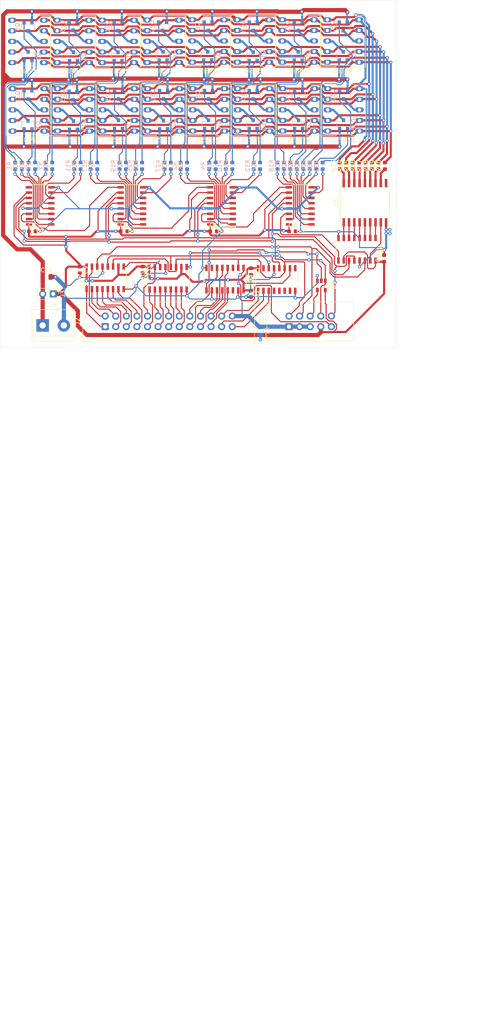
<source format=kicad_pcb>
(kicad_pcb (version 20171130) (host pcbnew "(5.1.0)-1")
  (layers (0 F.Cu signal) (31 B.Cu signal) (34 B.Paste user) (35 F.Paste user) (36 B.SilkS user) (37 F.SilkS user) (38 B.Mask user) (39 F.Mask user) (44 Edge.Cuts user))
  (net 0 "")
  (net 1 /Display/D)
  (net 2 /Display/DP)
  (net 3 /Display/E)
  (net 4 /Display/C)
  (net 5 /Display/RCA1)
  (net 6 /Display/GCA1)
  (net 7 /Display/F)
  (net 8 /Display/B)
  (net 9 /Display/G)
  (net 10 /Display/A)
  (net 11 /Display/RCA9)
  (net 12 /Display/GCA9)
  (net 13 /Display/RCA2)
  (net 14 /Display/GCA2)
  (net 15 /Display/RCA10)
  (net 16 /Display/GCA10)
  (net 17 /Display/RCA3)
  (net 18 /Display/GCA3)
  (net 19 /Display/RCA11)
  (net 20 /Display/GCA11)
  (net 21 /Display/RCA4)
  (net 22 /Display/GCA4)
  (net 23 /Display/RCA12)
  (net 24 /Display/GCA12)
  (net 25 /Display/RCA5)
  (net 26 /Display/GCA5)
  (net 27 /Display/RCA13)
  (net 28 /Display/GCA13)
  (net 29 /Display/RCA6)
  (net 30 /Display/GCA6)
  (net 31 /Display/RCA14)
  (net 32 /Display/GCA14)
  (net 33 /Display/RCA7)
  (net 34 /Display/GCA7)
  (net 35 /Display/RCA15)
  (net 36 /Display/GCA15)
  (net 37 /Display/RCA8)
  (net 38 /Display/GCA8)
  (net 39 /Display/RCA16)
  (net 40 /Display/GCA16)
  (net 41 "Net-(Q1-Pad1)")
  (net 42 "Net-(Q2-Pad1)")
  (net 43 "Net-(Q3-Pad1)")
  (net 44 "Net-(Q4-Pad1)")
  (net 45 "Net-(Q5-Pad1)")
  (net 46 "Net-(Q6-Pad1)")
  (net 47 "Net-(Q7-Pad1)")
  (net 48 "Net-(Q8-Pad1)")
  (net 49 "Net-(Q9-Pad1)")
  (net 50 "Net-(Q10-Pad1)")
  (net 51 "Net-(Q11-Pad1)")
  (net 52 "Net-(Q12-Pad1)")
  (net 53 "Net-(Q13-Pad1)")
  (net 54 "Net-(Q14-Pad1)")
  (net 55 "Net-(Q15-Pad1)")
  (net 56 "Net-(Q16-Pad1)")
  (net 57 "Net-(Q17-Pad1)")
  (net 58 "Net-(Q18-Pad1)")
  (net 59 "Net-(Q19-Pad1)")
  (net 60 "Net-(Q20-Pad1)")
  (net 61 "Net-(Q21-Pad1)")
  (net 62 "Net-(Q22-Pad1)")
  (net 63 "Net-(Q23-Pad1)")
  (net 64 "Net-(Q24-Pad1)")
  (net 65 "Net-(Q25-Pad1)")
  (net 66 "Net-(Q26-Pad1)")
  (net 67 "Net-(Q27-Pad1)")
  (net 68 "Net-(Q28-Pad1)")
  (net 69 "Net-(Q29-Pad1)")
  (net 70 "Net-(Q30-Pad1)")
  (net 71 "Net-(Q31-Pad1)")
  (net 72 "Net-(Q32-Pad1)")
  (net 73 /Display/G1)
  (net 74 /Display/G5)
  (net 75 /Display/G9)
  (net 76 /Display/G13)
  (net 77 /Display/R1)
  (net 78 /Display/R5)
  (net 79 /Display/R13)
  (net 80 /Display/G2)
  (net 81 /Display/G6)
  (net 82 /Display/G10)
  (net 83 /Display/G14)
  (net 84 /Display/R2)
  (net 85 /Display/R6)
  (net 86 /Display/R10)
  (net 87 /Display/R14)
  (net 88 /Display/G3)
  (net 89 /Display/G7)
  (net 90 /Display/G11)
  (net 91 /Display/G15)
  (net 92 /Display/R3)
  (net 93 /Display/R7)
  (net 94 /Display/R11)
  (net 95 /Display/R15)
  (net 96 /Display/G4)
  (net 97 /Display/G8)
  (net 98 /Display/G12)
  (net 99 /Display/G16)
  (net 100 /Display/R4)
  (net 101 /Display/R8)
  (net 102 /Display/R12)
  (net 103 /Display/R16)
  (net 104 "Net-(R33-Pad1)")
  (net 105 "Net-(R34-Pad1)")
  (net 106 "Net-(R35-Pad1)")
  (net 107 "Net-(R36-Pad1)")
  (net 108 "Net-(R37-Pad1)")
  (net 109 "Net-(R38-Pad1)")
  (net 110 "Net-(R39-Pad1)")
  (net 111 "Net-(R40-Pad1)")
  (net 112 "Net-(U1-Pad14)")
  (net 113 GND)
  (net 114 "Net-(U1-Pad9)")
  (net 115 /Display/R9)
  (net 116 "Net-(U2-Pad9)")
  (net 117 "Net-(U5-Pad10)")
  (net 118 +5V)
  (net 119 /~IN_LATCH)
  (net 120 /~LED_CS)
  (net 121 /~KBD_CS)
  (net 122 /DO)
  (net 123 /DI)
  (net 124 /CLK)
  (net 125 /LED3)
  (net 126 /LED1)
  (net 127 /LED2)
  (net 128 /R5)
  (net 129 /R6)
  (net 130 /R3)
  (net 131 /R4)
  (net 132 /R1)
  (net 133 /R2)
  (net 134 /C15)
  (net 135 /C16)
  (net 136 /C13)
  (net 137 /C14)
  (net 138 /C11)
  (net 139 /C12)
  (net 140 /C9)
  (net 141 /C10)
  (net 142 /C7)
  (net 143 /C8)
  (net 144 /C5)
  (net 145 /C6)
  (net 146 /C3)
  (net 147 /C4)
  (net 148 /C1)
  (net 149 /C2)
  (net 150 "Net-(U10-Pad14)")
  (net 151 "Net-(U8-Pad9)")
  (net 152 "Net-(U8-Pad7)")
  (net 153 VCC)
  (net 154 "Net-(U10-Pad9)")
  (net 155 "Net-(U11-Pad9)")
  (net 156 "Net-(U11-Pad7)")
  (net 157 "Net-(U11-Pad6)")
  (net 158 "Net-(U11-Pad5)")
  (net 159 "Net-(U11-Pad4)")
  (net 160 /Display/G_DRV)
  (net 161 /Display/A_DRV)
  (net 162 /Display/F_DRV)
  (net 163 /Display/B_DRV)
  (net 164 /Display/E_DRV)
  (net 165 /Display/C_DRV)
  (net 166 /Display/DP_DRV)
  (net 167 /Display/D_DRV)
  (net 168 "Net-(U8-Pad14)")
  (net 169 "Net-(U8-Pad3)")
  (net 170 "Net-(U11-Pad15)")
  (net 171 "Net-(U2-Pad14)")
  (net 172 "Net-(U3-Pad14)")
  (module MountingHole:MountingHole_3.2mm_M3 (layer F.Cu) (at 175.45 49.55)
    (fp_text reference REF** hide)
    (fp_text value MountingHole_3.2mm_M3 hide)
    (pad 1 np_thru_hole circle (at 0 0) (size 3.2 3.2) (drill 3.2) (layers *.Cu *.Mask))
  )
  (module MountingHole:MountingHole_3.2mm_M3 (layer F.Cu) (at 175.45 125.7)
    (fp_text reference REF** hide)
    (fp_text value MountingHole_3.2mm_M3 hide)
    (pad 1 np_thru_hole circle (at 0 0) (size 3.2 3.2) (drill 3.2) (layers *.Cu *.Mask))
  )
  (module "" (layer F.Cu) (at 113.35 146.35)
    (fp_text reference "" (at 88.55 144.75) (layer F.SilkS) (effects (font (size 1.27 1.27))))
    (fp_text value "" (at 88.55 144.75) (layer F.SilkS) (effects (font (size 1.27 1.27))))
  )
  (module MountingHole:MountingHole_3.2mm_M3 (layer F.Cu) (at 87.6 125.7)
    (fp_text reference REF** hide)
    (fp_text value MountingHole_3.2mm_M3 hide)
    (pad 1 np_thru_hole circle (at 0 0) (size 3.2 3.2) (drill 3.2) (layers *.Cu *.Mask))
  )
  (module TerminalBlock:TerminalBlock_bornier-2_P5.08mm (layer F.Cu) (at 94.2 123.95)
    (fp_text reference J4 (at 2.54 -5.08) (layer F.SilkS))
    (fp_text value Screw_Terminal_01x02)
    (pad 2 thru_hole circle (at 5.08 0) (size 3 3) (drill 1.52) (layers *.Cu *.Mask) (net 113 GND))
    (pad 1 thru_hole rect (at 0 0) (size 3 3) (drill 1.52) (layers *.Cu *.Mask) (net 118 +5V))
  )
  (module Connector_PinHeader_2.54mm:PinHeader_1x02_P2.54mm_Vertical (layer F.Cu) (at 96.75 116.4 270)
    (fp_text reference J3 (at 0 -2.33 270) (layer F.SilkS))
    (fp_text value Conn_01x02)
    (pad 2 thru_hole oval (at 0 2.54 270) (size 1.7 1.7) (drill 1) (layers *.Cu *.Mask) (net 118 +5V))
    (pad 1 thru_hole rect (at 0 0 270) (size 1.7 1.7) (drill 1) (layers *.Cu *.Mask) (net 153 VCC))
  )
  (module Capacitor_SMD:C_0805_2012Metric (layer F.Cu) (at 95.1625 112.325)
    (fp_text reference C11 (at 0 -1.65) (layer F.SilkS))
    (fp_text value 1u)
    (pad 2 smd roundrect (at 0.9375 0) (size 0.975 1.4) (layers F.Cu F.Paste F.Mask) (net 113 GND))
    (pad 1 smd roundrect (at -0.9375 0) (size 0.975 1.4) (layers F.Cu F.Paste F.Mask) (net 118 +5V))
  )
  (module Capacitor_SMD:C_0603_1608Metric (layer F.Cu) (at 118.2 110.6375 270)
    (fp_text reference C10 (at 0 -1.43 270) (layer F.SilkS))
    (fp_text value 100n)
    (pad 2 smd roundrect (at 0.7875 0 270) (size 0.875 0.95) (layers F.Cu F.Paste F.Mask) (net 113 GND))
    (pad 1 smd roundrect (at -0.7875 0 270) (size 0.875 0.95) (layers F.Cu F.Paste F.Mask) (net 153 VCC))
  )
  (module Capacitor_SMD:C_0603_1608Metric (layer F.Cu) (at 103.1 110.6625 270)
    (fp_text reference C9 (at 0 -1.43 270) (layer F.SilkS))
    (fp_text value 100n)
    (pad 2 smd roundrect (at 0.7875 0 270) (size 0.875 0.95) (layers F.Cu F.Paste F.Mask) (net 113 GND))
    (pad 1 smd roundrect (at -0.7875 0 270) (size 0.875 0.95) (layers F.Cu F.Paste F.Mask) (net 153 VCC))
  )
  (module Capacitor_SMD:C_0603_1608Metric (layer F.Cu) (at 91.6875 101.4)
    (fp_text reference C8 (at 0 -1.43) (layer F.SilkS))
    (fp_text value 100n)
    (pad 2 smd roundrect (at 0.7875 0) (size 0.875 0.95) (layers F.Cu F.Paste F.Mask) (net 113 GND))
    (pad 1 smd roundrect (at -0.7875 0) (size 0.875 0.95) (layers F.Cu F.Paste F.Mask) (net 153 VCC))
  )
  (module Capacitor_SMD:C_0603_1608Metric (layer F.Cu) (at 176.1 107.9 90)
    (fp_text reference C7 (at 0 -1.43 90) (layer F.SilkS))
    (fp_text value 100n)
    (pad 2 smd roundrect (at 0.7875 0 90) (size 0.875 0.95) (layers F.Cu F.Paste F.Mask) (net 113 GND))
    (pad 1 smd roundrect (at -0.7875 0 90) (size 0.875 0.95) (layers F.Cu F.Paste F.Mask) (net 153 VCC))
  )
  (module Capacitor_SMD:C_0603_1608Metric (layer F.Cu) (at 135.1875 101.4)
    (fp_text reference C6 (at 0 -1.43) (layer F.SilkS))
    (fp_text value 100n)
    (pad 2 smd roundrect (at 0.7875 0) (size 0.875 0.95) (layers F.Cu F.Paste F.Mask) (net 113 GND))
    (pad 1 smd roundrect (at -0.7875 0) (size 0.875 0.95) (layers F.Cu F.Paste F.Mask) (net 153 VCC))
  )
  (module Capacitor_SMD:C_0603_1608Metric (layer F.Cu) (at 144.2 111.0375 270)
    (fp_text reference C5 (at 0 -1.43 270) (layer F.SilkS))
    (fp_text value 100n)
    (pad 2 smd roundrect (at 0.7875 0 270) (size 0.875 0.95) (layers F.Cu F.Paste F.Mask) (net 113 GND))
    (pad 1 smd roundrect (at -0.7875 0 270) (size 0.875 0.95) (layers F.Cu F.Paste F.Mask) (net 153 VCC))
  )
  (module Capacitor_SMD:C_0603_1608Metric (layer F.Cu) (at 144.175 116.3625 270)
    (fp_text reference C2 (at 0 -1.43 270) (layer F.SilkS))
    (fp_text value 100n)
    (pad 2 smd roundrect (at 0.7875 0 270) (size 0.875 0.95) (layers F.Cu F.Paste F.Mask) (net 113 GND))
    (pad 1 smd roundrect (at -0.7875 0 270) (size 0.875 0.95) (layers F.Cu F.Paste F.Mask) (net 153 VCC))
  )
  (module Package_TO_SOT_SMD:SOT-23 (layer B.Cu) (at 166.4 68.7 270)
    (fp_text reference Q32 (at 0 2.5 270) (layer B.SilkS) (effects (justify mirror)))
    (fp_text value BC857)
    (pad 3 smd rect (at 1 0 270) (size 0.9 0.8) (layers B.Cu B.Paste B.Mask) (net 39 /Display/RCA16))
    (pad 2 smd rect (at -1 -0.95 270) (size 0.9 0.8) (layers B.Cu B.Paste B.Mask) (net 118 +5V))
    (pad 1 smd rect (at -1 0.95 270) (size 0.9 0.8) (layers B.Cu B.Paste B.Mask) (net 72 "Net-(Q32-Pad1)"))
  )
  (module Package_TO_SOT_SMD:SOT-23 (layer B.Cu) (at 123.2 68.7 270)
    (fp_text reference Q31 (at 0 2.5 270) (layer B.SilkS) (effects (justify mirror)))
    (fp_text value BC857)
    (pad 3 smd rect (at 1 0 270) (size 0.9 0.8) (layers B.Cu B.Paste B.Mask) (net 23 /Display/RCA12))
    (pad 2 smd rect (at -1 -0.95 270) (size 0.9 0.8) (layers B.Cu B.Paste B.Mask) (net 118 +5V))
    (pad 1 smd rect (at -1 0.95 270) (size 0.9 0.8) (layers B.Cu B.Paste B.Mask) (net 71 "Net-(Q31-Pad1)"))
  )
  (module Package_TO_SOT_SMD:SOT-23 (layer B.Cu) (at 166.3 52.3 270)
    (fp_text reference Q30 (at 0 2.5 270) (layer B.SilkS) (effects (justify mirror)))
    (fp_text value BC857)
    (pad 3 smd rect (at 1 0 270) (size 0.9 0.8) (layers B.Cu B.Paste B.Mask) (net 37 /Display/RCA8))
    (pad 2 smd rect (at -1 -0.95 270) (size 0.9 0.8) (layers B.Cu B.Paste B.Mask) (net 118 +5V))
    (pad 1 smd rect (at -1 0.95 270) (size 0.9 0.8) (layers B.Cu B.Paste B.Mask) (net 70 "Net-(Q30-Pad1)"))
  )
  (module Package_TO_SOT_SMD:SOT-23 (layer B.Cu) (at 123 52.3 270)
    (fp_text reference Q29 (at 0 2.5 270) (layer B.SilkS) (effects (justify mirror)))
    (fp_text value BC857)
    (pad 3 smd rect (at 1 0 270) (size 0.9 0.8) (layers B.Cu B.Paste B.Mask) (net 21 /Display/RCA4))
    (pad 2 smd rect (at -1 -0.95 270) (size 0.9 0.8) (layers B.Cu B.Paste B.Mask) (net 118 +5V))
    (pad 1 smd rect (at -1 0.95 270) (size 0.9 0.8) (layers B.Cu B.Paste B.Mask) (net 69 "Net-(Q29-Pad1)"))
  )
  (module Package_TO_SOT_SMD:SOT-23 (layer B.Cu) (at 166.4 75.8 90)
    (fp_text reference Q28 (at 0 2.5 90) (layer B.SilkS) (effects (justify mirror)))
    (fp_text value BC857)
    (pad 3 smd rect (at 1 0 90) (size 0.9 0.8) (layers B.Cu B.Paste B.Mask) (net 40 /Display/GCA16))
    (pad 2 smd rect (at -1 -0.95 90) (size 0.9 0.8) (layers B.Cu B.Paste B.Mask) (net 118 +5V))
    (pad 1 smd rect (at -1 0.95 90) (size 0.9 0.8) (layers B.Cu B.Paste B.Mask) (net 68 "Net-(Q28-Pad1)"))
  )
  (module Package_TO_SOT_SMD:SOT-23 (layer B.Cu) (at 123.2 75.9 90)
    (fp_text reference Q27 (at 0 2.5 90) (layer B.SilkS) (effects (justify mirror)))
    (fp_text value BC857)
    (pad 3 smd rect (at 1 0 90) (size 0.9 0.8) (layers B.Cu B.Paste B.Mask) (net 24 /Display/GCA12))
    (pad 2 smd rect (at -1 -0.95 90) (size 0.9 0.8) (layers B.Cu B.Paste B.Mask) (net 118 +5V))
    (pad 1 smd rect (at -1 0.95 90) (size 0.9 0.8) (layers B.Cu B.Paste B.Mask) (net 67 "Net-(Q27-Pad1)"))
  )
  (module Package_TO_SOT_SMD:SOT-23 (layer B.Cu) (at 166.3 59.4 90)
    (fp_text reference Q26 (at 0 2.5 90) (layer B.SilkS) (effects (justify mirror)))
    (fp_text value BC857)
    (pad 3 smd rect (at 1 0 90) (size 0.9 0.8) (layers B.Cu B.Paste B.Mask) (net 38 /Display/GCA8))
    (pad 2 smd rect (at -1 -0.95 90) (size 0.9 0.8) (layers B.Cu B.Paste B.Mask) (net 118 +5V))
    (pad 1 smd rect (at -1 0.95 90) (size 0.9 0.8) (layers B.Cu B.Paste B.Mask) (net 66 "Net-(Q26-Pad1)"))
  )
  (module Package_TO_SOT_SMD:SOT-23 (layer B.Cu) (at 123.1 59.4 90)
    (fp_text reference Q25 (at 0 2.5 90) (layer B.SilkS) (effects (justify mirror)))
    (fp_text value BC857)
    (pad 3 smd rect (at 1 0 90) (size 0.9 0.8) (layers B.Cu B.Paste B.Mask) (net 22 /Display/GCA4))
    (pad 2 smd rect (at -1 -0.95 90) (size 0.9 0.8) (layers B.Cu B.Paste B.Mask) (net 118 +5V))
    (pad 1 smd rect (at -1 0.95 90) (size 0.9 0.8) (layers B.Cu B.Paste B.Mask) (net 65 "Net-(Q25-Pad1)"))
  )
  (module Package_TO_SOT_SMD:SOT-23 (layer B.Cu) (at 155.6 68.7 270)
    (fp_text reference Q24 (at 0 2.5 270) (layer B.SilkS) (effects (justify mirror)))
    (fp_text value BC857)
    (pad 3 smd rect (at 1 0 270) (size 0.9 0.8) (layers B.Cu B.Paste B.Mask) (net 35 /Display/RCA15))
    (pad 2 smd rect (at -1 -0.95 270) (size 0.9 0.8) (layers B.Cu B.Paste B.Mask) (net 118 +5V))
    (pad 1 smd rect (at -1 0.95 270) (size 0.9 0.8) (layers B.Cu B.Paste B.Mask) (net 64 "Net-(Q24-Pad1)"))
  )
  (module Package_TO_SOT_SMD:SOT-23 (layer B.Cu) (at 112.4 68.7 270)
    (fp_text reference Q23 (at 0 2.5 270) (layer B.SilkS) (effects (justify mirror)))
    (fp_text value BC857)
    (pad 3 smd rect (at 1 0 270) (size 0.9 0.8) (layers B.Cu B.Paste B.Mask) (net 19 /Display/RCA11))
    (pad 2 smd rect (at -1 -0.95 270) (size 0.9 0.8) (layers B.Cu B.Paste B.Mask) (net 118 +5V))
    (pad 1 smd rect (at -1 0.95 270) (size 0.9 0.8) (layers B.Cu B.Paste B.Mask) (net 63 "Net-(Q23-Pad1)"))
  )
  (module Package_TO_SOT_SMD:SOT-23 (layer B.Cu) (at 155.5 52.3 270)
    (fp_text reference Q22 (at 0 2.5 270) (layer B.SilkS) (effects (justify mirror)))
    (fp_text value BC857)
    (pad 3 smd rect (at 1 0 270) (size 0.9 0.8) (layers B.Cu B.Paste B.Mask) (net 33 /Display/RCA7))
    (pad 2 smd rect (at -1 -0.95 270) (size 0.9 0.8) (layers B.Cu B.Paste B.Mask) (net 118 +5V))
    (pad 1 smd rect (at -1 0.95 270) (size 0.9 0.8) (layers B.Cu B.Paste B.Mask) (net 62 "Net-(Q22-Pad1)"))
  )
  (module Package_TO_SOT_SMD:SOT-23 (layer B.Cu) (at 112.3 52.3 270)
    (fp_text reference Q21 (at 0 2.5 270) (layer B.SilkS) (effects (justify mirror)))
    (fp_text value BC857)
    (pad 3 smd rect (at 1 0 270) (size 0.9 0.8) (layers B.Cu B.Paste B.Mask) (net 17 /Display/RCA3))
    (pad 2 smd rect (at -1 -0.95 270) (size 0.9 0.8) (layers B.Cu B.Paste B.Mask) (net 118 +5V))
    (pad 1 smd rect (at -1 0.95 270) (size 0.9 0.8) (layers B.Cu B.Paste B.Mask) (net 61 "Net-(Q21-Pad1)"))
  )
  (module Package_TO_SOT_SMD:SOT-23 (layer B.Cu) (at 155.6 75.8 90)
    (fp_text reference Q20 (at 0 2.5 90) (layer B.SilkS) (effects (justify mirror)))
    (fp_text value BC857)
    (pad 3 smd rect (at 1 0 90) (size 0.9 0.8) (layers B.Cu B.Paste B.Mask) (net 36 /Display/GCA15))
    (pad 2 smd rect (at -1 -0.95 90) (size 0.9 0.8) (layers B.Cu B.Paste B.Mask) (net 118 +5V))
    (pad 1 smd rect (at -1 0.95 90) (size 0.9 0.8) (layers B.Cu B.Paste B.Mask) (net 60 "Net-(Q20-Pad1)"))
  )
  (module Package_TO_SOT_SMD:SOT-23 (layer B.Cu) (at 112.4 75.8 90)
    (fp_text reference Q19 (at 0 2.5 90) (layer B.SilkS) (effects (justify mirror)))
    (fp_text value BC857)
    (pad 3 smd rect (at 1 0 90) (size 0.9 0.8) (layers B.Cu B.Paste B.Mask) (net 20 /Display/GCA11))
    (pad 2 smd rect (at -1 -0.95 90) (size 0.9 0.8) (layers B.Cu B.Paste B.Mask) (net 118 +5V))
    (pad 1 smd rect (at -1 0.95 90) (size 0.9 0.8) (layers B.Cu B.Paste B.Mask) (net 59 "Net-(Q19-Pad1)"))
  )
  (module Package_TO_SOT_SMD:SOT-23 (layer B.Cu) (at 155.5 59.4 90)
    (fp_text reference Q18 (at 0 2.5 90) (layer B.SilkS) (effects (justify mirror)))
    (fp_text value BC857)
    (pad 3 smd rect (at 1 0 90) (size 0.9 0.8) (layers B.Cu B.Paste B.Mask) (net 34 /Display/GCA7))
    (pad 2 smd rect (at -1 -0.95 90) (size 0.9 0.8) (layers B.Cu B.Paste B.Mask) (net 118 +5V))
    (pad 1 smd rect (at -1 0.95 90) (size 0.9 0.8) (layers B.Cu B.Paste B.Mask) (net 58 "Net-(Q18-Pad1)"))
  )
  (module Package_TO_SOT_SMD:SOT-23 (layer B.Cu) (at 112.3 59.5 90)
    (fp_text reference Q17 (at 0 2.5 90) (layer B.SilkS) (effects (justify mirror)))
    (fp_text value BC857)
    (pad 3 smd rect (at 1 0 90) (size 0.9 0.8) (layers B.Cu B.Paste B.Mask) (net 18 /Display/GCA3))
    (pad 2 smd rect (at -1 -0.95 90) (size 0.9 0.8) (layers B.Cu B.Paste B.Mask) (net 118 +5V))
    (pad 1 smd rect (at -1 0.95 90) (size 0.9 0.8) (layers B.Cu B.Paste B.Mask) (net 57 "Net-(Q17-Pad1)"))
  )
  (module Package_TO_SOT_SMD:SOT-23 (layer B.Cu) (at 144.7 68.7 270)
    (fp_text reference Q16 (at 0 2.5 270) (layer B.SilkS) (effects (justify mirror)))
    (fp_text value BC857)
    (pad 3 smd rect (at 1 0 270) (size 0.9 0.8) (layers B.Cu B.Paste B.Mask) (net 31 /Display/RCA14))
    (pad 2 smd rect (at -1 -0.95 270) (size 0.9 0.8) (layers B.Cu B.Paste B.Mask) (net 118 +5V))
    (pad 1 smd rect (at -1 0.95 270) (size 0.9 0.8) (layers B.Cu B.Paste B.Mask) (net 56 "Net-(Q16-Pad1)"))
  )
  (module Package_TO_SOT_SMD:SOT-23 (layer B.Cu) (at 101.5 68.9 270)
    (fp_text reference Q15 (at 0 2.5 270) (layer B.SilkS) (effects (justify mirror)))
    (fp_text value BC857)
    (pad 3 smd rect (at 1 0 270) (size 0.9 0.8) (layers B.Cu B.Paste B.Mask) (net 15 /Display/RCA10))
    (pad 2 smd rect (at -1 -0.95 270) (size 0.9 0.8) (layers B.Cu B.Paste B.Mask) (net 118 +5V))
    (pad 1 smd rect (at -1 0.95 270) (size 0.9 0.8) (layers B.Cu B.Paste B.Mask) (net 55 "Net-(Q15-Pad1)"))
  )
  (module Package_TO_SOT_SMD:SOT-23 (layer B.Cu) (at 144.7 52.3 270)
    (fp_text reference Q14 (at 0 2.5 270) (layer B.SilkS) (effects (justify mirror)))
    (fp_text value BC857)
    (pad 3 smd rect (at 1 0 270) (size 0.9 0.8) (layers B.Cu B.Paste B.Mask) (net 29 /Display/RCA6))
    (pad 2 smd rect (at -1 -0.95 270) (size 0.9 0.8) (layers B.Cu B.Paste B.Mask) (net 118 +5V))
    (pad 1 smd rect (at -1 0.95 270) (size 0.9 0.8) (layers B.Cu B.Paste B.Mask) (net 54 "Net-(Q14-Pad1)"))
  )
  (module Package_TO_SOT_SMD:SOT-23 (layer B.Cu) (at 101.5 52.2 270)
    (fp_text reference Q13 (at 0 2.5 270) (layer B.SilkS) (effects (justify mirror)))
    (fp_text value BC857)
    (pad 3 smd rect (at 1 0 270) (size 0.9 0.8) (layers B.Cu B.Paste B.Mask) (net 13 /Display/RCA2))
    (pad 2 smd rect (at -1 -0.95 270) (size 0.9 0.8) (layers B.Cu B.Paste B.Mask) (net 118 +5V))
    (pad 1 smd rect (at -1 0.95 270) (size 0.9 0.8) (layers B.Cu B.Paste B.Mask) (net 53 "Net-(Q13-Pad1)"))
  )
  (module Package_TO_SOT_SMD:SOT-23 (layer B.Cu) (at 144.7 75.8 90)
    (fp_text reference Q12 (at 0 2.5 90) (layer B.SilkS) (effects (justify mirror)))
    (fp_text value BC857)
    (pad 3 smd rect (at 1 0 90) (size 0.9 0.8) (layers B.Cu B.Paste B.Mask) (net 32 /Display/GCA14))
    (pad 2 smd rect (at -1 -0.95 90) (size 0.9 0.8) (layers B.Cu B.Paste B.Mask) (net 118 +5V))
    (pad 1 smd rect (at -1 0.95 90) (size 0.9 0.8) (layers B.Cu B.Paste B.Mask) (net 52 "Net-(Q12-Pad1)"))
  )
  (module Package_TO_SOT_SMD:SOT-23 (layer B.Cu) (at 101.6 76 90)
    (fp_text reference Q11 (at 0 2.5 90) (layer B.SilkS) (effects (justify mirror)))
    (fp_text value BC857)
    (pad 3 smd rect (at 1 0 90) (size 0.9 0.8) (layers B.Cu B.Paste B.Mask) (net 16 /Display/GCA10))
    (pad 2 smd rect (at -1 -0.95 90) (size 0.9 0.8) (layers B.Cu B.Paste B.Mask) (net 118 +5V))
    (pad 1 smd rect (at -1 0.95 90) (size 0.9 0.8) (layers B.Cu B.Paste B.Mask) (net 51 "Net-(Q11-Pad1)"))
  )
  (module Package_TO_SOT_SMD:SOT-23 (layer B.Cu) (at 144.7 59.5 90)
    (fp_text reference Q10 (at 0 2.5 90) (layer B.SilkS) (effects (justify mirror)))
    (fp_text value BC857)
    (pad 3 smd rect (at 1 0 90) (size 0.9 0.8) (layers B.Cu B.Paste B.Mask) (net 30 /Display/GCA6))
    (pad 2 smd rect (at -1 -0.95 90) (size 0.9 0.8) (layers B.Cu B.Paste B.Mask) (net 118 +5V))
    (pad 1 smd rect (at -1 0.95 90) (size 0.9 0.8) (layers B.Cu B.Paste B.Mask) (net 50 "Net-(Q10-Pad1)"))
  )
  (module Package_TO_SOT_SMD:SOT-23 (layer B.Cu) (at 101.6 59.5 90)
    (fp_text reference Q9 (at 0 2.5 90) (layer B.SilkS) (effects (justify mirror)))
    (fp_text value BC857)
    (pad 3 smd rect (at 1 0 90) (size 0.9 0.8) (layers B.Cu B.Paste B.Mask) (net 14 /Display/GCA2))
    (pad 2 smd rect (at -1 -0.95 90) (size 0.9 0.8) (layers B.Cu B.Paste B.Mask) (net 118 +5V))
    (pad 1 smd rect (at -1 0.95 90) (size 0.9 0.8) (layers B.Cu B.Paste B.Mask) (net 49 "Net-(Q9-Pad1)"))
  )
  (module Package_TO_SOT_SMD:SOT-23 (layer B.Cu) (at 134 68.7 270)
    (fp_text reference Q8 (at 0 2.5 270) (layer B.SilkS) (effects (justify mirror)))
    (fp_text value BC857)
    (pad 3 smd rect (at 1 0 270) (size 0.9 0.8) (layers B.Cu B.Paste B.Mask) (net 27 /Display/RCA13))
    (pad 2 smd rect (at -1 -0.95 270) (size 0.9 0.8) (layers B.Cu B.Paste B.Mask) (net 118 +5V))
    (pad 1 smd rect (at -1 0.95 270) (size 0.9 0.8) (layers B.Cu B.Paste B.Mask) (net 48 "Net-(Q8-Pad1)"))
  )
  (module Package_TO_SOT_SMD:SOT-23 (layer B.Cu) (at 90.7 68.7 270)
    (fp_text reference Q7 (at 0 2.5 270) (layer B.SilkS) (effects (justify mirror)))
    (fp_text value BC857)
    (pad 3 smd rect (at 1 0 270) (size 0.9 0.8) (layers B.Cu B.Paste B.Mask) (net 11 /Display/RCA9))
    (pad 2 smd rect (at -1 -0.95 270) (size 0.9 0.8) (layers B.Cu B.Paste B.Mask) (net 118 +5V))
    (pad 1 smd rect (at -1 0.95 270) (size 0.9 0.8) (layers B.Cu B.Paste B.Mask) (net 47 "Net-(Q7-Pad1)"))
  )
  (module Package_TO_SOT_SMD:SOT-23 (layer B.Cu) (at 133.9 52.3 270)
    (fp_text reference Q6 (at 0 2.5 270) (layer B.SilkS) (effects (justify mirror)))
    (fp_text value BC857)
    (pad 3 smd rect (at 1 0 270) (size 0.9 0.8) (layers B.Cu B.Paste B.Mask) (net 25 /Display/RCA5))
    (pad 2 smd rect (at -1 -0.95 270) (size 0.9 0.8) (layers B.Cu B.Paste B.Mask) (net 118 +5V))
    (pad 1 smd rect (at -1 0.95 270) (size 0.9 0.8) (layers B.Cu B.Paste B.Mask) (net 46 "Net-(Q6-Pad1)"))
  )
  (module Package_TO_SOT_SMD:SOT-23 (layer B.Cu) (at 90.7 52.4 270)
    (fp_text reference Q5 (at 0 2.5 270) (layer B.SilkS) (effects (justify mirror)))
    (fp_text value BC857)
    (pad 3 smd rect (at 1 0 270) (size 0.9 0.8) (layers B.Cu B.Paste B.Mask) (net 5 /Display/RCA1))
    (pad 2 smd rect (at -1 -0.95 270) (size 0.9 0.8) (layers B.Cu B.Paste B.Mask) (net 118 +5V))
    (pad 1 smd rect (at -1 0.95 270) (size 0.9 0.8) (layers B.Cu B.Paste B.Mask) (net 45 "Net-(Q5-Pad1)"))
  )
  (module Package_TO_SOT_SMD:SOT-23 (layer B.Cu) (at 134 75.8 90)
    (fp_text reference Q4 (at 0 2.5 90) (layer B.SilkS) (effects (justify mirror)))
    (fp_text value BC857)
    (pad 3 smd rect (at 1 0 90) (size 0.9 0.8) (layers B.Cu B.Paste B.Mask) (net 28 /Display/GCA13))
    (pad 2 smd rect (at -1 -0.95 90) (size 0.9 0.8) (layers B.Cu B.Paste B.Mask) (net 118 +5V))
    (pad 1 smd rect (at -1 0.95 90) (size 0.9 0.8) (layers B.Cu B.Paste B.Mask) (net 44 "Net-(Q4-Pad1)"))
  )
  (module Package_TO_SOT_SMD:SOT-23 (layer B.Cu) (at 90.7 75.9 90)
    (fp_text reference Q3 (at 0 2.5 90) (layer B.SilkS) (effects (justify mirror)))
    (fp_text value BC857)
    (pad 3 smd rect (at 1 0 90) (size 0.9 0.8) (layers B.Cu B.Paste B.Mask) (net 12 /Display/GCA9))
    (pad 2 smd rect (at -1 -0.95 90) (size 0.9 0.8) (layers B.Cu B.Paste B.Mask) (net 118 +5V))
    (pad 1 smd rect (at -1 0.95 90) (size 0.9 0.8) (layers B.Cu B.Paste B.Mask) (net 43 "Net-(Q3-Pad1)"))
  )
  (module Package_TO_SOT_SMD:SOT-23 (layer B.Cu) (at 133.8 59.4 90)
    (fp_text reference Q2 (at 0 2.5 90) (layer B.SilkS) (effects (justify mirror)))
    (fp_text value BC857)
    (pad 3 smd rect (at 1 0 90) (size 0.9 0.8) (layers B.Cu B.Paste B.Mask) (net 26 /Display/GCA5))
    (pad 2 smd rect (at -1 -0.95 90) (size 0.9 0.8) (layers B.Cu B.Paste B.Mask) (net 118 +5V))
    (pad 1 smd rect (at -1 0.95 90) (size 0.9 0.8) (layers B.Cu B.Paste B.Mask) (net 42 "Net-(Q2-Pad1)"))
  )
  (module Package_TO_SOT_SMD:SOT-23 (layer B.Cu) (at 90.7 59.4 90)
    (fp_text reference Q1 (at 0 2.5 90) (layer B.SilkS) (effects (justify mirror)))
    (fp_text value BC857)
    (pad 3 smd rect (at 1 0 90) (size 0.9 0.8) (layers B.Cu B.Paste B.Mask) (net 6 /Display/GCA1))
    (pad 2 smd rect (at -1 -0.95 90) (size 0.9 0.8) (layers B.Cu B.Paste B.Mask) (net 118 +5V))
    (pad 1 smd rect (at -1 0.95 90) (size 0.9 0.8) (layers B.Cu B.Paste B.Mask) (net 41 "Net-(Q1-Pad1)"))
  )
  (module led_display:LED7Seg_Vertical_039inch (layer F.Cu) (at 166.4 72.3 90)
    (fp_text reference DISP16 (at -7.18 0 180) (layer F.SilkS))
    (fp_text value LED7Seg_DualColor)
    (pad 5 thru_hole oval (at 5.08 3.81 90) (size 1.2 2) (drill 0.8) (layers *.Cu *.Mask) (net 1 /Display/D))
    (pad 6 thru_hole oval (at 5.08 -3.81 90) (size 1.2 2) (drill 0.8) (layers *.Cu *.Mask) (net 2 /Display/DP))
    (pad 4 thru_hole oval (at 2.54 3.81 90) (size 1.2 2) (drill 0.8) (layers *.Cu *.Mask) (net 3 /Display/E))
    (pad 7 thru_hole oval (at 2.54 -3.81 90) (size 1.2 2) (drill 0.8) (layers *.Cu *.Mask) (net 4 /Display/C))
    (pad 3 thru_hole oval (at 0 3.81 90) (size 1.2 2) (drill 0.8) (layers *.Cu *.Mask) (net 39 /Display/RCA16))
    (pad 8 thru_hole oval (at 0 -3.81 90) (size 1.2 2) (drill 0.8) (layers *.Cu *.Mask) (net 40 /Display/GCA16))
    (pad 2 thru_hole oval (at -2.54 3.81 90) (size 1.2 2) (drill 0.8) (layers *.Cu *.Mask) (net 7 /Display/F))
    (pad 9 thru_hole oval (at -2.54 -3.81 90) (size 1.2 2) (drill 0.8) (layers *.Cu *.Mask) (net 8 /Display/B))
    (pad 1 thru_hole oval (at -5.08 3.81 90) (size 1.2 2) (drill 0.8) (layers *.Cu *.Mask) (net 9 /Display/G))
    (pad 10 thru_hole oval (at -5.08 -3.81 90) (size 1.2 2) (drill 0.8) (layers *.Cu *.Mask) (net 10 /Display/A))
  )
  (module led_display:LED7Seg_Vertical_039inch (layer F.Cu) (at 155.6 72.3 90)
    (fp_text reference DISP15 (at -7.18 0 180) (layer F.SilkS))
    (fp_text value LED7Seg_DualColor)
    (pad 5 thru_hole oval (at 5.08 3.81 90) (size 1.2 2) (drill 0.8) (layers *.Cu *.Mask) (net 1 /Display/D))
    (pad 6 thru_hole oval (at 5.08 -3.81 90) (size 1.2 2) (drill 0.8) (layers *.Cu *.Mask) (net 2 /Display/DP))
    (pad 4 thru_hole oval (at 2.54 3.81 90) (size 1.2 2) (drill 0.8) (layers *.Cu *.Mask) (net 3 /Display/E))
    (pad 7 thru_hole oval (at 2.54 -3.81 90) (size 1.2 2) (drill 0.8) (layers *.Cu *.Mask) (net 4 /Display/C))
    (pad 3 thru_hole oval (at 0 3.81 90) (size 1.2 2) (drill 0.8) (layers *.Cu *.Mask) (net 35 /Display/RCA15))
    (pad 8 thru_hole oval (at 0 -3.81 90) (size 1.2 2) (drill 0.8) (layers *.Cu *.Mask) (net 36 /Display/GCA15))
    (pad 2 thru_hole oval (at -2.54 3.81 90) (size 1.2 2) (drill 0.8) (layers *.Cu *.Mask) (net 7 /Display/F))
    (pad 9 thru_hole oval (at -2.54 -3.81 90) (size 1.2 2) (drill 0.8) (layers *.Cu *.Mask) (net 8 /Display/B))
    (pad 1 thru_hole oval (at -5.08 3.81 90) (size 1.2 2) (drill 0.8) (layers *.Cu *.Mask) (net 9 /Display/G))
    (pad 10 thru_hole oval (at -5.08 -3.81 90) (size 1.2 2) (drill 0.8) (layers *.Cu *.Mask) (net 10 /Display/A))
  )
  (module led_display:LED7Seg_Vertical_039inch (layer F.Cu) (at 144.8 72.3 90)
    (fp_text reference DISP14 (at -7.18 0 180) (layer F.SilkS))
    (fp_text value LED7Seg_DualColor)
    (pad 5 thru_hole oval (at 5.08 3.81 90) (size 1.2 2) (drill 0.8) (layers *.Cu *.Mask) (net 1 /Display/D))
    (pad 6 thru_hole oval (at 5.08 -3.81 90) (size 1.2 2) (drill 0.8) (layers *.Cu *.Mask) (net 2 /Display/DP))
    (pad 4 thru_hole oval (at 2.54 3.81 90) (size 1.2 2) (drill 0.8) (layers *.Cu *.Mask) (net 3 /Display/E))
    (pad 7 thru_hole oval (at 2.54 -3.81 90) (size 1.2 2) (drill 0.8) (layers *.Cu *.Mask) (net 4 /Display/C))
    (pad 3 thru_hole oval (at 0 3.81 90) (size 1.2 2) (drill 0.8) (layers *.Cu *.Mask) (net 31 /Display/RCA14))
    (pad 8 thru_hole oval (at 0 -3.81 90) (size 1.2 2) (drill 0.8) (layers *.Cu *.Mask) (net 32 /Display/GCA14))
    (pad 2 thru_hole oval (at -2.54 3.81 90) (size 1.2 2) (drill 0.8) (layers *.Cu *.Mask) (net 7 /Display/F))
    (pad 9 thru_hole oval (at -2.54 -3.81 90) (size 1.2 2) (drill 0.8) (layers *.Cu *.Mask) (net 8 /Display/B))
    (pad 1 thru_hole oval (at -5.08 3.81 90) (size 1.2 2) (drill 0.8) (layers *.Cu *.Mask) (net 9 /Display/G))
    (pad 10 thru_hole oval (at -5.08 -3.81 90) (size 1.2 2) (drill 0.8) (layers *.Cu *.Mask) (net 10 /Display/A))
  )
  (module led_display:LED7Seg_Vertical_039inch (layer F.Cu) (at 134 72.3 90)
    (fp_text reference DISP13 (at -7.18 0 180) (layer F.SilkS))
    (fp_text value LED7Seg_DualColor)
    (pad 5 thru_hole oval (at 5.08 3.81 90) (size 1.2 2) (drill 0.8) (layers *.Cu *.Mask) (net 1 /Display/D))
    (pad 6 thru_hole oval (at 5.08 -3.81 90) (size 1.2 2) (drill 0.8) (layers *.Cu *.Mask) (net 2 /Display/DP))
    (pad 4 thru_hole oval (at 2.54 3.81 90) (size 1.2 2) (drill 0.8) (layers *.Cu *.Mask) (net 3 /Display/E))
    (pad 7 thru_hole oval (at 2.54 -3.81 90) (size 1.2 2) (drill 0.8) (layers *.Cu *.Mask) (net 4 /Display/C))
    (pad 3 thru_hole oval (at 0 3.81 90) (size 1.2 2) (drill 0.8) (layers *.Cu *.Mask) (net 27 /Display/RCA13))
    (pad 8 thru_hole oval (at 0 -3.81 90) (size 1.2 2) (drill 0.8) (layers *.Cu *.Mask) (net 28 /Display/GCA13))
    (pad 2 thru_hole oval (at -2.54 3.81 90) (size 1.2 2) (drill 0.8) (layers *.Cu *.Mask) (net 7 /Display/F))
    (pad 9 thru_hole oval (at -2.54 -3.81 90) (size 1.2 2) (drill 0.8) (layers *.Cu *.Mask) (net 8 /Display/B))
    (pad 1 thru_hole oval (at -5.08 3.81 90) (size 1.2 2) (drill 0.8) (layers *.Cu *.Mask) (net 9 /Display/G))
    (pad 10 thru_hole oval (at -5.08 -3.81 90) (size 1.2 2) (drill 0.8) (layers *.Cu *.Mask) (net 10 /Display/A))
  )
  (module led_display:LED7Seg_Vertical_039inch (layer F.Cu) (at 123.2 72.3 90)
    (fp_text reference DISP12 (at -7.18 0 180) (layer F.SilkS))
    (fp_text value LED7Seg_DualColor)
    (pad 5 thru_hole oval (at 5.08 3.81 90) (size 1.2 2) (drill 0.8) (layers *.Cu *.Mask) (net 1 /Display/D))
    (pad 6 thru_hole oval (at 5.08 -3.81 90) (size 1.2 2) (drill 0.8) (layers *.Cu *.Mask) (net 2 /Display/DP))
    (pad 4 thru_hole oval (at 2.54 3.81 90) (size 1.2 2) (drill 0.8) (layers *.Cu *.Mask) (net 3 /Display/E))
    (pad 7 thru_hole oval (at 2.54 -3.81 90) (size 1.2 2) (drill 0.8) (layers *.Cu *.Mask) (net 4 /Display/C))
    (pad 3 thru_hole oval (at 0 3.81 90) (size 1.2 2) (drill 0.8) (layers *.Cu *.Mask) (net 23 /Display/RCA12))
    (pad 8 thru_hole oval (at 0 -3.81 90) (size 1.2 2) (drill 0.8) (layers *.Cu *.Mask) (net 24 /Display/GCA12))
    (pad 2 thru_hole oval (at -2.54 3.81 90) (size 1.2 2) (drill 0.8) (layers *.Cu *.Mask) (net 7 /Display/F))
    (pad 9 thru_hole oval (at -2.54 -3.81 90) (size 1.2 2) (drill 0.8) (layers *.Cu *.Mask) (net 8 /Display/B))
    (pad 1 thru_hole oval (at -5.08 3.81 90) (size 1.2 2) (drill 0.8) (layers *.Cu *.Mask) (net 9 /Display/G))
    (pad 10 thru_hole oval (at -5.08 -3.81 90) (size 1.2 2) (drill 0.8) (layers *.Cu *.Mask) (net 10 /Display/A))
  )
  (module led_display:LED7Seg_Vertical_039inch (layer F.Cu) (at 112.4 72.3 90)
    (fp_text reference DISP11 (at -7.18 0 180) (layer F.SilkS))
    (fp_text value LED7Seg_DualColor)
    (pad 5 thru_hole oval (at 5.08 3.81 90) (size 1.2 2) (drill 0.8) (layers *.Cu *.Mask) (net 1 /Display/D))
    (pad 6 thru_hole oval (at 5.08 -3.81 90) (size 1.2 2) (drill 0.8) (layers *.Cu *.Mask) (net 2 /Display/DP))
    (pad 4 thru_hole oval (at 2.54 3.81 90) (size 1.2 2) (drill 0.8) (layers *.Cu *.Mask) (net 3 /Display/E))
    (pad 7 thru_hole oval (at 2.54 -3.81 90) (size 1.2 2) (drill 0.8) (layers *.Cu *.Mask) (net 4 /Display/C))
    (pad 3 thru_hole oval (at 0 3.81 90) (size 1.2 2) (drill 0.8) (layers *.Cu *.Mask) (net 19 /Display/RCA11))
    (pad 8 thru_hole oval (at 0 -3.81 90) (size 1.2 2) (drill 0.8) (layers *.Cu *.Mask) (net 20 /Display/GCA11))
    (pad 2 thru_hole oval (at -2.54 3.81 90) (size 1.2 2) (drill 0.8) (layers *.Cu *.Mask) (net 7 /Display/F))
    (pad 9 thru_hole oval (at -2.54 -3.81 90) (size 1.2 2) (drill 0.8) (layers *.Cu *.Mask) (net 8 /Display/B))
    (pad 1 thru_hole oval (at -5.08 3.81 90) (size 1.2 2) (drill 0.8) (layers *.Cu *.Mask) (net 9 /Display/G))
    (pad 10 thru_hole oval (at -5.08 -3.81 90) (size 1.2 2) (drill 0.8) (layers *.Cu *.Mask) (net 10 /Display/A))
  )
  (module led_display:LED7Seg_Vertical_039inch (layer F.Cu) (at 101.6 72.3 90)
    (fp_text reference DISP10 (at -7.18 0 180) (layer F.SilkS))
    (fp_text value LED7Seg_DualColor)
    (pad 5 thru_hole oval (at 5.08 3.81 90) (size 1.2 2) (drill 0.8) (layers *.Cu *.Mask) (net 1 /Display/D))
    (pad 6 thru_hole oval (at 5.08 -3.81 90) (size 1.2 2) (drill 0.8) (layers *.Cu *.Mask) (net 2 /Display/DP))
    (pad 4 thru_hole oval (at 2.54 3.81 90) (size 1.2 2) (drill 0.8) (layers *.Cu *.Mask) (net 3 /Display/E))
    (pad 7 thru_hole oval (at 2.54 -3.81 90) (size 1.2 2) (drill 0.8) (layers *.Cu *.Mask) (net 4 /Display/C))
    (pad 3 thru_hole oval (at 0 3.81 90) (size 1.2 2) (drill 0.8) (layers *.Cu *.Mask) (net 15 /Display/RCA10))
    (pad 8 thru_hole oval (at 0 -3.81 90) (size 1.2 2) (drill 0.8) (layers *.Cu *.Mask) (net 16 /Display/GCA10))
    (pad 2 thru_hole oval (at -2.54 3.81 90) (size 1.2 2) (drill 0.8) (layers *.Cu *.Mask) (net 7 /Display/F))
    (pad 9 thru_hole oval (at -2.54 -3.81 90) (size 1.2 2) (drill 0.8) (layers *.Cu *.Mask) (net 8 /Display/B))
    (pad 1 thru_hole oval (at -5.08 3.81 90) (size 1.2 2) (drill 0.8) (layers *.Cu *.Mask) (net 9 /Display/G))
    (pad 10 thru_hole oval (at -5.08 -3.81 90) (size 1.2 2) (drill 0.8) (layers *.Cu *.Mask) (net 10 /Display/A))
  )
  (module led_display:LED7Seg_Vertical_039inch (layer F.Cu) (at 90.8 72.3 90)
    (fp_text reference DISP9 (at -7.18 0 180) (layer F.SilkS))
    (fp_text value LED7Seg_DualColor)
    (pad 5 thru_hole oval (at 5.08 3.81 90) (size 1.2 2) (drill 0.8) (layers *.Cu *.Mask) (net 1 /Display/D))
    (pad 6 thru_hole oval (at 5.08 -3.81 90) (size 1.2 2) (drill 0.8) (layers *.Cu *.Mask) (net 2 /Display/DP))
    (pad 4 thru_hole oval (at 2.54 3.81 90) (size 1.2 2) (drill 0.8) (layers *.Cu *.Mask) (net 3 /Display/E))
    (pad 7 thru_hole oval (at 2.54 -3.81 90) (size 1.2 2) (drill 0.8) (layers *.Cu *.Mask) (net 4 /Display/C))
    (pad 3 thru_hole oval (at 0 3.81 90) (size 1.2 2) (drill 0.8) (layers *.Cu *.Mask) (net 11 /Display/RCA9))
    (pad 8 thru_hole oval (at 0 -3.81 90) (size 1.2 2) (drill 0.8) (layers *.Cu *.Mask) (net 12 /Display/GCA9))
    (pad 2 thru_hole oval (at -2.54 3.81 90) (size 1.2 2) (drill 0.8) (layers *.Cu *.Mask) (net 7 /Display/F))
    (pad 9 thru_hole oval (at -2.54 -3.81 90) (size 1.2 2) (drill 0.8) (layers *.Cu *.Mask) (net 8 /Display/B))
    (pad 1 thru_hole oval (at -5.08 3.81 90) (size 1.2 2) (drill 0.8) (layers *.Cu *.Mask) (net 9 /Display/G))
    (pad 10 thru_hole oval (at -5.08 -3.81 90) (size 1.2 2) (drill 0.8) (layers *.Cu *.Mask) (net 10 /Display/A))
  )
  (module led_display:LED7Seg_Vertical_039inch (layer F.Cu) (at 166.3 55.8 90)
    (fp_text reference DISP8 (at -7.18 0 180) (layer F.SilkS))
    (fp_text value LED7Seg_DualColor)
    (pad 5 thru_hole oval (at 5.08 3.81 90) (size 1.2 2) (drill 0.8) (layers *.Cu *.Mask) (net 1 /Display/D))
    (pad 6 thru_hole oval (at 5.08 -3.81 90) (size 1.2 2) (drill 0.8) (layers *.Cu *.Mask) (net 2 /Display/DP))
    (pad 4 thru_hole oval (at 2.54 3.81 90) (size 1.2 2) (drill 0.8) (layers *.Cu *.Mask) (net 3 /Display/E))
    (pad 7 thru_hole oval (at 2.54 -3.81 90) (size 1.2 2) (drill 0.8) (layers *.Cu *.Mask) (net 4 /Display/C))
    (pad 3 thru_hole oval (at 0 3.81 90) (size 1.2 2) (drill 0.8) (layers *.Cu *.Mask) (net 37 /Display/RCA8))
    (pad 8 thru_hole oval (at 0 -3.81 90) (size 1.2 2) (drill 0.8) (layers *.Cu *.Mask) (net 38 /Display/GCA8))
    (pad 2 thru_hole oval (at -2.54 3.81 90) (size 1.2 2) (drill 0.8) (layers *.Cu *.Mask) (net 7 /Display/F))
    (pad 9 thru_hole oval (at -2.54 -3.81 90) (size 1.2 2) (drill 0.8) (layers *.Cu *.Mask) (net 8 /Display/B))
    (pad 1 thru_hole oval (at -5.08 3.81 90) (size 1.2 2) (drill 0.8) (layers *.Cu *.Mask) (net 9 /Display/G))
    (pad 10 thru_hole oval (at -5.08 -3.81 90) (size 1.2 2) (drill 0.8) (layers *.Cu *.Mask) (net 10 /Display/A))
  )
  (module led_display:LED7Seg_Vertical_039inch (layer F.Cu) (at 155.5 55.8 90)
    (fp_text reference DISP7 (at -7.18 0 180) (layer F.SilkS))
    (fp_text value LED7Seg_DualColor)
    (pad 5 thru_hole oval (at 5.08 3.81 90) (size 1.2 2) (drill 0.8) (layers *.Cu *.Mask) (net 1 /Display/D))
    (pad 6 thru_hole oval (at 5.08 -3.81 90) (size 1.2 2) (drill 0.8) (layers *.Cu *.Mask) (net 2 /Display/DP))
    (pad 4 thru_hole oval (at 2.54 3.81 90) (size 1.2 2) (drill 0.8) (layers *.Cu *.Mask) (net 3 /Display/E))
    (pad 7 thru_hole oval (at 2.54 -3.81 90) (size 1.2 2) (drill 0.8) (layers *.Cu *.Mask) (net 4 /Display/C))
    (pad 3 thru_hole oval (at 0 3.81 90) (size 1.2 2) (drill 0.8) (layers *.Cu *.Mask) (net 33 /Display/RCA7))
    (pad 8 thru_hole oval (at 0 -3.81 90) (size 1.2 2) (drill 0.8) (layers *.Cu *.Mask) (net 34 /Display/GCA7))
    (pad 2 thru_hole oval (at -2.54 3.81 90) (size 1.2 2) (drill 0.8) (layers *.Cu *.Mask) (net 7 /Display/F))
    (pad 9 thru_hole oval (at -2.54 -3.81 90) (size 1.2 2) (drill 0.8) (layers *.Cu *.Mask) (net 8 /Display/B))
    (pad 1 thru_hole oval (at -5.08 3.81 90) (size 1.2 2) (drill 0.8) (layers *.Cu *.Mask) (net 9 /Display/G))
    (pad 10 thru_hole oval (at -5.08 -3.81 90) (size 1.2 2) (drill 0.8) (layers *.Cu *.Mask) (net 10 /Display/A))
  )
  (module led_display:LED7Seg_Vertical_039inch (layer F.Cu) (at 144.7 55.8 90)
    (fp_text reference DISP6 (at -7.18 0 180) (layer F.SilkS))
    (fp_text value LED7Seg_DualColor)
    (pad 5 thru_hole oval (at 5.08 3.81 90) (size 1.2 2) (drill 0.8) (layers *.Cu *.Mask) (net 1 /Display/D))
    (pad 6 thru_hole oval (at 5.08 -3.81 90) (size 1.2 2) (drill 0.8) (layers *.Cu *.Mask) (net 2 /Display/DP))
    (pad 4 thru_hole oval (at 2.54 3.81 90) (size 1.2 2) (drill 0.8) (layers *.Cu *.Mask) (net 3 /Display/E))
    (pad 7 thru_hole oval (at 2.54 -3.81 90) (size 1.2 2) (drill 0.8) (layers *.Cu *.Mask) (net 4 /Display/C))
    (pad 3 thru_hole oval (at 0 3.81 90) (size 1.2 2) (drill 0.8) (layers *.Cu *.Mask) (net 29 /Display/RCA6))
    (pad 8 thru_hole oval (at 0 -3.81 90) (size 1.2 2) (drill 0.8) (layers *.Cu *.Mask) (net 30 /Display/GCA6))
    (pad 2 thru_hole oval (at -2.54 3.81 90) (size 1.2 2) (drill 0.8) (layers *.Cu *.Mask) (net 7 /Display/F))
    (pad 9 thru_hole oval (at -2.54 -3.81 90) (size 1.2 2) (drill 0.8) (layers *.Cu *.Mask) (net 8 /Display/B))
    (pad 1 thru_hole oval (at -5.08 3.81 90) (size 1.2 2) (drill 0.8) (layers *.Cu *.Mask) (net 9 /Display/G))
    (pad 10 thru_hole oval (at -5.08 -3.81 90) (size 1.2 2) (drill 0.8) (layers *.Cu *.Mask) (net 10 /Display/A))
  )
  (module led_display:LED7Seg_Vertical_039inch (layer F.Cu) (at 133.9 55.8 90)
    (fp_text reference DISP5 (at -7.18 0 180) (layer F.SilkS))
    (fp_text value LED7Seg_DualColor)
    (pad 5 thru_hole oval (at 5.08 3.81 90) (size 1.2 2) (drill 0.8) (layers *.Cu *.Mask) (net 1 /Display/D))
    (pad 6 thru_hole oval (at 5.08 -3.81 90) (size 1.2 2) (drill 0.8) (layers *.Cu *.Mask) (net 2 /Display/DP))
    (pad 4 thru_hole oval (at 2.54 3.81 90) (size 1.2 2) (drill 0.8) (layers *.Cu *.Mask) (net 3 /Display/E))
    (pad 7 thru_hole oval (at 2.54 -3.81 90) (size 1.2 2) (drill 0.8) (layers *.Cu *.Mask) (net 4 /Display/C))
    (pad 3 thru_hole oval (at 0 3.81 90) (size 1.2 2) (drill 0.8) (layers *.Cu *.Mask) (net 25 /Display/RCA5))
    (pad 8 thru_hole oval (at 0 -3.81 90) (size 1.2 2) (drill 0.8) (layers *.Cu *.Mask) (net 26 /Display/GCA5))
    (pad 2 thru_hole oval (at -2.54 3.81 90) (size 1.2 2) (drill 0.8) (layers *.Cu *.Mask) (net 7 /Display/F))
    (pad 9 thru_hole oval (at -2.54 -3.81 90) (size 1.2 2) (drill 0.8) (layers *.Cu *.Mask) (net 8 /Display/B))
    (pad 1 thru_hole oval (at -5.08 3.81 90) (size 1.2 2) (drill 0.8) (layers *.Cu *.Mask) (net 9 /Display/G))
    (pad 10 thru_hole oval (at -5.08 -3.81 90) (size 1.2 2) (drill 0.8) (layers *.Cu *.Mask) (net 10 /Display/A))
  )
  (module led_display:LED7Seg_Vertical_039inch (layer F.Cu) (at 123.09 55.86 90)
    (fp_text reference DISP4 (at -7.18 0 180) (layer F.SilkS))
    (fp_text value LED7Seg_DualColor)
    (pad 5 thru_hole oval (at 5.08 3.81 90) (size 1.2 2) (drill 0.8) (layers *.Cu *.Mask) (net 1 /Display/D))
    (pad 6 thru_hole oval (at 5.08 -3.81 90) (size 1.2 2) (drill 0.8) (layers *.Cu *.Mask) (net 2 /Display/DP))
    (pad 4 thru_hole oval (at 2.54 3.81 90) (size 1.2 2) (drill 0.8) (layers *.Cu *.Mask) (net 3 /Display/E))
    (pad 7 thru_hole oval (at 2.54 -3.81 90) (size 1.2 2) (drill 0.8) (layers *.Cu *.Mask) (net 4 /Display/C))
    (pad 3 thru_hole oval (at 0 3.81 90) (size 1.2 2) (drill 0.8) (layers *.Cu *.Mask) (net 21 /Display/RCA4))
    (pad 8 thru_hole oval (at 0 -3.81 90) (size 1.2 2) (drill 0.8) (layers *.Cu *.Mask) (net 22 /Display/GCA4))
    (pad 2 thru_hole oval (at -2.54 3.81 90) (size 1.2 2) (drill 0.8) (layers *.Cu *.Mask) (net 7 /Display/F))
    (pad 9 thru_hole oval (at -2.54 -3.81 90) (size 1.2 2) (drill 0.8) (layers *.Cu *.Mask) (net 8 /Display/B))
    (pad 1 thru_hole oval (at -5.08 3.81 90) (size 1.2 2) (drill 0.8) (layers *.Cu *.Mask) (net 9 /Display/G))
    (pad 10 thru_hole oval (at -5.08 -3.81 90) (size 1.2 2) (drill 0.8) (layers *.Cu *.Mask) (net 10 /Display/A))
  )
  (module led_display:LED7Seg_Vertical_039inch (layer F.Cu) (at 112.3 55.9 90)
    (fp_text reference DISP3 (at -7.18 0 180) (layer F.SilkS))
    (fp_text value LED7Seg_DualColor)
    (pad 5 thru_hole oval (at 5.08 3.81 90) (size 1.2 2) (drill 0.8) (layers *.Cu *.Mask) (net 1 /Display/D))
    (pad 6 thru_hole oval (at 5.08 -3.81 90) (size 1.2 2) (drill 0.8) (layers *.Cu *.Mask) (net 2 /Display/DP))
    (pad 4 thru_hole oval (at 2.54 3.81 90) (size 1.2 2) (drill 0.8) (layers *.Cu *.Mask) (net 3 /Display/E))
    (pad 7 thru_hole oval (at 2.54 -3.81 90) (size 1.2 2) (drill 0.8) (layers *.Cu *.Mask) (net 4 /Display/C))
    (pad 3 thru_hole oval (at 0 3.81 90) (size 1.2 2) (drill 0.8) (layers *.Cu *.Mask) (net 17 /Display/RCA3))
    (pad 8 thru_hole oval (at 0 -3.81 90) (size 1.2 2) (drill 0.8) (layers *.Cu *.Mask) (net 18 /Display/GCA3))
    (pad 2 thru_hole oval (at -2.54 3.81 90) (size 1.2 2) (drill 0.8) (layers *.Cu *.Mask) (net 7 /Display/F))
    (pad 9 thru_hole oval (at -2.54 -3.81 90) (size 1.2 2) (drill 0.8) (layers *.Cu *.Mask) (net 8 /Display/B))
    (pad 1 thru_hole oval (at -5.08 3.81 90) (size 1.2 2) (drill 0.8) (layers *.Cu *.Mask) (net 9 /Display/G))
    (pad 10 thru_hole oval (at -5.08 -3.81 90) (size 1.2 2) (drill 0.8) (layers *.Cu *.Mask) (net 10 /Display/A))
  )
  (module led_display:LED7Seg_Vertical_039inch (layer F.Cu) (at 101.5 55.9 90)
    (fp_text reference DISP2 (at -7.18 0 180) (layer F.SilkS))
    (fp_text value LED7Seg_DualColor)
    (pad 5 thru_hole oval (at 5.08 3.81 90) (size 1.2 2) (drill 0.8) (layers *.Cu *.Mask) (net 1 /Display/D))
    (pad 6 thru_hole oval (at 5.08 -3.81 90) (size 1.2 2) (drill 0.8) (layers *.Cu *.Mask) (net 2 /Display/DP))
    (pad 4 thru_hole oval (at 2.54 3.81 90) (size 1.2 2) (drill 0.8) (layers *.Cu *.Mask) (net 3 /Display/E))
    (pad 7 thru_hole oval (at 2.54 -3.81 90) (size 1.2 2) (drill 0.8) (layers *.Cu *.Mask) (net 4 /Display/C))
    (pad 3 thru_hole oval (at 0 3.81 90) (size 1.2 2) (drill 0.8) (layers *.Cu *.Mask) (net 13 /Display/RCA2))
    (pad 8 thru_hole oval (at 0 -3.81 90) (size 1.2 2) (drill 0.8) (layers *.Cu *.Mask) (net 14 /Display/GCA2))
    (pad 2 thru_hole oval (at -2.54 3.81 90) (size 1.2 2) (drill 0.8) (layers *.Cu *.Mask) (net 7 /Display/F))
    (pad 9 thru_hole oval (at -2.54 -3.81 90) (size 1.2 2) (drill 0.8) (layers *.Cu *.Mask) (net 8 /Display/B))
    (pad 1 thru_hole oval (at -5.08 3.81 90) (size 1.2 2) (drill 0.8) (layers *.Cu *.Mask) (net 9 /Display/G))
    (pad 10 thru_hole oval (at -5.08 -3.81 90) (size 1.2 2) (drill 0.8) (layers *.Cu *.Mask) (net 10 /Display/A))
  )
  (module led_display:LED7Seg_Vertical_039inch (layer F.Cu) (at 90.7 55.9 90)
    (fp_text reference DISP1 (at -7.18 0 180) (layer F.SilkS))
    (fp_text value LED7Seg_DualColor)
    (pad 5 thru_hole oval (at 5.08 3.81 90) (size 1.2 2) (drill 0.8) (layers *.Cu *.Mask) (net 1 /Display/D))
    (pad 6 thru_hole oval (at 5.08 -3.81 90) (size 1.2 2) (drill 0.8) (layers *.Cu *.Mask) (net 2 /Display/DP))
    (pad 4 thru_hole oval (at 2.54 3.81 90) (size 1.2 2) (drill 0.8) (layers *.Cu *.Mask) (net 3 /Display/E))
    (pad 7 thru_hole oval (at 2.54 -3.81 90) (size 1.2 2) (drill 0.8) (layers *.Cu *.Mask) (net 4 /Display/C))
    (pad 3 thru_hole oval (at 0 3.81 90) (size 1.2 2) (drill 0.8) (layers *.Cu *.Mask) (net 5 /Display/RCA1))
    (pad 8 thru_hole oval (at 0 -3.81 90) (size 1.2 2) (drill 0.8) (layers *.Cu *.Mask) (net 6 /Display/GCA1))
    (pad 2 thru_hole oval (at -2.54 3.81 90) (size 1.2 2) (drill 0.8) (layers *.Cu *.Mask) (net 7 /Display/F))
    (pad 9 thru_hole oval (at -2.54 -3.81 90) (size 1.2 2) (drill 0.8) (layers *.Cu *.Mask) (net 8 /Display/B))
    (pad 1 thru_hole oval (at -5.08 3.81 90) (size 1.2 2) (drill 0.8) (layers *.Cu *.Mask) (net 9 /Display/G))
    (pad 10 thru_hole oval (at -5.08 -3.81 90) (size 1.2 2) (drill 0.8) (layers *.Cu *.Mask) (net 10 /Display/A))
  )
  (module Connector_IDC:IDC-Header_2x13_P2.54mm_Vertical (layer F.Cu) (at 109.2 124.25 90)
    (fp_text reference J2 (at 1.27 -6.604 90) (layer F.SilkS))
    (fp_text value Conn_02x13_Odd_Even)
    (pad 26 thru_hole oval (at 2.54 30.48 90) (size 1.7272 1.7272) (drill 1.016) (layers *.Cu *.Mask) (net 113 GND))
    (pad 25 thru_hole oval (at 0 30.48 90) (size 1.7272 1.7272) (drill 1.016) (layers *.Cu *.Mask) (net 125 /LED3))
    (pad 24 thru_hole oval (at 2.54 27.94 90) (size 1.7272 1.7272) (drill 1.016) (layers *.Cu *.Mask) (net 126 /LED1))
    (pad 23 thru_hole oval (at 0 27.94 90) (size 1.7272 1.7272) (drill 1.016) (layers *.Cu *.Mask) (net 127 /LED2))
    (pad 22 thru_hole oval (at 2.54 25.4 90) (size 1.7272 1.7272) (drill 1.016) (layers *.Cu *.Mask) (net 128 /R5))
    (pad 21 thru_hole oval (at 0 25.4 90) (size 1.7272 1.7272) (drill 1.016) (layers *.Cu *.Mask) (net 129 /R6))
    (pad 20 thru_hole oval (at 2.54 22.86 90) (size 1.7272 1.7272) (drill 1.016) (layers *.Cu *.Mask) (net 130 /R3))
    (pad 19 thru_hole oval (at 0 22.86 90) (size 1.7272 1.7272) (drill 1.016) (layers *.Cu *.Mask) (net 131 /R4))
    (pad 18 thru_hole oval (at 2.54 20.32 90) (size 1.7272 1.7272) (drill 1.016) (layers *.Cu *.Mask) (net 132 /R1))
    (pad 17 thru_hole oval (at 0 20.32 90) (size 1.7272 1.7272) (drill 1.016) (layers *.Cu *.Mask) (net 133 /R2))
    (pad 16 thru_hole oval (at 2.54 17.78 90) (size 1.7272 1.7272) (drill 1.016) (layers *.Cu *.Mask) (net 134 /C15))
    (pad 15 thru_hole oval (at 0 17.78 90) (size 1.7272 1.7272) (drill 1.016) (layers *.Cu *.Mask) (net 135 /C16))
    (pad 14 thru_hole oval (at 2.54 15.24 90) (size 1.7272 1.7272) (drill 1.016) (layers *.Cu *.Mask) (net 136 /C13))
    (pad 13 thru_hole oval (at 0 15.24 90) (size 1.7272 1.7272) (drill 1.016) (layers *.Cu *.Mask) (net 137 /C14))
    (pad 12 thru_hole oval (at 2.54 12.7 90) (size 1.7272 1.7272) (drill 1.016) (layers *.Cu *.Mask) (net 138 /C11))
    (pad 11 thru_hole oval (at 0 12.7 90) (size 1.7272 1.7272) (drill 1.016) (layers *.Cu *.Mask) (net 139 /C12))
    (pad 10 thru_hole oval (at 2.54 10.16 90) (size 1.7272 1.7272) (drill 1.016) (layers *.Cu *.Mask) (net 140 /C9))
    (pad 9 thru_hole oval (at 0 10.16 90) (size 1.7272 1.7272) (drill 1.016) (layers *.Cu *.Mask) (net 141 /C10))
    (pad 8 thru_hole oval (at 2.54 7.62 90) (size 1.7272 1.7272) (drill 1.016) (layers *.Cu *.Mask) (net 142 /C7))
    (pad 7 thru_hole oval (at 0 7.62 90) (size 1.7272 1.7272) (drill 1.016) (layers *.Cu *.Mask) (net 143 /C8))
    (pad 6 thru_hole oval (at 2.54 5.08 90) (size 1.7272 1.7272) (drill 1.016) (layers *.Cu *.Mask) (net 144 /C5))
    (pad 5 thru_hole oval (at 0 5.08 90) (size 1.7272 1.7272) (drill 1.016) (layers *.Cu *.Mask) (net 145 /C6))
    (pad 4 thru_hole oval (at 2.54 2.54 90) (size 1.7272 1.7272) (drill 1.016) (layers *.Cu *.Mask) (net 146 /C3))
    (pad 3 thru_hole oval (at 0 2.54 90) (size 1.7272 1.7272) (drill 1.016) (layers *.Cu *.Mask) (net 147 /C4))
    (pad 2 thru_hole oval (at 2.54 0 90) (size 1.7272 1.7272) (drill 1.016) (layers *.Cu *.Mask) (net 148 /C1))
    (pad 1 thru_hole rect (at 0 0 90) (size 1.7272 1.7272) (drill 1.016) (layers *.Cu *.Mask) (net 149 /C2))
  )
  (module Package_SO:SOIC-16_3.9x9.9mm_P1.27mm (layer F.Cu) (at 150.345 112.95 90)
    (fp_text reference U11 (at 0 -6 90) (layer F.SilkS))
    (fp_text value 74HC595)
    (pad 16 smd rect (at 2.7 -4.445 90) (size 1.5 0.6) (layers F.Cu F.Paste F.Mask) (net 153 VCC))
    (pad 15 smd rect (at 2.7 -3.175 90) (size 1.5 0.6) (layers F.Cu F.Paste F.Mask) (net 170 "Net-(U11-Pad15)"))
    (pad 14 smd rect (at 2.7 -1.905 90) (size 1.5 0.6) (layers F.Cu F.Paste F.Mask) (net 154 "Net-(U10-Pad9)"))
    (pad 13 smd rect (at 2.7 -0.635 90) (size 1.5 0.6) (layers F.Cu F.Paste F.Mask) (net 113 GND))
    (pad 12 smd rect (at 2.7 0.635 90) (size 1.5 0.6) (layers F.Cu F.Paste F.Mask) (net 121 /~KBD_CS))
    (pad 11 smd rect (at 2.7 1.905 90) (size 1.5 0.6) (layers F.Cu F.Paste F.Mask) (net 124 /CLK))
    (pad 10 smd rect (at 2.7 3.175 90) (size 1.5 0.6) (layers F.Cu F.Paste F.Mask) (net 153 VCC))
    (pad 9 smd rect (at 2.7 4.445 90) (size 1.5 0.6) (layers F.Cu F.Paste F.Mask) (net 155 "Net-(U11-Pad9)"))
    (pad 8 smd rect (at -2.7 4.445 90) (size 1.5 0.6) (layers F.Cu F.Paste F.Mask) (net 113 GND))
    (pad 7 smd rect (at -2.7 3.175 90) (size 1.5 0.6) (layers F.Cu F.Paste F.Mask) (net 156 "Net-(U11-Pad7)"))
    (pad 6 smd rect (at -2.7 1.905 90) (size 1.5 0.6) (layers F.Cu F.Paste F.Mask) (net 157 "Net-(U11-Pad6)"))
    (pad 5 smd rect (at -2.7 0.635 90) (size 1.5 0.6) (layers F.Cu F.Paste F.Mask) (net 158 "Net-(U11-Pad5)"))
    (pad 4 smd rect (at -2.7 -0.635 90) (size 1.5 0.6) (layers F.Cu F.Paste F.Mask) (net 159 "Net-(U11-Pad4)"))
    (pad 3 smd rect (at -2.7 -1.905 90) (size 1.5 0.6) (layers F.Cu F.Paste F.Mask) (net 125 /LED3))
    (pad 2 smd rect (at -2.7 -3.175 90) (size 1.5 0.6) (layers F.Cu F.Paste F.Mask) (net 127 /LED2))
    (pad 1 smd rect (at -2.7 -4.445 90) (size 1.5 0.6) (layers F.Cu F.Paste F.Mask) (net 126 /LED1))
  )
  (module Package_SO:SOIC-16_3.9x9.9mm_P1.27mm (layer F.Cu) (at 124.3 112.65 90)
    (fp_text reference U10 (at 0 -6 90) (layer F.SilkS))
    (fp_text value 74HC595)
    (pad 16 smd rect (at 2.7 -4.445 90) (size 1.5 0.6) (layers F.Cu F.Paste F.Mask) (net 153 VCC))
    (pad 15 smd rect (at 2.7 -3.175 90) (size 1.5 0.6) (layers F.Cu F.Paste F.Mask) (net 140 /C9))
    (pad 14 smd rect (at 2.7 -1.905 90) (size 1.5 0.6) (layers F.Cu F.Paste F.Mask) (net 150 "Net-(U10-Pad14)"))
    (pad 13 smd rect (at 2.7 -0.635 90) (size 1.5 0.6) (layers F.Cu F.Paste F.Mask) (net 113 GND))
    (pad 12 smd rect (at 2.7 0.635 90) (size 1.5 0.6) (layers F.Cu F.Paste F.Mask) (net 121 /~KBD_CS))
    (pad 11 smd rect (at 2.7 1.905 90) (size 1.5 0.6) (layers F.Cu F.Paste F.Mask) (net 124 /CLK))
    (pad 10 smd rect (at 2.7 3.175 90) (size 1.5 0.6) (layers F.Cu F.Paste F.Mask) (net 153 VCC))
    (pad 9 smd rect (at 2.7 4.445 90) (size 1.5 0.6) (layers F.Cu F.Paste F.Mask) (net 154 "Net-(U10-Pad9)"))
    (pad 8 smd rect (at -2.7 4.445 90) (size 1.5 0.6) (layers F.Cu F.Paste F.Mask) (net 113 GND))
    (pad 7 smd rect (at -2.7 3.175 90) (size 1.5 0.6) (layers F.Cu F.Paste F.Mask) (net 135 /C16))
    (pad 6 smd rect (at -2.7 1.905 90) (size 1.5 0.6) (layers F.Cu F.Paste F.Mask) (net 134 /C15))
    (pad 5 smd rect (at -2.7 0.635 90) (size 1.5 0.6) (layers F.Cu F.Paste F.Mask) (net 137 /C14))
    (pad 4 smd rect (at -2.7 -0.635 90) (size 1.5 0.6) (layers F.Cu F.Paste F.Mask) (net 136 /C13))
    (pad 3 smd rect (at -2.7 -1.905 90) (size 1.5 0.6) (layers F.Cu F.Paste F.Mask) (net 139 /C12))
    (pad 2 smd rect (at -2.7 -3.175 90) (size 1.5 0.6) (layers F.Cu F.Paste F.Mask) (net 138 /C11))
    (pad 1 smd rect (at -2.7 -4.445 90) (size 1.5 0.6) (layers F.Cu F.Paste F.Mask) (net 141 /C10))
  )
  (module Package_TO_SOT_SMD:SOT-23-5 (layer F.Cu) (at 161.05 114.35 270)
    (fp_text reference U9 (at 0 -2.9 270) (layer F.SilkS))
    (fp_text value 74AHC1G125)
    (pad 5 smd rect (at 1.1 -0.95 270) (size 1.06 0.65) (layers F.Cu F.Paste F.Mask) (net 153 VCC))
    (pad 4 smd rect (at 1.1 0.95 270) (size 1.06 0.65) (layers F.Cu F.Paste F.Mask) (net 122 /DO))
    (pad 3 smd rect (at -1.1 0.95 270) (size 1.06 0.65) (layers F.Cu F.Paste F.Mask) (net 113 GND))
    (pad 2 smd rect (at -1.1 0 270) (size 1.06 0.65) (layers F.Cu F.Paste F.Mask) (net 151 "Net-(U8-Pad9)"))
    (pad 1 smd rect (at -1.1 -0.95 270) (size 1.06 0.65) (layers F.Cu F.Paste F.Mask) (net 121 /~KBD_CS))
  )
  (module Package_SO:SOIC-16_3.9x9.9mm_P1.27mm (layer F.Cu) (at 137.945 112.85 270)
    (fp_text reference U8 (at 0 -6 270) (layer F.SilkS))
    (fp_text value 74LS165)
    (pad 16 smd rect (at 2.7 -4.445 270) (size 1.5 0.6) (layers F.Cu F.Paste F.Mask) (net 153 VCC))
    (pad 15 smd rect (at 2.7 -3.175 270) (size 1.5 0.6) (layers F.Cu F.Paste F.Mask) (net 113 GND))
    (pad 14 smd rect (at 2.7 -1.905 270) (size 1.5 0.6) (layers F.Cu F.Paste F.Mask) (net 168 "Net-(U8-Pad14)"))
    (pad 13 smd rect (at 2.7 -0.635 270) (size 1.5 0.6) (layers F.Cu F.Paste F.Mask) (net 129 /R6))
    (pad 12 smd rect (at 2.7 0.635 270) (size 1.5 0.6) (layers F.Cu F.Paste F.Mask) (net 131 /R4))
    (pad 11 smd rect (at 2.7 1.905 270) (size 1.5 0.6) (layers F.Cu F.Paste F.Mask) (net 133 /R2))
    (pad 10 smd rect (at 2.7 3.175 270) (size 1.5 0.6) (layers F.Cu F.Paste F.Mask) (net 113 GND))
    (pad 9 smd rect (at 2.7 4.445 270) (size 1.5 0.6) (layers F.Cu F.Paste F.Mask) (net 151 "Net-(U8-Pad9)"))
    (pad 8 smd rect (at -2.7 4.445 270) (size 1.5 0.6) (layers F.Cu F.Paste F.Mask) (net 113 GND))
    (pad 7 smd rect (at -2.7 3.175 270) (size 1.5 0.6) (layers F.Cu F.Paste F.Mask) (net 152 "Net-(U8-Pad7)"))
    (pad 6 smd rect (at -2.7 1.905 270) (size 1.5 0.6) (layers F.Cu F.Paste F.Mask) (net 132 /R1))
    (pad 5 smd rect (at -2.7 0.635 270) (size 1.5 0.6) (layers F.Cu F.Paste F.Mask) (net 130 /R3))
    (pad 4 smd rect (at -2.7 -0.635 270) (size 1.5 0.6) (layers F.Cu F.Paste F.Mask) (net 128 /R5))
    (pad 3 smd rect (at -2.7 -1.905 270) (size 1.5 0.6) (layers F.Cu F.Paste F.Mask) (net 169 "Net-(U8-Pad3)"))
    (pad 2 smd rect (at -2.7 -3.175 270) (size 1.5 0.6) (layers F.Cu F.Paste F.Mask) (net 124 /CLK))
    (pad 1 smd rect (at -2.7 -4.445 270) (size 1.5 0.6) (layers F.Cu F.Paste F.Mask) (net 119 /~IN_LATCH))
  )
  (module Package_SO:SOIC-16_3.9x9.9mm_P1.27mm (layer F.Cu) (at 109.2 112.55 90)
    (fp_text reference U7 (at 0 -6 90) (layer F.SilkS))
    (fp_text value 74HC595)
    (pad 16 smd rect (at 2.7 -4.445 90) (size 1.5 0.6) (layers F.Cu F.Paste F.Mask) (net 153 VCC))
    (pad 15 smd rect (at 2.7 -3.175 90) (size 1.5 0.6) (layers F.Cu F.Paste F.Mask) (net 148 /C1))
    (pad 14 smd rect (at 2.7 -1.905 90) (size 1.5 0.6) (layers F.Cu F.Paste F.Mask) (net 123 /DI))
    (pad 13 smd rect (at 2.7 -0.635 90) (size 1.5 0.6) (layers F.Cu F.Paste F.Mask) (net 113 GND))
    (pad 12 smd rect (at 2.7 0.635 90) (size 1.5 0.6) (layers F.Cu F.Paste F.Mask) (net 121 /~KBD_CS))
    (pad 11 smd rect (at 2.7 1.905 90) (size 1.5 0.6) (layers F.Cu F.Paste F.Mask) (net 124 /CLK))
    (pad 10 smd rect (at 2.7 3.175 90) (size 1.5 0.6) (layers F.Cu F.Paste F.Mask) (net 153 VCC))
    (pad 9 smd rect (at 2.7 4.445 90) (size 1.5 0.6) (layers F.Cu F.Paste F.Mask) (net 150 "Net-(U10-Pad14)"))
    (pad 8 smd rect (at -2.7 4.445 90) (size 1.5 0.6) (layers F.Cu F.Paste F.Mask) (net 113 GND))
    (pad 7 smd rect (at -2.7 3.175 90) (size 1.5 0.6) (layers F.Cu F.Paste F.Mask) (net 143 /C8))
    (pad 6 smd rect (at -2.7 1.905 90) (size 1.5 0.6) (layers F.Cu F.Paste F.Mask) (net 142 /C7))
    (pad 5 smd rect (at -2.7 0.635 90) (size 1.5 0.6) (layers F.Cu F.Paste F.Mask) (net 145 /C6))
    (pad 4 smd rect (at -2.7 -0.635 90) (size 1.5 0.6) (layers F.Cu F.Paste F.Mask) (net 144 /C5))
    (pad 3 smd rect (at -2.7 -1.905 90) (size 1.5 0.6) (layers F.Cu F.Paste F.Mask) (net 147 /C4))
    (pad 2 smd rect (at -2.7 -3.175 90) (size 1.5 0.6) (layers F.Cu F.Paste F.Mask) (net 146 /C3))
    (pad 1 smd rect (at -2.7 -4.445 90) (size 1.5 0.6) (layers F.Cu F.Paste F.Mask) (net 149 /C2))
  )
  (module Connector_IDC:IDC-Header_2x05_P2.54mm_Vertical (layer F.Cu) (at 153.3 124.25 90)
    (fp_text reference J1 (at 1.27 -6.604 90) (layer F.SilkS))
    (fp_text value Conn_02x05_Odd_Even)
    (pad 10 thru_hole oval (at 2.54 10.16 90) (size 1.7272 1.7272) (drill 1.016) (layers *.Cu *.Mask) (net 120 /~LED_CS))
    (pad 9 thru_hole oval (at 0 10.16 90) (size 1.7272 1.7272) (drill 1.016) (layers *.Cu *.Mask) (net 119 /~IN_LATCH))
    (pad 8 thru_hole oval (at 2.54 7.62 90) (size 1.7272 1.7272) (drill 1.016) (layers *.Cu *.Mask) (net 121 /~KBD_CS))
    (pad 7 thru_hole oval (at 0 7.62 90) (size 1.7272 1.7272) (drill 1.016) (layers *.Cu *.Mask) (net 153 VCC))
    (pad 6 thru_hole oval (at 2.54 5.08 90) (size 1.7272 1.7272) (drill 1.016) (layers *.Cu *.Mask) (net 122 /DO))
    (pad 5 thru_hole oval (at 0 5.08 90) (size 1.7272 1.7272) (drill 1.016) (layers *.Cu *.Mask) (net 113 GND))
    (pad 4 thru_hole oval (at 2.54 2.54 90) (size 1.7272 1.7272) (drill 1.016) (layers *.Cu *.Mask) (net 123 /DI))
    (pad 3 thru_hole oval (at 0 2.54 90) (size 1.7272 1.7272) (drill 1.016) (layers *.Cu *.Mask) (net 113 GND))
    (pad 2 thru_hole oval (at 2.54 0 90) (size 1.7272 1.7272) (drill 1.016) (layers *.Cu *.Mask) (net 124 /CLK))
    (pad 1 thru_hole rect (at 0 0 90) (size 1.7272 1.7272) (drill 1.016) (layers *.Cu *.Mask) (net 113 GND))
  )
  (module Capacitor_SMD:C_0603_1608Metric (layer F.Cu) (at 113.7125 101.4)
    (fp_text reference C4 (at 0 -1.43) (layer F.SilkS))
    (fp_text value 100n)
    (pad 2 smd roundrect (at 0.7875 0) (size 0.875 0.95) (layers F.Cu F.Paste F.Mask) (net 113 GND))
    (pad 1 smd roundrect (at -0.7875 0) (size 0.875 0.95) (layers F.Cu F.Paste F.Mask) (net 153 VCC))
  )
  (module Capacitor_SMD:C_0603_1608Metric (layer F.Cu) (at 154.0875 101.4)
    (fp_text reference C3 (at 0 -1.43) (layer F.SilkS))
    (fp_text value 100n)
    (pad 2 smd roundrect (at 0.7875 0) (size 0.875 0.95) (layers F.Cu F.Paste F.Mask) (net 113 GND))
    (pad 1 smd roundrect (at -0.7875 0) (size 0.875 0.95) (layers F.Cu F.Paste F.Mask) (net 153 VCC))
  )
  (module Capacitor_SMD:C_0805_2012Metric (layer B.Cu) (at 146.45 125.2625 90)
    (fp_text reference C1 (at 0 1.65 90) (layer B.SilkS) (effects (justify mirror)))
    (fp_text value 1u)
    (pad 2 smd roundrect (at 0.9375 0 90) (size 0.975 1.4) (layers B.Cu B.Paste B.Mask) (net 113 GND))
    (pad 1 smd roundrect (at -0.9375 0 90) (size 0.975 1.4) (layers B.Cu B.Paste B.Mask) (net 153 VCC))
  )
  (module Package_SO:SOIC-16_3.9x9.9mm_P1.27mm (layer F.Cu) (at 169.6 105.7 270)
    (fp_text reference U6 (at 0 -6 270) (layer F.SilkS))
    (fp_text value 74HC595)
    (pad 16 smd rect (at 2.7 -4.445 270) (size 1.5 0.6) (layers F.Cu F.Paste F.Mask) (net 153 VCC))
    (pad 15 smd rect (at 2.7 -3.175 270) (size 1.5 0.6) (layers F.Cu F.Paste F.Mask) (net 167 /Display/D_DRV))
    (pad 14 smd rect (at 2.7 -1.905 270) (size 1.5 0.6) (layers F.Cu F.Paste F.Mask) (net 123 /DI))
    (pad 13 smd rect (at 2.7 -0.635 270) (size 1.5 0.6) (layers F.Cu F.Paste F.Mask) (net 113 GND))
    (pad 12 smd rect (at 2.7 0.635 270) (size 1.5 0.6) (layers F.Cu F.Paste F.Mask) (net 120 /~LED_CS))
    (pad 11 smd rect (at 2.7 1.905 270) (size 1.5 0.6) (layers F.Cu F.Paste F.Mask) (net 124 /CLK))
    (pad 10 smd rect (at 2.7 3.175 270) (size 1.5 0.6) (layers F.Cu F.Paste F.Mask) (net 153 VCC))
    (pad 9 smd rect (at 2.7 4.445 270) (size 1.5 0.6) (layers F.Cu F.Paste F.Mask) (net 172 "Net-(U3-Pad14)"))
    (pad 8 smd rect (at -2.7 4.445 270) (size 1.5 0.6) (layers F.Cu F.Paste F.Mask) (net 113 GND))
    (pad 7 smd rect (at -2.7 3.175 270) (size 1.5 0.6) (layers F.Cu F.Paste F.Mask) (net 166 /Display/DP_DRV))
    (pad 6 smd rect (at -2.7 1.905 270) (size 1.5 0.6) (layers F.Cu F.Paste F.Mask) (net 165 /Display/C_DRV))
    (pad 5 smd rect (at -2.7 0.635 270) (size 1.5 0.6) (layers F.Cu F.Paste F.Mask) (net 164 /Display/E_DRV))
    (pad 4 smd rect (at -2.7 -0.635 270) (size 1.5 0.6) (layers F.Cu F.Paste F.Mask) (net 163 /Display/B_DRV))
    (pad 3 smd rect (at -2.7 -1.905 270) (size 1.5 0.6) (layers F.Cu F.Paste F.Mask) (net 162 /Display/F_DRV))
    (pad 2 smd rect (at -2.7 -3.175 270) (size 1.5 0.6) (layers F.Cu F.Paste F.Mask) (net 161 /Display/A_DRV))
    (pad 1 smd rect (at -2.7 -4.445 270) (size 1.5 0.6) (layers F.Cu F.Paste F.Mask) (net 160 /Display/G_DRV))
  )
  (module Package_SO:SOIC-18W_7.5x11.6mm_P1.27mm (layer F.Cu) (at 171.5 94.55 90)
    (fp_text reference U5 (at 0 -6.875 90) (layer F.SilkS))
    (fp_text value ULN2803A)
    (pad 18 smd rect (at 4.7 -5.08 90) (size 2 0.6) (layers F.Cu F.Paste F.Mask) (net 104 "Net-(R33-Pad1)"))
    (pad 17 smd rect (at 4.7 -3.81 90) (size 2 0.6) (layers F.Cu F.Paste F.Mask) (net 105 "Net-(R34-Pad1)"))
    (pad 16 smd rect (at 4.7 -2.54 90) (size 2 0.6) (layers F.Cu F.Paste F.Mask) (net 106 "Net-(R35-Pad1)"))
    (pad 15 smd rect (at 4.7 -1.27 90) (size 2 0.6) (layers F.Cu F.Paste F.Mask) (net 107 "Net-(R36-Pad1)"))
    (pad 14 smd rect (at 4.7 0 90) (size 2 0.6) (layers F.Cu F.Paste F.Mask) (net 108 "Net-(R37-Pad1)"))
    (pad 13 smd rect (at 4.7 1.27 90) (size 2 0.6) (layers F.Cu F.Paste F.Mask) (net 109 "Net-(R38-Pad1)"))
    (pad 12 smd rect (at 4.7 2.54 90) (size 2 0.6) (layers F.Cu F.Paste F.Mask) (net 110 "Net-(R39-Pad1)"))
    (pad 11 smd rect (at 4.7 3.81 90) (size 2 0.6) (layers F.Cu F.Paste F.Mask) (net 111 "Net-(R40-Pad1)"))
    (pad 10 smd rect (at 4.7 5.08 90) (size 2 0.6) (layers F.Cu F.Paste F.Mask) (net 117 "Net-(U5-Pad10)"))
    (pad 9 smd rect (at -4.7 5.08 90) (size 2 0.6) (layers F.Cu F.Paste F.Mask) (net 113 GND))
    (pad 8 smd rect (at -4.7 3.81 90) (size 2 0.6) (layers F.Cu F.Paste F.Mask) (net 167 /Display/D_DRV))
    (pad 7 smd rect (at -4.7 2.54 90) (size 2 0.6) (layers F.Cu F.Paste F.Mask) (net 160 /Display/G_DRV))
    (pad 6 smd rect (at -4.7 1.27 90) (size 2 0.6) (layers F.Cu F.Paste F.Mask) (net 161 /Display/A_DRV))
    (pad 5 smd rect (at -4.7 0 90) (size 2 0.6) (layers F.Cu F.Paste F.Mask) (net 162 /Display/F_DRV))
    (pad 4 smd rect (at -4.7 -1.27 90) (size 2 0.6) (layers F.Cu F.Paste F.Mask) (net 163 /Display/B_DRV))
    (pad 3 smd rect (at -4.7 -2.54 90) (size 2 0.6) (layers F.Cu F.Paste F.Mask) (net 164 /Display/E_DRV))
    (pad 2 smd rect (at -4.7 -3.81 90) (size 2 0.6) (layers F.Cu F.Paste F.Mask) (net 165 /Display/C_DRV))
    (pad 1 smd rect (at -4.7 -5.08 90) (size 2 0.6) (layers F.Cu F.Paste F.Mask) (net 166 /Display/DP_DRV))
  )
  (module Package_SO:SOIC-16_3.9x9.9mm_P1.27mm (layer F.Cu) (at 115.6 95.3 180)
    (fp_text reference U4 (at 0 -6 180) (layer F.SilkS))
    (fp_text value 74HC595)
    (pad 16 smd rect (at 2.7 -4.445 180) (size 1.5 0.6) (layers F.Cu F.Paste F.Mask) (net 153 VCC))
    (pad 15 smd rect (at 2.7 -3.175 180) (size 1.5 0.6) (layers F.Cu F.Paste F.Mask) (net 88 /Display/G3))
    (pad 14 smd rect (at 2.7 -1.905 180) (size 1.5 0.6) (layers F.Cu F.Paste F.Mask) (net 114 "Net-(U1-Pad9)"))
    (pad 13 smd rect (at 2.7 -0.635 180) (size 1.5 0.6) (layers F.Cu F.Paste F.Mask) (net 113 GND))
    (pad 12 smd rect (at 2.7 0.635 180) (size 1.5 0.6) (layers F.Cu F.Paste F.Mask) (net 120 /~LED_CS))
    (pad 11 smd rect (at 2.7 1.905 180) (size 1.5 0.6) (layers F.Cu F.Paste F.Mask) (net 124 /CLK))
    (pad 10 smd rect (at 2.7 3.175 180) (size 1.5 0.6) (layers F.Cu F.Paste F.Mask) (net 153 VCC))
    (pad 9 smd rect (at 2.7 4.445 180) (size 1.5 0.6) (layers F.Cu F.Paste F.Mask) (net 171 "Net-(U2-Pad14)"))
    (pad 8 smd rect (at -2.7 4.445 180) (size 1.5 0.6) (layers F.Cu F.Paste F.Mask) (net 113 GND))
    (pad 7 smd rect (at -2.7 3.175 180) (size 1.5 0.6) (layers F.Cu F.Paste F.Mask) (net 102 /Display/R12))
    (pad 6 smd rect (at -2.7 1.905 180) (size 1.5 0.6) (layers F.Cu F.Paste F.Mask) (net 98 /Display/G12))
    (pad 5 smd rect (at -2.7 0.635 180) (size 1.5 0.6) (layers F.Cu F.Paste F.Mask) (net 100 /Display/R4))
    (pad 4 smd rect (at -2.7 -0.635 180) (size 1.5 0.6) (layers F.Cu F.Paste F.Mask) (net 96 /Display/G4))
    (pad 3 smd rect (at -2.7 -1.905 180) (size 1.5 0.6) (layers F.Cu F.Paste F.Mask) (net 94 /Display/R11))
    (pad 2 smd rect (at -2.7 -3.175 180) (size 1.5 0.6) (layers F.Cu F.Paste F.Mask) (net 90 /Display/G11))
    (pad 1 smd rect (at -2.7 -4.445 180) (size 1.5 0.6) (layers F.Cu F.Paste F.Mask) (net 92 /Display/R3))
  )
  (module Package_SO:SOIC-16_3.9x9.9mm_P1.27mm (layer F.Cu) (at 156 95.3 180)
    (fp_text reference U3 (at 0 -6 180) (layer F.SilkS))
    (fp_text value 74HC595)
    (pad 16 smd rect (at 2.7 -4.445 180) (size 1.5 0.6) (layers F.Cu F.Paste F.Mask) (net 153 VCC))
    (pad 15 smd rect (at 2.7 -3.175 180) (size 1.5 0.6) (layers F.Cu F.Paste F.Mask) (net 89 /Display/G7))
    (pad 14 smd rect (at 2.7 -1.905 180) (size 1.5 0.6) (layers F.Cu F.Paste F.Mask) (net 172 "Net-(U3-Pad14)"))
    (pad 13 smd rect (at 2.7 -0.635 180) (size 1.5 0.6) (layers F.Cu F.Paste F.Mask) (net 113 GND))
    (pad 12 smd rect (at 2.7 0.635 180) (size 1.5 0.6) (layers F.Cu F.Paste F.Mask) (net 120 /~LED_CS))
    (pad 11 smd rect (at 2.7 1.905 180) (size 1.5 0.6) (layers F.Cu F.Paste F.Mask) (net 124 /CLK))
    (pad 10 smd rect (at 2.7 3.175 180) (size 1.5 0.6) (layers F.Cu F.Paste F.Mask) (net 153 VCC))
    (pad 9 smd rect (at 2.7 4.445 180) (size 1.5 0.6) (layers F.Cu F.Paste F.Mask) (net 112 "Net-(U1-Pad14)"))
    (pad 8 smd rect (at -2.7 4.445 180) (size 1.5 0.6) (layers F.Cu F.Paste F.Mask) (net 113 GND))
    (pad 7 smd rect (at -2.7 3.175 180) (size 1.5 0.6) (layers F.Cu F.Paste F.Mask) (net 103 /Display/R16))
    (pad 6 smd rect (at -2.7 1.905 180) (size 1.5 0.6) (layers F.Cu F.Paste F.Mask) (net 99 /Display/G16))
    (pad 5 smd rect (at -2.7 0.635 180) (size 1.5 0.6) (layers F.Cu F.Paste F.Mask) (net 101 /Display/R8))
    (pad 4 smd rect (at -2.7 -0.635 180) (size 1.5 0.6) (layers F.Cu F.Paste F.Mask) (net 97 /Display/G8))
    (pad 3 smd rect (at -2.7 -1.905 180) (size 1.5 0.6) (layers F.Cu F.Paste F.Mask) (net 95 /Display/R15))
    (pad 2 smd rect (at -2.7 -3.175 180) (size 1.5 0.6) (layers F.Cu F.Paste F.Mask) (net 91 /Display/G15))
    (pad 1 smd rect (at -2.7 -4.445 180) (size 1.5 0.6) (layers F.Cu F.Paste F.Mask) (net 93 /Display/R7))
  )
  (module Package_SO:SOIC-16_3.9x9.9mm_P1.27mm (layer F.Cu) (at 93.6 95.3 180)
    (fp_text reference U2 (at 0 -6 180) (layer F.SilkS))
    (fp_text value 74HC595)
    (pad 16 smd rect (at 2.7 -4.445 180) (size 1.5 0.6) (layers F.Cu F.Paste F.Mask) (net 153 VCC))
    (pad 15 smd rect (at 2.7 -3.175 180) (size 1.5 0.6) (layers F.Cu F.Paste F.Mask) (net 73 /Display/G1))
    (pad 14 smd rect (at 2.7 -1.905 180) (size 1.5 0.6) (layers F.Cu F.Paste F.Mask) (net 171 "Net-(U2-Pad14)"))
    (pad 13 smd rect (at 2.7 -0.635 180) (size 1.5 0.6) (layers F.Cu F.Paste F.Mask) (net 113 GND))
    (pad 12 smd rect (at 2.7 0.635 180) (size 1.5 0.6) (layers F.Cu F.Paste F.Mask) (net 120 /~LED_CS))
    (pad 11 smd rect (at 2.7 1.905 180) (size 1.5 0.6) (layers F.Cu F.Paste F.Mask) (net 124 /CLK))
    (pad 10 smd rect (at 2.7 3.175 180) (size 1.5 0.6) (layers F.Cu F.Paste F.Mask) (net 153 VCC))
    (pad 9 smd rect (at 2.7 4.445 180) (size 1.5 0.6) (layers F.Cu F.Paste F.Mask) (net 116 "Net-(U2-Pad9)"))
    (pad 8 smd rect (at -2.7 4.445 180) (size 1.5 0.6) (layers F.Cu F.Paste F.Mask) (net 113 GND))
    (pad 7 smd rect (at -2.7 3.175 180) (size 1.5 0.6) (layers F.Cu F.Paste F.Mask) (net 86 /Display/R10))
    (pad 6 smd rect (at -2.7 1.905 180) (size 1.5 0.6) (layers F.Cu F.Paste F.Mask) (net 82 /Display/G10))
    (pad 5 smd rect (at -2.7 0.635 180) (size 1.5 0.6) (layers F.Cu F.Paste F.Mask) (net 84 /Display/R2))
    (pad 4 smd rect (at -2.7 -0.635 180) (size 1.5 0.6) (layers F.Cu F.Paste F.Mask) (net 80 /Display/G2))
    (pad 3 smd rect (at -2.7 -1.905 180) (size 1.5 0.6) (layers F.Cu F.Paste F.Mask) (net 115 /Display/R9))
    (pad 2 smd rect (at -2.7 -3.175 180) (size 1.5 0.6) (layers F.Cu F.Paste F.Mask) (net 75 /Display/G9))
    (pad 1 smd rect (at -2.7 -4.445 180) (size 1.5 0.6) (layers F.Cu F.Paste F.Mask) (net 77 /Display/R1))
  )
  (module Package_SO:SOIC-16_3.9x9.9mm_P1.27mm (layer F.Cu) (at 137.1 95.3 180)
    (fp_text reference U1 (at 0 -6 180) (layer F.SilkS))
    (fp_text value 74HC595)
    (pad 16 smd rect (at 2.7 -4.445 180) (size 1.5 0.6) (layers F.Cu F.Paste F.Mask) (net 153 VCC))
    (pad 15 smd rect (at 2.7 -3.175 180) (size 1.5 0.6) (layers F.Cu F.Paste F.Mask) (net 74 /Display/G5))
    (pad 14 smd rect (at 2.7 -1.905 180) (size 1.5 0.6) (layers F.Cu F.Paste F.Mask) (net 112 "Net-(U1-Pad14)"))
    (pad 13 smd rect (at 2.7 -0.635 180) (size 1.5 0.6) (layers F.Cu F.Paste F.Mask) (net 113 GND))
    (pad 12 smd rect (at 2.7 0.635 180) (size 1.5 0.6) (layers F.Cu F.Paste F.Mask) (net 120 /~LED_CS))
    (pad 11 smd rect (at 2.7 1.905 180) (size 1.5 0.6) (layers F.Cu F.Paste F.Mask) (net 124 /CLK))
    (pad 10 smd rect (at 2.7 3.175 180) (size 1.5 0.6) (layers F.Cu F.Paste F.Mask) (net 153 VCC))
    (pad 9 smd rect (at 2.7 4.445 180) (size 1.5 0.6) (layers F.Cu F.Paste F.Mask) (net 114 "Net-(U1-Pad9)"))
    (pad 8 smd rect (at -2.7 4.445 180) (size 1.5 0.6) (layers F.Cu F.Paste F.Mask) (net 113 GND))
    (pad 7 smd rect (at -2.7 3.175 180) (size 1.5 0.6) (layers F.Cu F.Paste F.Mask) (net 87 /Display/R14))
    (pad 6 smd rect (at -2.7 1.905 180) (size 1.5 0.6) (layers F.Cu F.Paste F.Mask) (net 83 /Display/G14))
    (pad 5 smd rect (at -2.7 0.635 180) (size 1.5 0.6) (layers F.Cu F.Paste F.Mask) (net 85 /Display/R6))
    (pad 4 smd rect (at -2.7 -0.635 180) (size 1.5 0.6) (layers F.Cu F.Paste F.Mask) (net 81 /Display/G6))
    (pad 3 smd rect (at -2.7 -1.905 180) (size 1.5 0.6) (layers F.Cu F.Paste F.Mask) (net 79 /Display/R13))
    (pad 2 smd rect (at -2.7 -3.175 180) (size 1.5 0.6) (layers F.Cu F.Paste F.Mask) (net 76 /Display/G13))
    (pad 1 smd rect (at -2.7 -4.445 180) (size 1.5 0.6) (layers F.Cu F.Paste F.Mask) (net 78 /Display/R5))
  )
  (module Resistor_SMD:R_0603_1608Metric (layer F.Cu) (at 176.3 85.7125 90)
    (fp_text reference R40 (at 0 -1.43 90) (layer F.SilkS))
    (fp_text value 1k)
    (pad 2 smd roundrect (at 0.7875 0 90) (size 0.875 0.95) (layers F.Cu F.Paste F.Mask) (net 9 /Display/G))
    (pad 1 smd roundrect (at -0.7875 0 90) (size 0.875 0.95) (layers F.Cu F.Paste F.Mask) (net 111 "Net-(R40-Pad1)"))
  )
  (module Resistor_SMD:R_0603_1608Metric (layer F.Cu) (at 174.75 85.7125 90)
    (fp_text reference R39 (at 0 -1.43 90) (layer F.SilkS))
    (fp_text value 1k)
    (pad 2 smd roundrect (at 0.7875 0 90) (size 0.875 0.95) (layers F.Cu F.Paste F.Mask) (net 10 /Display/A))
    (pad 1 smd roundrect (at -0.7875 0 90) (size 0.875 0.95) (layers F.Cu F.Paste F.Mask) (net 110 "Net-(R39-Pad1)"))
  )
  (module Resistor_SMD:R_0603_1608Metric (layer F.Cu) (at 173.2 85.7125 90)
    (fp_text reference R38 (at 0 -1.43 90) (layer F.SilkS))
    (fp_text value 1k)
    (pad 2 smd roundrect (at 0.7875 0 90) (size 0.875 0.95) (layers F.Cu F.Paste F.Mask) (net 7 /Display/F))
    (pad 1 smd roundrect (at -0.7875 0 90) (size 0.875 0.95) (layers F.Cu F.Paste F.Mask) (net 109 "Net-(R38-Pad1)"))
  )
  (module Resistor_SMD:R_0603_1608Metric (layer F.Cu) (at 171.65 85.7125 90)
    (fp_text reference R37 (at 0 -1.43 90) (layer F.SilkS))
    (fp_text value 1k)
    (pad 2 smd roundrect (at 0.7875 0 90) (size 0.875 0.95) (layers F.Cu F.Paste F.Mask) (net 8 /Display/B))
    (pad 1 smd roundrect (at -0.7875 0 90) (size 0.875 0.95) (layers F.Cu F.Paste F.Mask) (net 108 "Net-(R37-Pad1)"))
  )
  (module Resistor_SMD:R_0603_1608Metric (layer F.Cu) (at 170.1 85.7125 90)
    (fp_text reference R36 (at 0 -1.43 90) (layer F.SilkS))
    (fp_text value 1k)
    (pad 2 smd roundrect (at 0.7875 0 90) (size 0.875 0.95) (layers F.Cu F.Paste F.Mask) (net 3 /Display/E))
    (pad 1 smd roundrect (at -0.7875 0 90) (size 0.875 0.95) (layers F.Cu F.Paste F.Mask) (net 107 "Net-(R36-Pad1)"))
  )
  (module Resistor_SMD:R_0603_1608Metric (layer F.Cu) (at 168.55 85.7125 90)
    (fp_text reference R35 (at 0 -1.43 90) (layer F.SilkS))
    (fp_text value 1k)
    (pad 2 smd roundrect (at 0.7875 0 90) (size 0.875 0.95) (layers F.Cu F.Paste F.Mask) (net 4 /Display/C))
    (pad 1 smd roundrect (at -0.7875 0 90) (size 0.875 0.95) (layers F.Cu F.Paste F.Mask) (net 106 "Net-(R35-Pad1)"))
  )
  (module Resistor_SMD:R_0603_1608Metric (layer F.Cu) (at 167 85.7125 90)
    (fp_text reference R34 (at 0 -1.43 90) (layer F.SilkS))
    (fp_text value 1k)
    (pad 2 smd roundrect (at 0.7875 0 90) (size 0.875 0.95) (layers F.Cu F.Paste F.Mask) (net 2 /Display/DP))
    (pad 1 smd roundrect (at -0.7875 0 90) (size 0.875 0.95) (layers F.Cu F.Paste F.Mask) (net 105 "Net-(R34-Pad1)"))
  )
  (module Resistor_SMD:R_0603_1608Metric (layer F.Cu) (at 165.45 85.7125 90)
    (fp_text reference R33 (at 0 -1.43 90) (layer F.SilkS))
    (fp_text value 1k)
    (pad 2 smd roundrect (at 0.7875 0 90) (size 0.875 0.95) (layers F.Cu F.Paste F.Mask) (net 1 /Display/D))
    (pad 1 smd roundrect (at -0.7875 0 90) (size 0.875 0.95) (layers F.Cu F.Paste F.Mask) (net 104 "Net-(R33-Pad1)"))
  )
  (module Resistor_SMD:R_0603_1608Metric (layer B.Cu) (at 161.35 85.7125 270)
    (fp_text reference R32 (at 0 1.43 270) (layer B.SilkS) (effects (justify mirror)))
    (fp_text value 1k)
    (pad 2 smd roundrect (at 0.7875 0 270) (size 0.875 0.95) (layers B.Cu B.Paste B.Mask) (net 103 /Display/R16))
    (pad 1 smd roundrect (at -0.7875 0 270) (size 0.875 0.95) (layers B.Cu B.Paste B.Mask) (net 72 "Net-(Q32-Pad1)"))
  )
  (module Resistor_SMD:R_0603_1608Metric (layer B.Cu) (at 124.95 85.7125 270)
    (fp_text reference R31 (at 0 1.43 270) (layer B.SilkS) (effects (justify mirror)))
    (fp_text value 1k)
    (pad 2 smd roundrect (at 0.7875 0 270) (size 0.875 0.95) (layers B.Cu B.Paste B.Mask) (net 102 /Display/R12))
    (pad 1 smd roundrect (at -0.7875 0 270) (size 0.875 0.95) (layers B.Cu B.Paste B.Mask) (net 71 "Net-(Q31-Pad1)"))
  )
  (module Resistor_SMD:R_0603_1608Metric (layer B.Cu) (at 158.25 85.7125 270)
    (fp_text reference R30 (at 0 1.43 270) (layer B.SilkS) (effects (justify mirror)))
    (fp_text value 1k)
    (pad 2 smd roundrect (at 0.7875 0 270) (size 0.875 0.95) (layers B.Cu B.Paste B.Mask) (net 101 /Display/R8))
    (pad 1 smd roundrect (at -0.7875 0 270) (size 0.875 0.95) (layers B.Cu B.Paste B.Mask) (net 70 "Net-(Q30-Pad1)"))
  )
  (module Resistor_SMD:R_0603_1608Metric (layer B.Cu) (at 118.05 85.7125 270)
    (fp_text reference R29 (at 0 1.43 270) (layer B.SilkS) (effects (justify mirror)))
    (fp_text value 1k)
    (pad 2 smd roundrect (at 0.7875 0 270) (size 0.875 0.95) (layers B.Cu B.Paste B.Mask) (net 100 /Display/R4))
    (pad 1 smd roundrect (at -0.7875 0 270) (size 0.875 0.95) (layers B.Cu B.Paste B.Mask) (net 69 "Net-(Q29-Pad1)"))
  )
  (module Resistor_SMD:R_0603_1608Metric (layer B.Cu) (at 159.8 85.7125 270)
    (fp_text reference R28 (at 0 1.43 270) (layer B.SilkS) (effects (justify mirror)))
    (fp_text value 1k)
    (pad 2 smd roundrect (at 0.7875 0 270) (size 0.875 0.95) (layers B.Cu B.Paste B.Mask) (net 99 /Display/G16))
    (pad 1 smd roundrect (at -0.7875 0 270) (size 0.875 0.95) (layers B.Cu B.Paste B.Mask) (net 68 "Net-(Q28-Pad1)"))
  )
  (module Resistor_SMD:R_0603_1608Metric (layer B.Cu) (at 123.4 85.7125 270)
    (fp_text reference R27 (at 0 1.43 270) (layer B.SilkS) (effects (justify mirror)))
    (fp_text value 1k)
    (pad 2 smd roundrect (at 0.7875 0 270) (size 0.875 0.95) (layers B.Cu B.Paste B.Mask) (net 98 /Display/G12))
    (pad 1 smd roundrect (at -0.7875 0 270) (size 0.875 0.95) (layers B.Cu B.Paste B.Mask) (net 67 "Net-(Q27-Pad1)"))
  )
  (module Resistor_SMD:R_0603_1608Metric (layer B.Cu) (at 156.7 85.7125 270)
    (fp_text reference R26 (at 0 1.43 270) (layer B.SilkS) (effects (justify mirror)))
    (fp_text value 1k)
    (pad 2 smd roundrect (at 0.7875 0 270) (size 0.875 0.95) (layers B.Cu B.Paste B.Mask) (net 97 /Display/G8))
    (pad 1 smd roundrect (at -0.7875 0 270) (size 0.875 0.95) (layers B.Cu B.Paste B.Mask) (net 66 "Net-(Q26-Pad1)"))
  )
  (module Resistor_SMD:R_0603_1608Metric (layer B.Cu) (at 116.5 85.7125 270)
    (fp_text reference R25 (at 0 1.43 270) (layer B.SilkS) (effects (justify mirror)))
    (fp_text value 1k)
    (pad 2 smd roundrect (at 0.7875 0 270) (size 0.875 0.95) (layers B.Cu B.Paste B.Mask) (net 96 /Display/G4))
    (pad 1 smd roundrect (at -0.7875 0 270) (size 0.875 0.95) (layers B.Cu B.Paste B.Mask) (net 65 "Net-(Q25-Pad1)"))
  )
  (module Resistor_SMD:R_0603_1608Metric (layer B.Cu) (at 155.15 85.7125 270)
    (fp_text reference R24 (at 0 1.43 270) (layer B.SilkS) (effects (justify mirror)))
    (fp_text value 1k)
    (pad 2 smd roundrect (at 0.7875 0 270) (size 0.875 0.95) (layers B.Cu B.Paste B.Mask) (net 95 /Display/R15))
    (pad 1 smd roundrect (at -0.7875 0 270) (size 0.875 0.95) (layers B.Cu B.Paste B.Mask) (net 64 "Net-(Q24-Pad1)"))
  )
  (module Resistor_SMD:R_0603_1608Metric (layer B.Cu) (at 114.2 85.7125 270)
    (fp_text reference R23 (at 0 1.43 270) (layer B.SilkS) (effects (justify mirror)))
    (fp_text value 1k)
    (pad 2 smd roundrect (at 0.7875 0 270) (size 0.875 0.95) (layers B.Cu B.Paste B.Mask) (net 94 /Display/R11))
    (pad 1 smd roundrect (at -0.7875 0 270) (size 0.875 0.95) (layers B.Cu B.Paste B.Mask) (net 63 "Net-(Q23-Pad1)"))
  )
  (module Resistor_SMD:R_0603_1608Metric (layer B.Cu) (at 152.05 85.7125 270)
    (fp_text reference R22 (at 0 1.43 270) (layer B.SilkS) (effects (justify mirror)))
    (fp_text value 1k)
    (pad 2 smd roundrect (at 0.7875 0 270) (size 0.875 0.95) (layers B.Cu B.Paste B.Mask) (net 93 /Display/R7))
    (pad 1 smd roundrect (at -0.7875 0 270) (size 0.875 0.95) (layers B.Cu B.Paste B.Mask) (net 62 "Net-(Q22-Pad1)"))
  )
  (module Resistor_SMD:R_0603_1608Metric (layer B.Cu) (at 107.3 85.7125 270)
    (fp_text reference R21 (at 0 1.43 270) (layer B.SilkS) (effects (justify mirror)))
    (fp_text value 1k)
    (pad 2 smd roundrect (at 0.7875 0 270) (size 0.875 0.95) (layers B.Cu B.Paste B.Mask) (net 92 /Display/R3))
    (pad 1 smd roundrect (at -0.7875 0 270) (size 0.875 0.95) (layers B.Cu B.Paste B.Mask) (net 61 "Net-(Q21-Pad1)"))
  )
  (module Resistor_SMD:R_0603_1608Metric (layer B.Cu) (at 153.6 85.7125 270)
    (fp_text reference R20 (at 0 1.43 270) (layer B.SilkS) (effects (justify mirror)))
    (fp_text value 1k)
    (pad 2 smd roundrect (at 0.7875 0 270) (size 0.875 0.95) (layers B.Cu B.Paste B.Mask) (net 91 /Display/G15))
    (pad 1 smd roundrect (at -0.7875 0 270) (size 0.875 0.95) (layers B.Cu B.Paste B.Mask) (net 60 "Net-(Q20-Pad1)"))
  )
  (module Resistor_SMD:R_0603_1608Metric (layer B.Cu) (at 112.6 85.7125 270)
    (fp_text reference R19 (at 0 1.43 270) (layer B.SilkS) (effects (justify mirror)))
    (fp_text value 1k)
    (pad 2 smd roundrect (at 0.7875 0 270) (size 0.875 0.95) (layers B.Cu B.Paste B.Mask) (net 90 /Display/G11))
    (pad 1 smd roundrect (at -0.7875 0 270) (size 0.875 0.95) (layers B.Cu B.Paste B.Mask) (net 59 "Net-(Q19-Pad1)"))
  )
  (module Resistor_SMD:R_0603_1608Metric (layer B.Cu) (at 150.5 85.7125 270)
    (fp_text reference R18 (at 0 1.43 270) (layer B.SilkS) (effects (justify mirror)))
    (fp_text value 1k)
    (pad 2 smd roundrect (at 0.7875 0 270) (size 0.875 0.95) (layers B.Cu B.Paste B.Mask) (net 89 /Display/G7))
    (pad 1 smd roundrect (at -0.7875 0 270) (size 0.875 0.95) (layers B.Cu B.Paste B.Mask) (net 58 "Net-(Q18-Pad1)"))
  )
  (module Resistor_SMD:R_0603_1608Metric (layer B.Cu) (at 105.7 85.7125 270)
    (fp_text reference R17 (at 0 1.43 270) (layer B.SilkS) (effects (justify mirror)))
    (fp_text value 1k)
    (pad 2 smd roundrect (at 0.7875 0 270) (size 0.875 0.95) (layers B.Cu B.Paste B.Mask) (net 88 /Display/G3))
    (pad 1 smd roundrect (at -0.7875 0 270) (size 0.875 0.95) (layers B.Cu B.Paste B.Mask) (net 57 "Net-(Q17-Pad1)"))
  )
  (module Resistor_SMD:R_0603_1608Metric (layer B.Cu) (at 146.35 85.7125 270)
    (fp_text reference R16 (at 0 1.43 270) (layer B.SilkS) (effects (justify mirror)))
    (fp_text value 1k)
    (pad 2 smd roundrect (at 0.7875 0 270) (size 0.875 0.95) (layers B.Cu B.Paste B.Mask) (net 87 /Display/R14))
    (pad 1 smd roundrect (at -0.7875 0 270) (size 0.875 0.95) (layers B.Cu B.Paste B.Mask) (net 56 "Net-(Q16-Pad1)"))
  )
  (module Resistor_SMD:R_0603_1608Metric (layer B.Cu) (at 103.3 85.7125 270)
    (fp_text reference R15 (at 0 1.43 270) (layer B.SilkS) (effects (justify mirror)))
    (fp_text value 1k)
    (pad 2 smd roundrect (at 0.7875 0 270) (size 0.875 0.95) (layers B.Cu B.Paste B.Mask) (net 86 /Display/R10))
    (pad 1 smd roundrect (at -0.7875 0 270) (size 0.875 0.95) (layers B.Cu B.Paste B.Mask) (net 55 "Net-(Q15-Pad1)"))
  )
  (module Resistor_SMD:R_0603_1608Metric (layer B.Cu) (at 139.7 85.7125 270)
    (fp_text reference R14 (at 0 1.43 270) (layer B.SilkS) (effects (justify mirror)))
    (fp_text value 1k)
    (pad 2 smd roundrect (at 0.7875 0 270) (size 0.875 0.95) (layers B.Cu B.Paste B.Mask) (net 85 /Display/R6))
    (pad 1 smd roundrect (at -0.7875 0 270) (size 0.875 0.95) (layers B.Cu B.Paste B.Mask) (net 54 "Net-(Q14-Pad1)"))
  )
  (module Resistor_SMD:R_0603_1608Metric (layer B.Cu) (at 96.5 85.7125 270)
    (fp_text reference R13 (at 0 1.43 270) (layer B.SilkS) (effects (justify mirror)))
    (fp_text value 1k)
    (pad 2 smd roundrect (at 0.7875 0 270) (size 0.875 0.95) (layers B.Cu B.Paste B.Mask) (net 84 /Display/R2))
    (pad 1 smd roundrect (at -0.7875 0 270) (size 0.875 0.95) (layers B.Cu B.Paste B.Mask) (net 53 "Net-(Q13-Pad1)"))
  )
  (module Resistor_SMD:R_0603_1608Metric (layer B.Cu) (at 144.8 85.7125 270)
    (fp_text reference R12 (at 0 1.43 270) (layer B.SilkS) (effects (justify mirror)))
    (fp_text value 1k)
    (pad 2 smd roundrect (at 0.7875 0 270) (size 0.875 0.95) (layers B.Cu B.Paste B.Mask) (net 83 /Display/G14))
    (pad 1 smd roundrect (at -0.7875 0 270) (size 0.875 0.95) (layers B.Cu B.Paste B.Mask) (net 52 "Net-(Q12-Pad1)"))
  )
  (module Resistor_SMD:R_0603_1608Metric (layer B.Cu) (at 101.75 85.7125 270)
    (fp_text reference R11 (at 0 1.43 270) (layer B.SilkS) (effects (justify mirror)))
    (fp_text value 1k)
    (pad 2 smd roundrect (at 0.7875 0 270) (size 0.875 0.95) (layers B.Cu B.Paste B.Mask) (net 82 /Display/G10))
    (pad 1 smd roundrect (at -0.7875 0 270) (size 0.875 0.95) (layers B.Cu B.Paste B.Mask) (net 51 "Net-(Q11-Pad1)"))
  )
  (module Resistor_SMD:R_0603_1608Metric (layer B.Cu) (at 138.15 85.7125 270)
    (fp_text reference R10 (at 0 1.43 270) (layer B.SilkS) (effects (justify mirror)))
    (fp_text value 1k)
    (pad 2 smd roundrect (at 0.7875 0 270) (size 0.875 0.95) (layers B.Cu B.Paste B.Mask) (net 81 /Display/G6))
    (pad 1 smd roundrect (at -0.7875 0 270) (size 0.875 0.95) (layers B.Cu B.Paste B.Mask) (net 50 "Net-(Q10-Pad1)"))
  )
  (module Resistor_SMD:R_0603_1608Metric (layer B.Cu) (at 94.9 85.7125 270)
    (fp_text reference R9 (at 0 1.43 270) (layer B.SilkS) (effects (justify mirror)))
    (fp_text value 1k)
    (pad 2 smd roundrect (at 0.7875 0 270) (size 0.875 0.95) (layers B.Cu B.Paste B.Mask) (net 80 /Display/G2))
    (pad 1 smd roundrect (at -0.7875 0 270) (size 0.875 0.95) (layers B.Cu B.Paste B.Mask) (net 49 "Net-(Q9-Pad1)"))
  )
  (module Resistor_SMD:R_0603_1608Metric (layer B.Cu) (at 135.7 85.7125 270)
    (fp_text reference R8 (at 0 1.43 270) (layer B.SilkS) (effects (justify mirror)))
    (fp_text value 1k)
    (pad 2 smd roundrect (at 0.7875 0 270) (size 0.875 0.95) (layers B.Cu B.Paste B.Mask) (net 79 /Display/R13))
    (pad 1 smd roundrect (at -0.7875 0 270) (size 0.875 0.95) (layers B.Cu B.Paste B.Mask) (net 48 "Net-(Q8-Pad1)"))
  )
  (module Resistor_SMD:R_0603_1608Metric (layer B.Cu) (at 92.4 85.7125 270)
    (fp_text reference R7 (at 0 1.43 270) (layer B.SilkS) (effects (justify mirror)))
    (fp_text value 1k)
    (pad 2 smd roundrect (at 0.7875 0 270) (size 0.875 0.95) (layers B.Cu B.Paste B.Mask) (net 115 /Display/R9))
    (pad 1 smd roundrect (at -0.7875 0 270) (size 0.875 0.95) (layers B.Cu B.Paste B.Mask) (net 47 "Net-(Q7-Pad1)"))
  )
  (module Resistor_SMD:R_0603_1608Metric (layer B.Cu) (at 128.85 85.7125 270)
    (fp_text reference R6 (at 0 1.43 270) (layer B.SilkS) (effects (justify mirror)))
    (fp_text value 1k)
    (pad 2 smd roundrect (at 0.7875 0 270) (size 0.875 0.95) (layers B.Cu B.Paste B.Mask) (net 78 /Display/R5))
    (pad 1 smd roundrect (at -0.7875 0 270) (size 0.875 0.95) (layers B.Cu B.Paste B.Mask) (net 46 "Net-(Q6-Pad1)"))
  )
  (module Resistor_SMD:R_0603_1608Metric (layer B.Cu) (at 89.2 85.7125 270)
    (fp_text reference R5 (at 0 1.43 270) (layer B.SilkS) (effects (justify mirror)))
    (fp_text value 1k)
    (pad 2 smd roundrect (at 0.7875 0 270) (size 0.875 0.95) (layers B.Cu B.Paste B.Mask) (net 77 /Display/R1))
    (pad 1 smd roundrect (at -0.7875 0 270) (size 0.875 0.95) (layers B.Cu B.Paste B.Mask) (net 45 "Net-(Q5-Pad1)"))
  )
  (module Resistor_SMD:R_0603_1608Metric (layer B.Cu) (at 134.15 85.7125 270)
    (fp_text reference R4 (at 0 1.43 270) (layer B.SilkS) (effects (justify mirror)))
    (fp_text value 1k)
    (pad 2 smd roundrect (at 0.7875 0 270) (size 0.875 0.95) (layers B.Cu B.Paste B.Mask) (net 76 /Display/G13))
    (pad 1 smd roundrect (at -0.7875 0 270) (size 0.875 0.95) (layers B.Cu B.Paste B.Mask) (net 44 "Net-(Q4-Pad1)"))
  )
  (module Resistor_SMD:R_0603_1608Metric (layer B.Cu) (at 90.8 85.7125 270)
    (fp_text reference R3 (at 0 1.43 270) (layer B.SilkS) (effects (justify mirror)))
    (fp_text value 1k)
    (pad 2 smd roundrect (at 0.7875 0 270) (size 0.875 0.95) (layers B.Cu B.Paste B.Mask) (net 75 /Display/G9))
    (pad 1 smd roundrect (at -0.7875 0 270) (size 0.875 0.95) (layers B.Cu B.Paste B.Mask) (net 43 "Net-(Q3-Pad1)"))
  )
  (module Resistor_SMD:R_0603_1608Metric (layer B.Cu) (at 127.3 85.7125 270)
    (fp_text reference R2 (at 0 1.43 270) (layer B.SilkS) (effects (justify mirror)))
    (fp_text value 1k)
    (pad 2 smd roundrect (at 0.7875 0 270) (size 0.875 0.95) (layers B.Cu B.Paste B.Mask) (net 74 /Display/G5))
    (pad 1 smd roundrect (at -0.7875 0 270) (size 0.875 0.95) (layers B.Cu B.Paste B.Mask) (net 42 "Net-(Q2-Pad1)"))
  )
  (module Resistor_SMD:R_0603_1608Metric (layer B.Cu) (at 87.6 85.7125 270)
    (fp_text reference R1 (at 0 1.43 270) (layer B.SilkS) (effects (justify mirror)))
    (fp_text value 1k)
    (pad 2 smd roundrect (at 0.7875 0 270) (size 0.875 0.95) (layers B.Cu B.Paste B.Mask) (net 73 /Display/G1))
    (pad 1 smd roundrect (at -0.7875 0 270) (size 0.875 0.95) (layers B.Cu B.Paste B.Mask) (net 41 "Net-(Q1-Pad1)"))
  )
  (gr_line (start 84 127.45) (end 84 83.4) (layer Edge.Cuts) (width 0.05))
  (gr_line (start 179 129.25) (end 179 100.5) (layer Edge.Cuts) (width 0.05))
  (gr_line (start 179 129.25) (end 175.9 129.25) (layer Edge.Cuts) (width 0.05))
  (gr_line (start 84 129.25) (end 175.9 129.25) (layer Edge.Cuts) (width 0.05))
  (gr_line (start 84 127.45) (end 84 129.25) (layer Edge.Cuts) (width 0.05))
  (gr_line (start 179 84.5) (end 179 100.5) (layer Edge.Cuts) (width 0.05))
  (gr_line (start 179 46) (end 179 84.5) (layer Edge.Cuts) (width 0.05))
  (gr_line (start 84 46) (end 84 83.4) (layer Edge.Cuts) (width 0.05))
  (gr_line (start 84 46) (end 179 46) (layer Edge.Cuts) (width 0.05))
  (segment (start 116.11 50.82) (end 116.51 50.82) (width 0.5) (layer F.Cu) (net 1))
  (segment (start 136.21 50.82) (end 137.71 50.82) (width 0.5) (layer F.Cu) (net 1))
  (segment (start 135.15999 51.87001) (end 136.21 50.82) (width 0.5) (layer F.Cu) (net 1))
  (segment (start 129.255072 51.87001) (end 135.15999 51.87001) (width 0.5) (layer F.Cu) (net 1))
  (segment (start 128.205062 50.82) (end 129.255072 51.87001) (width 0.5) (layer F.Cu) (net 1))
  (segment (start 126.91 50.82) (end 128.205062 50.82) (width 0.5) (layer F.Cu) (net 1))
  (segment (start 147.01 50.82) (end 148.51 50.82) (width 0.5) (layer F.Cu) (net 1))
  (segment (start 145.95999 51.87001) (end 147.01 50.82) (width 0.5) (layer F.Cu) (net 1))
  (segment (start 137.71 50.82) (end 138.11 50.82) (width 0.5) (layer F.Cu) (net 1))
  (segment (start 117.56001 51.87001) (end 122.12999 51.87001) (width 0.5) (layer F.Cu) (net 1))
  (segment (start 116.51 50.82) (end 117.56001 51.87001) (width 0.5) (layer F.Cu) (net 1))
  (segment (start 123.18 50.82) (end 126.91 50.82) (width 0.5) (layer F.Cu) (net 1))
  (segment (start 122.12999 51.87001) (end 123.18 50.82) (width 0.5) (layer F.Cu) (net 1))
  (segment (start 157.81 50.82) (end 159.31 50.82) (width 0.5) (layer F.Cu) (net 1))
  (segment (start 156.75999 51.87001) (end 157.81 50.82) (width 0.5) (layer F.Cu) (net 1))
  (segment (start 150.855072 51.87001) (end 156.75999 51.87001) (width 0.5) (layer F.Cu) (net 1))
  (segment (start 149.805062 50.82) (end 150.855072 51.87001) (width 0.5) (layer F.Cu) (net 1))
  (segment (start 148.51 50.82) (end 149.805062 50.82) (width 0.5) (layer F.Cu) (net 1))
  (segment (start 168.61 50.82) (end 170.11 50.82) (width 0.5) (layer F.Cu) (net 1))
  (segment (start 167.55999 51.87001) (end 168.61 50.82) (width 0.5) (layer F.Cu) (net 1))
  (segment (start 161.254985 51.87001) (end 167.55999 51.87001) (width 0.5) (layer F.Cu) (net 1))
  (segment (start 160.204975 50.82) (end 161.254985 51.87001) (width 0.5) (layer F.Cu) (net 1))
  (segment (start 159.31 50.82) (end 160.204975 50.82) (width 0.5) (layer F.Cu) (net 1))
  (segment (start 103.91 67.22) (end 105.41 67.22) (width 0.5) (layer F.Cu) (net 1))
  (segment (start 102.85999 68.27001) (end 103.91 67.22) (width 0.5) (layer F.Cu) (net 1))
  (segment (start 96.06001 68.27001) (end 102.85999 68.27001) (width 0.5) (layer F.Cu) (net 1))
  (segment (start 95.01 67.22) (end 96.06001 68.27001) (width 0.5) (layer F.Cu) (net 1))
  (segment (start 94.61 67.22) (end 95.01 67.22) (width 0.5) (layer F.Cu) (net 1))
  (segment (start 114.71 67.22) (end 116.21 67.22) (width 0.5) (layer F.Cu) (net 1))
  (segment (start 113.65999 68.27001) (end 114.71 67.22) (width 0.5) (layer F.Cu) (net 1))
  (segment (start 107.755072 68.27001) (end 113.65999 68.27001) (width 0.5) (layer F.Cu) (net 1))
  (segment (start 106.705062 67.22) (end 107.755072 68.27001) (width 0.5) (layer F.Cu) (net 1))
  (segment (start 105.41 67.22) (end 106.705062 67.22) (width 0.5) (layer F.Cu) (net 1))
  (segment (start 125.51 67.22) (end 127.01 67.22) (width 0.5) (layer F.Cu) (net 1))
  (segment (start 124.45999 68.27001) (end 125.51 67.22) (width 0.5) (layer F.Cu) (net 1))
  (segment (start 118.555072 68.27001) (end 124.45999 68.27001) (width 0.5) (layer F.Cu) (net 1))
  (segment (start 117.505062 67.22) (end 118.555072 68.27001) (width 0.5) (layer F.Cu) (net 1))
  (segment (start 116.21 67.22) (end 117.505062 67.22) (width 0.5) (layer F.Cu) (net 1))
  (segment (start 136.31 67.22) (end 137.81 67.22) (width 0.5) (layer F.Cu) (net 1))
  (segment (start 135.25999 68.27001) (end 136.31 67.22) (width 0.5) (layer F.Cu) (net 1))
  (segment (start 129.355072 68.27001) (end 135.25999 68.27001) (width 0.5) (layer F.Cu) (net 1))
  (segment (start 128.305062 67.22) (end 129.355072 68.27001) (width 0.5) (layer F.Cu) (net 1))
  (segment (start 127.01 67.22) (end 128.305062 67.22) (width 0.5) (layer F.Cu) (net 1))
  (segment (start 147.11 67.22) (end 148.61 67.22) (width 0.5) (layer F.Cu) (net 1))
  (segment (start 146.05999 68.27001) (end 147.11 67.22) (width 0.5) (layer F.Cu) (net 1))
  (segment (start 140.155072 68.27001) (end 146.05999 68.27001) (width 0.5) (layer F.Cu) (net 1))
  (segment (start 139.105062 67.22) (end 140.155072 68.27001) (width 0.5) (layer F.Cu) (net 1))
  (segment (start 137.81 67.22) (end 139.105062 67.22) (width 0.5) (layer F.Cu) (net 1))
  (segment (start 159.01 67.22) (end 159.41 67.22) (width 0.5) (layer F.Cu) (net 1))
  (segment (start 157.91 68.32) (end 159.01 67.22) (width 0.5) (layer F.Cu) (net 1))
  (segment (start 150.11 68.32) (end 157.91 68.32) (width 0.5) (layer F.Cu) (net 1))
  (segment (start 149.01 67.22) (end 150.11 68.32) (width 0.5) (layer F.Cu) (net 1))
  (segment (start 148.61 67.22) (end 149.01 67.22) (width 0.5) (layer F.Cu) (net 1))
  (segment (start 168.71 67.22) (end 170.21 67.22) (width 0.5) (layer F.Cu) (net 1))
  (segment (start 167.65999 68.27001) (end 168.71 67.22) (width 0.5) (layer F.Cu) (net 1))
  (segment (start 161.755072 68.27001) (end 167.65999 68.27001) (width 0.5) (layer F.Cu) (net 1))
  (segment (start 160.705062 67.22) (end 161.755072 68.27001) (width 0.5) (layer F.Cu) (net 1))
  (segment (start 159.41 67.22) (end 160.705062 67.22) (width 0.5) (layer F.Cu) (net 1))
  (segment (start 170.21 66.12) (end 170.21 67.22) (width 0.5) (layer B.Cu) (net 1))
  (segment (start 171.649999 64.680001) (end 170.21 66.12) (width 0.5) (layer B.Cu) (net 1))
  (segment (start 171.649999 52.249999) (end 171.649999 64.680001) (width 0.5) (layer B.Cu) (net 1))
  (segment (start 170.12 50.72) (end 171.649999 52.249999) (width 0.5) (layer B.Cu) (net 1))
  (segment (start 170.11 50.72) (end 170.12 50.72) (width 0.5) (layer B.Cu) (net 1))
  (via (at 171.448959 79.498959) (size 0.8) (drill 0.4) (layers F.Cu B.Cu) (net 1))
  (segment (start 171.448959 78.933274) (end 171.448959 79.498959) (width 0.5) (layer B.Cu) (net 1))
  (segment (start 171.85 78.532233) (end 171.448959 78.933274) (width 0.5) (layer B.Cu) (net 1))
  (segment (start 171.85 67.36) (end 171.85 78.532233) (width 0.5) (layer B.Cu) (net 1))
  (segment (start 171.71 67.22) (end 171.85 67.36) (width 0.5) (layer B.Cu) (net 1))
  (segment (start 170.21 67.22) (end 171.71 67.22) (width 0.5) (layer B.Cu) (net 1))
  (segment (start 169.897918 81.05) (end 171.448959 79.498959) (width 0.5) (layer F.Cu) (net 1))
  (segment (start 168.4 81.05) (end 169.897918 81.05) (width 0.5) (layer F.Cu) (net 1))
  (segment (start 165.45 84.925) (end 165.45 84) (width 0.5) (layer F.Cu) (net 1))
  (segment (start 165.45 84) (end 168.4 81.05) (width 0.5) (layer F.Cu) (net 1))
  (segment (start 147.01 50.72) (end 148.51 50.72) (width 0.5) (layer F.Cu) (net 1))
  (segment (start 145.95999 51.77001) (end 147.01 50.72) (width 0.5) (layer F.Cu) (net 1))
  (segment (start 140.055072 51.77001) (end 145.95999 51.77001) (width 0.5) (layer F.Cu) (net 1))
  (segment (start 139.005062 50.72) (end 140.055072 51.77001) (width 0.5) (layer F.Cu) (net 1))
  (segment (start 137.71 50.72) (end 139.005062 50.72) (width 0.5) (layer F.Cu) (net 1))
  (segment (start 113.55999 51.87001) (end 114.61 50.82) (width 0.5) (layer F.Cu) (net 1))
  (segment (start 107.655072 51.87001) (end 113.55999 51.87001) (width 0.5) (layer F.Cu) (net 1))
  (segment (start 114.61 50.82) (end 116.11 50.82) (width 0.5) (layer F.Cu) (net 1))
  (segment (start 94.51 50.82) (end 95.805062 50.82) (width 0.5) (layer F.Cu) (net 1))
  (segment (start 95.805062 50.82) (end 96.855072 51.87001) (width 0.5) (layer F.Cu) (net 1))
  (segment (start 96.855072 51.87001) (end 102.73739 51.87001) (width 0.5) (layer F.Cu) (net 1))
  (segment (start 102.73739 51.87001) (end 103.81 50.7974) (width 0.5) (layer F.Cu) (net 1))
  (segment (start 103.81 50.7974) (end 106.582462 50.7974) (width 0.5) (layer F.Cu) (net 1))
  (segment (start 106.582462 50.7974) (end 107.655072 51.87001) (width 0.5) (layer F.Cu) (net 1))
  (segment (start 97.29 50.7974) (end 97.69 50.7974) (width 0.5) (layer F.Cu) (net 2))
  (segment (start 96.19 49.6974) (end 97.29 50.7974) (width 0.5) (layer F.Cu) (net 2))
  (segment (start 93.747662 49.6974) (end 96.19 49.6974) (width 0.5) (layer F.Cu) (net 2))
  (segment (start 92.625062 50.82) (end 93.747662 49.6974) (width 0.5) (layer F.Cu) (net 2))
  (segment (start 86.89 50.82) (end 92.625062 50.82) (width 0.5) (layer F.Cu) (net 2))
  (segment (start 108.09 50.82) (end 108.49 50.82) (width 0.5) (layer F.Cu) (net 2))
  (segment (start 106.99 49.72) (end 108.09 50.82) (width 0.5) (layer F.Cu) (net 2))
  (segment (start 103.897437 49.72) (end 106.99 49.72) (width 0.5) (layer F.Cu) (net 2))
  (segment (start 102.820037 50.7974) (end 103.897437 49.72) (width 0.5) (layer F.Cu) (net 2))
  (segment (start 97.69 50.7974) (end 102.820037 50.7974) (width 0.5) (layer F.Cu) (net 2))
  (segment (start 118.89 50.82) (end 119.29 50.82) (width 0.5) (layer F.Cu) (net 2))
  (segment (start 117.79 49.72) (end 118.89 50.82) (width 0.5) (layer F.Cu) (net 2))
  (segment (start 114.720038 49.72) (end 117.79 49.72) (width 0.5) (layer F.Cu) (net 2))
  (segment (start 113.620038 50.82) (end 114.720038 49.72) (width 0.5) (layer F.Cu) (net 2))
  (segment (start 108.49 50.82) (end 113.620038 50.82) (width 0.5) (layer F.Cu) (net 2))
  (segment (start 129.69 50.82) (end 130.09 50.82) (width 0.5) (layer F.Cu) (net 2))
  (segment (start 128.59 49.72) (end 129.69 50.82) (width 0.5) (layer F.Cu) (net 2))
  (segment (start 120.79 49.72) (end 128.59 49.72) (width 0.5) (layer F.Cu) (net 2))
  (segment (start 119.69 50.82) (end 120.79 49.72) (width 0.5) (layer F.Cu) (net 2))
  (segment (start 119.29 50.82) (end 119.69 50.82) (width 0.5) (layer F.Cu) (net 2))
  (segment (start 140.49 50.82) (end 140.89 50.82) (width 0.5) (layer F.Cu) (net 2))
  (segment (start 139.39 49.72) (end 140.49 50.82) (width 0.5) (layer F.Cu) (net 2))
  (segment (start 151.29 50.82) (end 151.69 50.82) (width 0.5) (layer F.Cu) (net 2))
  (segment (start 140.89 50.82) (end 141.29 50.82) (width 0.5) (layer F.Cu) (net 2))
  (segment (start 97.39 67.22) (end 97.79 67.22) (width 0.5) (layer F.Cu) (net 2))
  (segment (start 96.29 66.12) (end 97.39 67.22) (width 0.5) (layer F.Cu) (net 2))
  (segment (start 93.825062 66.12) (end 96.29 66.12) (width 0.5) (layer F.Cu) (net 2))
  (segment (start 92.725062 67.22) (end 93.825062 66.12) (width 0.5) (layer F.Cu) (net 2))
  (segment (start 86.99 67.22) (end 92.725062 67.22) (width 0.5) (layer F.Cu) (net 2))
  (segment (start 108.19 67.22) (end 108.59 67.22) (width 0.5) (layer F.Cu) (net 2))
  (segment (start 107.09 66.12) (end 108.19 67.22) (width 0.5) (layer F.Cu) (net 2))
  (segment (start 100.39 66.12) (end 107.09 66.12) (width 0.5) (layer F.Cu) (net 2))
  (segment (start 99.29 67.22) (end 100.39 66.12) (width 0.5) (layer F.Cu) (net 2))
  (segment (start 97.79 67.22) (end 99.29 67.22) (width 0.5) (layer F.Cu) (net 2))
  (segment (start 118.99 67.22) (end 119.39 67.22) (width 0.5) (layer F.Cu) (net 2))
  (segment (start 117.89 66.12) (end 118.99 67.22) (width 0.5) (layer F.Cu) (net 2))
  (segment (start 114.820038 66.12) (end 117.89 66.12) (width 0.5) (layer F.Cu) (net 2))
  (segment (start 113.720038 67.22) (end 114.820038 66.12) (width 0.5) (layer F.Cu) (net 2))
  (segment (start 108.59 67.22) (end 113.720038 67.22) (width 0.5) (layer F.Cu) (net 2))
  (segment (start 129.79 67.22) (end 130.19 67.22) (width 0.5) (layer F.Cu) (net 2))
  (segment (start 128.69 66.12) (end 129.79 67.22) (width 0.5) (layer F.Cu) (net 2))
  (segment (start 121.99 66.12) (end 128.69 66.12) (width 0.5) (layer F.Cu) (net 2))
  (segment (start 120.89 67.22) (end 121.99 66.12) (width 0.5) (layer F.Cu) (net 2))
  (segment (start 119.39 67.22) (end 120.89 67.22) (width 0.5) (layer F.Cu) (net 2))
  (segment (start 140.59 67.22) (end 140.99 67.22) (width 0.5) (layer F.Cu) (net 2))
  (segment (start 139.49 66.12) (end 140.59 67.22) (width 0.5) (layer F.Cu) (net 2))
  (segment (start 132.79 66.12) (end 139.49 66.12) (width 0.5) (layer F.Cu) (net 2))
  (segment (start 131.69 67.22) (end 132.79 66.12) (width 0.5) (layer F.Cu) (net 2))
  (segment (start 130.19 67.22) (end 131.69 67.22) (width 0.5) (layer F.Cu) (net 2))
  (segment (start 151.39 67.22) (end 151.79 67.22) (width 0.5) (layer F.Cu) (net 2))
  (segment (start 150.29 66.12) (end 151.39 67.22) (width 0.5) (layer F.Cu) (net 2))
  (segment (start 143.59 66.12) (end 150.29 66.12) (width 0.5) (layer F.Cu) (net 2))
  (segment (start 142.49 67.22) (end 143.59 66.12) (width 0.5) (layer F.Cu) (net 2))
  (segment (start 140.99 67.22) (end 142.49 67.22) (width 0.5) (layer F.Cu) (net 2))
  (segment (start 162.19 67.22) (end 162.59 67.22) (width 0.5) (layer F.Cu) (net 2))
  (segment (start 161.09 66.12) (end 162.19 67.22) (width 0.5) (layer F.Cu) (net 2))
  (segment (start 158.625062 66.12) (end 161.09 66.12) (width 0.5) (layer F.Cu) (net 2))
  (segment (start 157.525062 67.22) (end 158.625062 66.12) (width 0.5) (layer F.Cu) (net 2))
  (segment (start 151.79 67.22) (end 157.525062 67.22) (width 0.5) (layer F.Cu) (net 2))
  (segment (start 162.09 50.82) (end 162.49 50.82) (width 0.5) (layer F.Cu) (net 2))
  (segment (start 160.99 49.72) (end 162.09 50.82) (width 0.5) (layer F.Cu) (net 2))
  (segment (start 151.69 50.82) (end 156.820037 50.82) (width 0.5) (layer F.Cu) (net 2))
  (segment (start 168.845062 50.1) (end 169.345062 49.6) (width 0.5) (layer F.Cu) (net 2))
  (segment (start 164.61 50.1) (end 168.845062 50.1) (width 0.5) (layer F.Cu) (net 2))
  (segment (start 162.49 50.72) (end 163.99 50.72) (width 0.5) (layer F.Cu) (net 2))
  (segment (start 163.99 50.72) (end 164.61 50.1) (width 0.5) (layer F.Cu) (net 2))
  (via (at 172.5 66.1) (size 0.8) (drill 0.4) (layers F.Cu B.Cu) (net 2))
  (segment (start 167.720038 67.22) (end 162.59 67.22) (width 0.5) (layer F.Cu) (net 2))
  (segment (start 168.770048 66.16999) (end 167.720038 67.22) (width 0.5) (layer F.Cu) (net 2))
  (segment (start 172.5 66.1) (end 171.934315 66.1) (width 0.5) (layer F.Cu) (net 2))
  (segment (start 168.840038 66.1) (end 168.770048 66.16999) (width 0.5) (layer F.Cu) (net 2))
  (segment (start 172.5 66.1) (end 168.840038 66.1) (width 0.5) (layer F.Cu) (net 2))
  (segment (start 172.5 66.665685) (end 172.55 66.715685) (width 0.5) (layer B.Cu) (net 2))
  (segment (start 172.5 66.1) (end 172.5 66.665685) (width 0.5) (layer B.Cu) (net 2))
  (via (at 172.55 79.081897) (size 0.8) (drill 0.4) (layers F.Cu B.Cu) (net 2))
  (segment (start 172.55 66.715685) (end 172.55 79.081897) (width 0.5) (layer B.Cu) (net 2))
  (segment (start 172.538073 79.093824) (end 172.55 79.081897) (width 0.5) (layer F.Cu) (net 2))
  (segment (start 172.538073 79.611927) (end 172.538073 79.093824) (width 0.5) (layer F.Cu) (net 2))
  (segment (start 167 84.925) (end 167 83.85) (width 0.5) (layer F.Cu) (net 2))
  (segment (start 168.2 82.65) (end 169.5 82.65) (width 0.5) (layer F.Cu) (net 2))
  (segment (start 167 83.85) (end 168.2 82.65) (width 0.5) (layer F.Cu) (net 2))
  (segment (start 169.5 82.65) (end 172.538073 79.611927) (width 0.5) (layer F.Cu) (net 2))
  (segment (start 139.83999 49.66999) (end 140.89 50.72) (width 0.5) (layer F.Cu) (net 2))
  (segment (start 132.64001 49.66999) (end 139.83999 49.66999) (width 0.5) (layer F.Cu) (net 2))
  (segment (start 131.59 50.72) (end 132.64001 49.66999) (width 0.5) (layer F.Cu) (net 2))
  (segment (start 130.09 50.72) (end 131.59 50.72) (width 0.5) (layer F.Cu) (net 2))
  (segment (start 151.19 50.72) (end 151.69 50.72) (width 0.5) (layer F.Cu) (net 2))
  (segment (start 150.13999 49.66999) (end 151.19 50.72) (width 0.5) (layer F.Cu) (net 2))
  (segment (start 142.39 50.72) (end 140.89 50.72) (width 0.5) (layer F.Cu) (net 2))
  (segment (start 143.44001 49.66999) (end 142.39 50.72) (width 0.5) (layer F.Cu) (net 2))
  (segment (start 157.970046 49.66999) (end 157.720018 49.920018) (width 0.5) (layer F.Cu) (net 2))
  (segment (start 160.144928 49.66999) (end 157.970046 49.66999) (width 0.5) (layer F.Cu) (net 2))
  (segment (start 160.194938 49.72) (end 160.144928 49.66999) (width 0.5) (layer F.Cu) (net 2))
  (segment (start 160.99 49.72) (end 160.194938 49.72) (width 0.5) (layer F.Cu) (net 2))
  (segment (start 156.820037 50.82) (end 157.720018 49.920018) (width 0.5) (layer F.Cu) (net 2))
  (segment (start 157.720018 49.920018) (end 157.920037 49.72) (width 0.5) (layer F.Cu) (net 2))
  (segment (start 143.44001 49.66999) (end 150.13999 49.66999) (width 0.5) (layer F.Cu) (net 2))
  (segment (start 170.874938 49.6) (end 171.56001 50.285072) (width 0.5) (layer F.Cu) (net 2))
  (segment (start 170.25 49.6) (end 170.874938 49.6) (width 0.5) (layer F.Cu) (net 2))
  (segment (start 169.345062 49.6) (end 170.25 49.6) (width 0.5) (layer F.Cu) (net 2))
  (segment (start 172.5 52.7) (end 172.5 66.1) (width 0.5) (layer B.Cu) (net 2))
  (segment (start 169.359193 49.6) (end 169.338233 49.57904) (width 0.5) (layer B.Cu) (net 2))
  (segment (start 170.874938 49.6) (end 169.359193 49.6) (width 0.5) (layer B.Cu) (net 2))
  (segment (start 172.5 52.7) (end 172.5 52.110038) (width 0.5) (layer B.Cu) (net 2))
  (segment (start 172.5 52.110038) (end 171.55245 51.162488) (width 0.5) (layer B.Cu) (net 2))
  (segment (start 171.55245 51.162488) (end 171.56001 51.154928) (width 0.5) (layer B.Cu) (net 2))
  (via (at 169.338233 49.57904) (size 0.8) (drill 0.4) (layers F.Cu B.Cu) (net 2))
  (segment (start 171.56001 51.154928) (end 171.56001 50.285072) (width 0.5) (layer B.Cu) (net 2))
  (segment (start 171.56001 50.285072) (end 170.874938 49.6) (width 0.5) (layer B.Cu) (net 2))
  (segment (start 125.41 53.36) (end 126.91 53.36) (width 0.5) (layer F.Cu) (net 3))
  (segment (start 124.35999 54.41001) (end 125.41 53.36) (width 0.5) (layer F.Cu) (net 3))
  (segment (start 118.120085 54.41001) (end 124.35999 54.41001) (width 0.5) (layer F.Cu) (net 3))
  (segment (start 117.070075 53.36) (end 118.120085 54.41001) (width 0.5) (layer F.Cu) (net 3))
  (segment (start 116.11 53.36) (end 117.070075 53.36) (width 0.5) (layer F.Cu) (net 3))
  (segment (start 137.31 53.36) (end 137.71 53.36) (width 0.5) (layer F.Cu) (net 3))
  (segment (start 136.21 54.46) (end 137.31 53.36) (width 0.5) (layer F.Cu) (net 3))
  (segment (start 129.305062 54.46) (end 136.21 54.46) (width 0.5) (layer F.Cu) (net 3))
  (segment (start 128.205062 53.36) (end 129.305062 54.46) (width 0.5) (layer F.Cu) (net 3))
  (segment (start 126.91 53.36) (end 128.205062 53.36) (width 0.5) (layer F.Cu) (net 3))
  (segment (start 148.11 53.36) (end 148.51 53.36) (width 0.5) (layer F.Cu) (net 3))
  (segment (start 147.01 54.46) (end 148.11 53.36) (width 0.5) (layer F.Cu) (net 3))
  (segment (start 139.770074 54.46) (end 147.01 54.46) (width 0.5) (layer F.Cu) (net 3))
  (segment (start 138.670074 53.36) (end 139.770074 54.46) (width 0.5) (layer F.Cu) (net 3))
  (segment (start 137.71 53.36) (end 138.670074 53.36) (width 0.5) (layer F.Cu) (net 3))
  (segment (start 157.81 53.36) (end 159.31 53.36) (width 0.5) (layer F.Cu) (net 3))
  (segment (start 156.75999 54.41001) (end 157.81 53.36) (width 0.5) (layer F.Cu) (net 3))
  (segment (start 149.96001 54.41001) (end 156.75999 54.41001) (width 0.5) (layer F.Cu) (net 3))
  (segment (start 148.91 53.36) (end 149.96001 54.41001) (width 0.5) (layer F.Cu) (net 3))
  (segment (start 148.51 53.36) (end 148.91 53.36) (width 0.5) (layer F.Cu) (net 3))
  (segment (start 168.61 53.36) (end 170.11 53.36) (width 0.5) (layer F.Cu) (net 3))
  (segment (start 167.55999 54.41001) (end 168.61 53.36) (width 0.5) (layer F.Cu) (net 3))
  (segment (start 161.655072 54.41001) (end 167.55999 54.41001) (width 0.5) (layer F.Cu) (net 3))
  (segment (start 160.605062 53.36) (end 161.655072 54.41001) (width 0.5) (layer F.Cu) (net 3))
  (segment (start 159.31 53.36) (end 160.605062 53.36) (width 0.5) (layer F.Cu) (net 3))
  (segment (start 103.91 69.76) (end 105.41 69.76) (width 0.5) (layer F.Cu) (net 3))
  (segment (start 102.85999 70.81001) (end 103.91 69.76) (width 0.5) (layer F.Cu) (net 3))
  (segment (start 96.06001 70.81001) (end 102.85999 70.81001) (width 0.5) (layer F.Cu) (net 3))
  (segment (start 95.01 69.76) (end 96.06001 70.81001) (width 0.5) (layer F.Cu) (net 3))
  (segment (start 94.61 69.76) (end 95.01 69.76) (width 0.5) (layer F.Cu) (net 3))
  (segment (start 114.71 69.76) (end 116.21 69.76) (width 0.5) (layer F.Cu) (net 3))
  (segment (start 113.65999 70.81001) (end 114.71 69.76) (width 0.5) (layer F.Cu) (net 3))
  (segment (start 107.755072 70.81001) (end 113.65999 70.81001) (width 0.5) (layer F.Cu) (net 3))
  (segment (start 106.705062 69.76) (end 107.755072 70.81001) (width 0.5) (layer F.Cu) (net 3))
  (segment (start 105.41 69.76) (end 106.705062 69.76) (width 0.5) (layer F.Cu) (net 3))
  (segment (start 126.61 69.76) (end 127.01 69.76) (width 0.5) (layer F.Cu) (net 3))
  (segment (start 125.51 70.86) (end 126.61 69.76) (width 0.5) (layer F.Cu) (net 3))
  (segment (start 117.71 70.86) (end 125.51 70.86) (width 0.5) (layer F.Cu) (net 3))
  (segment (start 116.61 69.76) (end 117.71 70.86) (width 0.5) (layer F.Cu) (net 3))
  (segment (start 116.21 69.76) (end 116.61 69.76) (width 0.5) (layer F.Cu) (net 3))
  (segment (start 136.915024 69.76) (end 137.81 69.76) (width 0.5) (layer F.Cu) (net 3))
  (segment (start 135.865014 70.81001) (end 136.915024 69.76) (width 0.5) (layer F.Cu) (net 3))
  (segment (start 128.46001 70.81001) (end 135.865014 70.81001) (width 0.5) (layer F.Cu) (net 3))
  (segment (start 127.01 69.76) (end 127.41 69.76) (width 0.5) (layer F.Cu) (net 3))
  (segment (start 127.41 69.76) (end 128.46001 70.81001) (width 0.5) (layer F.Cu) (net 3))
  (segment (start 148.21 69.76) (end 148.61 69.76) (width 0.5) (layer F.Cu) (net 3))
  (segment (start 147.11 70.86) (end 148.21 69.76) (width 0.5) (layer F.Cu) (net 3))
  (segment (start 140.205062 70.86) (end 147.11 70.86) (width 0.5) (layer F.Cu) (net 3))
  (segment (start 139.105062 69.76) (end 140.205062 70.86) (width 0.5) (layer F.Cu) (net 3))
  (segment (start 137.81 69.76) (end 139.105062 69.76) (width 0.5) (layer F.Cu) (net 3))
  (segment (start 158.515024 69.76) (end 159.41 69.76) (width 0.5) (layer F.Cu) (net 3))
  (segment (start 157.465014 70.81001) (end 158.515024 69.76) (width 0.5) (layer F.Cu) (net 3))
  (segment (start 150.06001 70.81001) (end 157.465014 70.81001) (width 0.5) (layer F.Cu) (net 3))
  (segment (start 148.61 69.76) (end 149.01 69.76) (width 0.5) (layer F.Cu) (net 3))
  (segment (start 149.01 69.76) (end 150.06001 70.81001) (width 0.5) (layer F.Cu) (net 3))
  (segment (start 169.315024 69.76) (end 170.21 69.76) (width 0.5) (layer F.Cu) (net 3))
  (segment (start 168.265014 70.81001) (end 169.315024 69.76) (width 0.5) (layer F.Cu) (net 3))
  (segment (start 161.755072 70.81001) (end 168.265014 70.81001) (width 0.5) (layer F.Cu) (net 3))
  (segment (start 159.41 69.76) (end 160.705062 69.76) (width 0.5) (layer F.Cu) (net 3))
  (segment (start 160.705062 69.76) (end 161.755072 70.81001) (width 0.5) (layer F.Cu) (net 3))
  (via (at 174.3 69.7) (size 0.8) (drill 0.4) (layers F.Cu B.Cu) (net 3))
  (segment (start 170.27 69.7) (end 170.21 69.76) (width 0.5) (layer F.Cu) (net 3))
  (segment (start 174.3 69.7) (end 170.27 69.7) (width 0.5) (layer F.Cu) (net 3))
  (segment (start 174.3 69.7) (end 174.3 55.85) (width 0.5) (layer B.Cu) (net 3))
  (via (at 174.24 80.185602) (size 0.8) (drill 0.4) (layers F.Cu B.Cu) (net 3))
  (segment (start 174.24 73.201998) (end 174.24 80.185602) (width 0.5) (layer B.Cu) (net 3))
  (segment (start 174.3 69.7) (end 174.3 73.141998) (width 0.5) (layer B.Cu) (net 3))
  (segment (start 174.3 73.141998) (end 174.24 73.201998) (width 0.5) (layer B.Cu) (net 3))
  (segment (start 174.24 80.785) (end 174.24 80.185602) (width 0.5) (layer F.Cu) (net 3))
  (segment (start 170.1 84.925) (end 174.24 80.785) (width 0.5) (layer F.Cu) (net 3))
  (segment (start 114.61 53.36) (end 116.11 53.36) (width 0.5) (layer F.Cu) (net 3))
  (segment (start 113.55999 54.41001) (end 114.61 53.36) (width 0.5) (layer F.Cu) (net 3))
  (segment (start 107.655072 54.41001) (end 113.55999 54.41001) (width 0.5) (layer F.Cu) (net 3))
  (segment (start 94.51 53.36) (end 94.91 53.36) (width 0.5) (layer F.Cu) (net 3))
  (segment (start 94.91 53.36) (end 95.96001 54.41001) (width 0.5) (layer F.Cu) (net 3))
  (segment (start 95.96001 54.41001) (end 102.73739 54.41001) (width 0.5) (layer F.Cu) (net 3))
  (segment (start 102.73739 54.41001) (end 103.81 53.3374) (width 0.5) (layer F.Cu) (net 3))
  (segment (start 103.81 53.3374) (end 106.582462 53.3374) (width 0.5) (layer F.Cu) (net 3))
  (segment (start 106.582462 53.3374) (end 107.655072 54.41001) (width 0.5) (layer F.Cu) (net 3))
  (via (at 174.3 55.85) (size 0.8) (drill 0.4) (layers F.Cu B.Cu) (net 3))
  (segment (start 170.51 53.26) (end 172.1 54.85) (width 0.5) (layer F.Cu) (net 3))
  (segment (start 170.11 53.26) (end 170.51 53.26) (width 0.5) (layer F.Cu) (net 3))
  (segment (start 173.3 54.85) (end 174.3 55.85) (width 0.5) (layer F.Cu) (net 3))
  (segment (start 172.1 54.85) (end 173.3 54.85) (width 0.5) (layer F.Cu) (net 3))
  (segment (start 97.29 53.3374) (end 97.69 53.3374) (width 0.5) (layer F.Cu) (net 4))
  (segment (start 96.19 52.2374) (end 97.29 53.3374) (width 0.5) (layer F.Cu) (net 4))
  (segment (start 93.747662 52.2374) (end 96.19 52.2374) (width 0.5) (layer F.Cu) (net 4))
  (segment (start 92.625062 53.36) (end 93.747662 52.2374) (width 0.5) (layer F.Cu) (net 4))
  (segment (start 86.89 53.36) (end 92.625062 53.36) (width 0.5) (layer F.Cu) (net 4))
  (segment (start 118.060037 53.36) (end 119.29 53.36) (width 0.5) (layer F.Cu) (net 4))
  (segment (start 117.010027 52.30999) (end 118.060037 53.36) (width 0.5) (layer F.Cu) (net 4))
  (segment (start 114.670047 52.30999) (end 117.010027 52.30999) (width 0.5) (layer F.Cu) (net 4))
  (segment (start 113.620039 53.36) (end 114.670047 52.30999) (width 0.5) (layer F.Cu) (net 4))
  (segment (start 108.49 53.36) (end 113.620039 53.36) (width 0.5) (layer F.Cu) (net 4))
  (segment (start 129.69 53.36) (end 130.09 53.36) (width 0.5) (layer F.Cu) (net 4))
  (segment (start 128.59 52.26) (end 129.69 53.36) (width 0.5) (layer F.Cu) (net 4))
  (segment (start 125.520037 52.26) (end 128.59 52.26) (width 0.5) (layer F.Cu) (net 4))
  (segment (start 124.420037 53.36) (end 125.520037 52.26) (width 0.5) (layer F.Cu) (net 4))
  (segment (start 119.29 53.36) (end 124.420037 53.36) (width 0.5) (layer F.Cu) (net 4))
  (segment (start 139.660037 53.36) (end 140.89 53.36) (width 0.5) (layer F.Cu) (net 4))
  (segment (start 96.560037 69.76) (end 97.79 69.76) (width 0.5) (layer F.Cu) (net 4))
  (segment (start 95.510027 68.70999) (end 96.560037 69.76) (width 0.5) (layer F.Cu) (net 4))
  (segment (start 93.775072 68.70999) (end 95.510027 68.70999) (width 0.5) (layer F.Cu) (net 4))
  (segment (start 92.725062 69.76) (end 93.775072 68.70999) (width 0.5) (layer F.Cu) (net 4))
  (segment (start 86.99 69.76) (end 92.725062 69.76) (width 0.5) (layer F.Cu) (net 4))
  (segment (start 108.19 69.76) (end 108.59 69.76) (width 0.5) (layer F.Cu) (net 4))
  (segment (start 107.09 68.66) (end 108.19 69.76) (width 0.5) (layer F.Cu) (net 4))
  (segment (start 104.020038 68.66) (end 107.09 68.66) (width 0.5) (layer F.Cu) (net 4))
  (segment (start 102.780038 69.9) (end 104.020038 68.66) (width 0.5) (layer F.Cu) (net 4))
  (segment (start 99.43 69.9) (end 102.780038 69.9) (width 0.5) (layer F.Cu) (net 4))
  (segment (start 99.29 69.76) (end 99.43 69.9) (width 0.5) (layer F.Cu) (net 4))
  (segment (start 97.79 69.76) (end 99.29 69.76) (width 0.5) (layer F.Cu) (net 4))
  (segment (start 118.99 69.76) (end 119.39 69.76) (width 0.5) (layer F.Cu) (net 4))
  (segment (start 117.89 68.66) (end 118.99 69.76) (width 0.5) (layer F.Cu) (net 4))
  (segment (start 114.820037 68.66) (end 117.89 68.66) (width 0.5) (layer F.Cu) (net 4))
  (segment (start 113.720039 69.76) (end 114.820037 68.66) (width 0.5) (layer F.Cu) (net 4))
  (segment (start 108.59 69.76) (end 113.720039 69.76) (width 0.5) (layer F.Cu) (net 4))
  (segment (start 129.79 69.76) (end 130.19 69.76) (width 0.5) (layer F.Cu) (net 4))
  (segment (start 128.69 68.66) (end 129.79 69.76) (width 0.5) (layer F.Cu) (net 4))
  (segment (start 126.225062 68.66) (end 128.69 68.66) (width 0.5) (layer F.Cu) (net 4))
  (segment (start 125.125062 69.76) (end 126.225062 68.66) (width 0.5) (layer F.Cu) (net 4))
  (segment (start 119.39 69.76) (end 125.125062 69.76) (width 0.5) (layer F.Cu) (net 4))
  (segment (start 140.59 69.76) (end 140.99 69.76) (width 0.5) (layer F.Cu) (net 4))
  (segment (start 139.49 68.66) (end 140.59 69.76) (width 0.5) (layer F.Cu) (net 4))
  (segment (start 137.025062 68.66) (end 139.49 68.66) (width 0.5) (layer F.Cu) (net 4))
  (segment (start 135.925062 69.76) (end 137.025062 68.66) (width 0.5) (layer F.Cu) (net 4))
  (segment (start 130.19 69.76) (end 135.925062 69.76) (width 0.5) (layer F.Cu) (net 4))
  (segment (start 150.560037 69.76) (end 151.79 69.76) (width 0.5) (layer F.Cu) (net 4))
  (segment (start 149.510027 68.70999) (end 150.560037 69.76) (width 0.5) (layer F.Cu) (net 4))
  (segment (start 147.775072 68.70999) (end 149.510027 68.70999) (width 0.5) (layer F.Cu) (net 4))
  (segment (start 146.725062 69.76) (end 147.775072 68.70999) (width 0.5) (layer F.Cu) (net 4))
  (segment (start 140.99 69.76) (end 146.725062 69.76) (width 0.5) (layer F.Cu) (net 4))
  (segment (start 162.19 69.76) (end 162.59 69.76) (width 0.5) (layer F.Cu) (net 4))
  (segment (start 161.09 68.66) (end 162.19 69.76) (width 0.5) (layer F.Cu) (net 4))
  (segment (start 158.625062 68.66) (end 161.09 68.66) (width 0.5) (layer F.Cu) (net 4))
  (segment (start 157.525062 69.76) (end 158.625062 68.66) (width 0.5) (layer F.Cu) (net 4))
  (segment (start 151.79 69.76) (end 157.525062 69.76) (width 0.5) (layer F.Cu) (net 4))
  (segment (start 108.09 53.36) (end 108.49 53.36) (width 0.5) (layer F.Cu) (net 4))
  (segment (start 106.99 52.26) (end 108.09 53.36) (width 0.5) (layer F.Cu) (net 4))
  (segment (start 103.897438 52.26) (end 106.99 52.26) (width 0.5) (layer F.Cu) (net 4))
  (segment (start 102.820038 53.3374) (end 103.897438 52.26) (width 0.5) (layer F.Cu) (net 4))
  (segment (start 97.69 53.3374) (end 102.820038 53.3374) (width 0.5) (layer F.Cu) (net 4))
  (via (at 173.4 68.6) (size 0.8) (drill 0.4) (layers F.Cu B.Cu) (net 4))
  (segment (start 168.325062 69.76) (end 162.59 69.76) (width 0.5) (layer F.Cu) (net 4))
  (segment (start 173.4 68.6) (end 169.485062 68.6) (width 0.5) (layer F.Cu) (net 4))
  (segment (start 169.485062 68.6) (end 168.325062 69.76) (width 0.5) (layer F.Cu) (net 4))
  (via (at 173.388074 79.661935) (size 0.8) (drill 0.4) (layers F.Cu B.Cu) (net 4))
  (segment (start 173.4 68.6) (end 173.4 79.650009) (width 0.5) (layer B.Cu) (net 4))
  (segment (start 173.4 79.650009) (end 173.388074 79.661935) (width 0.5) (layer B.Cu) (net 4))
  (segment (start 173.388074 80.086926) (end 173.388074 79.661935) (width 0.5) (layer F.Cu) (net 4))
  (segment (start 168.55 84.925) (end 173.388074 80.086926) (width 0.5) (layer F.Cu) (net 4))
  (segment (start 136.59001 52.20999) (end 135.44 53.36) (width 0.5) (layer F.Cu) (net 4))
  (segment (start 138.544928 52.20999) (end 136.59001 52.20999) (width 0.5) (layer F.Cu) (net 4))
  (segment (start 139.594938 53.26) (end 138.544928 52.20999) (width 0.5) (layer F.Cu) (net 4))
  (segment (start 140.89 53.26) (end 139.594938 53.26) (width 0.5) (layer F.Cu) (net 4))
  (segment (start 130.09 53.36) (end 135.44 53.36) (width 0.5) (layer F.Cu) (net 4))
  (segment (start 144.74 53.36) (end 145.459962 53.36) (width 0.5) (layer F.Cu) (net 4))
  (segment (start 140.89 53.36) (end 144.74 53.36) (width 0.5) (layer F.Cu) (net 4))
  (segment (start 169.285062 52.2) (end 171.3 52.2) (width 0.5) (layer F.Cu) (net 4))
  (segment (start 168.825072 52.65999) (end 169.285062 52.2) (width 0.5) (layer F.Cu) (net 4))
  (segment (start 160.705002 52.30999) (end 161.755012 53.36) (width 0.5) (layer F.Cu) (net 4))
  (segment (start 161.755012 53.36) (end 163.99 53.36) (width 0.5) (layer F.Cu) (net 4))
  (segment (start 170.7 52.2) (end 171.3 52.2) (width 0.5) (layer F.Cu) (net 4))
  (segment (start 163.99 53.36) (end 164.69001 52.65999) (width 0.5) (layer F.Cu) (net 4))
  (segment (start 164.69001 52.65999) (end 168.825072 52.65999) (width 0.5) (layer F.Cu) (net 4))
  (segment (start 161.655012 53.26) (end 162.49 53.26) (width 0.5) (layer F.Cu) (net 4))
  (segment (start 157.870047 52.30999) (end 158.375072 52.30999) (width 0.5) (layer F.Cu) (net 4))
  (segment (start 151.29 53.36) (end 156.820037 53.36) (width 0.5) (layer F.Cu) (net 4))
  (segment (start 158.375072 52.30999) (end 158.475072 52.20999) (width 0.5) (layer F.Cu) (net 4))
  (segment (start 156.820037 53.36) (end 157.870047 52.30999) (width 0.5) (layer F.Cu) (net 4))
  (segment (start 158.475072 52.20999) (end 160.605002 52.20999) (width 0.5) (layer F.Cu) (net 4))
  (segment (start 160.605002 52.20999) (end 161.655012 53.26) (width 0.5) (layer F.Cu) (net 4))
  (segment (start 151.255099 53.26) (end 151.69 53.26) (width 0.5) (layer F.Cu) (net 4))
  (segment (start 144.74 53.36) (end 146.74 53.36) (width 0.5) (layer F.Cu) (net 4))
  (segment (start 146.74 53.36) (end 147.05999 53.04001) (width 0.5) (layer F.Cu) (net 4))
  (segment (start 147.05999 53.04001) (end 147.05999 52.825072) (width 0.5) (layer F.Cu) (net 4))
  (segment (start 147.05999 52.825072) (end 147.675072 52.20999) (width 0.5) (layer F.Cu) (net 4))
  (segment (start 147.675072 52.20999) (end 150.205089 52.20999) (width 0.5) (layer F.Cu) (net 4))
  (segment (start 150.205089 52.20999) (end 151.255099 53.26) (width 0.5) (layer F.Cu) (net 4))
  (via (at 173.35 54) (size 0.8) (drill 0.4) (layers F.Cu B.Cu) (net 4))
  (segment (start 173.35 68.55) (end 173.4 68.6) (width 0.5) (layer B.Cu) (net 4))
  (segment (start 173.35 54) (end 173.35 68.55) (width 0.5) (layer B.Cu) (net 4))
  (segment (start 171.55 52.2) (end 170.7 52.2) (width 0.5) (layer F.Cu) (net 4))
  (segment (start 173.35 54) (end 171.55 52.2) (width 0.5) (layer F.Cu) (net 4))
  (segment (start 93.2 55.9) (end 90.7 53.4) (width 0.5) (layer B.Cu) (net 5))
  (segment (start 94.51 55.9) (end 93.2 55.9) (width 0.5) (layer B.Cu) (net 5))
  (segment (start 88.25 55.9) (end 90.75 58.4) (width 0.5) (layer B.Cu) (net 6))
  (segment (start 86.89 55.9) (end 88.25 55.9) (width 0.5) (layer B.Cu) (net 6))
  (segment (start 103.81 58.44) (end 105.31 58.44) (width 0.5) (layer F.Cu) (net 7))
  (segment (start 102.75999 59.49001) (end 103.81 58.44) (width 0.5) (layer F.Cu) (net 7))
  (segment (start 96.855072 59.49001) (end 102.75999 59.49001) (width 0.5) (layer F.Cu) (net 7))
  (segment (start 95.805062 58.44) (end 96.855072 59.49001) (width 0.5) (layer F.Cu) (net 7))
  (segment (start 94.51 58.44) (end 95.805062 58.44) (width 0.5) (layer F.Cu) (net 7))
  (segment (start 114.61 58.44) (end 116.11 58.44) (width 0.5) (layer F.Cu) (net 7))
  (segment (start 113.55999 59.49001) (end 114.61 58.44) (width 0.5) (layer F.Cu) (net 7))
  (segment (start 107.655072 59.49001) (end 113.55999 59.49001) (width 0.5) (layer F.Cu) (net 7))
  (segment (start 106.605062 58.44) (end 107.655072 59.49001) (width 0.5) (layer F.Cu) (net 7))
  (segment (start 105.31 58.44) (end 106.605062 58.44) (width 0.5) (layer F.Cu) (net 7))
  (segment (start 125.4 58.4) (end 126.9 58.4) (width 0.5) (layer F.Cu) (net 7))
  (segment (start 124.34999 59.45001) (end 125.4 58.4) (width 0.5) (layer F.Cu) (net 7))
  (segment (start 118.445072 59.45001) (end 124.34999 59.45001) (width 0.5) (layer F.Cu) (net 7))
  (segment (start 117.435062 58.44) (end 118.445072 59.45001) (width 0.5) (layer F.Cu) (net 7))
  (segment (start 116.11 58.44) (end 117.435062 58.44) (width 0.5) (layer F.Cu) (net 7))
  (segment (start 136.21 58.34) (end 137.71 58.34) (width 0.5) (layer F.Cu) (net 7))
  (segment (start 135.15999 59.39001) (end 136.21 58.34) (width 0.5) (layer F.Cu) (net 7))
  (segment (start 129.255072 59.39001) (end 135.15999 59.39001) (width 0.5) (layer F.Cu) (net 7))
  (segment (start 128.265062 58.4) (end 129.255072 59.39001) (width 0.5) (layer F.Cu) (net 7))
  (segment (start 126.9 58.4) (end 128.265062 58.4) (width 0.5) (layer F.Cu) (net 7))
  (segment (start 147.01 58.34) (end 148.51 58.34) (width 0.5) (layer F.Cu) (net 7))
  (segment (start 145.95999 59.39001) (end 147.01 58.34) (width 0.5) (layer F.Cu) (net 7))
  (segment (start 139.16001 59.39001) (end 145.95999 59.39001) (width 0.5) (layer F.Cu) (net 7))
  (segment (start 138.11 58.34) (end 139.16001 59.39001) (width 0.5) (layer F.Cu) (net 7))
  (segment (start 137.71 58.34) (end 138.11 58.34) (width 0.5) (layer F.Cu) (net 7))
  (segment (start 157.81 58.34) (end 159.31 58.34) (width 0.5) (layer F.Cu) (net 7))
  (segment (start 156.75999 59.39001) (end 157.81 58.34) (width 0.5) (layer F.Cu) (net 7))
  (segment (start 150.855072 59.39001) (end 156.75999 59.39001) (width 0.5) (layer F.Cu) (net 7))
  (segment (start 149.805062 58.34) (end 150.855072 59.39001) (width 0.5) (layer F.Cu) (net 7))
  (segment (start 148.51 58.34) (end 149.805062 58.34) (width 0.5) (layer F.Cu) (net 7))
  (segment (start 168.61 58.34) (end 170.11 58.34) (width 0.5) (layer F.Cu) (net 7))
  (segment (start 167.55999 59.39001) (end 168.61 58.34) (width 0.5) (layer F.Cu) (net 7))
  (segment (start 160.76001 59.39001) (end 167.55999 59.39001) (width 0.5) (layer F.Cu) (net 7))
  (segment (start 159.71 58.34) (end 160.76001 59.39001) (width 0.5) (layer F.Cu) (net 7))
  (segment (start 159.31 58.34) (end 159.71 58.34) (width 0.5) (layer F.Cu) (net 7))
  (segment (start 103.91 74.84) (end 105.41 74.84) (width 0.5) (layer F.Cu) (net 7))
  (segment (start 102.85999 75.89001) (end 103.91 74.84) (width 0.5) (layer F.Cu) (net 7))
  (segment (start 96.06001 75.89001) (end 102.85999 75.89001) (width 0.5) (layer F.Cu) (net 7))
  (segment (start 95.01 74.84) (end 96.06001 75.89001) (width 0.5) (layer F.Cu) (net 7))
  (segment (start 94.61 74.84) (end 95.01 74.84) (width 0.5) (layer F.Cu) (net 7))
  (segment (start 114.71 74.84) (end 116.21 74.84) (width 0.5) (layer F.Cu) (net 7))
  (segment (start 113.65999 75.89001) (end 114.71 74.84) (width 0.5) (layer F.Cu) (net 7))
  (segment (start 107.755072 75.89001) (end 113.65999 75.89001) (width 0.5) (layer F.Cu) (net 7))
  (segment (start 106.705062 74.84) (end 107.755072 75.89001) (width 0.5) (layer F.Cu) (net 7))
  (segment (start 105.41 74.84) (end 106.705062 74.84) (width 0.5) (layer F.Cu) (net 7))
  (segment (start 125.51 74.84) (end 127.01 74.84) (width 0.5) (layer F.Cu) (net 7))
  (segment (start 124.45999 75.89001) (end 125.51 74.84) (width 0.5) (layer F.Cu) (net 7))
  (segment (start 118.555072 75.89001) (end 124.45999 75.89001) (width 0.5) (layer F.Cu) (net 7))
  (segment (start 117.505062 74.84) (end 118.555072 75.89001) (width 0.5) (layer F.Cu) (net 7))
  (segment (start 116.21 74.84) (end 117.505062 74.84) (width 0.5) (layer F.Cu) (net 7))
  (segment (start 136.31 74.84) (end 137.81 74.84) (width 0.5) (layer F.Cu) (net 7))
  (segment (start 135.25999 75.89001) (end 136.31 74.84) (width 0.5) (layer F.Cu) (net 7))
  (segment (start 128.46001 75.89001) (end 135.25999 75.89001) (width 0.5) (layer F.Cu) (net 7))
  (segment (start 127.41 74.84) (end 128.46001 75.89001) (width 0.5) (layer F.Cu) (net 7))
  (segment (start 127.01 74.84) (end 127.41 74.84) (width 0.5) (layer F.Cu) (net 7))
  (segment (start 147.11 74.84) (end 148.61 74.84) (width 0.5) (layer F.Cu) (net 7))
  (segment (start 146.05999 75.89001) (end 147.11 74.84) (width 0.5) (layer F.Cu) (net 7))
  (segment (start 140.155072 75.89001) (end 146.05999 75.89001) (width 0.5) (layer F.Cu) (net 7))
  (segment (start 139.105062 74.84) (end 140.155072 75.89001) (width 0.5) (layer F.Cu) (net 7))
  (segment (start 137.81 74.84) (end 139.105062 74.84) (width 0.5) (layer F.Cu) (net 7))
  (segment (start 157.91 74.84) (end 159.41 74.84) (width 0.5) (layer F.Cu) (net 7))
  (segment (start 156.85999 75.89001) (end 157.91 74.84) (width 0.5) (layer F.Cu) (net 7))
  (segment (start 150.06001 75.89001) (end 156.85999 75.89001) (width 0.5) (layer F.Cu) (net 7))
  (segment (start 149.01 74.84) (end 150.06001 75.89001) (width 0.5) (layer F.Cu) (net 7))
  (segment (start 148.61 74.84) (end 149.01 74.84) (width 0.5) (layer F.Cu) (net 7))
  (segment (start 169.81 74.84) (end 170.21 74.84) (width 0.5) (layer F.Cu) (net 7))
  (segment (start 168.71 75.94) (end 169.81 74.84) (width 0.5) (layer F.Cu) (net 7))
  (segment (start 160.91 75.94) (end 168.71 75.94) (width 0.5) (layer F.Cu) (net 7))
  (segment (start 159.81 74.84) (end 160.91 75.94) (width 0.5) (layer F.Cu) (net 7))
  (segment (start 159.41 74.84) (end 159.81 74.84) (width 0.5) (layer F.Cu) (net 7))
  (via (at 176 58.4) (size 0.8) (drill 0.4) (layers F.Cu B.Cu) (net 7))
  (segment (start 170.11 58.34) (end 175.94 58.34) (width 0.5) (layer F.Cu) (net 7))
  (segment (start 175.94 58.34) (end 176 58.4) (width 0.5) (layer F.Cu) (net 7))
  (via (at 176 74.8) (size 0.8) (drill 0.4) (layers F.Cu B.Cu) (net 7))
  (segment (start 176 58.4) (end 176 74.8) (width 0.5) (layer B.Cu) (net 7))
  (segment (start 170.25 74.8) (end 170.21 74.84) (width 0.5) (layer F.Cu) (net 7))
  (segment (start 176 74.8) (end 170.25 74.8) (width 0.5) (layer F.Cu) (net 7))
  (via (at 175.95 80.3) (size 0.8) (drill 0.4) (layers F.Cu B.Cu) (net 7))
  (segment (start 173.2 84.925) (end 175.95 82.175) (width 0.5) (layer F.Cu) (net 7))
  (segment (start 175.95 82.175) (end 175.95 80.3) (width 0.5) (layer F.Cu) (net 7))
  (segment (start 175.95 74.85) (end 176 74.8) (width 0.5) (layer B.Cu) (net 7))
  (segment (start 175.95 80.3) (end 175.95 74.85) (width 0.5) (layer B.Cu) (net 7))
  (segment (start 97.29 58.44) (end 97.69 58.44) (width 0.5) (layer F.Cu) (net 8))
  (segment (start 96.19 57.34) (end 97.29 58.44) (width 0.5) (layer F.Cu) (net 8))
  (segment (start 89.49 57.34) (end 96.19 57.34) (width 0.5) (layer F.Cu) (net 8))
  (segment (start 88.39 58.44) (end 89.49 57.34) (width 0.5) (layer F.Cu) (net 8))
  (segment (start 86.89 58.44) (end 88.39 58.44) (width 0.5) (layer F.Cu) (net 8))
  (segment (start 108.09 58.44) (end 108.49 58.44) (width 0.5) (layer F.Cu) (net 8))
  (segment (start 106.99 57.34) (end 108.09 58.44) (width 0.5) (layer F.Cu) (net 8))
  (segment (start 100.29 57.34) (end 106.99 57.34) (width 0.5) (layer F.Cu) (net 8))
  (segment (start 99.19 58.44) (end 100.29 57.34) (width 0.5) (layer F.Cu) (net 8))
  (segment (start 97.69 58.44) (end 99.19 58.44) (width 0.5) (layer F.Cu) (net 8))
  (segment (start 118.88 58.4) (end 119.28 58.4) (width 0.5) (layer F.Cu) (net 8))
  (segment (start 117.78 57.3) (end 118.88 58.4) (width 0.5) (layer F.Cu) (net 8))
  (segment (start 111.13 57.3) (end 117.78 57.3) (width 0.5) (layer F.Cu) (net 8))
  (segment (start 109.99 58.44) (end 111.13 57.3) (width 0.5) (layer F.Cu) (net 8))
  (segment (start 108.49 58.44) (end 109.99 58.44) (width 0.5) (layer F.Cu) (net 8))
  (segment (start 129.69 58.34) (end 130.09 58.34) (width 0.5) (layer F.Cu) (net 8))
  (segment (start 128.59 57.24) (end 129.69 58.34) (width 0.5) (layer F.Cu) (net 8))
  (segment (start 121.94 57.24) (end 128.59 57.24) (width 0.5) (layer F.Cu) (net 8))
  (segment (start 120.78 58.4) (end 121.94 57.24) (width 0.5) (layer F.Cu) (net 8))
  (segment (start 119.28 58.4) (end 120.78 58.4) (width 0.5) (layer F.Cu) (net 8))
  (segment (start 140.49 58.34) (end 140.89 58.34) (width 0.5) (layer F.Cu) (net 8))
  (segment (start 139.39 57.24) (end 140.49 58.34) (width 0.5) (layer F.Cu) (net 8))
  (segment (start 132.69 57.24) (end 139.39 57.24) (width 0.5) (layer F.Cu) (net 8))
  (segment (start 131.59 58.34) (end 132.69 57.24) (width 0.5) (layer F.Cu) (net 8))
  (segment (start 130.09 58.34) (end 131.59 58.34) (width 0.5) (layer F.Cu) (net 8))
  (segment (start 151.29 58.34) (end 151.69 58.34) (width 0.5) (layer F.Cu) (net 8))
  (segment (start 150.19 57.24) (end 151.29 58.34) (width 0.5) (layer F.Cu) (net 8))
  (segment (start 143.49 57.24) (end 150.19 57.24) (width 0.5) (layer F.Cu) (net 8))
  (segment (start 142.39 58.34) (end 143.49 57.24) (width 0.5) (layer F.Cu) (net 8))
  (segment (start 140.89 58.34) (end 142.39 58.34) (width 0.5) (layer F.Cu) (net 8))
  (segment (start 162.09 58.34) (end 162.49 58.34) (width 0.5) (layer F.Cu) (net 8))
  (segment (start 160.99 57.24) (end 162.09 58.34) (width 0.5) (layer F.Cu) (net 8))
  (segment (start 154.29 57.24) (end 160.99 57.24) (width 0.5) (layer F.Cu) (net 8))
  (segment (start 153.19 58.34) (end 154.29 57.24) (width 0.5) (layer F.Cu) (net 8))
  (segment (start 151.69 58.34) (end 153.19 58.34) (width 0.5) (layer F.Cu) (net 8))
  (segment (start 163.99 58.34) (end 165.13 57.2) (width 0.5) (layer F.Cu) (net 8))
  (segment (start 162.49 58.34) (end 163.99 58.34) (width 0.5) (layer F.Cu) (net 8))
  (segment (start 165.13 57.2) (end 172.1 57.2) (width 0.5) (layer F.Cu) (net 8))
  (segment (start 97.39 74.84) (end 97.79 74.84) (width 0.5) (layer F.Cu) (net 8))
  (segment (start 96.29 73.74) (end 97.39 74.84) (width 0.5) (layer F.Cu) (net 8))
  (segment (start 89.59 73.74) (end 96.29 73.74) (width 0.5) (layer F.Cu) (net 8))
  (segment (start 88.49 74.84) (end 89.59 73.74) (width 0.5) (layer F.Cu) (net 8))
  (segment (start 86.99 74.84) (end 88.49 74.84) (width 0.5) (layer F.Cu) (net 8))
  (segment (start 108.19 74.84) (end 108.59 74.84) (width 0.5) (layer F.Cu) (net 8))
  (segment (start 107.09 73.74) (end 108.19 74.84) (width 0.5) (layer F.Cu) (net 8))
  (segment (start 100.39 73.74) (end 107.09 73.74) (width 0.5) (layer F.Cu) (net 8))
  (segment (start 99.29 74.84) (end 100.39 73.74) (width 0.5) (layer F.Cu) (net 8))
  (segment (start 97.79 74.84) (end 99.29 74.84) (width 0.5) (layer F.Cu) (net 8))
  (segment (start 118.99 74.84) (end 119.39 74.84) (width 0.5) (layer F.Cu) (net 8))
  (segment (start 117.89 73.74) (end 118.99 74.84) (width 0.5) (layer F.Cu) (net 8))
  (segment (start 110.09 73.74) (end 117.89 73.74) (width 0.5) (layer F.Cu) (net 8))
  (segment (start 108.99 74.84) (end 110.09 73.74) (width 0.5) (layer F.Cu) (net 8))
  (segment (start 108.59 74.84) (end 108.99 74.84) (width 0.5) (layer F.Cu) (net 8))
  (segment (start 129.79 74.84) (end 130.19 74.84) (width 0.5) (layer F.Cu) (net 8))
  (segment (start 128.69 73.74) (end 129.79 74.84) (width 0.5) (layer F.Cu) (net 8))
  (segment (start 121.99 73.74) (end 128.69 73.74) (width 0.5) (layer F.Cu) (net 8))
  (segment (start 120.89 74.84) (end 121.99 73.74) (width 0.5) (layer F.Cu) (net 8))
  (segment (start 119.39 74.84) (end 120.89 74.84) (width 0.5) (layer F.Cu) (net 8))
  (segment (start 140.59 74.84) (end 140.99 74.84) (width 0.5) (layer F.Cu) (net 8))
  (segment (start 139.49 73.74) (end 140.59 74.84) (width 0.5) (layer F.Cu) (net 8))
  (segment (start 131.69 73.74) (end 139.49 73.74) (width 0.5) (layer F.Cu) (net 8))
  (segment (start 130.59 74.84) (end 131.69 73.74) (width 0.5) (layer F.Cu) (net 8))
  (segment (start 130.19 74.84) (end 130.59 74.84) (width 0.5) (layer F.Cu) (net 8))
  (segment (start 151.39 74.84) (end 151.79 74.84) (width 0.5) (layer F.Cu) (net 8))
  (segment (start 150.29 73.74) (end 151.39 74.84) (width 0.5) (layer F.Cu) (net 8))
  (segment (start 142.49 73.74) (end 150.29 73.74) (width 0.5) (layer F.Cu) (net 8))
  (segment (start 141.39 74.84) (end 142.49 73.74) (width 0.5) (layer F.Cu) (net 8))
  (segment (start 140.99 74.84) (end 141.39 74.84) (width 0.5) (layer F.Cu) (net 8))
  (segment (start 162.19 74.84) (end 162.59 74.84) (width 0.5) (layer F.Cu) (net 8))
  (segment (start 161.09 73.74) (end 162.19 74.84) (width 0.5) (layer F.Cu) (net 8))
  (segment (start 154.39 73.74) (end 161.09 73.74) (width 0.5) (layer F.Cu) (net 8))
  (segment (start 153.29 74.84) (end 154.39 73.74) (width 0.5) (layer F.Cu) (net 8))
  (segment (start 151.79 74.84) (end 153.29 74.84) (width 0.5) (layer F.Cu) (net 8))
  (via (at 175.15 57.2) (size 0.8) (drill 0.4) (layers F.Cu B.Cu) (net 8))
  (segment (start 172.1 57.2) (end 175.15 57.2) (width 0.5) (layer F.Cu) (net 8))
  (via (at 175.1 73.6) (size 0.8) (drill 0.4) (layers F.Cu B.Cu) (net 8))
  (segment (start 175.15 57.2) (end 175.15 73.55) (width 0.5) (layer B.Cu) (net 8))
  (segment (start 175.15 73.55) (end 175.1 73.6) (width 0.5) (layer B.Cu) (net 8))
  (segment (start 164.09 74.84) (end 162.59 74.84) (width 0.5) (layer F.Cu) (net 8))
  (segment (start 175.1 73.6) (end 165.33 73.6) (width 0.5) (layer F.Cu) (net 8))
  (segment (start 165.33 73.6) (end 164.09 74.84) (width 0.5) (layer F.Cu) (net 8))
  (via (at 175.1 79.675304) (size 0.8) (drill 0.4) (layers F.Cu B.Cu) (net 8))
  (segment (start 175.1 73.6) (end 175.1 79.675304) (width 0.5) (layer B.Cu) (net 8))
  (segment (start 175.1 81.475) (end 175.1 79.675304) (width 0.5) (layer F.Cu) (net 8))
  (segment (start 171.65 84.925) (end 175.1 81.475) (width 0.5) (layer F.Cu) (net 8))
  (segment (start 104.99 77.8) (end 105.41 77.38) (width 0.5) (layer F.Cu) (net 9))
  (segment (start 104.095025 77.8) (end 104.99 77.8) (width 0.5) (layer F.Cu) (net 9))
  (segment (start 103.465015 78.43001) (end 104.095025 77.8) (width 0.5) (layer F.Cu) (net 9))
  (segment (start 96.554985 78.43001) (end 103.465015 78.43001) (width 0.5) (layer F.Cu) (net 9))
  (segment (start 94.61 77.38) (end 95.504975 77.38) (width 0.5) (layer F.Cu) (net 9))
  (segment (start 95.504975 77.38) (end 96.554985 78.43001) (width 0.5) (layer F.Cu) (net 9))
  (segment (start 115.99 77.6) (end 116.21 77.38) (width 0.5) (layer F.Cu) (net 9))
  (segment (start 115.095024 77.6) (end 115.99 77.6) (width 0.5) (layer F.Cu) (net 9))
  (segment (start 114.265014 78.43001) (end 115.095024 77.6) (width 0.5) (layer F.Cu) (net 9))
  (segment (start 107.755072 78.43001) (end 114.265014 78.43001) (width 0.5) (layer F.Cu) (net 9))
  (segment (start 105.41 77.38) (end 106.705062 77.38) (width 0.5) (layer F.Cu) (net 9))
  (segment (start 106.705062 77.38) (end 107.755072 78.43001) (width 0.5) (layer F.Cu) (net 9))
  (segment (start 125.065014 78.43001) (end 125.795024 77.7) (width 0.5) (layer F.Cu) (net 9))
  (segment (start 118.555072 78.43001) (end 125.065014 78.43001) (width 0.5) (layer F.Cu) (net 9))
  (segment (start 116.21 77.38) (end 117.505062 77.38) (width 0.5) (layer F.Cu) (net 9))
  (segment (start 117.505062 77.38) (end 118.555072 78.43001) (width 0.5) (layer F.Cu) (net 9))
  (segment (start 126.69 77.7) (end 127.01 77.38) (width 0.5) (layer F.Cu) (net 9))
  (segment (start 125.795024 77.7) (end 126.69 77.7) (width 0.5) (layer F.Cu) (net 9))
  (segment (start 137.41 77.38) (end 137.81 77.38) (width 0.5) (layer F.Cu) (net 9))
  (segment (start 136.31 78.48) (end 137.41 77.38) (width 0.5) (layer F.Cu) (net 9))
  (segment (start 129.004975 78.48) (end 136.31 78.48) (width 0.5) (layer F.Cu) (net 9))
  (segment (start 127.904976 77.38) (end 129.004975 78.48) (width 0.5) (layer F.Cu) (net 9))
  (segment (start 127.01 77.38) (end 127.904976 77.38) (width 0.5) (layer F.Cu) (net 9))
  (segment (start 148.39 77.6) (end 148.61 77.38) (width 0.5) (layer F.Cu) (net 9))
  (segment (start 147.495024 77.6) (end 148.39 77.6) (width 0.5) (layer F.Cu) (net 9))
  (segment (start 146.665014 78.43001) (end 147.495024 77.6) (width 0.5) (layer F.Cu) (net 9))
  (segment (start 140.155072 78.43001) (end 146.665014 78.43001) (width 0.5) (layer F.Cu) (net 9))
  (segment (start 137.81 77.38) (end 139.105062 77.38) (width 0.5) (layer F.Cu) (net 9))
  (segment (start 139.105062 77.38) (end 140.155072 78.43001) (width 0.5) (layer F.Cu) (net 9))
  (segment (start 159.01 77.38) (end 159.41 77.38) (width 0.5) (layer F.Cu) (net 9))
  (segment (start 157.91 78.48) (end 159.01 77.38) (width 0.5) (layer F.Cu) (net 9))
  (segment (start 150.11 78.48) (end 157.91 78.48) (width 0.5) (layer F.Cu) (net 9))
  (segment (start 149.01 77.38) (end 150.11 78.48) (width 0.5) (layer F.Cu) (net 9))
  (segment (start 148.61 77.38) (end 149.01 77.38) (width 0.5) (layer F.Cu) (net 9))
  (segment (start 169.81 77.38) (end 170.21 77.38) (width 0.5) (layer F.Cu) (net 9))
  (segment (start 168.71 78.48) (end 169.81 77.38) (width 0.5) (layer F.Cu) (net 9))
  (segment (start 161.404976 78.48) (end 168.71 78.48) (width 0.5) (layer F.Cu) (net 9))
  (segment (start 160.304976 77.38) (end 161.404976 78.48) (width 0.5) (layer F.Cu) (net 9))
  (segment (start 159.41 77.38) (end 160.304976 77.38) (width 0.5) (layer F.Cu) (net 9))
  (segment (start 105.09 61.2) (end 105.31 60.98) (width 0.5) (layer F.Cu) (net 9))
  (segment (start 104.195024 61.2) (end 105.09 61.2) (width 0.5) (layer F.Cu) (net 9))
  (segment (start 103.365014 62.03001) (end 104.195024 61.2) (width 0.5) (layer F.Cu) (net 9))
  (segment (start 96.855072 62.03001) (end 103.365014 62.03001) (width 0.5) (layer F.Cu) (net 9))
  (segment (start 94.51 60.98) (end 95.805062 60.98) (width 0.5) (layer F.Cu) (net 9))
  (segment (start 95.805062 60.98) (end 96.855072 62.03001) (width 0.5) (layer F.Cu) (net 9))
  (segment (start 115.71 60.98) (end 116.11 60.98) (width 0.5) (layer F.Cu) (net 9))
  (segment (start 114.61 62.08) (end 115.71 60.98) (width 0.5) (layer F.Cu) (net 9))
  (segment (start 106.81 62.08) (end 114.61 62.08) (width 0.5) (layer F.Cu) (net 9))
  (segment (start 105.71 60.98) (end 106.81 62.08) (width 0.5) (layer F.Cu) (net 9))
  (segment (start 105.31 60.98) (end 105.71 60.98) (width 0.5) (layer F.Cu) (net 9))
  (segment (start 126.5 60.94) (end 126.9 60.94) (width 0.5) (layer F.Cu) (net 9))
  (segment (start 125.4 62.04) (end 126.5 60.94) (width 0.5) (layer F.Cu) (net 9))
  (segment (start 117.57 62.04) (end 125.4 62.04) (width 0.5) (layer F.Cu) (net 9))
  (segment (start 116.51 60.98) (end 117.57 62.04) (width 0.5) (layer F.Cu) (net 9))
  (segment (start 116.11 60.98) (end 116.51 60.98) (width 0.5) (layer F.Cu) (net 9))
  (segment (start 137.31 60.88) (end 137.71 60.88) (width 0.5) (layer F.Cu) (net 9))
  (segment (start 136.21 61.98) (end 137.31 60.88) (width 0.5) (layer F.Cu) (net 9))
  (segment (start 128.34 61.98) (end 136.21 61.98) (width 0.5) (layer F.Cu) (net 9))
  (segment (start 127.3 60.94) (end 128.34 61.98) (width 0.5) (layer F.Cu) (net 9))
  (segment (start 126.9 60.94) (end 127.3 60.94) (width 0.5) (layer F.Cu) (net 9))
  (segment (start 148.11 60.88) (end 148.51 60.88) (width 0.5) (layer F.Cu) (net 9))
  (segment (start 147.01 61.98) (end 148.11 60.88) (width 0.5) (layer F.Cu) (net 9))
  (segment (start 139.770075 61.98) (end 147.01 61.98) (width 0.5) (layer F.Cu) (net 9))
  (segment (start 138.670075 60.88) (end 139.770075 61.98) (width 0.5) (layer F.Cu) (net 9))
  (segment (start 137.71 60.88) (end 138.670075 60.88) (width 0.5) (layer F.Cu) (net 9))
  (segment (start 158.91 60.88) (end 159.31 60.88) (width 0.5) (layer F.Cu) (net 9))
  (segment (start 157.81 61.98) (end 158.91 60.88) (width 0.5) (layer F.Cu) (net 9))
  (segment (start 150.010001 61.98) (end 157.81 61.98) (width 0.5) (layer F.Cu) (net 9))
  (segment (start 148.91 60.88) (end 150.010001 61.98) (width 0.5) (layer F.Cu) (net 9))
  (segment (start 148.51 60.88) (end 148.91 60.88) (width 0.5) (layer F.Cu) (net 9))
  (segment (start 168.61 60.88) (end 170.11 60.88) (width 0.5) (layer F.Cu) (net 9))
  (segment (start 167.55999 61.93001) (end 168.61 60.88) (width 0.5) (layer F.Cu) (net 9))
  (segment (start 161.254986 61.93001) (end 167.55999 61.93001) (width 0.5) (layer F.Cu) (net 9))
  (segment (start 160.204976 60.88) (end 161.254986 61.93001) (width 0.5) (layer F.Cu) (net 9))
  (segment (start 159.31 60.88) (end 160.204976 60.88) (width 0.5) (layer F.Cu) (net 9))
  (via (at 177.7 60.9) (size 0.8) (drill 0.4) (layers F.Cu B.Cu) (net 9))
  (segment (start 170.11 60.88) (end 177.68 60.88) (width 0.5) (layer F.Cu) (net 9))
  (segment (start 177.68 60.88) (end 177.7 60.9) (width 0.5) (layer F.Cu) (net 9))
  (via (at 177.7 77.4) (size 0.8) (drill 0.4) (layers F.Cu B.Cu) (net 9))
  (segment (start 177.7 60.9) (end 177.7 77.4) (width 0.5) (layer B.Cu) (net 9))
  (segment (start 170.23 77.4) (end 170.21 77.38) (width 0.5) (layer F.Cu) (net 9))
  (segment (start 177.7 77.4) (end 170.23 77.4) (width 0.5) (layer F.Cu) (net 9))
  (segment (start 176.761612 84.463388) (end 176.761612 84.438388) (width 0.5) (layer F.Cu) (net 9))
  (segment (start 176.3 84.925) (end 176.761612 84.463388) (width 0.5) (layer F.Cu) (net 9))
  (segment (start 177.7 83.5) (end 177.7 77.4) (width 0.5) (layer F.Cu) (net 9))
  (segment (start 176.761612 84.438388) (end 177.7 83.5) (width 0.5) (layer F.Cu) (net 9))
  (segment (start 97.355099 60.98) (end 97.69 60.98) (width 0.5) (layer F.Cu) (net 10))
  (segment (start 96.275099 59.9) (end 97.355099 60.98) (width 0.5) (layer F.Cu) (net 10))
  (segment (start 89.47 59.9) (end 96.275099 59.9) (width 0.5) (layer F.Cu) (net 10))
  (segment (start 88.39 60.98) (end 89.47 59.9) (width 0.5) (layer F.Cu) (net 10))
  (segment (start 86.89 60.98) (end 88.39 60.98) (width 0.5) (layer F.Cu) (net 10))
  (segment (start 108.09 60.98) (end 108.49 60.98) (width 0.5) (layer F.Cu) (net 10))
  (segment (start 106.99 59.88) (end 108.09 60.98) (width 0.5) (layer F.Cu) (net 10))
  (segment (start 104.525062 59.88) (end 106.99 59.88) (width 0.5) (layer F.Cu) (net 10))
  (segment (start 103.425062 60.98) (end 104.525062 59.88) (width 0.5) (layer F.Cu) (net 10))
  (segment (start 97.69 60.98) (end 103.425062 60.98) (width 0.5) (layer F.Cu) (net 10))
  (segment (start 118.88 60.94) (end 119.28 60.94) (width 0.5) (layer F.Cu) (net 10))
  (segment (start 117.43001 59.49001) (end 118.88 60.94) (width 0.5) (layer F.Cu) (net 10))
  (segment (start 115.715052 59.49001) (end 117.43001 59.49001) (width 0.5) (layer F.Cu) (net 10))
  (segment (start 114.225062 60.98) (end 115.715052 59.49001) (width 0.5) (layer F.Cu) (net 10))
  (segment (start 108.49 60.98) (end 114.225062 60.98) (width 0.5) (layer F.Cu) (net 10))
  (segment (start 129.69 60.88) (end 130.09 60.88) (width 0.5) (layer F.Cu) (net 10))
  (segment (start 128.59 59.78) (end 129.69 60.88) (width 0.5) (layer F.Cu) (net 10))
  (segment (start 126.175062 59.78) (end 128.59 59.78) (width 0.5) (layer F.Cu) (net 10))
  (segment (start 125.015062 60.94) (end 126.175062 59.78) (width 0.5) (layer F.Cu) (net 10))
  (segment (start 119.28 60.94) (end 125.015062 60.94) (width 0.5) (layer F.Cu) (net 10))
  (segment (start 139.660037 60.88) (end 140.89 60.88) (width 0.5) (layer F.Cu) (net 10))
  (segment (start 138.580037 59.8) (end 139.660037 60.88) (width 0.5) (layer F.Cu) (net 10))
  (segment (start 136.905062 59.8) (end 138.580037 59.8) (width 0.5) (layer F.Cu) (net 10))
  (segment (start 135.825062 60.88) (end 136.905062 59.8) (width 0.5) (layer F.Cu) (net 10))
  (segment (start 130.09 60.88) (end 135.825062 60.88) (width 0.5) (layer F.Cu) (net 10))
  (segment (start 151.355099 60.88) (end 151.69 60.88) (width 0.5) (layer F.Cu) (net 10))
  (segment (start 150.305089 59.82999) (end 151.355099 60.88) (width 0.5) (layer F.Cu) (net 10))
  (segment (start 147.675072 59.82999) (end 150.305089 59.82999) (width 0.5) (layer F.Cu) (net 10))
  (segment (start 146.625062 60.88) (end 147.675072 59.82999) (width 0.5) (layer F.Cu) (net 10))
  (segment (start 140.89 60.88) (end 146.625062 60.88) (width 0.5) (layer F.Cu) (net 10))
  (segment (start 161.194938 60.88) (end 162.49 60.88) (width 0.5) (layer F.Cu) (net 10))
  (segment (start 160.144928 59.82999) (end 161.194938 60.88) (width 0.5) (layer F.Cu) (net 10))
  (segment (start 158.475072 59.82999) (end 160.144928 59.82999) (width 0.5) (layer F.Cu) (net 10))
  (segment (start 157.425062 60.88) (end 158.475072 59.82999) (width 0.5) (layer F.Cu) (net 10))
  (segment (start 151.69 60.88) (end 157.425062 60.88) (width 0.5) (layer F.Cu) (net 10))
  (segment (start 167.059963 60.88) (end 168.139963 59.8) (width 0.5) (layer F.Cu) (net 10))
  (segment (start 162.49 60.88) (end 167.059963 60.88) (width 0.5) (layer F.Cu) (net 10))
  (segment (start 168.139963 59.8) (end 171.8 59.8) (width 0.5) (layer F.Cu) (net 10))
  (segment (start 96.494938 77.38) (end 97.79 77.38) (width 0.5) (layer F.Cu) (net 10))
  (segment (start 95.444928 76.32999) (end 96.494938 77.38) (width 0.5) (layer F.Cu) (net 10))
  (segment (start 93.775072 76.32999) (end 95.444928 76.32999) (width 0.5) (layer F.Cu) (net 10))
  (segment (start 92.725062 77.38) (end 93.775072 76.32999) (width 0.5) (layer F.Cu) (net 10))
  (segment (start 86.99 77.38) (end 92.725062 77.38) (width 0.5) (layer F.Cu) (net 10))
  (segment (start 108.19 77.38) (end 108.59 77.38) (width 0.5) (layer F.Cu) (net 10))
  (segment (start 107.09 76.28) (end 108.19 77.38) (width 0.5) (layer F.Cu) (net 10))
  (segment (start 104.625062 76.28) (end 107.09 76.28) (width 0.5) (layer F.Cu) (net 10))
  (segment (start 103.525062 77.38) (end 104.625062 76.28) (width 0.5) (layer F.Cu) (net 10))
  (segment (start 97.79 77.38) (end 103.525062 77.38) (width 0.5) (layer F.Cu) (net 10))
  (segment (start 118.99 77.38) (end 119.39 77.38) (width 0.5) (layer F.Cu) (net 10))
  (segment (start 117.89 76.28) (end 118.99 77.38) (width 0.5) (layer F.Cu) (net 10))
  (segment (start 115.425062 76.28) (end 117.89 76.28) (width 0.5) (layer F.Cu) (net 10))
  (segment (start 114.325062 77.38) (end 115.425062 76.28) (width 0.5) (layer F.Cu) (net 10))
  (segment (start 108.59 77.38) (end 114.325062 77.38) (width 0.5) (layer F.Cu) (net 10))
  (segment (start 128.894938 77.38) (end 130.19 77.38) (width 0.5) (layer F.Cu) (net 10))
  (segment (start 127.844928 76.32999) (end 128.894938 77.38) (width 0.5) (layer F.Cu) (net 10))
  (segment (start 126.175072 76.32999) (end 127.844928 76.32999) (width 0.5) (layer F.Cu) (net 10))
  (segment (start 125.125062 77.38) (end 126.175072 76.32999) (width 0.5) (layer F.Cu) (net 10))
  (segment (start 119.39 77.38) (end 125.125062 77.38) (width 0.5) (layer F.Cu) (net 10))
  (segment (start 140.655099 77.38) (end 140.99 77.38) (width 0.5) (layer F.Cu) (net 10))
  (segment (start 139.605089 76.32999) (end 140.655099 77.38) (width 0.5) (layer F.Cu) (net 10))
  (segment (start 136.975072 76.32999) (end 139.605089 76.32999) (width 0.5) (layer F.Cu) (net 10))
  (segment (start 135.925062 77.38) (end 136.975072 76.32999) (width 0.5) (layer F.Cu) (net 10))
  (segment (start 130.19 77.38) (end 135.925062 77.38) (width 0.5) (layer F.Cu) (net 10))
  (segment (start 150.494938 77.38) (end 151.79 77.38) (width 0.5) (layer F.Cu) (net 10))
  (segment (start 149.444928 76.32999) (end 150.494938 77.38) (width 0.5) (layer F.Cu) (net 10))
  (segment (start 147.775072 76.32999) (end 149.444928 76.32999) (width 0.5) (layer F.Cu) (net 10))
  (segment (start 146.725062 77.38) (end 147.775072 76.32999) (width 0.5) (layer F.Cu) (net 10))
  (segment (start 140.99 77.38) (end 146.725062 77.38) (width 0.5) (layer F.Cu) (net 10))
  (segment (start 161.294938 77.38) (end 162.59 77.38) (width 0.5) (layer F.Cu) (net 10))
  (segment (start 160.244928 76.32999) (end 161.294938 77.38) (width 0.5) (layer F.Cu) (net 10))
  (segment (start 158.575072 76.32999) (end 160.244928 76.32999) (width 0.5) (layer F.Cu) (net 10))
  (segment (start 157.525062 77.38) (end 158.575072 76.32999) (width 0.5) (layer F.Cu) (net 10))
  (segment (start 151.79 77.38) (end 157.525062 77.38) (width 0.5) (layer F.Cu) (net 10))
  (via (at 176.85 59.8) (size 0.8) (drill 0.4) (layers F.Cu B.Cu) (net 10))
  (segment (start 171.8 59.8) (end 176.85 59.8) (width 0.5) (layer F.Cu) (net 10))
  (via (at 176.8 76.3) (size 0.8) (drill 0.4) (layers F.Cu B.Cu) (net 10))
  (segment (start 176.85 59.8) (end 176.85 76.25) (width 0.5) (layer B.Cu) (net 10))
  (segment (start 176.85 76.25) (end 176.8 76.3) (width 0.5) (layer B.Cu) (net 10))
  (segment (start 168.325062 77.38) (end 162.59 77.38) (width 0.5) (layer F.Cu) (net 10))
  (segment (start 176.8 76.3) (end 169.405062 76.3) (width 0.5) (layer F.Cu) (net 10))
  (segment (start 169.405062 76.3) (end 168.325062 77.38) (width 0.5) (layer F.Cu) (net 10))
  (via (at 176.8 79.65) (size 0.8) (drill 0.4) (layers F.Cu B.Cu) (net 10))
  (segment (start 176.8 76.3) (end 176.8 79.65) (width 0.5) (layer B.Cu) (net 10))
  (segment (start 176.8 82.875) (end 174.75 84.925) (width 0.5) (layer F.Cu) (net 10))
  (segment (start 176.8 79.65) (end 176.8 82.875) (width 0.5) (layer F.Cu) (net 10))
  (segment (start 93.3 72.3) (end 90.7 69.7) (width 0.5) (layer B.Cu) (net 11))
  (segment (start 94.61 72.3) (end 93.3 72.3) (width 0.5) (layer B.Cu) (net 11))
  (segment (start 88.15 72.3) (end 90.75 74.9) (width 0.5) (layer B.Cu) (net 12))
  (segment (start 86.99 72.3) (end 88.15 72.3) (width 0.5) (layer B.Cu) (net 12))
  (segment (start 101.55 53.3) (end 101.55 53.35) (width 0.5) (layer B.Cu) (net 13))
  (segment (start 104.1274 55.8774) (end 101.55 53.3) (width 0.5) (layer B.Cu) (net 13))
  (segment (start 105.31 55.8774) (end 104.1274 55.8774) (width 0.5) (layer B.Cu) (net 13))
  (segment (start 98.9274 55.8774) (end 101.55 58.5) (width 0.5) (layer B.Cu) (net 14))
  (segment (start 97.69 55.8774) (end 98.9274 55.8774) (width 0.5) (layer B.Cu) (net 14))
  (segment (start 103.9 72.3) (end 101.5 69.9) (width 0.5) (layer B.Cu) (net 15))
  (segment (start 105.41 72.3) (end 103.9 72.3) (width 0.5) (layer B.Cu) (net 15))
  (segment (start 98.95 72.3) (end 101.55 74.9) (width 0.5) (layer B.Cu) (net 16))
  (segment (start 97.79 72.3) (end 98.95 72.3) (width 0.5) (layer B.Cu) (net 16))
  (segment (start 112.25 53.4) (end 112.25 53.45) (width 0.5) (layer B.Cu) (net 17))
  (segment (start 114.75 55.9) (end 112.25 53.4) (width 0.5) (layer B.Cu) (net 17))
  (segment (start 116.11 55.9) (end 114.75 55.9) (width 0.5) (layer B.Cu) (net 17))
  (segment (start 109.65 55.9) (end 112.25 58.5) (width 0.5) (layer B.Cu) (net 18))
  (segment (start 108.49 55.9) (end 109.65 55.9) (width 0.5) (layer B.Cu) (net 18))
  (segment (start 115 72.3) (end 112.4 69.7) (width 0.5) (layer B.Cu) (net 19))
  (segment (start 116.21 72.3) (end 115 72.3) (width 0.5) (layer B.Cu) (net 19))
  (segment (start 109.9 72.3) (end 112.4 74.8) (width 0.5) (layer B.Cu) (net 20))
  (segment (start 108.59 72.3) (end 109.9 72.3) (width 0.5) (layer B.Cu) (net 20))
  (segment (start 125.5 55.9) (end 123 53.4) (width 0.5) (layer B.Cu) (net 21))
  (segment (start 126.91 55.9) (end 125.5 55.9) (width 0.5) (layer B.Cu) (net 21))
  (segment (start 120.6 55.9) (end 123.1 58.4) (width 0.5) (layer B.Cu) (net 22))
  (segment (start 119.29 55.9) (end 120.6 55.9) (width 0.5) (layer B.Cu) (net 22))
  (segment (start 125.8 72.3) (end 123.2 69.7) (width 0.5) (layer B.Cu) (net 23))
  (segment (start 127.01 72.3) (end 125.8 72.3) (width 0.5) (layer B.Cu) (net 23))
  (segment (start 120.7 72.3) (end 123.2 74.8) (width 0.5) (layer B.Cu) (net 24))
  (segment (start 119.39 72.3) (end 120.7 72.3) (width 0.5) (layer B.Cu) (net 24))
  (segment (start 136.5 55.9) (end 133.9 53.3) (width 0.5) (layer B.Cu) (net 25))
  (segment (start 137.71 55.9) (end 136.5 55.9) (width 0.5) (layer B.Cu) (net 25))
  (segment (start 131.35 55.9) (end 133.85 58.4) (width 0.5) (layer B.Cu) (net 26))
  (segment (start 130.09 55.9) (end 131.35 55.9) (width 0.5) (layer B.Cu) (net 26))
  (segment (start 136.6 72.3) (end 134 69.7) (width 0.5) (layer B.Cu) (net 27))
  (segment (start 137.81 72.3) (end 136.6 72.3) (width 0.5) (layer B.Cu) (net 27))
  (segment (start 131.5 72.3) (end 134 74.8) (width 0.5) (layer B.Cu) (net 28))
  (segment (start 130.19 72.3) (end 131.5 72.3) (width 0.5) (layer B.Cu) (net 28))
  (segment (start 147.3 55.9) (end 144.7 53.3) (width 0.5) (layer B.Cu) (net 29))
  (segment (start 148.51 55.9) (end 147.3 55.9) (width 0.5) (layer B.Cu) (net 29))
  (segment (start 142.1 55.9) (end 144.7 58.5) (width 0.5) (layer B.Cu) (net 30))
  (segment (start 140.89 55.9) (end 142.1 55.9) (width 0.5) (layer B.Cu) (net 30))
  (segment (start 147.3 72.3) (end 144.7 69.7) (width 0.5) (layer B.Cu) (net 31))
  (segment (start 148.61 72.3) (end 147.3 72.3) (width 0.5) (layer B.Cu) (net 31))
  (segment (start 142.2 72.3) (end 144.7 74.8) (width 0.5) (layer B.Cu) (net 32))
  (segment (start 140.99 72.3) (end 142.2 72.3) (width 0.5) (layer B.Cu) (net 32))
  (segment (start 158 55.9) (end 155.5 53.4) (width 0.5) (layer B.Cu) (net 33))
  (segment (start 159.31 55.9) (end 158 55.9) (width 0.5) (layer B.Cu) (net 33))
  (segment (start 153 55.9) (end 155.5 58.4) (width 0.5) (layer B.Cu) (net 34))
  (segment (start 151.69 55.9) (end 153 55.9) (width 0.5) (layer B.Cu) (net 34))
  (segment (start 158.2 72.3) (end 155.6 69.7) (width 0.5) (layer B.Cu) (net 35))
  (segment (start 159.41 72.3) (end 158.2 72.3) (width 0.5) (layer B.Cu) (net 35))
  (segment (start 153.1 72.3) (end 155.6 74.8) (width 0.5) (layer B.Cu) (net 36))
  (segment (start 151.79 72.3) (end 153.1 72.3) (width 0.5) (layer B.Cu) (net 36))
  (segment (start 168.9 55.9) (end 166.3 53.3) (width 0.5) (layer B.Cu) (net 37))
  (segment (start 170.11 55.9) (end 168.9 55.9) (width 0.5) (layer B.Cu) (net 37))
  (segment (start 163.8 55.9) (end 166.3 58.4) (width 0.5) (layer B.Cu) (net 38))
  (segment (start 162.49 55.9) (end 163.8 55.9) (width 0.5) (layer B.Cu) (net 38))
  (segment (start 169 72.3) (end 166.4 69.7) (width 0.5) (layer B.Cu) (net 39))
  (segment (start 170.21 72.3) (end 169 72.3) (width 0.5) (layer B.Cu) (net 39))
  (segment (start 163.9 72.3) (end 166.4 74.8) (width 0.5) (layer B.Cu) (net 40))
  (segment (start 162.59 72.3) (end 163.9 72.3) (width 0.5) (layer B.Cu) (net 40))
  (segment (start 91.65 62.5) (end 91.65 60.4) (width 0.25) (layer B.Cu) (net 41))
  (segment (start 86.040428 65.825001) (end 89.848001 65.825001) (width 0.25) (layer B.Cu) (net 41))
  (segment (start 90.37501 65.297992) (end 90.37501 63.77499) (width 0.25) (layer B.Cu) (net 41))
  (segment (start 84.99999 66.865439) (end 86.040428 65.825001) (width 0.25) (layer B.Cu) (net 41))
  (segment (start 89.848001 65.825001) (end 90.37501 65.297992) (width 0.25) (layer B.Cu) (net 41))
  (segment (start 90.37501 63.77499) (end 91.65 62.5) (width 0.25) (layer B.Cu) (net 41))
  (segment (start 84.99999 81.3614) (end 84.99999 79.00001) (width 0.25) (layer B.Cu) (net 41))
  (segment (start 87.6 83.96141) (end 84.99999 81.3614) (width 0.25) (layer B.Cu) (net 41))
  (segment (start 87.6 84.925) (end 87.6 83.96141) (width 0.25) (layer B.Cu) (net 41))
  (segment (start 84.99999 79.35) (end 84.99999 79.00001) (width 0.25) (layer B.Cu) (net 41))
  (segment (start 84.99999 79.00001) (end 84.99999 66.865439) (width 0.25) (layer B.Cu) (net 41))
  (segment (start 127.3 81.3) (end 127.3 84.925) (width 0.25) (layer B.Cu) (net 42))
  (segment (start 128.33501 80.26499) (end 127.3 81.3) (width 0.25) (layer B.Cu) (net 42))
  (segment (start 128.33501 66.16499) (end 128.33501 80.26499) (width 0.25) (layer B.Cu) (net 42))
  (segment (start 128.75 65.75) (end 128.33501 66.16499) (width 0.25) (layer B.Cu) (net 42))
  (segment (start 131.950002 65.75) (end 128.75 65.75) (width 0.25) (layer B.Cu) (net 42))
  (segment (start 134.75 61.1) (end 133.625001 62.224999) (width 0.25) (layer B.Cu) (net 42))
  (segment (start 134.75 60.4) (end 134.75 61.1) (width 0.25) (layer B.Cu) (net 42))
  (segment (start 133.625001 62.224999) (end 133.625001 65.348001) (width 0.25) (layer B.Cu) (net 42))
  (segment (start 133.625001 65.348001) (end 133.248001 65.725001) (width 0.25) (layer B.Cu) (net 42))
  (segment (start 133.248001 65.725001) (end 131.975001 65.725001) (width 0.25) (layer B.Cu) (net 42))
  (segment (start 131.975001 65.725001) (end 131.950002 65.75) (width 0.25) (layer B.Cu) (net 42))
  (segment (start 91.65 83.5375) (end 91.65 82.75) (width 0.25) (layer B.Cu) (net 43))
  (segment (start 90.8 84.3875) (end 91.65 83.5375) (width 0.25) (layer B.Cu) (net 43))
  (segment (start 90.8 84.925) (end 90.8 84.3875) (width 0.25) (layer B.Cu) (net 43))
  (segment (start 91.65 76.9) (end 91.65 82.75) (width 0.25) (layer B.Cu) (net 43))
  (segment (start 134.95 77.5) (end 134.95 76.8) (width 0.25) (layer B.Cu) (net 44))
  (segment (start 134.9 77.55) (end 134.95 77.5) (width 0.25) (layer B.Cu) (net 44))
  (segment (start 134.9 83.6375) (end 134.9 77.55) (width 0.25) (layer B.Cu) (net 44))
  (segment (start 134.15 84.3875) (end 134.9 83.6375) (width 0.25) (layer B.Cu) (net 44))
  (segment (start 134.15 84.925) (end 134.15 84.3875) (width 0.25) (layer B.Cu) (net 44))
  (segment (start 85.45 81.175) (end 86.775 82.5) (width 0.25) (layer B.Cu) (net 45))
  (segment (start 85.45 67.051839) (end 85.45 81.175) (width 0.25) (layer B.Cu) (net 45))
  (segment (start 86.206849 66.29499) (end 85.45 67.051839) (width 0.25) (layer B.Cu) (net 45))
  (segment (start 90.014422 66.29499) (end 86.206849 66.29499) (width 0.25) (layer B.Cu) (net 45))
  (segment (start 89.75 55.25) (end 92.65 58.15) (width 0.25) (layer B.Cu) (net 45))
  (segment (start 89.75 51.4) (end 89.75 55.25) (width 0.25) (layer B.Cu) (net 45))
  (segment (start 92.65 58.15) (end 92.65 62.45) (width 0.25) (layer B.Cu) (net 45))
  (segment (start 90.82502 64.27498) (end 90.825019 65.484393) (width 0.25) (layer B.Cu) (net 45))
  (segment (start 92.65 62.45) (end 90.82502 64.27498) (width 0.25) (layer B.Cu) (net 45))
  (segment (start 90.825019 65.484393) (end 90.014422 66.29499) (width 0.25) (layer B.Cu) (net 45))
  (segment (start 87.3125 82.5) (end 86.775 82.5) (width 0.25) (layer B.Cu) (net 45))
  (segment (start 89.2 84.3875) (end 87.3125 82.5) (width 0.25) (layer B.Cu) (net 45))
  (segment (start 89.2 84.925) (end 89.2 84.3875) (width 0.25) (layer B.Cu) (net 45))
  (segment (start 134.07501 65.534402) (end 133.359412 66.25) (width 0.25) (layer B.Cu) (net 46))
  (segment (start 134.075011 63.924989) (end 134.07501 65.534402) (width 0.25) (layer B.Cu) (net 46))
  (segment (start 135.475001 62.524999) (end 134.075011 63.924989) (width 0.25) (layer B.Cu) (net 46))
  (segment (start 135.475001 57.813162) (end 135.475001 62.524999) (width 0.25) (layer B.Cu) (net 46))
  (segment (start 132.95 51.3) (end 132.95 55.288161) (width 0.25) (layer B.Cu) (net 46))
  (segment (start 132.95 55.288161) (end 135.475001 57.813162) (width 0.25) (layer B.Cu) (net 46))
  (segment (start 132.75 66.25) (end 131.05 66.25) (width 0.25) (layer B.Cu) (net 46))
  (segment (start 133.359412 66.25) (end 132.75 66.25) (width 0.25) (layer B.Cu) (net 46))
  (segment (start 129.451839 66.25) (end 132.75 66.25) (width 0.25) (layer B.Cu) (net 46))
  (segment (start 128.86499 66.836849) (end 129.451839 66.25) (width 0.25) (layer B.Cu) (net 46))
  (segment (start 128.86499 84.37251) (end 128.86499 66.836849) (width 0.25) (layer B.Cu) (net 46))
  (segment (start 128.85 84.3875) (end 128.86499 84.37251) (width 0.25) (layer B.Cu) (net 46))
  (segment (start 128.85 84.925) (end 128.85 84.3875) (width 0.25) (layer B.Cu) (net 46))
  (segment (start 89.75 70.185002) (end 92.4 72.835002) (width 0.25) (layer B.Cu) (net 47))
  (segment (start 89.75 67.7) (end 89.75 70.185002) (width 0.25) (layer B.Cu) (net 47))
  (segment (start 92.4 72.835002) (end 92.4 82.75) (width 0.25) (layer B.Cu) (net 47))
  (segment (start 92.4 82.75) (end 92.4 84.925) (width 0.25) (layer B.Cu) (net 47))
  (segment (start 133.05 67.7) (end 133.05 70.185002) (width 0.25) (layer B.Cu) (net 48))
  (segment (start 133.05 70.185002) (end 135.675001 72.810003) (width 0.25) (layer B.Cu) (net 48))
  (segment (start 135.675001 84.362501) (end 135.675001 81.375001) (width 0.25) (layer B.Cu) (net 48))
  (segment (start 135.7 84.3875) (end 135.675001 84.362501) (width 0.25) (layer B.Cu) (net 48))
  (segment (start 135.7 84.925) (end 135.7 84.3875) (width 0.25) (layer B.Cu) (net 48))
  (segment (start 135.675001 72.810003) (end 135.675001 81.375001) (width 0.25) (layer B.Cu) (net 48))
  (segment (start 135.675001 81.375001) (end 135.675001 81.874999) (width 0.25) (layer B.Cu) (net 48))
  (segment (start 102.55 61.2) (end 101.17501 62.57499) (width 0.25) (layer B.Cu) (net 49))
  (segment (start 102.55 60.5) (end 102.55 61.2) (width 0.25) (layer B.Cu) (net 49))
  (segment (start 100.748001 65.825001) (end 96.425001 65.825001) (width 0.25) (layer B.Cu) (net 49))
  (segment (start 101.17501 62.57499) (end 101.17501 65.397992) (width 0.25) (layer B.Cu) (net 49))
  (segment (start 101.17501 65.397992) (end 100.748001 65.825001) (width 0.25) (layer B.Cu) (net 49))
  (segment (start 95.93501 66.314992) (end 95.93501 82.58501) (width 0.25) (layer B.Cu) (net 49))
  (segment (start 96.425001 65.825001) (end 95.93501 66.314992) (width 0.25) (layer B.Cu) (net 49))
  (segment (start 95.361612 83.158408) (end 95.93501 82.58501) (width 0.25) (layer B.Cu) (net 49))
  (segment (start 95.361612 84.463388) (end 95.361612 83.158408) (width 0.25) (layer B.Cu) (net 49))
  (segment (start 94.9 84.925) (end 95.361612 84.463388) (width 0.25) (layer B.Cu) (net 49))
  (segment (start 145.65 60.55) (end 145.65 60.5) (width 0.25) (layer B.Cu) (net 50))
  (segment (start 144.425001 61.774999) (end 145.65 60.55) (width 0.25) (layer B.Cu) (net 50))
  (segment (start 144.425001 65.448001) (end 144.425001 61.774999) (width 0.25) (layer B.Cu) (net 50))
  (segment (start 138.15 83) (end 139.13501 82.01499) (width 0.25) (layer B.Cu) (net 50))
  (segment (start 139.13501 82.01499) (end 139.13501 66.21499) (width 0.25) (layer B.Cu) (net 50))
  (segment (start 138.15 84.925) (end 138.15 83) (width 0.25) (layer B.Cu) (net 50))
  (segment (start 139.13501 66.21499) (end 139.524999 65.825001) (width 0.25) (layer B.Cu) (net 50))
  (segment (start 139.524999 65.825001) (end 144.048001 65.825001) (width 0.25) (layer B.Cu) (net 50))
  (segment (start 144.048001 65.825001) (end 144.425001 65.448001) (width 0.25) (layer B.Cu) (net 50))
  (segment (start 101.75 84.925) (end 101.75 84.3875) (width 0.25) (layer B.Cu) (net 51))
  (segment (start 102.55 83.5875) (end 102.55 82.75) (width 0.25) (layer B.Cu) (net 51))
  (segment (start 101.75 84.3875) (end 102.55 83.5875) (width 0.25) (layer B.Cu) (net 51))
  (segment (start 102.55 77) (end 102.55 82.75) (width 0.25) (layer B.Cu) (net 51))
  (segment (start 145.65 77.5) (end 145.65 76.8) (width 0.25) (layer B.Cu) (net 52))
  (segment (start 145.7 77.55) (end 145.65 77.5) (width 0.25) (layer B.Cu) (net 52))
  (segment (start 145.7 82.4) (end 145.7 77.55) (width 0.25) (layer B.Cu) (net 52))
  (segment (start 144.8 84.925) (end 144.8 83.3) (width 0.25) (layer B.Cu) (net 52))
  (segment (start 144.8 83.3) (end 145.7 82.4) (width 0.25) (layer B.Cu) (net 52))
  (segment (start 100.55 56.014998) (end 100.55 51.2) (width 0.25) (layer B.Cu) (net 53))
  (segment (start 103.275001 62.074999) (end 103.275001 58.739999) (width 0.25) (layer B.Cu) (net 53))
  (segment (start 101.62502 63.72498) (end 103.275001 62.074999) (width 0.25) (layer B.Cu) (net 53))
  (segment (start 101.625019 65.584393) (end 101.62502 63.72498) (width 0.25) (layer B.Cu) (net 53))
  (segment (start 96.5 84.3875) (end 96.46499 84.35249) (width 0.25) (layer B.Cu) (net 53))
  (segment (start 96.46499 84.35249) (end 96.46499 66.836849) (width 0.25) (layer B.Cu) (net 53))
  (segment (start 96.46499 66.836849) (end 97.006849 66.29499) (width 0.25) (layer B.Cu) (net 53))
  (segment (start 97.006849 66.29499) (end 100.914422 66.29499) (width 0.25) (layer B.Cu) (net 53))
  (segment (start 103.275001 58.739999) (end 100.55 56.014998) (width 0.25) (layer B.Cu) (net 53))
  (segment (start 96.5 84.925) (end 96.5 84.3875) (width 0.25) (layer B.Cu) (net 53))
  (segment (start 100.914422 66.29499) (end 101.625019 65.584393) (width 0.25) (layer B.Cu) (net 53))
  (segment (start 146.375001 58.739999) (end 146.375001 62.424999) (width 0.25) (layer B.Cu) (net 54))
  (segment (start 143.75 51.3) (end 143.75 56.114998) (width 0.25) (layer B.Cu) (net 54))
  (segment (start 143.75 56.114998) (end 146.375001 58.739999) (width 0.25) (layer B.Cu) (net 54))
  (segment (start 146.375001 63.075001) (end 146.375001 63.251997) (width 0.25) (layer B.Cu) (net 54))
  (segment (start 146.375001 62.424999) (end 146.375001 63.075001) (width 0.25) (layer B.Cu) (net 54))
  (segment (start 139.7 81.35) (end 139.7 84.925) (width 0.25) (layer B.Cu) (net 54))
  (segment (start 139.66499 66.836849) (end 139.66499 81.31499) (width 0.25) (layer B.Cu) (net 54))
  (segment (start 146.375001 63.624999) (end 144.875011 65.124989) (width 0.25) (layer B.Cu) (net 54))
  (segment (start 146.375001 63.075001) (end 146.375001 63.624999) (width 0.25) (layer B.Cu) (net 54))
  (segment (start 139.66499 81.31499) (end 139.7 81.35) (width 0.25) (layer B.Cu) (net 54))
  (segment (start 144.875011 65.124989) (end 144.87501 65.634402) (width 0.25) (layer B.Cu) (net 54))
  (segment (start 144.87501 65.634402) (end 144.214422 66.29499) (width 0.25) (layer B.Cu) (net 54))
  (segment (start 144.214422 66.29499) (end 140.206849 66.29499) (width 0.25) (layer B.Cu) (net 54))
  (segment (start 140.206849 66.29499) (end 139.66499 66.836849) (width 0.25) (layer B.Cu) (net 54))
  (segment (start 100.55 70.385002) (end 103.3 73.135002) (width 0.25) (layer B.Cu) (net 55))
  (segment (start 100.55 67.9) (end 100.55 70.385002) (width 0.25) (layer B.Cu) (net 55))
  (segment (start 103.3 84.925) (end 103.3 81.4) (width 0.25) (layer B.Cu) (net 55))
  (segment (start 103.3 73.135002) (end 103.3 81.4) (width 0.25) (layer B.Cu) (net 55))
  (segment (start 103.3 81.4) (end 103.3 81.65) (width 0.25) (layer B.Cu) (net 55))
  (segment (start 146.375001 75.039999) (end 146.375001 81.374999) (width 0.25) (layer B.Cu) (net 56))
  (segment (start 143.75 67.7) (end 143.75 72.414998) (width 0.25) (layer B.Cu) (net 56))
  (segment (start 143.75 72.414998) (end 146.375001 75.039999) (width 0.25) (layer B.Cu) (net 56))
  (segment (start 146.35 81.4) (end 146.35 84.925) (width 0.25) (layer B.Cu) (net 56))
  (segment (start 146.375001 81.374999) (end 146.35 81.4) (width 0.25) (layer B.Cu) (net 56))
  (segment (start 105.7 82.45) (end 105.7 84.925) (width 0.25) (layer B.Cu) (net 57))
  (segment (start 106.73501 81.41499) (end 105.7 82.45) (width 0.25) (layer B.Cu) (net 57))
  (segment (start 106.73501 66.014994) (end 106.73501 81.41499) (width 0.25) (layer B.Cu) (net 57))
  (segment (start 113.25 62.35) (end 112.426989 63.173011) (width 0.25) (layer B.Cu) (net 57))
  (segment (start 112.426989 63.173011) (end 112.426989 64.496015) (width 0.25) (layer B.Cu) (net 57))
  (segment (start 112.426989 64.496015) (end 111.398002 65.525002) (width 0.25) (layer B.Cu) (net 57))
  (segment (start 111.398002 65.525002) (end 107.225002 65.525002) (width 0.25) (layer B.Cu) (net 57))
  (segment (start 113.25 60.5) (end 113.25 62.35) (width 0.25) (layer B.Cu) (net 57))
  (segment (start 107.225002 65.525002) (end 106.73501 66.014994) (width 0.25) (layer B.Cu) (net 57))
  (segment (start 156.45 62.12501) (end 156.45 60.4) (width 0.25) (layer B.Cu) (net 58))
  (segment (start 155.225001 63.350009) (end 156.45 62.12501) (width 0.25) (layer B.Cu) (net 58))
  (segment (start 149.93501 66.16499) (end 150.35 65.75) (width 0.25) (layer B.Cu) (net 58))
  (segment (start 150.35 65.75) (end 154.823002 65.75) (width 0.25) (layer B.Cu) (net 58))
  (segment (start 154.823002 65.75) (end 155.225001 65.348001) (width 0.25) (layer B.Cu) (net 58))
  (segment (start 149.93501 80.71499) (end 149.93501 66.16499) (width 0.25) (layer B.Cu) (net 58))
  (segment (start 155.225001 65.348001) (end 155.225001 63.350009) (width 0.25) (layer B.Cu) (net 58))
  (segment (start 149.93501 84.36001) (end 150.5 84.925) (width 0.25) (layer B.Cu) (net 58))
  (segment (start 149.93501 80.71499) (end 149.93501 84.36001) (width 0.25) (layer B.Cu) (net 58))
  (segment (start 112.6 83.1) (end 112.6 84.925) (width 0.25) (layer B.Cu) (net 59))
  (segment (start 113.35 76.8) (end 113.35 82.35) (width 0.25) (layer B.Cu) (net 59))
  (segment (start 113.35 82.35) (end 112.6 83.1) (width 0.25) (layer B.Cu) (net 59))
  (segment (start 156.55 76.8) (end 156.55 81.25) (width 0.25) (layer B.Cu) (net 60))
  (segment (start 156.55 81.975) (end 155.625 82.9) (width 0.25) (layer B.Cu) (net 60))
  (segment (start 156.55 81.25) (end 156.55 81.975) (width 0.25) (layer B.Cu) (net 60))
  (segment (start 155.625 82.9) (end 154.5 82.9) (width 0.25) (layer B.Cu) (net 60))
  (segment (start 154.5 82.9) (end 153.6 83.8) (width 0.25) (layer B.Cu) (net 60))
  (segment (start 153.6 83.8) (end 153.6 84.925) (width 0.25) (layer B.Cu) (net 60))
  (segment (start 111.35 56.114998) (end 114.1 58.864998) (width 0.25) (layer B.Cu) (net 61))
  (segment (start 111.35 51.3) (end 111.35 56.114998) (width 0.25) (layer B.Cu) (net 61))
  (segment (start 111.509414 66.05) (end 107.336414 66.05) (width 0.25) (layer B.Cu) (net 61))
  (segment (start 114.1 63.459414) (end 111.509414 66.05) (width 0.25) (layer B.Cu) (net 61))
  (segment (start 114.1 62.4) (end 114.1 63.459414) (width 0.25) (layer B.Cu) (net 61))
  (segment (start 114.1 62.4) (end 114.1 63.35) (width 0.25) (layer B.Cu) (net 61))
  (segment (start 114.1 58.864998) (end 114.1 62.4) (width 0.25) (layer B.Cu) (net 61))
  (segment (start 107.45 66.651839) (end 107.26499 66.836849) (width 0.25) (layer B.Cu) (net 61))
  (segment (start 107.336414 66.05) (end 107.45 66.163586) (width 0.25) (layer B.Cu) (net 61))
  (segment (start 107.45 66.163586) (end 107.45 66.651839) (width 0.25) (layer B.Cu) (net 61))
  (segment (start 107.26499 84.35249) (end 107.26499 81.26499) (width 0.25) (layer B.Cu) (net 61))
  (segment (start 107.3 84.3875) (end 107.26499 84.35249) (width 0.25) (layer B.Cu) (net 61))
  (segment (start 107.3 84.925) (end 107.3 84.3875) (width 0.25) (layer B.Cu) (net 61))
  (segment (start 107.26499 81.26499) (end 107.26499 81.51499) (width 0.25) (layer B.Cu) (net 61))
  (segment (start 107.3 81.1) (end 107.3 84.925) (width 0.25) (layer B.Cu) (net 61))
  (segment (start 107.26499 81.06499) (end 107.3 81.1) (width 0.25) (layer B.Cu) (net 61))
  (segment (start 107.26499 81.06499) (end 107.26499 81.26499) (width 0.25) (layer B.Cu) (net 61))
  (segment (start 107.26499 66.836849) (end 107.26499 81.06499) (width 0.25) (layer B.Cu) (net 61))
  (segment (start 154.55 51.3) (end 154.55 55.8) (width 0.25) (layer B.Cu) (net 62))
  (segment (start 155.67501 65.534402) (end 155.009402 66.20001) (width 0.25) (layer B.Cu) (net 62))
  (segment (start 155.675011 63.536409) (end 155.67501 65.534402) (width 0.25) (layer B.Cu) (net 62))
  (segment (start 157.175001 59.689999) (end 157.175001 62.036419) (width 0.25) (layer B.Cu) (net 62))
  (segment (start 157.110001 59.624999) (end 157.175001 59.689999) (width 0.25) (layer B.Cu) (net 62))
  (segment (start 156.225001 57.475001) (end 156.225001 59.110001) (width 0.25) (layer B.Cu) (net 62))
  (segment (start 154.55 55.8) (end 156.225001 57.475001) (width 0.25) (layer B.Cu) (net 62))
  (segment (start 156.225001 59.110001) (end 156.069992 59.26501) (width 0.25) (layer B.Cu) (net 62))
  (segment (start 157.175001 62.036419) (end 155.675011 63.536409) (width 0.25) (layer B.Cu) (net 62))
  (segment (start 156.069992 59.26501) (end 151.08499 59.26501) (width 0.25) (layer B.Cu) (net 62))
  (segment (start 151.08499 59.26501) (end 150.725001 59.624999) (width 0.25) (layer B.Cu) (net 62))
  (segment (start 150.725001 59.624999) (end 157.110001 59.624999) (width 0.25) (layer B.Cu) (net 62))
  (segment (start 150.46499 66.836849) (end 150.46499 80.96499) (width 0.25) (layer B.Cu) (net 62))
  (segment (start 151.101829 66.20001) (end 150.46499 66.836849) (width 0.25) (layer B.Cu) (net 62))
  (segment (start 152.30001 66.20001) (end 151.101829 66.20001) (width 0.25) (layer B.Cu) (net 62))
  (segment (start 152.30001 66.20001) (end 152.1 66.20001) (width 0.25) (layer B.Cu) (net 62))
  (segment (start 155.009402 66.20001) (end 152.30001 66.20001) (width 0.25) (layer B.Cu) (net 62))
  (segment (start 152.05 82.55) (end 150.46499 80.96499) (width 0.25) (layer B.Cu) (net 62))
  (segment (start 152.05 84.925) (end 152.05 82.55) (width 0.25) (layer B.Cu) (net 62))
  (segment (start 111.45 72.414998) (end 114.2 75.164998) (width 0.25) (layer B.Cu) (net 63))
  (segment (start 111.45 67.7) (end 111.45 72.414998) (width 0.25) (layer B.Cu) (net 63))
  (segment (start 114.2 84.3875) (end 114.2 81) (width 0.25) (layer B.Cu) (net 63))
  (segment (start 114.2 84.925) (end 114.2 84.3875) (width 0.25) (layer B.Cu) (net 63))
  (segment (start 114.2 75.164998) (end 114.2 81) (width 0.25) (layer B.Cu) (net 63))
  (segment (start 114.2 81) (end 114.2 81.2) (width 0.25) (layer B.Cu) (net 63))
  (segment (start 154.65 70.185002) (end 154.65 67.7) (width 0.25) (layer B.Cu) (net 64))
  (segment (start 157.35 72.885002) (end 154.65 70.185002) (width 0.25) (layer B.Cu) (net 64))
  (segment (start 157.35 82.1875) (end 157.35 72.885002) (width 0.25) (layer B.Cu) (net 64))
  (segment (start 155.15 84.3875) (end 157.35 82.1875) (width 0.25) (layer B.Cu) (net 64))
  (segment (start 155.15 84.925) (end 155.15 84.3875) (width 0.25) (layer B.Cu) (net 64))
  (segment (start 116.5 81.35) (end 116.5 84.925) (width 0.25) (layer B.Cu) (net 65))
  (segment (start 117.53501 80.31499) (end 116.5 81.35) (width 0.25) (layer B.Cu) (net 65))
  (segment (start 117.53501 65.91499) (end 117.53501 80.31499) (width 0.25) (layer B.Cu) (net 65))
  (segment (start 124.05 62.3) (end 122.825 63.525) (width 0.25) (layer B.Cu) (net 65))
  (segment (start 124.05 60.4) (end 124.05 62.3) (width 0.25) (layer B.Cu) (net 65))
  (segment (start 122.825 63.525) (end 122.825 65.148002) (width 0.25) (layer B.Cu) (net 65))
  (segment (start 122.825 65.148002) (end 122.373002 65.6) (width 0.25) (layer B.Cu) (net 65))
  (segment (start 122.373002 65.6) (end 117.85 65.6) (width 0.25) (layer B.Cu) (net 65))
  (segment (start 117.85 65.6) (end 117.53501 65.91499) (width 0.25) (layer B.Cu) (net 65))
  (segment (start 160.73501 66.16499) (end 160.73501 81.26499) (width 0.25) (layer B.Cu) (net 66))
  (segment (start 161.45 65.45) (end 160.73501 66.16499) (width 0.25) (layer B.Cu) (net 66))
  (segment (start 164.676998 65.45) (end 161.45 65.45) (width 0.25) (layer B.Cu) (net 66))
  (segment (start 167.25 60.4) (end 167.25 61.1) (width 0.25) (layer B.Cu) (net 66))
  (segment (start 167.25 61.1) (end 166.025001 62.324999) (width 0.25) (layer B.Cu) (net 66))
  (segment (start 160.73501 81.26499) (end 160.25 81.75) (width 0.25) (layer B.Cu) (net 66))
  (segment (start 166.025001 62.324999) (end 166.025001 65.348001) (width 0.25) (layer B.Cu) (net 66))
  (segment (start 166.025001 65.348001) (end 165.648001 65.725001) (width 0.25) (layer B.Cu) (net 66))
  (segment (start 165.648001 65.725001) (end 164.951999 65.725001) (width 0.25) (layer B.Cu) (net 66))
  (segment (start 164.951999 65.725001) (end 164.676998 65.45) (width 0.25) (layer B.Cu) (net 66))
  (segment (start 159.3375 81.75) (end 160.25 81.75) (width 0.25) (layer B.Cu) (net 66))
  (segment (start 156.7 84.3875) (end 159.3375 81.75) (width 0.25) (layer B.Cu) (net 66))
  (segment (start 156.7 84.925) (end 156.7 84.3875) (width 0.25) (layer B.Cu) (net 66))
  (segment (start 124.15 80.45) (end 124.15 82.05) (width 0.25) (layer B.Cu) (net 67))
  (segment (start 124.15 80.45) (end 124.15 80.95) (width 0.25) (layer B.Cu) (net 67))
  (segment (start 124.15 76.9) (end 124.15 80.45) (width 0.25) (layer B.Cu) (net 67))
  (segment (start 124.15 82.05) (end 123.4 82.8) (width 0.25) (layer B.Cu) (net 67))
  (segment (start 123.4 82.8) (end 123.4 84.925) (width 0.25) (layer B.Cu) (net 67))
  (segment (start 167.35 76.8) (end 167.35 80.7) (width 0.25) (layer B.Cu) (net 68))
  (segment (start 160.261612 84.463388) (end 159.8 84.925) (width 0.25) (layer B.Cu) (net 68))
  (segment (start 160.825 83.9) (end 160.261612 84.463388) (width 0.25) (layer B.Cu) (net 68))
  (segment (start 164.15 83.9) (end 160.825 83.9) (width 0.25) (layer B.Cu) (net 68))
  (segment (start 167.35 80.7) (end 164.15 83.9) (width 0.25) (layer B.Cu) (net 68))
  (segment (start 123.275009 65.334403) (end 122.559402 66.05001) (width 0.25) (layer B.Cu) (net 69))
  (segment (start 123.27501 64.851988) (end 123.275009 65.334403) (width 0.25) (layer B.Cu) (net 69))
  (segment (start 124.775001 63.351997) (end 123.27501 64.851988) (width 0.25) (layer B.Cu) (net 69))
  (segment (start 124.775001 58.639999) (end 124.775001 63.351997) (width 0.25) (layer B.Cu) (net 69))
  (segment (start 122.05 51.3) (end 122.05 55.914998) (width 0.25) (layer B.Cu) (net 69))
  (segment (start 122.05 55.914998) (end 124.775001 58.639999) (width 0.25) (layer B.Cu) (net 69))
  (segment (start 118.851829 66.05001) (end 118.06499 66.836849) (width 0.25) (layer B.Cu) (net 69))
  (segment (start 119.69999 66.05001) (end 118.851829 66.05001) (width 0.25) (layer B.Cu) (net 69))
  (segment (start 119.69999 66.05001) (end 119.25 66.05001) (width 0.25) (layer B.Cu) (net 69))
  (segment (start 122.559402 66.05001) (end 119.69999 66.05001) (width 0.25) (layer B.Cu) (net 69))
  (segment (start 118.05 80.97998) (end 118.06499 80.96499) (width 0.25) (layer B.Cu) (net 69))
  (segment (start 118.05 84.925) (end 118.05 80.97998) (width 0.25) (layer B.Cu) (net 69))
  (segment (start 118.06499 66.836849) (end 118.06499 80.96499) (width 0.25) (layer B.Cu) (net 69))
  (segment (start 118.06499 80.96499) (end 118.06499 81.11499) (width 0.25) (layer B.Cu) (net 69))
  (segment (start 165.709412 66.3) (end 166.47501 65.534402) (width 0.25) (layer B.Cu) (net 70))
  (segment (start 166.47501 65.534402) (end 166.475011 62.609991) (width 0.25) (layer B.Cu) (net 70))
  (segment (start 166.475011 62.609991) (end 168.45 60.635002) (width 0.25) (layer B.Cu) (net 70))
  (segment (start 168.45 60.635002) (end 168.45 59.114998) (width 0.25) (layer B.Cu) (net 70))
  (segment (start 165.35 56.014998) (end 165.35 51.3) (width 0.25) (layer B.Cu) (net 70))
  (segment (start 168.45 59.114998) (end 165.35 56.014998) (width 0.25) (layer B.Cu) (net 70))
  (segment (start 164.85 66.3) (end 164.6 66.05) (width 0.25) (layer B.Cu) (net 70))
  (segment (start 164.85 66.3) (end 165.709412 66.3) (width 0.25) (layer B.Cu) (net 70))
  (segment (start 161.75 66.05) (end 161.25 66.55) (width 0.25) (layer B.Cu) (net 70))
  (segment (start 164.6 66.05) (end 161.75 66.05) (width 0.25) (layer B.Cu) (net 70))
  (segment (start 158.711612 84.463388) (end 158.736612 84.463388) (width 0.25) (layer B.Cu) (net 70))
  (segment (start 158.25 84.925) (end 158.711612 84.463388) (width 0.25) (layer B.Cu) (net 70))
  (segment (start 161.25 81.95) (end 161.25 81.35) (width 0.25) (layer B.Cu) (net 70))
  (segment (start 158.736612 84.463388) (end 161.25 81.95) (width 0.25) (layer B.Cu) (net 70))
  (segment (start 161.25 66.55) (end 161.25 81.35) (width 0.25) (layer B.Cu) (net 70))
  (segment (start 161.25 81.35) (end 161.25 81.6) (width 0.25) (layer B.Cu) (net 70))
  (segment (start 122.25 70.185002) (end 124.95 72.885002) (width 0.25) (layer B.Cu) (net 71))
  (segment (start 122.25 67.7) (end 122.25 70.185002) (width 0.25) (layer B.Cu) (net 71))
  (segment (start 124.95 72.885002) (end 124.95 80.9) (width 0.25) (layer B.Cu) (net 71))
  (segment (start 124.95 80.9) (end 124.95 84.925) (width 0.25) (layer B.Cu) (net 71))
  (segment (start 165.45 70.185002) (end 165.45 67.7) (width 0.25) (layer B.Cu) (net 72))
  (segment (start 168.075001 72.810003) (end 165.45 70.185002) (width 0.25) (layer B.Cu) (net 72))
  (segment (start 168.075001 81.024999) (end 168.075001 72.810003) (width 0.25) (layer B.Cu) (net 72))
  (segment (start 164.636612 84.463388) (end 168.075001 81.024999) (width 0.25) (layer B.Cu) (net 72))
  (segment (start 161.35 84.925) (end 161.811612 84.463388) (width 0.25) (layer B.Cu) (net 72))
  (segment (start 161.811612 84.463388) (end 164.636612 84.463388) (width 0.25) (layer B.Cu) (net 72))
  (via (at 87.6 87.7) (size 0.8) (drill 0.4) (layers F.Cu B.Cu) (net 73))
  (segment (start 87.6 86.5) (end 87.6 87.7) (width 0.25) (layer B.Cu) (net 73))
  (segment (start 91.975001 98.399999) (end 91.975001 90.175001) (width 0.25) (layer F.Cu) (net 73))
  (segment (start 90.9 98.475) (end 91.9 98.475) (width 0.25) (layer F.Cu) (net 73))
  (segment (start 91.9 98.475) (end 91.975001 98.399999) (width 0.25) (layer F.Cu) (net 73))
  (segment (start 91.6 89.8) (end 91.45 89.65) (width 0.25) (layer F.Cu) (net 73))
  (segment (start 91.6 89.8) (end 91 89.2) (width 0.25) (layer F.Cu) (net 73))
  (segment (start 91.975001 90.175001) (end 91.6 89.8) (width 0.25) (layer F.Cu) (net 73))
  (segment (start 89.1 89.2) (end 87.6 87.7) (width 0.25) (layer F.Cu) (net 73))
  (segment (start 91 89.2) (end 89.1 89.2) (width 0.25) (layer F.Cu) (net 73))
  (via (at 127.3 87.7) (size 0.8) (drill 0.4) (layers F.Cu B.Cu) (net 74))
  (segment (start 127.3 86.5) (end 127.3 87.7) (width 0.25) (layer B.Cu) (net 74))
  (segment (start 135.475001 90.294999) (end 135.080002 89.9) (width 0.25) (layer F.Cu) (net 74))
  (segment (start 135.475001 98.399999) (end 135.475001 90.294999) (width 0.25) (layer F.Cu) (net 74))
  (segment (start 134.4 98.475) (end 135.4 98.475) (width 0.25) (layer F.Cu) (net 74))
  (segment (start 135.4 98.475) (end 135.475001 98.399999) (width 0.25) (layer F.Cu) (net 74))
  (segment (start 135.080002 89.9) (end 128.5 89.9) (width 0.25) (layer F.Cu) (net 74))
  (segment (start 127.3 88.7) (end 127.3 87.7) (width 0.25) (layer F.Cu) (net 74))
  (segment (start 128.5 89.9) (end 127.3 88.7) (width 0.25) (layer F.Cu) (net 74))
  (via (at 90.8 87.7) (size 0.8) (drill 0.4) (layers F.Cu B.Cu) (net 75))
  (segment (start 90.8 86.5) (end 90.8 87.7) (width 0.25) (layer B.Cu) (net 75))
  (segment (start 93.250021 98.475) (end 92.875021 98.1) (width 0.25) (layer F.Cu) (net 75))
  (segment (start 96.3 98.475) (end 93.250021 98.475) (width 0.25) (layer F.Cu) (net 75))
  (segment (start 92.875021 89.775021) (end 92.05 88.95) (width 0.25) (layer F.Cu) (net 75))
  (segment (start 92.875021 91.124979) (end 92.875021 89.775021) (width 0.25) (layer F.Cu) (net 75))
  (segment (start 92.05 88.95) (end 90.8 87.7) (width 0.25) (layer F.Cu) (net 75))
  (segment (start 92.424979 89.324979) (end 92.05 88.95) (width 0.25) (layer F.Cu) (net 75))
  (segment (start 92.875021 98.1) (end 92.875021 91.124979) (width 0.25) (layer F.Cu) (net 75))
  (via (at 134.1 87.7) (size 0.8) (drill 0.4) (layers F.Cu B.Cu) (net 76))
  (segment (start 134.15 86.5) (end 134.15 87.65) (width 0.25) (layer B.Cu) (net 76))
  (segment (start 134.15 87.65) (end 134.1 87.7) (width 0.25) (layer B.Cu) (net 76))
  (segment (start 136.775 98.475) (end 139.8 98.475) (width 0.25) (layer F.Cu) (net 76))
  (segment (start 136.375019 98.075019) (end 136.775 98.475) (width 0.25) (layer F.Cu) (net 76))
  (segment (start 136.375019 89.922197) (end 136.375019 98.075019) (width 0.25) (layer F.Cu) (net 76))
  (segment (start 135.402812 88.94999) (end 134.64999 88.94999) (width 0.25) (layer F.Cu) (net 76))
  (segment (start 136.375019 89.922197) (end 135.402812 88.94999) (width 0.25) (layer F.Cu) (net 76))
  (segment (start 134.1 88.4) (end 134.1 87.7) (width 0.25) (layer F.Cu) (net 76))
  (segment (start 134.64999 88.94999) (end 134.1 88.4) (width 0.25) (layer F.Cu) (net 76))
  (via (at 89.2 87.7) (size 0.8) (drill 0.4) (layers F.Cu B.Cu) (net 77))
  (segment (start 89.2 86.5) (end 89.2 87.7) (width 0.25) (layer B.Cu) (net 77))
  (segment (start 89.925001 88.425001) (end 89.2 87.7) (width 0.25) (layer F.Cu) (net 77))
  (segment (start 90.861411 88.425001) (end 89.925001 88.425001) (width 0.25) (layer F.Cu) (net 77))
  (segment (start 92.42501 89.9886) (end 90.861411 88.425001) (width 0.25) (layer F.Cu) (net 77))
  (segment (start 92.425011 98.925011) (end 92.42501 89.9886) (width 0.25) (layer F.Cu) (net 77))
  (segment (start 96.3 99.745) (end 93.245 99.745) (width 0.25) (layer F.Cu) (net 77))
  (segment (start 93.245 99.745) (end 92.425011 98.925011) (width 0.25) (layer F.Cu) (net 77))
  (via (at 128.9 87.7) (size 0.8) (drill 0.4) (layers F.Cu B.Cu) (net 78))
  (segment (start 128.85 86.5) (end 128.85 87.65) (width 0.25) (layer B.Cu) (net 78))
  (segment (start 128.85 87.65) (end 128.9 87.7) (width 0.25) (layer B.Cu) (net 78))
  (segment (start 138.8 99.745) (end 138.455 99.4) (width 0.25) (layer F.Cu) (net 78))
  (segment (start 139.8 99.745) (end 138.8 99.745) (width 0.25) (layer F.Cu) (net 78))
  (segment (start 137 99.4) (end 135.925011 98.325011) (width 0.25) (layer F.Cu) (net 78))
  (segment (start 138.455 99.4) (end 137 99.4) (width 0.25) (layer F.Cu) (net 78))
  (segment (start 135.92501 90.108598) (end 135.216412 89.4) (width 0.25) (layer F.Cu) (net 78))
  (segment (start 135.925011 98.325011) (end 135.92501 90.108598) (width 0.25) (layer F.Cu) (net 78))
  (segment (start 135.216412 89.4) (end 129.7 89.4) (width 0.25) (layer F.Cu) (net 78))
  (segment (start 128.9 88.6) (end 128.9 87.7) (width 0.25) (layer F.Cu) (net 78))
  (segment (start 129.7 89.4) (end 128.9 88.6) (width 0.25) (layer F.Cu) (net 78))
  (via (at 135.7 87.7) (size 0.8) (drill 0.4) (layers F.Cu B.Cu) (net 79))
  (segment (start 135.7 86.5) (end 135.7 87.7) (width 0.25) (layer B.Cu) (net 79))
  (segment (start 137.505 97.205) (end 136.825029 96.525029) (width 0.25) (layer F.Cu) (net 79))
  (segment (start 139.8 97.205) (end 137.505 97.205) (width 0.25) (layer F.Cu) (net 79))
  (segment (start 136.825029 96.525029) (end 136.825029 89.525029) (width 0.25) (layer F.Cu) (net 79))
  (segment (start 135.7 88.4) (end 135.7 87.7) (width 0.25) (layer F.Cu) (net 79))
  (segment (start 136.825029 89.525029) (end 135.7 88.4) (width 0.25) (layer F.Cu) (net 79))
  (via (at 94.9 87.7) (size 0.8) (drill 0.4) (layers F.Cu B.Cu) (net 80))
  (segment (start 94.9 86.5) (end 94.9 87.7) (width 0.25) (layer B.Cu) (net 80))
  (segment (start 94.335 95.935) (end 93.775041 95.375041) (width 0.25) (layer F.Cu) (net 80))
  (segment (start 96.3 95.935) (end 94.335 95.935) (width 0.25) (layer F.Cu) (net 80))
  (segment (start 93.775041 95.375041) (end 93.775041 89.424959) (width 0.25) (layer F.Cu) (net 80))
  (segment (start 93.775041 88.824959) (end 94.9 87.7) (width 0.25) (layer F.Cu) (net 80))
  (segment (start 93.775041 89.424959) (end 93.775041 88.824959) (width 0.25) (layer F.Cu) (net 80))
  (via (at 138.1 87.7) (size 0.8) (drill 0.4) (layers F.Cu B.Cu) (net 81))
  (segment (start 138.15 86.5) (end 138.15 87.65) (width 0.25) (layer B.Cu) (net 81))
  (segment (start 138.15 87.65) (end 138.1 87.7) (width 0.25) (layer B.Cu) (net 81))
  (segment (start 137.735 95.935) (end 137.275039 95.475039) (width 0.25) (layer F.Cu) (net 81))
  (segment (start 139.8 95.935) (end 137.735 95.935) (width 0.25) (layer F.Cu) (net 81))
  (segment (start 137.275039 88.524961) (end 138.1 87.7) (width 0.25) (layer F.Cu) (net 81))
  (segment (start 137.275039 95.475039) (end 137.275039 88.524961) (width 0.25) (layer F.Cu) (net 81))
  (via (at 101.7 87.7) (size 0.8) (drill 0.4) (layers F.Cu B.Cu) (net 82))
  (segment (start 101.75 86.5) (end 101.75 87.65) (width 0.25) (layer B.Cu) (net 82))
  (segment (start 101.75 87.65) (end 101.7 87.7) (width 0.25) (layer B.Cu) (net 82))
  (segment (start 96.3 93.395) (end 95.85 93.395) (width 0.25) (layer F.Cu) (net 82))
  (segment (start 94.9275 90.5725) (end 95.638651 89.861349) (width 0.25) (layer F.Cu) (net 82))
  (segment (start 94.9275 92.4725) (end 94.9275 90.5725) (width 0.25) (layer F.Cu) (net 82))
  (segment (start 95.85 93.395) (end 94.9275 92.4725) (width 0.25) (layer F.Cu) (net 82))
  (segment (start 96.238651 89.861349) (end 100.538651 89.861349) (width 0.25) (layer F.Cu) (net 82))
  (segment (start 96.238651 89.861349) (end 96.511471 89.861349) (width 0.25) (layer F.Cu) (net 82))
  (segment (start 95.638651 89.861349) (end 96.238651 89.861349) (width 0.25) (layer F.Cu) (net 82))
  (segment (start 101.7 88.7) (end 101.7 87.7) (width 0.25) (layer F.Cu) (net 82))
  (segment (start 100.538651 89.861349) (end 101.7 88.7) (width 0.25) (layer F.Cu) (net 82))
  (via (at 144.8 87.7) (size 0.8) (drill 0.4) (layers F.Cu B.Cu) (net 83))
  (segment (start 144.8 86.5) (end 144.8 87.7) (width 0.25) (layer B.Cu) (net 83))
  (segment (start 138.8 93.395) (end 138.175059 92.770059) (width 0.25) (layer F.Cu) (net 83))
  (segment (start 139.8 93.395) (end 138.8 93.395) (width 0.25) (layer F.Cu) (net 83))
  (segment (start 138.175059 92.770059) (end 138.175059 90.324941) (width 0.25) (layer F.Cu) (net 83))
  (segment (start 138.175059 90.324941) (end 139.5 89) (width 0.25) (layer F.Cu) (net 83))
  (segment (start 143.5 89) (end 144.8 87.7) (width 0.25) (layer F.Cu) (net 83))
  (segment (start 139.5 89) (end 143.5 89) (width 0.25) (layer F.Cu) (net 83))
  (via (at 96.5 87.7) (size 0.8) (drill 0.4) (layers F.Cu B.Cu) (net 84))
  (segment (start 96.5 86.5) (end 96.5 87.7) (width 0.25) (layer B.Cu) (net 84))
  (segment (start 94.590051 94.665) (end 94.225051 94.3) (width 0.25) (layer F.Cu) (net 84))
  (segment (start 96.3 94.665) (end 94.590051 94.665) (width 0.25) (layer F.Cu) (net 84))
  (segment (start 94.225051 94.3) (end 94.225051 89.674949) (width 0.25) (layer F.Cu) (net 84))
  (segment (start 94.225051 89.674949) (end 94.574979 89.325021) (width 0.25) (layer F.Cu) (net 84))
  (segment (start 96.5 88.3) (end 95.474979 89.325021) (width 0.25) (layer F.Cu) (net 84))
  (segment (start 96.5 87.7) (end 96.5 88.3) (width 0.25) (layer F.Cu) (net 84))
  (segment (start 94.574979 89.325021) (end 95.474979 89.325021) (width 0.25) (layer F.Cu) (net 84))
  (via (at 139.7 87.7) (size 0.8) (drill 0.4) (layers F.Cu B.Cu) (net 85))
  (segment (start 139.7 86.5) (end 139.7 87.7) (width 0.25) (layer B.Cu) (net 85))
  (segment (start 137.725049 89.674951) (end 139.7 87.7) (width 0.25) (layer F.Cu) (net 85))
  (segment (start 137.725049 94.525049) (end 137.725049 89.674951) (width 0.25) (layer F.Cu) (net 85))
  (segment (start 139.8 94.665) (end 137.865 94.665) (width 0.25) (layer F.Cu) (net 85))
  (segment (start 137.865 94.665) (end 137.725049 94.525049) (width 0.25) (layer F.Cu) (net 85))
  (via (at 103.3 87.7) (size 0.8) (drill 0.4) (layers F.Cu B.Cu) (net 86))
  (segment (start 103.3 86.5) (end 103.3 87.7) (width 0.25) (layer B.Cu) (net 86))
  (segment (start 96.3 92.125) (end 100.175 92.125) (width 0.25) (layer F.Cu) (net 86))
  (segment (start 103.3 89) (end 103.3 87.7) (width 0.25) (layer F.Cu) (net 86))
  (segment (start 100.175 92.125) (end 103.3 89) (width 0.25) (layer F.Cu) (net 86))
  (via (at 146.4 87.7) (size 0.8) (drill 0.4) (layers F.Cu B.Cu) (net 87))
  (segment (start 146.35 86.5) (end 146.35 87.65) (width 0.25) (layer B.Cu) (net 87))
  (segment (start 146.35 87.65) (end 146.4 87.7) (width 0.25) (layer B.Cu) (net 87))
  (segment (start 141.975 92.125) (end 146.4 87.7) (width 0.25) (layer F.Cu) (net 87))
  (segment (start 139.8 92.125) (end 141.975 92.125) (width 0.25) (layer F.Cu) (net 87))
  (via (at 105.7 87.7) (size 0.8) (drill 0.4) (layers F.Cu B.Cu) (net 88))
  (segment (start 105.7 86.5) (end 105.7 87.7) (width 0.25) (layer B.Cu) (net 88))
  (segment (start 113.9 98.475) (end 114.2 98.175) (width 0.25) (layer F.Cu) (net 88))
  (segment (start 112.9 98.475) (end 113.9 98.475) (width 0.25) (layer F.Cu) (net 88))
  (segment (start 114.2 90.519998) (end 113.580002 89.9) (width 0.25) (layer F.Cu) (net 88))
  (segment (start 114.2 98.175) (end 114.2 90.519998) (width 0.25) (layer F.Cu) (net 88))
  (segment (start 113.580002 89.9) (end 106.9 89.9) (width 0.25) (layer F.Cu) (net 88))
  (segment (start 105.7 88.7) (end 105.7 87.7) (width 0.25) (layer F.Cu) (net 88))
  (segment (start 106.9 89.9) (end 105.7 88.7) (width 0.25) (layer F.Cu) (net 88))
  (via (at 150.5 87.7) (size 0.8) (drill 0.4) (layers F.Cu B.Cu) (net 89))
  (segment (start 150.5 86.5) (end 150.5 87.7) (width 0.25) (layer B.Cu) (net 89))
  (segment (start 154.3 98.475) (end 154.4 98.375) (width 0.25) (layer F.Cu) (net 89))
  (segment (start 153.3 98.475) (end 154.3 98.475) (width 0.25) (layer F.Cu) (net 89))
  (segment (start 154.4 90.319998) (end 154.180002 90.1) (width 0.25) (layer F.Cu) (net 89))
  (segment (start 154.4 98.375) (end 154.4 90.319998) (width 0.25) (layer F.Cu) (net 89))
  (segment (start 154.180002 90.1) (end 151.9 90.1) (width 0.25) (layer F.Cu) (net 89))
  (segment (start 150.5 88.7) (end 150.5 87.7) (width 0.25) (layer F.Cu) (net 89))
  (segment (start 151.9 90.1) (end 150.5 88.7) (width 0.25) (layer F.Cu) (net 89))
  (via (at 112.6 87.7) (size 0.8) (drill 0.4) (layers F.Cu B.Cu) (net 90))
  (segment (start 112.6 86.5) (end 112.6 87.7) (width 0.25) (layer B.Cu) (net 90))
  (segment (start 115.775 98.475) (end 115.100018 97.800018) (width 0.25) (layer F.Cu) (net 90))
  (segment (start 118.3 98.475) (end 115.775 98.475) (width 0.25) (layer F.Cu) (net 90))
  (segment (start 115.100018 90.147196) (end 113.952802 88.99998) (width 0.25) (layer F.Cu) (net 90))
  (segment (start 115.100018 97.800018) (end 115.100018 90.147196) (width 0.25) (layer F.Cu) (net 90))
  (segment (start 113.952802 88.99998) (end 113.29998 88.99998) (width 0.25) (layer F.Cu) (net 90))
  (segment (start 112.6 88.3) (end 112.6 87.7) (width 0.25) (layer F.Cu) (net 90))
  (segment (start 113.29998 88.99998) (end 112.6 88.3) (width 0.25) (layer F.Cu) (net 90))
  (via (at 153.6 87.7) (size 0.8) (drill 0.4) (layers F.Cu B.Cu) (net 91))
  (segment (start 153.6 86.5) (end 153.6 87.7) (width 0.25) (layer B.Cu) (net 91))
  (segment (start 153.6 87.7) (end 153.6 88.8) (width 0.25) (layer F.Cu) (net 91))
  (segment (start 154.502813 89.149991) (end 155.300018 89.947198) (width 0.25) (layer F.Cu) (net 91))
  (segment (start 153.6 88.8) (end 153.94999 89.14999) (width 0.25) (layer F.Cu) (net 91))
  (segment (start 153.94999 89.14999) (end 154.502813 89.149991) (width 0.25) (layer F.Cu) (net 91))
  (segment (start 155.300018 89.947198) (end 155.300018 97.200018) (width 0.25) (layer F.Cu) (net 91))
  (segment (start 156.575 98.475) (end 158.7 98.475) (width 0.25) (layer F.Cu) (net 91))
  (segment (start 155.300018 97.200018) (end 156.575 98.475) (width 0.25) (layer F.Cu) (net 91))
  (via (at 107.3 87.7) (size 0.8) (drill 0.4) (layers F.Cu B.Cu) (net 92))
  (segment (start 107.3 86.5) (end 107.3 87.7) (width 0.25) (layer B.Cu) (net 92))
  (segment (start 118.3 99.745) (end 115.845 99.745) (width 0.25) (layer F.Cu) (net 92))
  (segment (start 114.650009 90.333597) (end 113.766402 89.44999) (width 0.25) (layer F.Cu) (net 92))
  (segment (start 115.845 99.745) (end 114.65001 98.55001) (width 0.25) (layer F.Cu) (net 92))
  (segment (start 114.65001 98.55001) (end 114.650009 90.333597) (width 0.25) (layer F.Cu) (net 92))
  (segment (start 113.766402 89.44999) (end 108.04999 89.44999) (width 0.25) (layer F.Cu) (net 92))
  (segment (start 107.3 88.7) (end 107.3 87.7) (width 0.25) (layer F.Cu) (net 92))
  (segment (start 108.04999 89.44999) (end 107.3 88.7) (width 0.25) (layer F.Cu) (net 92))
  (via (at 152 87.7) (size 0.8) (drill 0.4) (layers F.Cu B.Cu) (net 93))
  (segment (start 152.05 86.5) (end 152.05 87.65) (width 0.25) (layer B.Cu) (net 93))
  (segment (start 152.05 87.65) (end 152 87.7) (width 0.25) (layer B.Cu) (net 93))
  (segment (start 158.7 99.745) (end 156.79501 99.745) (width 0.25) (layer F.Cu) (net 93))
  (segment (start 154.850009 90.133597) (end 154.316412 89.6) (width 0.25) (layer F.Cu) (net 93))
  (segment (start 156.79501 99.745) (end 154.85001 97.8) (width 0.25) (layer F.Cu) (net 93))
  (segment (start 154.85001 97.8) (end 154.850009 90.133597) (width 0.25) (layer F.Cu) (net 93))
  (segment (start 154.316412 89.6) (end 153 89.6) (width 0.25) (layer F.Cu) (net 93))
  (segment (start 152 88.6) (end 152 87.7) (width 0.25) (layer F.Cu) (net 93))
  (segment (start 153 89.6) (end 152 88.6) (width 0.25) (layer F.Cu) (net 93))
  (via (at 114.2 87.7) (size 0.8) (drill 0.4) (layers F.Cu B.Cu) (net 94))
  (segment (start 114.2 86.5) (end 114.2 87.7) (width 0.25) (layer B.Cu) (net 94))
  (segment (start 116.455028 97.205) (end 115.550028 96.3) (width 0.25) (layer F.Cu) (net 94))
  (segment (start 118.3 97.205) (end 116.455028 97.205) (width 0.25) (layer F.Cu) (net 94))
  (segment (start 115.550028 96.3) (end 115.550027 89.960795) (width 0.25) (layer F.Cu) (net 94))
  (segment (start 114.2 88.610768) (end 114.2 87.7) (width 0.25) (layer F.Cu) (net 94))
  (segment (start 115.550027 89.960795) (end 114.2 88.610768) (width 0.25) (layer F.Cu) (net 94))
  (via (at 155.2 87.7) (size 0.8) (drill 0.4) (layers F.Cu B.Cu) (net 95))
  (segment (start 155.15 86.5) (end 155.15 87.65) (width 0.25) (layer B.Cu) (net 95))
  (segment (start 155.15 87.65) (end 155.2 87.7) (width 0.25) (layer B.Cu) (net 95))
  (segment (start 155.750028 96.550028) (end 155.750028 89.350028) (width 0.25) (layer F.Cu) (net 95))
  (segment (start 158.7 97.205) (end 156.405 97.205) (width 0.25) (layer F.Cu) (net 95))
  (segment (start 156.405 97.205) (end 155.750028 96.550028) (width 0.25) (layer F.Cu) (net 95))
  (segment (start 155.2 88.8) (end 155.2 87.7) (width 0.25) (layer F.Cu) (net 95))
  (segment (start 155.750028 89.350028) (end 155.2 88.8) (width 0.25) (layer F.Cu) (net 95))
  (via (at 116.5 87.7) (size 0.8) (drill 0.4) (layers F.Cu B.Cu) (net 96))
  (segment (start 116.5 86.5) (end 116.5 87.7) (width 0.25) (layer B.Cu) (net 96))
  (segment (start 116.835 95.935) (end 116.000036 95.100036) (width 0.25) (layer F.Cu) (net 96))
  (segment (start 118.3 95.935) (end 116.835 95.935) (width 0.25) (layer F.Cu) (net 96))
  (segment (start 116.000036 88.199964) (end 116.5 87.7) (width 0.25) (layer F.Cu) (net 96))
  (segment (start 116.000036 95.100036) (end 116.000036 88.199964) (width 0.25) (layer F.Cu) (net 96))
  (via (at 156.7 87.7) (size 0.8) (drill 0.4) (layers F.Cu B.Cu) (net 97))
  (segment (start 156.7 86.5) (end 156.7 87.7) (width 0.25) (layer B.Cu) (net 97))
  (segment (start 156.200038 88.199962) (end 156.7 87.7) (width 0.25) (layer F.Cu) (net 97))
  (segment (start 156.200038 95.000038) (end 156.200038 88.199962) (width 0.25) (layer F.Cu) (net 97))
  (segment (start 158.7 95.935) (end 157.135 95.935) (width 0.25) (layer F.Cu) (net 97))
  (segment (start 157.135 95.935) (end 156.200038 95.000038) (width 0.25) (layer F.Cu) (net 97))
  (via (at 123.4 87.7) (size 0.8) (drill 0.4) (layers F.Cu B.Cu) (net 98))
  (segment (start 123.4 86.5) (end 123.4 87.7) (width 0.25) (layer B.Cu) (net 98))
  (segment (start 117.3 93.395) (end 116.900056 92.995056) (width 0.25) (layer F.Cu) (net 98))
  (segment (start 118.3 93.395) (end 117.3 93.395) (width 0.25) (layer F.Cu) (net 98))
  (segment (start 116.900056 92.995056) (end 116.900056 90.199944) (width 0.25) (layer F.Cu) (net 98))
  (segment (start 116.900056 90.199944) (end 118.3 88.8) (width 0.25) (layer F.Cu) (net 98))
  (segment (start 122.3 88.8) (end 123.4 87.7) (width 0.25) (layer F.Cu) (net 98))
  (segment (start 118.3 88.8) (end 122.3 88.8) (width 0.25) (layer F.Cu) (net 98))
  (via (at 159.8 87.7) (size 0.8) (drill 0.4) (layers F.Cu B.Cu) (net 99))
  (segment (start 159.8 86.5) (end 159.8 87.7) (width 0.25) (layer B.Cu) (net 99))
  (segment (start 157.3 90.2) (end 159.8 87.7) (width 0.25) (layer F.Cu) (net 99))
  (segment (start 157.3 92.995) (end 157.3 90.2) (width 0.25) (layer F.Cu) (net 99))
  (segment (start 158.7 93.395) (end 157.7 93.395) (width 0.25) (layer F.Cu) (net 99))
  (segment (start 157.7 93.395) (end 157.3 92.995) (width 0.25) (layer F.Cu) (net 99))
  (via (at 118.1 87.7) (size 0.8) (drill 0.4) (layers F.Cu B.Cu) (net 100))
  (segment (start 118.05 86.5) (end 118.05 87.65) (width 0.25) (layer B.Cu) (net 100))
  (segment (start 118.05 87.65) (end 118.1 87.7) (width 0.25) (layer B.Cu) (net 100))
  (segment (start 116.565 94.665) (end 116.450046 94.550046) (width 0.25) (layer F.Cu) (net 100))
  (segment (start 118.3 94.665) (end 116.565 94.665) (width 0.25) (layer F.Cu) (net 100))
  (segment (start 116.450046 89.349954) (end 118.1 87.7) (width 0.25) (layer F.Cu) (net 100))
  (segment (start 116.450046 94.550046) (end 116.450046 89.349954) (width 0.25) (layer F.Cu) (net 100))
  (via (at 158.3 87.7) (size 0.8) (drill 0.4) (layers F.Cu B.Cu) (net 101))
  (segment (start 158.25 86.5) (end 158.25 87.65) (width 0.25) (layer B.Cu) (net 101))
  (segment (start 158.25 87.65) (end 158.3 87.7) (width 0.25) (layer B.Cu) (net 101))
  (segment (start 158.25 94.665) (end 156.650048 93.065048) (width 0.25) (layer F.Cu) (net 101))
  (segment (start 158.7 94.665) (end 158.25 94.665) (width 0.25) (layer F.Cu) (net 101))
  (segment (start 156.650048 89.349952) (end 158.3 87.7) (width 0.25) (layer F.Cu) (net 101))
  (segment (start 156.650048 93.065048) (end 156.650048 89.349952) (width 0.25) (layer F.Cu) (net 101))
  (via (at 125 87.7) (size 0.8) (drill 0.4) (layers F.Cu B.Cu) (net 102))
  (segment (start 124.95 86.5) (end 124.95 87.65) (width 0.25) (layer B.Cu) (net 102))
  (segment (start 124.95 87.65) (end 125 87.7) (width 0.25) (layer B.Cu) (net 102))
  (segment (start 118.3 92.125) (end 121.575 92.125) (width 0.25) (layer F.Cu) (net 102))
  (segment (start 125 88.7) (end 125 87.7) (width 0.25) (layer F.Cu) (net 102))
  (segment (start 121.575 92.125) (end 125 88.7) (width 0.25) (layer F.Cu) (net 102))
  (via (at 161.4 87.7) (size 0.8) (drill 0.4) (layers F.Cu B.Cu) (net 103))
  (segment (start 161.35 86.5) (end 161.35 87.65) (width 0.25) (layer B.Cu) (net 103))
  (segment (start 161.35 87.65) (end 161.4 87.7) (width 0.25) (layer B.Cu) (net 103))
  (segment (start 158.7 92.125) (end 160.575 92.125) (width 0.25) (layer F.Cu) (net 103))
  (segment (start 161.4 91.3) (end 161.4 87.7) (width 0.25) (layer F.Cu) (net 103))
  (segment (start 160.575 92.125) (end 161.4 91.3) (width 0.25) (layer F.Cu) (net 103))
  (segment (start 166.42 87.47) (end 165.45 86.5) (width 0.5) (layer F.Cu) (net 104))
  (segment (start 166.42 89.85) (end 166.42 87.47) (width 0.5) (layer F.Cu) (net 104))
  (segment (start 167.69 87.19) (end 167 86.5) (width 0.5) (layer F.Cu) (net 105))
  (segment (start 167.69 89.85) (end 167.69 87.19) (width 0.5) (layer F.Cu) (net 105))
  (segment (start 168.96 86.91) (end 168.55 86.5) (width 0.5) (layer F.Cu) (net 106))
  (segment (start 168.96 89.85) (end 168.96 86.91) (width 0.5) (layer F.Cu) (net 106))
  (segment (start 170.23 86.63) (end 170.1 86.5) (width 0.5) (layer F.Cu) (net 107))
  (segment (start 170.23 89.85) (end 170.23 86.63) (width 0.5) (layer F.Cu) (net 107))
  (segment (start 171.5 86.65) (end 171.65 86.5) (width 0.5) (layer F.Cu) (net 108))
  (segment (start 171.5 89.85) (end 171.5 86.65) (width 0.5) (layer F.Cu) (net 108))
  (segment (start 172.77 86.93) (end 173.2 86.5) (width 0.5) (layer F.Cu) (net 109))
  (segment (start 172.77 89.85) (end 172.77 86.93) (width 0.5) (layer F.Cu) (net 109))
  (segment (start 174.04 87.21) (end 174.75 86.5) (width 0.5) (layer F.Cu) (net 110))
  (segment (start 174.04 89.85) (end 174.04 87.21) (width 0.5) (layer F.Cu) (net 110))
  (segment (start 175.31 87.49) (end 176.3 86.5) (width 0.5) (layer F.Cu) (net 111))
  (segment (start 175.31 89.85) (end 175.31 87.49) (width 0.5) (layer F.Cu) (net 111))
  (segment (start 151.07 90.855) (end 153.3 90.855) (width 0.25) (layer F.Cu) (net 112))
  (segment (start 132.694999 99.119999) (end 135.410001 99.119999) (width 0.25) (layer F.Cu) (net 112))
  (segment (start 144.779999 97.145001) (end 151.07 90.855) (width 0.25) (layer F.Cu) (net 112))
  (segment (start 132.325 98.75) (end 132.694999 99.119999) (width 0.25) (layer F.Cu) (net 112))
  (segment (start 135.410001 99.119999) (end 136.660003 100.370001) (width 0.25) (layer F.Cu) (net 112))
  (segment (start 143.254999 100.354999) (end 144.779999 98.829999) (width 0.25) (layer F.Cu) (net 112))
  (segment (start 143.254999 100.370001) (end 143.254999 100.354999) (width 0.25) (layer F.Cu) (net 112))
  (segment (start 144.779999 98.829999) (end 144.779999 97.145001) (width 0.25) (layer F.Cu) (net 112))
  (segment (start 136.660003 100.370001) (end 143.254999 100.370001) (width 0.25) (layer F.Cu) (net 112))
  (segment (start 134.4 97.205) (end 132.67 97.205) (width 0.25) (layer F.Cu) (net 112))
  (segment (start 132.325 97.55) (end 132.325 98.75) (width 0.25) (layer F.Cu) (net 112))
  (segment (start 132.67 97.205) (end 132.325 97.55) (width 0.25) (layer F.Cu) (net 112))
  (via (at 98 90.9) (size 0.8) (drill 0.4) (layers F.Cu B.Cu) (net 113))
  (segment (start 96.3 90.855) (end 97.955 90.855) (width 0.25) (layer F.Cu) (net 113))
  (segment (start 97.955 90.855) (end 98 90.9) (width 0.25) (layer F.Cu) (net 113))
  (via (at 110.7 96) (size 0.8) (drill 0.4) (layers F.Cu B.Cu) (net 113))
  (segment (start 98 90.9) (end 103.1 96) (width 0.25) (layer B.Cu) (net 113))
  (segment (start 112.835 96) (end 112.9 95.935) (width 0.25) (layer F.Cu) (net 113))
  (segment (start 110.7 96) (end 112.835 96) (width 0.25) (layer F.Cu) (net 113))
  (via (at 89.5 95.9) (size 0.8) (drill 0.4) (layers F.Cu B.Cu) (net 113))
  (segment (start 90.865 95.9) (end 90.9 95.935) (width 0.25) (layer F.Cu) (net 113))
  (segment (start 89.5 95.9) (end 90.865 95.9) (width 0.25) (layer F.Cu) (net 113))
  (segment (start 93 95.9) (end 98 90.9) (width 0.25) (layer B.Cu) (net 113))
  (segment (start 89.5 95.9) (end 93 95.9) (width 0.25) (layer B.Cu) (net 113))
  (via (at 176.6 101) (size 0.8) (drill 0.4) (layers F.Cu B.Cu) (net 113))
  (segment (start 176.58 99.25) (end 176.58 100.98) (width 0.5) (layer F.Cu) (net 113))
  (segment (start 176.58 100.98) (end 176.6 101) (width 0.5) (layer F.Cu) (net 113))
  (via (at 176.2 105.8) (size 0.8) (drill 0.4) (layers F.Cu B.Cu) (net 113))
  (segment (start 176.6 101) (end 176.6 101.9) (width 0.5) (layer B.Cu) (net 113))
  (segment (start 176.6 105.4) (end 176.2 105.8) (width 0.5) (layer B.Cu) (net 113))
  (segment (start 176.1 105.9) (end 176.2 105.8) (width 0.5) (layer F.Cu) (net 113))
  (segment (start 176.1 107.1125) (end 176.1 105.9) (width 0.5) (layer F.Cu) (net 113))
  (segment (start 176.6 101.9) (end 176.6 105.4) (width 0.5) (layer B.Cu) (net 113))
  (via (at 176.6 101.9) (size 0.8) (drill 0.4) (layers F.Cu B.Cu) (net 113))
  (via (at 119.8 90.9) (size 0.8) (drill 0.4) (layers F.Cu B.Cu) (net 113))
  (segment (start 118.3 90.855) (end 119.755 90.855) (width 0.5) (layer F.Cu) (net 113))
  (segment (start 119.755 90.855) (end 119.8 90.9) (width 0.5) (layer F.Cu) (net 113))
  (via (at 132.8 95.9) (size 0.8) (drill 0.4) (layers F.Cu B.Cu) (net 113))
  (segment (start 119.8 90.9) (end 124.8 95.9) (width 0.5) (layer B.Cu) (net 113))
  (segment (start 134.365 95.9) (end 134.4 95.935) (width 0.5) (layer F.Cu) (net 113))
  (segment (start 132.8 95.9) (end 134.365 95.9) (width 0.5) (layer F.Cu) (net 113))
  (via (at 141.4 90.9) (size 0.8) (drill 0.4) (layers F.Cu B.Cu) (net 113))
  (segment (start 132.8 95.9) (end 136.4 95.9) (width 0.5) (layer B.Cu) (net 113))
  (segment (start 136.4 95.9) (end 141.4 90.9) (width 0.5) (layer B.Cu) (net 113))
  (segment (start 141.355 90.855) (end 141.4 90.9) (width 0.5) (layer F.Cu) (net 113))
  (segment (start 139.8 90.855) (end 141.355 90.855) (width 0.5) (layer F.Cu) (net 113))
  (segment (start 141.4 90.9) (end 145.5 90.9) (width 0.5) (layer B.Cu) (net 113))
  (via (at 151.6 96) (size 0.8) (drill 0.4) (layers F.Cu B.Cu) (net 113))
  (segment (start 145.5 90.9) (end 150.6 96) (width 0.5) (layer B.Cu) (net 113))
  (segment (start 150.6 96) (end 151.6 96) (width 0.5) (layer B.Cu) (net 113))
  (segment (start 153.235 96) (end 153.3 95.935) (width 0.5) (layer F.Cu) (net 113))
  (segment (start 151.6 96) (end 153.235 96) (width 0.5) (layer F.Cu) (net 113))
  (via (at 160.3 90.9) (size 0.8) (drill 0.4) (layers F.Cu B.Cu) (net 113))
  (segment (start 151.6 96) (end 155.2 96) (width 0.5) (layer B.Cu) (net 113))
  (segment (start 160.255 90.855) (end 160.3 90.9) (width 0.5) (layer F.Cu) (net 113))
  (segment (start 158.7 90.855) (end 160.255 90.855) (width 0.5) (layer F.Cu) (net 113))
  (via (at 93.7 101.4) (size 0.8) (drill 0.4) (layers F.Cu B.Cu) (net 113))
  (segment (start 92.475 101.4) (end 93.7 101.4) (width 0.25) (layer F.Cu) (net 113))
  (segment (start 99.665685 96) (end 103.3 96) (width 0.25) (layer B.Cu) (net 113))
  (segment (start 94.265685 101.4) (end 99.665685 96) (width 0.25) (layer B.Cu) (net 113))
  (segment (start 93.7 101.4) (end 94.265685 101.4) (width 0.25) (layer B.Cu) (net 113))
  (segment (start 103.1 96) (end 103.3 96) (width 0.25) (layer B.Cu) (net 113))
  (segment (start 103.3 96) (end 110.7 96) (width 0.25) (layer B.Cu) (net 113))
  (segment (start 175.7 105.3) (end 176.2 105.8) (width 0.25) (layer B.Cu) (net 113))
  (segment (start 170.2 105.3) (end 175.7 105.3) (width 0.25) (layer B.Cu) (net 113))
  (via (at 116.6 114.45) (size 0.8) (drill 0.4) (layers F.Cu B.Cu) (net 113))
  (segment (start 113.645 115.25) (end 115.8 115.25) (width 0.25) (layer F.Cu) (net 113))
  (segment (start 115.8 115.25) (end 116.6 114.45) (width 0.25) (layer F.Cu) (net 113))
  (segment (start 116.999999 114.050001) (end 116.999999 113.650001) (width 0.25) (layer B.Cu) (net 113))
  (segment (start 116.6 114.45) (end 116.999999 114.050001) (width 0.25) (layer B.Cu) (net 113))
  (segment (start 124.8 95.9) (end 125.4 95.9) (width 0.5) (layer B.Cu) (net 113))
  (segment (start 125.4 95.9) (end 132.8 95.9) (width 0.5) (layer B.Cu) (net 113))
  (segment (start 116.8 114.25) (end 116.6 114.45) (width 0.25) (layer F.Cu) (net 113))
  (via (at 128.8 116.85) (size 0.8) (drill 0.4) (layers F.Cu B.Cu) (net 113))
  (segment (start 128.745 115.35) (end 128.745 116.795) (width 0.25) (layer F.Cu) (net 113))
  (segment (start 128.745 116.795) (end 128.8 116.85) (width 0.25) (layer F.Cu) (net 113))
  (segment (start 128.8 116.85) (end 131.7 113.95) (width 0.25) (layer B.Cu) (net 113))
  (segment (start 131.7 113.95) (end 131.7 112.65) (width 0.25) (layer B.Cu) (net 113))
  (segment (start 110.7 96) (end 114.7 96) (width 0.25) (layer B.Cu) (net 113))
  (via (at 115.7 101.4) (size 0.8) (drill 0.4) (layers F.Cu B.Cu) (net 113))
  (segment (start 114.5 101.4) (end 115.7 101.4) (width 0.25) (layer F.Cu) (net 113))
  (segment (start 114.8 99.934315) (end 114.8 95.9) (width 0.25) (layer B.Cu) (net 113))
  (segment (start 115.7 100.834315) (end 114.8 99.934315) (width 0.25) (layer B.Cu) (net 113))
  (segment (start 115.7 101.4) (end 115.7 100.834315) (width 0.25) (layer B.Cu) (net 113))
  (segment (start 114.7 96) (end 114.8 95.9) (width 0.25) (layer B.Cu) (net 113))
  (segment (start 114.8 95.9) (end 119.8 90.9) (width 0.25) (layer B.Cu) (net 113))
  (via (at 137.2 101.4) (size 0.8) (drill 0.4) (layers F.Cu B.Cu) (net 113))
  (segment (start 135.975 101.4) (end 137.2 101.4) (width 0.25) (layer F.Cu) (net 113))
  (segment (start 136.4 100.034315) (end 136.4 95.9) (width 0.25) (layer B.Cu) (net 113))
  (segment (start 137.2 100.834315) (end 136.4 100.034315) (width 0.25) (layer B.Cu) (net 113))
  (segment (start 137.2 101.4) (end 137.2 100.834315) (width 0.25) (layer B.Cu) (net 113))
  (via (at 156.1 101.4) (size 0.8) (drill 0.4) (layers F.Cu B.Cu) (net 113))
  (segment (start 154.875 101.4) (end 156.1 101.4) (width 0.25) (layer F.Cu) (net 113))
  (segment (start 156.1 95.5) (end 155.9 95.3) (width 0.25) (layer B.Cu) (net 113))
  (segment (start 156.1 101.4) (end 156.1 95.5) (width 0.25) (layer B.Cu) (net 113))
  (segment (start 155.2 96) (end 155.9 95.3) (width 0.5) (layer B.Cu) (net 113))
  (segment (start 155.9 95.3) (end 160.3 90.9) (width 0.5) (layer B.Cu) (net 113))
  (via (at 165.2 101.5) (size 0.8) (drill 0.4) (layers F.Cu B.Cu) (net 113))
  (segment (start 165.155 103) (end 165.155 101.545) (width 0.25) (layer F.Cu) (net 113))
  (segment (start 165.155 101.545) (end 165.2 101.5) (width 0.25) (layer F.Cu) (net 113))
  (segment (start 156.2 101.5) (end 156.1 101.4) (width 0.25) (layer B.Cu) (net 113))
  (segment (start 165.2 101.5) (end 156.2 101.5) (width 0.25) (layer B.Cu) (net 113))
  (segment (start 139.68 121.71) (end 140.901314 121.71) (width 0.25) (layer B.Cu) (net 113))
  (via (at 154.8 117.35) (size 0.8) (drill 0.4) (layers F.Cu B.Cu) (net 113))
  (segment (start 154.79 115.65) (end 154.79 117.34) (width 0.25) (layer F.Cu) (net 113))
  (segment (start 154.79 117.34) (end 154.8 117.35) (width 0.25) (layer F.Cu) (net 113))
  (segment (start 129.587347 117.637347) (end 128.8 116.85) (width 0.25) (layer B.Cu) (net 113))
  (segment (start 134.787347 117.637347) (end 129.587347 117.637347) (width 0.25) (layer B.Cu) (net 113))
  (segment (start 119 116.85) (end 128.8 116.85) (width 0.25) (layer B.Cu) (net 113))
  (segment (start 116.6 114.45) (end 119 116.85) (width 0.25) (layer B.Cu) (net 113))
  (via (at 144.1 112.95) (size 0.8) (drill 0.4) (layers F.Cu B.Cu) (net 113))
  (segment (start 144.1 111.825) (end 144.1 112.95) (width 0.25) (layer F.Cu) (net 113))
  (segment (start 154.5 117.05) (end 154.8 117.35) (width 0.25) (layer B.Cu) (net 113))
  (via (at 149.7 111.75) (size 0.8) (drill 0.4) (layers F.Cu B.Cu) (net 113))
  (segment (start 149.71 110.25) (end 149.71 111.74) (width 0.25) (layer F.Cu) (net 113))
  (segment (start 149.71 111.74) (end 149.7 111.75) (width 0.25) (layer F.Cu) (net 113))
  (segment (start 148.5 112.95) (end 149.7 111.75) (width 0.25) (layer B.Cu) (net 113))
  (segment (start 144.1 112.95) (end 148.5 112.95) (width 0.25) (layer B.Cu) (net 113))
  (segment (start 114.8 117.45) (end 116.6 115.65) (width 0.25) (layer B.Cu) (net 113))
  (via (at 103.1 112.45) (size 0.8) (drill 0.4) (layers F.Cu B.Cu) (net 113))
  (segment (start 103.1 111.45) (end 103.1 112.45) (width 0.25) (layer F.Cu) (net 113))
  (segment (start 103.1 112.45) (end 102.700001 112.849999) (width 0.25) (layer B.Cu) (net 113))
  (via (at 108.6 111.35) (size 0.8) (drill 0.4) (layers F.Cu B.Cu) (net 113))
  (segment (start 108.565 109.85) (end 108.565 111.315) (width 0.25) (layer F.Cu) (net 113))
  (segment (start 108.565 111.315) (end 108.6 111.35) (width 0.25) (layer F.Cu) (net 113))
  (segment (start 108.6 111.35) (end 107.5 112.45) (width 0.25) (layer B.Cu) (net 113))
  (segment (start 107.5 112.45) (end 103.1 112.45) (width 0.25) (layer B.Cu) (net 113))
  (segment (start 146.1 124.25) (end 153.3 124.25) (width 1) (layer B.Cu) (net 113))
  (segment (start 143.56 121.71) (end 146.1 124.25) (width 1) (layer B.Cu) (net 113))
  (segment (start 153.3 124.25) (end 155.84 124.25) (width 1) (layer B.Cu) (net 113))
  (segment (start 155.84 124.25) (end 158.38 124.25) (width 1) (layer B.Cu) (net 113))
  (via (at 118.15 112.5) (size 0.8) (drill 0.4) (layers F.Cu B.Cu) (net 113))
  (segment (start 118.2 112.45) (end 118.15 112.5) (width 0.25) (layer F.Cu) (net 113))
  (segment (start 118.2 111.425) (end 118.2 112.45) (width 0.25) (layer F.Cu) (net 113))
  (segment (start 116.999999 113.650001) (end 118.15 112.5) (width 0.25) (layer B.Cu) (net 113))
  (segment (start 142.04 121.71) (end 143.56 121.71) (width 1) (layer B.Cu) (net 113))
  (segment (start 139.68 121.71) (end 142.04 121.71) (width 1) (layer B.Cu) (net 113))
  (via (at 123.7 111.45) (size 0.8) (drill 0.4) (layers F.Cu B.Cu) (net 113))
  (segment (start 123.665 109.95) (end 123.665 111.415) (width 0.25) (layer F.Cu) (net 113))
  (segment (start 123.665 111.415) (end 123.7 111.45) (width 0.25) (layer F.Cu) (net 113))
  (segment (start 118.15 112.5) (end 118.95 112.5) (width 0.25) (layer B.Cu) (net 113))
  (segment (start 120 111.45) (end 123.7 111.45) (width 0.25) (layer B.Cu) (net 113))
  (segment (start 118.95 112.5) (end 120 111.45) (width 0.25) (layer B.Cu) (net 113))
  (segment (start 176.6 101.9) (end 177.5 101.9) (width 0.25) (layer B.Cu) (net 113))
  (segment (start 176.6 101) (end 177.165685 101) (width 0.25) (layer B.Cu) (net 113))
  (segment (start 177.165685 101) (end 177.5 101) (width 0.25) (layer B.Cu) (net 113))
  (segment (start 177.5 101) (end 177.8 101) (width 0.25) (layer B.Cu) (net 113))
  (via (at 177.5 101) (size 0.8) (drill 0.4) (layers F.Cu B.Cu) (net 113))
  (segment (start 177.5 101.9) (end 177.8 101.9) (width 0.25) (layer B.Cu) (net 113))
  (via (at 177.5 101.9) (size 0.8) (drill 0.4) (layers F.Cu B.Cu) (net 113))
  (segment (start 99.28 121.82868) (end 99.3 121.80868) (width 1) (layer B.Cu) (net 113))
  (segment (start 99.28 123.95) (end 99.28 121.82868) (width 1) (layer B.Cu) (net 113))
  (segment (start 99.3 117.45) (end 114.8 117.45) (width 0.25) (layer B.Cu) (net 113))
  (segment (start 99.3 118.1) (end 99.3 114.35) (width 0.5) (layer B.Cu) (net 113))
  (segment (start 99.3 118.1) (end 99.3 117.45) (width 1) (layer B.Cu) (net 113))
  (segment (start 99.3 121.80868) (end 99.3 118.1) (width 1) (layer B.Cu) (net 113))
  (via (at 97.3 112.35) (size 0.8) (drill 0.4) (layers F.Cu B.Cu) (net 113))
  (segment (start 96.1 112.325) (end 97.275 112.325) (width 1) (layer F.Cu) (net 113))
  (segment (start 97.275 112.325) (end 97.3 112.35) (width 1) (layer F.Cu) (net 113))
  (segment (start 97.699999 112.749999) (end 99.3 114.35) (width 1) (layer B.Cu) (net 113))
  (segment (start 97.3 112.35) (end 97.699999 112.749999) (width 1) (layer B.Cu) (net 113))
  (segment (start 155.465685 117.25) (end 156.7 117.25) (width 0.25) (layer B.Cu) (net 113))
  (segment (start 155.365685 117.35) (end 155.465685 117.25) (width 0.25) (layer B.Cu) (net 113))
  (segment (start 154.8 117.35) (end 155.365685 117.35) (width 0.25) (layer B.Cu) (net 113))
  (segment (start 156.6 117.35) (end 157.45 116.5) (width 0.25) (layer B.Cu) (net 113))
  (segment (start 154.8 117.35) (end 156.6 117.35) (width 0.25) (layer B.Cu) (net 113))
  (segment (start 157.45 116.5) (end 156.7 117.25) (width 0.25) (layer B.Cu) (net 113))
  (via (at 143 117.15) (size 0.8) (drill 0.4) (layers F.Cu B.Cu) (net 113))
  (segment (start 145.3 117.05) (end 154.5 117.05) (width 0.25) (layer B.Cu) (net 113))
  (segment (start 141.1 117.05) (end 145.3 117.05) (width 0.25) (layer B.Cu) (net 113))
  (segment (start 141.1 117.05) (end 142.04 117.99) (width 0.25) (layer B.Cu) (net 113))
  (segment (start 142.9 117.05) (end 144.1 115.85) (width 0.25) (layer B.Cu) (net 113))
  (segment (start 144.1 115.85) (end 144.1 112.95) (width 0.25) (layer B.Cu) (net 113))
  (segment (start 140.512653 117.637347) (end 134.787347 117.637347) (width 0.25) (layer B.Cu) (net 113))
  (segment (start 141.1 117.05) (end 142.9 117.05) (width 0.25) (layer B.Cu) (net 113))
  (via (at 140.9875 117.1625) (size 0.8) (drill 0.4) (layers F.Cu B.Cu) (net 113))
  (segment (start 141.12 117.03) (end 140.9875 117.1625) (width 0.25) (layer F.Cu) (net 113))
  (segment (start 141.12 115.55) (end 141.12 117.03) (width 0.25) (layer F.Cu) (net 113))
  (segment (start 141.1 117.05) (end 140.9875 117.1625) (width 0.25) (layer B.Cu) (net 113))
  (segment (start 140.9875 117.1625) (end 140.512653 117.637347) (width 0.25) (layer B.Cu) (net 113))
  (segment (start 143 117.15) (end 144.175 117.15) (width 0.5) (layer F.Cu) (net 113))
  (segment (start 116.6 115.65) (end 116.6 114.45) (width 0.25) (layer B.Cu) (net 113))
  (via (at 134.787347 117.637347) (size 0.8) (drill 0.4) (layers F.Cu B.Cu) (net 113))
  (segment (start 134.77 115.55) (end 134.77 117.62) (width 0.25) (layer F.Cu) (net 113))
  (segment (start 134.77 117.62) (end 134.787347 117.637347) (width 0.25) (layer F.Cu) (net 113))
  (via (at 132.575 110.175) (size 0.8) (drill 0.4) (layers F.Cu B.Cu) (net 113))
  (segment (start 133.5 110.15) (end 132.6 110.15) (width 0.25) (layer F.Cu) (net 113))
  (segment (start 132.6 110.15) (end 132.575 110.175) (width 0.25) (layer F.Cu) (net 113))
  (segment (start 131.7 111.615685) (end 131.7 112.65) (width 0.25) (layer B.Cu) (net 113))
  (segment (start 132.575 110.740685) (end 131.7 111.615685) (width 0.25) (layer B.Cu) (net 113))
  (segment (start 132.575 110.175) (end 132.575 110.740685) (width 0.25) (layer B.Cu) (net 113))
  (segment (start 118.15 112.5) (end 122.2375 108.4125) (width 0.25) (layer B.Cu) (net 113))
  (segment (start 142.04 117.99) (end 142.04 121.71) (width 0.25) (layer B.Cu) (net 113))
  (segment (start 100.824998 114.35) (end 102.324999 112.849999) (width 0.25) (layer B.Cu) (net 113))
  (segment (start 99.3 114.35) (end 100.824998 114.35) (width 0.25) (layer B.Cu) (net 113))
  (segment (start 102.700001 112.849999) (end 102.324999 112.849999) (width 0.25) (layer B.Cu) (net 113))
  (segment (start 165.2 101.5) (end 168.6 101.5) (width 0.25) (layer B.Cu) (net 113))
  (segment (start 170.2 103.1) (end 170.2 105.3) (width 0.25) (layer B.Cu) (net 113))
  (segment (start 168.6 101.5) (end 170.2 103.1) (width 0.25) (layer B.Cu) (net 113))
  (via (at 170.225 109.875) (size 0.8) (drill 0.4) (layers F.Cu B.Cu) (net 113))
  (segment (start 170.235 108.4) (end 170.235 109.865) (width 0.25) (layer F.Cu) (net 113))
  (segment (start 170.235 109.865) (end 170.225 109.875) (width 0.25) (layer F.Cu) (net 113))
  (segment (start 174.3 105.8) (end 176.2 105.8) (width 0.25) (layer B.Cu) (net 113))
  (segment (start 170.225 109.875) (end 174.3 105.8) (width 0.25) (layer B.Cu) (net 113))
  (segment (start 132.575 106.025) (end 137.2 101.4) (width 0.25) (layer B.Cu) (net 113))
  (segment (start 132.575 110.175) (end 132.575 106.025) (width 0.25) (layer B.Cu) (net 113))
  (via (at 160.1 112) (size 0.8) (drill 0.4) (layers F.Cu B.Cu) (net 113))
  (segment (start 160.1 113.25) (end 160.1 112) (width 0.25) (layer F.Cu) (net 113))
  (segment (start 160.1 113.85) (end 157.45 116.5) (width 0.25) (layer B.Cu) (net 113))
  (segment (start 160.1 112) (end 160.1 113.85) (width 0.25) (layer B.Cu) (net 113))
  (segment (start 131.245 90.855) (end 134.4 90.855) (width 0.25) (layer F.Cu) (net 114))
  (segment (start 130.24999 91.85001) (end 131.245 90.855) (width 0.25) (layer F.Cu) (net 114))
  (segment (start 111.1 97.61) (end 111.505 97.205) (width 0.25) (layer F.Cu) (net 114))
  (segment (start 111.469999 99.119999) (end 111.1 98.75) (width 0.25) (layer F.Cu) (net 114))
  (segment (start 131.245 90.855) (end 129.25 92.85) (width 0.25) (layer F.Cu) (net 114))
  (segment (start 129.25 92.85) (end 129.25 96.475) (width 0.25) (layer F.Cu) (net 114))
  (segment (start 129.25 96.475) (end 125.275 100.45) (width 0.25) (layer F.Cu) (net 114))
  (segment (start 111.505 97.205) (end 112.9 97.205) (width 0.25) (layer F.Cu) (net 114))
  (segment (start 125.275 100.45) (end 125.275 100.65) (width 0.25) (layer F.Cu) (net 114))
  (segment (start 111.1 98.75) (end 111.1 97.61) (width 0.25) (layer F.Cu) (net 114))
  (segment (start 125.275 100.65) (end 116.000001 100.65) (width 0.25) (layer F.Cu) (net 114))
  (segment (start 114.47 99.119999) (end 111.469999 99.119999) (width 0.25) (layer F.Cu) (net 114))
  (segment (start 116.000001 100.65) (end 114.47 99.119999) (width 0.25) (layer F.Cu) (net 114))
  (segment (start 92.4 87.0375) (end 92.4 86.5) (width 0.25) (layer B.Cu) (net 115))
  (via (at 92.4 87.7) (size 0.8) (drill 0.4) (layers F.Cu B.Cu) (net 115))
  (segment (start 92.4 86.5) (end 92.4 87.7) (width 0.25) (layer B.Cu) (net 115))
  (segment (start 96.3 97.205) (end 93.530031 97.205) (width 0.25) (layer F.Cu) (net 115))
  (segment (start 93.530031 97.205) (end 93.325031 97) (width 0.25) (layer F.Cu) (net 115))
  (segment (start 93.325031 88.625031) (end 92.4 87.7) (width 0.25) (layer F.Cu) (net 115))
  (segment (start 93.325031 89.374969) (end 93.325031 88.625031) (width 0.25) (layer F.Cu) (net 115))
  (segment (start 93.325031 89.374969) (end 93.325031 89.211379) (width 0.25) (layer F.Cu) (net 115))
  (segment (start 93.325031 97) (end 93.325031 89.374969) (width 0.25) (layer F.Cu) (net 115))
  (via (at 91.6 48.7) (size 0.8) (drill 0.4) (layers F.Cu B.Cu) (net 118))
  (segment (start 91.65 51.4) (end 91.65 48.75) (width 0.5) (layer B.Cu) (net 118))
  (segment (start 91.65 48.75) (end 91.6 48.7) (width 0.5) (layer B.Cu) (net 118))
  (via (at 102.5 48.7) (size 0.8) (drill 0.4) (layers F.Cu B.Cu) (net 118))
  (segment (start 102.5 48.7) (end 102.5 51.3) (width 0.5) (layer B.Cu) (net 118))
  (via (at 113.2 48.7) (size 0.8) (drill 0.4) (layers F.Cu B.Cu) (net 118))
  (segment (start 113.2 51.4) (end 113.2 48.7) (width 0.5) (layer B.Cu) (net 118))
  (via (at 124 48.7) (size 0.8) (drill 0.4) (layers F.Cu B.Cu) (net 118))
  (segment (start 123.95 51.4) (end 123.95 48.75) (width 0.5) (layer B.Cu) (net 118))
  (segment (start 123.95 48.75) (end 124 48.7) (width 0.5) (layer B.Cu) (net 118))
  (via (at 134.9 48.7) (size 0.8) (drill 0.4) (layers F.Cu B.Cu) (net 118))
  (segment (start 134.85 51.3) (end 134.85 48.75) (width 0.5) (layer B.Cu) (net 118))
  (segment (start 134.85 48.75) (end 134.9 48.7) (width 0.5) (layer B.Cu) (net 118))
  (via (at 145.6 48.7) (size 0.8) (drill 0.4) (layers F.Cu B.Cu) (net 118))
  (segment (start 145.65 51.3) (end 145.65 48.75) (width 0.5) (layer B.Cu) (net 118))
  (segment (start 145.65 48.75) (end 145.6 48.7) (width 0.5) (layer B.Cu) (net 118))
  (via (at 156.4 48.8) (size 0.8) (drill 0.4) (layers F.Cu B.Cu) (net 118))
  (segment (start 156.45 51.4) (end 156.45 48.85) (width 0.5) (layer B.Cu) (net 118))
  (segment (start 156.45 48.85) (end 156.4 48.8) (width 0.5) (layer B.Cu) (net 118))
  (via (at 167.3 48.9) (size 0.8) (drill 0.4) (layers F.Cu B.Cu) (net 118))
  (segment (start 167.25 51.3) (end 167.25 48.95) (width 0.5) (layer B.Cu) (net 118))
  (segment (start 167.25 48.95) (end 167.3 48.9) (width 0.5) (layer B.Cu) (net 118))
  (via (at 91.6 65.1) (size 0.8) (drill 0.4) (layers F.Cu B.Cu) (net 118))
  (segment (start 91.65 67.7) (end 91.65 65.15) (width 0.5) (layer B.Cu) (net 118))
  (segment (start 91.65 65.15) (end 91.6 65.1) (width 0.5) (layer B.Cu) (net 118))
  (via (at 102.4 65.1) (size 0.8) (drill 0.4) (layers F.Cu B.Cu) (net 118))
  (segment (start 102.45 67.9) (end 102.45 65.15) (width 0.5) (layer B.Cu) (net 118))
  (segment (start 102.45 65.15) (end 102.4 65.1) (width 0.5) (layer B.Cu) (net 118))
  (via (at 124.2 65) (size 0.8) (drill 0.4) (layers F.Cu B.Cu) (net 118))
  (segment (start 124.15 67.7) (end 124.15 65.05) (width 0.5) (layer B.Cu) (net 118))
  (segment (start 124.15 65.05) (end 124.2 65) (width 0.5) (layer B.Cu) (net 118))
  (via (at 134.9 65) (size 0.8) (drill 0.4) (layers F.Cu B.Cu) (net 118))
  (segment (start 134.95 67.7) (end 134.95 65.05) (width 0.5) (layer B.Cu) (net 118))
  (segment (start 134.95 65.05) (end 134.9 65) (width 0.5) (layer B.Cu) (net 118))
  (via (at 156.5 65) (size 0.8) (drill 0.4) (layers F.Cu B.Cu) (net 118))
  (segment (start 156.55 67.7) (end 156.55 65.05) (width 0.5) (layer B.Cu) (net 118))
  (segment (start 156.55 65.05) (end 156.5 65) (width 0.5) (layer B.Cu) (net 118))
  (via (at 167.3 65) (size 0.8) (drill 0.4) (layers F.Cu B.Cu) (net 118))
  (segment (start 167.35 67.7) (end 167.35 65.05) (width 0.5) (layer B.Cu) (net 118))
  (segment (start 167.35 65.05) (end 167.3 65) (width 0.5) (layer B.Cu) (net 118))
  (segment (start 167.3 65) (end 166.734315 65) (width 1) (layer F.Cu) (net 118))
  (segment (start 135 65.1) (end 134.9 65) (width 1) (layer F.Cu) (net 118))
  (segment (start 123.634315 65) (end 123.434316 64.800001) (width 1) (layer F.Cu) (net 118))
  (segment (start 124.2 65) (end 123.634315 65) (width 1) (layer F.Cu) (net 118))
  (segment (start 91.6 48.7) (end 102.5 48.7) (width 1) (layer F.Cu) (net 118))
  (segment (start 102.5 48.7) (end 113.2 48.7) (width 1) (layer F.Cu) (net 118))
  (segment (start 113.2 48.7) (end 124 48.7) (width 1) (layer F.Cu) (net 118))
  (segment (start 124 48.7) (end 134.9 48.7) (width 1) (layer F.Cu) (net 118))
  (segment (start 134.9 48.7) (end 145.6 48.7) (width 1) (layer F.Cu) (net 118))
  (segment (start 146.165685 48.7) (end 145.6 48.7) (width 1) (layer F.Cu) (net 118))
  (segment (start 150.513517 48.7) (end 146.165685 48.7) (width 1) (layer F.Cu) (net 118))
  (segment (start 150.613517 48.8) (end 150.513517 48.7) (width 1) (layer F.Cu) (net 118))
  (segment (start 156.4 48.8) (end 150.613517 48.8) (width 1) (layer F.Cu) (net 118))
  (segment (start 166.900001 48.500001) (end 167.3 48.9) (width 1) (layer F.Cu) (net 118))
  (segment (start 166.800001 48.400001) (end 166.900001 48.500001) (width 1) (layer F.Cu) (net 118))
  (segment (start 156.799999 48.400001) (end 166.800001 48.400001) (width 1) (layer F.Cu) (net 118))
  (segment (start 156.4 48.8) (end 156.799999 48.400001) (width 1) (layer F.Cu) (net 118))
  (segment (start 91.6 48.7) (end 85.62501 48.7) (width 1) (layer F.Cu) (net 118))
  (segment (start 85.62501 48.7) (end 84.72501 49.6) (width 1) (layer F.Cu) (net 118))
  (segment (start 84.72501 49.6) (end 84.72501 63.52501) (width 1) (layer F.Cu) (net 118))
  (segment (start 84.72501 63.52501) (end 86.3 65.1) (width 1) (layer F.Cu) (net 118))
  (segment (start 85.4 65.1) (end 84.72501 65.77499) (width 1) (layer F.Cu) (net 118))
  (segment (start 86.3 65.1) (end 85.4 65.1) (width 1) (layer F.Cu) (net 118))
  (segment (start 84.72501 63.52501) (end 84.72501 65.77499) (width 1) (layer F.Cu) (net 118))
  (segment (start 85.7 65.1) (end 84.72501 66.07499) (width 1) (layer F.Cu) (net 118))
  (segment (start 86.3 65.1) (end 85.7 65.1) (width 1) (layer F.Cu) (net 118))
  (segment (start 84.72501 65.77499) (end 84.72501 66.07499) (width 1) (layer F.Cu) (net 118))
  (via (at 89.5 65.1) (size 0.8) (drill 0.4) (layers F.Cu B.Cu) (net 118))
  (segment (start 89.8 64.8) (end 89.5 65.1) (width 0.5) (layer B.Cu) (net 118))
  (segment (start 89.8 60.4) (end 89.8 64.8) (width 0.5) (layer B.Cu) (net 118))
  (segment (start 86.3 65.1) (end 89.5 65.1) (width 1) (layer F.Cu) (net 118))
  (segment (start 89.5 65.1) (end 91.6 65.1) (width 1) (layer F.Cu) (net 118))
  (via (at 122.099999 64.800001) (size 0.8) (drill 0.4) (layers F.Cu B.Cu) (net 118))
  (segment (start 122.15 64.75) (end 122.099999 64.800001) (width 0.5) (layer B.Cu) (net 118))
  (segment (start 122.15 60.4) (end 122.15 64.75) (width 0.5) (layer B.Cu) (net 118))
  (segment (start 123.434316 64.800001) (end 122.099999 64.800001) (width 1) (layer F.Cu) (net 118))
  (via (at 132.9 65) (size 0.8) (drill 0.4) (layers F.Cu B.Cu) (net 118))
  (segment (start 132.9 60.4) (end 132.9 65) (width 0.5) (layer B.Cu) (net 118))
  (segment (start 124.2 65) (end 132.9 65) (width 1) (layer F.Cu) (net 118))
  (segment (start 132.9 65) (end 134.9 65) (width 1) (layer F.Cu) (net 118))
  (via (at 143.7 65.1) (size 0.8) (drill 0.4) (layers F.Cu B.Cu) (net 118))
  (segment (start 143.75 65.05) (end 143.7 65.1) (width 0.5) (layer B.Cu) (net 118))
  (segment (start 143.75 60.5) (end 143.75 65.05) (width 0.5) (layer B.Cu) (net 118))
  (segment (start 143.7 65.1) (end 135 65.1) (width 1) (layer F.Cu) (net 118))
  (via (at 154.5 65) (size 0.8) (drill 0.4) (layers F.Cu B.Cu) (net 118))
  (segment (start 154.55 64.95) (end 154.5 65) (width 0.5) (layer B.Cu) (net 118))
  (segment (start 154.55 60.4) (end 154.55 64.95) (width 0.5) (layer B.Cu) (net 118))
  (segment (start 156.5 65) (end 154.5 65) (width 1) (layer F.Cu) (net 118))
  (via (at 165.3 65) (size 0.8) (drill 0.4) (layers F.Cu B.Cu) (net 118))
  (segment (start 165.35 64.95) (end 165.3 65) (width 0.5) (layer B.Cu) (net 118))
  (segment (start 165.35 60.4) (end 165.35 64.95) (width 0.5) (layer B.Cu) (net 118))
  (segment (start 166.734315 65) (end 165.3 65) (width 1) (layer F.Cu) (net 118))
  (segment (start 165.3 65) (end 156.5 65) (width 1) (layer F.Cu) (net 118))
  (segment (start 84.72501 79.6) (end 84.72501 80.52501) (width 1) (layer F.Cu) (net 118))
  (segment (start 84.72501 80.52501) (end 85.3 81.1) (width 1) (layer F.Cu) (net 118))
  (via (at 165.4 81.1) (size 0.8) (drill 0.4) (layers F.Cu B.Cu) (net 118))
  (segment (start 165.45 76.8) (end 165.45 81.05) (width 0.5) (layer B.Cu) (net 118))
  (segment (start 165.45 81.05) (end 165.4 81.1) (width 0.5) (layer B.Cu) (net 118))
  (via (at 154.6 81.1) (size 0.8) (drill 0.4) (layers F.Cu B.Cu) (net 118))
  (segment (start 154.65 81.05) (end 154.6 81.1) (width 0.5) (layer B.Cu) (net 118))
  (segment (start 154.65 76.8) (end 154.65 81.05) (width 0.5) (layer B.Cu) (net 118))
  (segment (start 154.6 81.1) (end 165.4 81.1) (width 1) (layer F.Cu) (net 118))
  (via (at 143.4 81.1) (size 0.8) (drill 0.4) (layers F.Cu B.Cu) (net 118))
  (segment (start 143.75 80.75) (end 143.4 81.1) (width 0.5) (layer B.Cu) (net 118))
  (segment (start 143.75 76.8) (end 143.75 80.75) (width 0.5) (layer B.Cu) (net 118))
  (segment (start 143.4 81.1) (end 154.6 81.1) (width 1) (layer F.Cu) (net 118))
  (via (at 132.9 81.1) (size 0.8) (drill 0.4) (layers F.Cu B.Cu) (net 118))
  (segment (start 133.05 80.95) (end 132.9 81.1) (width 0.5) (layer B.Cu) (net 118))
  (segment (start 133.05 76.8) (end 133.05 80.95) (width 0.5) (layer B.Cu) (net 118))
  (segment (start 132.9 81.1) (end 143.4 81.1) (width 1) (layer F.Cu) (net 118))
  (via (at 121.8 81.1) (size 0.8) (drill 0.4) (layers F.Cu B.Cu) (net 118))
  (segment (start 122.25 80.65) (end 121.8 81.1) (width 0.5) (layer B.Cu) (net 118))
  (segment (start 122.25 76.9) (end 122.25 80.65) (width 0.5) (layer B.Cu) (net 118))
  (segment (start 121.8 81.1) (end 132.9 81.1) (width 1) (layer F.Cu) (net 118))
  (via (at 111.1 81.1) (size 0.8) (drill 0.4) (layers F.Cu B.Cu) (net 118))
  (segment (start 111.45 80.75) (end 111.1 81.1) (width 0.5) (layer B.Cu) (net 118))
  (segment (start 111.45 76.8) (end 111.45 80.75) (width 0.5) (layer B.Cu) (net 118))
  (segment (start 111.1 81.1) (end 121.8 81.1) (width 1) (layer F.Cu) (net 118))
  (via (at 100.8 81.1) (size 0.8) (drill 0.4) (layers F.Cu B.Cu) (net 118))
  (segment (start 100.65 80.95) (end 100.8 81.1) (width 0.5) (layer B.Cu) (net 118))
  (segment (start 100.65 77) (end 100.65 80.95) (width 0.5) (layer B.Cu) (net 118))
  (segment (start 100.8 81.1) (end 111.1 81.1) (width 1) (layer F.Cu) (net 118))
  (via (at 89.7 81.1) (size 0.8) (drill 0.4) (layers F.Cu B.Cu) (net 118))
  (segment (start 89.75 81.05) (end 89.7 81.1) (width 0.5) (layer B.Cu) (net 118))
  (segment (start 89.75 76.9) (end 89.75 81.05) (width 0.5) (layer B.Cu) (net 118))
  (segment (start 85.3 81.1) (end 89.7 81.1) (width 1) (layer F.Cu) (net 118))
  (segment (start 89.7 81.1) (end 100.8 81.1) (width 1) (layer F.Cu) (net 118))
  (via (at 100.4 65.1) (size 0.8) (drill 0.4) (layers F.Cu B.Cu) (net 118))
  (segment (start 100.4 65.1) (end 91.6 65.1) (width 1) (layer F.Cu) (net 118))
  (segment (start 102.4 65.1) (end 100.4 65.1) (width 1) (layer F.Cu) (net 118))
  (segment (start 100.6 64.8) (end 100.6 60.5) (width 0.5) (layer B.Cu) (net 118))
  (segment (start 100.4 65.1) (end 100.6 64.8) (width 0.5) (layer B.Cu) (net 118))
  (segment (start 111.050001 64.800001) (end 111.3 64.500002) (width 0.5) (layer B.Cu) (net 118))
  (via (at 111.050001 64.800001) (size 0.8) (drill 0.4) (layers F.Cu B.Cu) (net 118))
  (segment (start 111.3 64.500002) (end 111.3 60.5) (width 0.5) (layer B.Cu) (net 118))
  (segment (start 102.699999 64.800001) (end 102.4 65.1) (width 1) (layer F.Cu) (net 118))
  (segment (start 111.050001 64.800001) (end 102.699999 64.800001) (width 1) (layer F.Cu) (net 118))
  (segment (start 112.900001 64.800001) (end 111.050001 64.800001) (width 1) (layer F.Cu) (net 118))
  (segment (start 113.900001 64.800001) (end 113.35 65.25) (width 0.5) (layer B.Cu) (net 118))
  (segment (start 113.35 65.25) (end 113.35 67.7) (width 0.5) (layer B.Cu) (net 118))
  (segment (start 113.900001 64.800001) (end 113.699999 64.800001) (width 1) (layer F.Cu) (net 118))
  (segment (start 113.699999 64.800001) (end 122.099999 64.800001) (width 1) (layer F.Cu) (net 118))
  (segment (start 113.900001 64.800001) (end 112.900001 64.800001) (width 1) (layer F.Cu) (net 118))
  (via (at 113.900001 64.800001) (size 0.8) (drill 0.4) (layers F.Cu B.Cu) (net 118))
  (via (at 146.45 65) (size 0.8) (drill 0.4) (layers F.Cu B.Cu) (net 118))
  (segment (start 146.45 65) (end 154.5 65) (width 1) (layer F.Cu) (net 118))
  (segment (start 146.45 65) (end 143.7 65.1) (width 1) (layer F.Cu) (net 118))
  (segment (start 146.45 65.95) (end 146.45 65) (width 0.5) (layer B.Cu) (net 118))
  (segment (start 145.65 67.7) (end 145.65 66.75) (width 0.5) (layer B.Cu) (net 118))
  (segment (start 145.65 66.75) (end 146.45 65.95) (width 0.5) (layer B.Cu) (net 118))
  (segment (start 84.72501 78.27499) (end 84.72501 79.6) (width 1) (layer F.Cu) (net 118))
  (segment (start 84.72501 66.07499) (end 84.72501 78.27499) (width 1) (layer F.Cu) (net 118))
  (segment (start 94.2 116.875) (end 94.2 123.95) (width 1) (layer F.Cu) (net 118))
  (segment (start 94.225 116.85) (end 94.2 116.875) (width 1) (layer F.Cu) (net 118))
  (segment (start 94.225 112.325) (end 94.225 111.15) (width 1) (layer F.Cu) (net 118))
  (segment (start 94.225 112.325) (end 94.225 113.6) (width 1) (layer F.Cu) (net 118))
  (segment (start 94.225 113.6) (end 94.225 116.85) (width 1) (layer F.Cu) (net 118))
  (segment (start 94.225 108.675) (end 94.225 113.6) (width 1) (layer F.Cu) (net 118))
  (segment (start 91.325 105.775) (end 94.225 108.675) (width 1) (layer F.Cu) (net 118))
  (segment (start 91.325 105.725) (end 91.325 105.775) (width 1) (layer F.Cu) (net 118))
  (segment (start 88.07502 105.725) (end 91.325 105.725) (width 1) (layer F.Cu) (net 118))
  (segment (start 84.72501 79.6) (end 84.72501 102.37499) (width 1) (layer F.Cu) (net 118))
  (segment (start 84.72501 102.37499) (end 88.07502 105.725) (width 1) (layer F.Cu) (net 118))
  (via (at 141.2 113.85) (size 0.8) (drill 0.4) (layers F.Cu B.Cu) (net 119))
  (segment (start 141.745001 114.395001) (end 141.2 113.85) (width 0.25) (layer F.Cu) (net 119))
  (via (at 141.587347 111.837347) (size 0.8) (drill 0.4) (layers F.Cu B.Cu) (net 119))
  (segment (start 142.39 111.034694) (end 142.39 110.15) (width 0.25) (layer F.Cu) (net 119))
  (segment (start 141.587347 111.837347) (end 142.39 111.034694) (width 0.25) (layer F.Cu) (net 119))
  (segment (start 141.745001 116.229999) (end 141.745001 116.540003) (width 0.25) (layer F.Cu) (net 119))
  (segment (start 141.745001 116.229999) (end 141.745001 115.820001) (width 0.25) (layer F.Cu) (net 119))
  (segment (start 141.745001 115.154999) (end 141.745001 114.395001) (width 0.25) (layer F.Cu) (net 119))
  (segment (start 141.745001 115.820001) (end 141.745001 115.154999) (width 0.25) (layer F.Cu) (net 119))
  (segment (start 141.745001 116.540003) (end 141.745001 115.704999) (width 0.25) (layer F.Cu) (net 119))
  (segment (start 141.745001 115.154999) (end 141.745001 115.704999) (width 0.25) (layer F.Cu) (net 119))
  (segment (start 141.2 112.224694) (end 141.587347 111.837347) (width 0.25) (layer B.Cu) (net 119))
  (segment (start 141.2 113.85) (end 141.2 112.224694) (width 0.25) (layer B.Cu) (net 119))
  (segment (start 141.925 118) (end 141.745001 117.820001) (width 0.25) (layer F.Cu) (net 119))
  (segment (start 144.568994 118) (end 141.925 118) (width 0.25) (layer F.Cu) (net 119))
  (segment (start 145.025 117.543994) (end 144.568994 118) (width 0.25) (layer F.Cu) (net 119))
  (segment (start 145.025 114.889998) (end 145.025 117.543994) (width 0.25) (layer F.Cu) (net 119))
  (segment (start 162.271399 123.061399) (end 151.286399 123.061399) (width 0.25) (layer F.Cu) (net 119))
  (segment (start 141.745001 117.820001) (end 141.745001 115.704999) (width 0.25) (layer F.Cu) (net 119))
  (segment (start 163.46 124.25) (end 162.271399 123.061399) (width 0.25) (layer F.Cu) (net 119))
  (segment (start 151.286399 123.061399) (end 149.065001 120.840001) (width 0.25) (layer F.Cu) (net 119))
  (segment (start 149.065001 120.840001) (end 149.065001 114.639999) (width 0.25) (layer F.Cu) (net 119))
  (segment (start 149.065001 114.639999) (end 148.800002 114.375) (width 0.25) (layer F.Cu) (net 119))
  (segment (start 145.539998 114.375) (end 145.025 114.889998) (width 0.25) (layer F.Cu) (net 119))
  (segment (start 148.800002 114.375) (end 145.539998 114.375) (width 0.25) (layer F.Cu) (net 119))
  (segment (start 151.861998 94.665) (end 150.6 95.926998) (width 0.25) (layer F.Cu) (net 120))
  (segment (start 153.3 94.665) (end 151.861998 94.665) (width 0.25) (layer F.Cu) (net 120))
  (segment (start 168.965 108.4) (end 168.965 107.738002) (width 0.25) (layer F.Cu) (net 120))
  (segment (start 150.6 95.926998) (end 149.3 97.226998) (width 0.25) (layer F.Cu) (net 120))
  (segment (start 149.3 97.226998) (end 149.3 102) (width 0.25) (layer F.Cu) (net 120))
  (via (at 89.775 101.375) (size 0.8) (drill 0.4) (layers F.Cu B.Cu) (net 120))
  (segment (start 110.125 102.425) (end 109.974999 102.274999) (width 0.25) (layer F.Cu) (net 120))
  (segment (start 109.974999 102.274999) (end 109.974999 95.651999) (width 0.25) (layer F.Cu) (net 120))
  (segment (start 109.974999 95.651999) (end 110.961998 94.665) (width 0.25) (layer F.Cu) (net 120))
  (segment (start 110.961998 94.665) (end 112.9 94.665) (width 0.25) (layer F.Cu) (net 120))
  (via (at 110.125 102.425) (size 0.8) (drill 0.4) (layers F.Cu B.Cu) (net 120))
  (via (at 131.425 102.15) (size 0.8) (drill 0.4) (layers F.Cu B.Cu) (net 120))
  (via (at 149.3 102) (size 0.8) (drill 0.4) (layers F.Cu B.Cu) (net 120))
  (segment (start 89.661998 94.665) (end 90.9 94.665) (width 0.25) (layer F.Cu) (net 120))
  (segment (start 88.5 95.826998) (end 89.661998 94.665) (width 0.25) (layer F.Cu) (net 120))
  (segment (start 88.5 100.665685) (end 88.5 95.826998) (width 0.25) (layer F.Cu) (net 120))
  (segment (start 89.209315 101.375) (end 88.5 100.665685) (width 0.25) (layer F.Cu) (net 120))
  (segment (start 89.775 101.375) (end 89.209315 101.375) (width 0.25) (layer F.Cu) (net 120))
  (segment (start 132.961998 94.665) (end 134.4 94.665) (width 0.25) (layer F.Cu) (net 120))
  (segment (start 132.074999 95.551999) (end 132.961998 94.665) (width 0.25) (layer F.Cu) (net 120))
  (segment (start 132.074999 95.925001) (end 132.074999 95.551999) (width 0.25) (layer F.Cu) (net 120))
  (segment (start 131.425 96.575) (end 132.074999 95.925001) (width 0.25) (layer F.Cu) (net 120))
  (segment (start 131.425 102.15) (end 131.425 96.575) (width 0.25) (layer F.Cu) (net 120))
  (segment (start 168.889999 107.324999) (end 168.965 107.4) (width 0.25) (layer F.Cu) (net 120))
  (segment (start 167.134999 107.324999) (end 168.889999 107.324999) (width 0.25) (layer F.Cu) (net 120))
  (segment (start 167.050001 109.410001) (end 167.050001 107.409997) (width 0.25) (layer F.Cu) (net 120))
  (segment (start 167.050001 107.409997) (end 167.134999 107.324999) (width 0.25) (layer F.Cu) (net 120))
  (segment (start 168.965 107.4) (end 168.965 108.4) (width 0.25) (layer F.Cu) (net 120))
  (segment (start 166.660002 109.8) (end 167.050001 109.410001) (width 0.25) (layer F.Cu) (net 120))
  (via (at 89.775 103.675) (size 0.8) (drill 0.4) (layers F.Cu B.Cu) (net 120))
  (segment (start 89.775 103.675) (end 89.775 101.375) (width 0.25) (layer B.Cu) (net 120))
  (segment (start 90.236495 103.675) (end 90.361495 103.8) (width 0.25) (layer F.Cu) (net 120))
  (segment (start 89.775 103.675) (end 90.236495 103.675) (width 0.25) (layer F.Cu) (net 120))
  (segment (start 100.5114 103.87501) (end 100.66139 103.72502) (width 0.25) (layer F.Cu) (net 120))
  (segment (start 99.265599 103.875011) (end 100.5114 103.87501) (width 0.25) (layer F.Cu) (net 120))
  (segment (start 90.361495 103.8) (end 99.190588 103.8) (width 0.25) (layer F.Cu) (net 120))
  (segment (start 99.190588 103.8) (end 99.265599 103.875011) (width 0.25) (layer F.Cu) (net 120))
  (via (at 110.125 104.00001) (size 0.8) (drill 0.4) (layers F.Cu B.Cu) (net 120))
  (segment (start 100.66139 103.72502) (end 109.85001 103.72502) (width 0.25) (layer F.Cu) (net 120))
  (segment (start 109.85001 103.72502) (end 110.125 104.00001) (width 0.25) (layer F.Cu) (net 120))
  (via (at 131.425 103.7) (size 0.8) (drill 0.4) (layers F.Cu B.Cu) (net 120))
  (segment (start 110.125 104.00001) (end 124.67499 104.00001) (width 0.25) (layer F.Cu) (net 120))
  (segment (start 124.975 103.7) (end 131.425 103.7) (width 0.25) (layer F.Cu) (net 120))
  (segment (start 124.67499 104.00001) (end 124.975 103.7) (width 0.25) (layer F.Cu) (net 120))
  (segment (start 131.425 102.15) (end 131.425 104) (width 0.25) (layer B.Cu) (net 120))
  (segment (start 131.425 104) (end 131.425 103.7) (width 0.25) (layer B.Cu) (net 120))
  (segment (start 110.125 102.425) (end 110.125 104.00001) (width 0.25) (layer B.Cu) (net 120))
  (via (at 149.3 103.75) (size 0.8) (drill 0.4) (layers F.Cu B.Cu) (net 120))
  (segment (start 149.3 102) (end 149.3 103.75) (width 0.25) (layer B.Cu) (net 120))
  (segment (start 149.25 103.7) (end 149.3 103.75) (width 0.25) (layer F.Cu) (net 120))
  (segment (start 131.425 103.7) (end 149.25 103.7) (width 0.25) (layer F.Cu) (net 120))
  (segment (start 151.300009 102.700009) (end 159.450009 102.700009) (width 0.25) (layer F.Cu) (net 120))
  (segment (start 150.6 102) (end 151.300009 102.700009) (width 0.25) (layer F.Cu) (net 120))
  (segment (start 149.3 102) (end 150.6 102) (width 0.25) (layer F.Cu) (net 120))
  (segment (start 159.450009 102.700009) (end 164.2 107.45) (width 0.25) (layer F.Cu) (net 120))
  (segment (start 164.2 109.2) (end 164.8 109.8) (width 0.25) (layer F.Cu) (net 120))
  (segment (start 164.2 107.45) (end 164.2 109.2) (width 0.25) (layer F.Cu) (net 120))
  (segment (start 164.8 109.8) (end 166.660002 109.8) (width 0.25) (layer F.Cu) (net 120))
  (segment (start 164.323599 110.276401) (end 164.8 109.8) (width 0.25) (layer F.Cu) (net 120))
  (segment (start 163.46 121.71) (end 164.323599 120.846401) (width 0.25) (layer F.Cu) (net 120))
  (via (at 164.323599 110.876401) (size 0.8) (drill 0.4) (layers F.Cu B.Cu) (net 120))
  (segment (start 164.323599 110.623599) (end 164.323599 110.876401) (width 0.25) (layer F.Cu) (net 120))
  (segment (start 164.323599 110.623599) (end 164.323599 110.276401) (width 0.25) (layer F.Cu) (net 120))
  (via (at 164.323599 113.626401) (size 0.8) (drill 0.4) (layers F.Cu B.Cu) (net 120))
  (segment (start 164.323599 110.876401) (end 164.323599 113.626401) (width 0.25) (layer B.Cu) (net 120))
  (segment (start 164.323599 120.846401) (end 164.323599 113.626401) (width 0.25) (layer F.Cu) (net 120))
  (segment (start 109.9 109.785) (end 109.835 109.85) (width 0.25) (layer F.Cu) (net 121))
  (segment (start 151 110.23) (end 150.98 110.25) (width 0.25) (layer F.Cu) (net 121))
  (via (at 160.9 108.45) (size 0.8) (drill 0.4) (layers F.Cu B.Cu) (net 121))
  (segment (start 125 109.885) (end 124.935 109.95) (width 0.25) (layer F.Cu) (net 121))
  (segment (start 124.935 109.95) (end 124.935 108.765) (width 0.25) (layer F.Cu) (net 121))
  (segment (start 124.935 108.765) (end 124.95 108.75) (width 0.25) (layer F.Cu) (net 121))
  (segment (start 124.95 107.299999) (end 125.515686 107.3) (width 0.25) (layer F.Cu) (net 121))
  (via (at 149.275 107.3) (size 0.8) (drill 0.4) (layers F.Cu B.Cu) (net 121))
  (segment (start 125.515686 107.3) (end 149.275 107.3) (width 0.25) (layer F.Cu) (net 121))
  (segment (start 149.275 107.3) (end 151 107.3) (width 0.25) (layer B.Cu) (net 121))
  (segment (start 109.835 109.85) (end 109.835 107.965) (width 0.25) (layer F.Cu) (net 121))
  (segment (start 110.500001 107.299999) (end 111.675001 107.299999) (width 0.25) (layer F.Cu) (net 121))
  (segment (start 109.835 107.965) (end 110.500001 107.299999) (width 0.25) (layer F.Cu) (net 121))
  (segment (start 111.675001 107.299999) (end 124.95 107.299999) (width 0.25) (layer F.Cu) (net 121))
  (segment (start 151.374989 107.624989) (end 151.674989 107.624989) (width 0.25) (layer F.Cu) (net 121))
  (segment (start 151 107.3) (end 151 107.3) (width 0.25) (layer F.Cu) (net 121))
  (segment (start 151.05 107.3) (end 151.374989 107.624989) (width 0.25) (layer F.Cu) (net 121))
  (via (at 158.075 108.25) (size 0.8) (drill 0.4) (layers F.Cu B.Cu) (net 121))
  (segment (start 151.674989 107.624989) (end 152.3 108.25) (width 0.25) (layer F.Cu) (net 121))
  (segment (start 152.3 108.25) (end 158.075 108.25) (width 0.25) (layer F.Cu) (net 121))
  (segment (start 160.7 108.25) (end 160.9 108.45) (width 0.25) (layer B.Cu) (net 121))
  (segment (start 158.075 108.25) (end 160.7 108.25) (width 0.25) (layer B.Cu) (net 121))
  (segment (start 124.935 107.314999) (end 124.95 107.299999) (width 0.25) (layer F.Cu) (net 121))
  (segment (start 124.935 108.765) (end 124.935 107.314999) (width 0.25) (layer F.Cu) (net 121))
  (segment (start 151 107.3) (end 151.05 107.3) (width 0.25) (layer F.Cu) (net 121))
  (via (at 151 107.3) (size 0.8) (drill 0.4) (layers F.Cu B.Cu) (net 121))
  (segment (start 149.275 107.3) (end 149.275 107.986408) (width 0.25) (layer F.Cu) (net 121))
  (segment (start 150.98 110.25) (end 150.98 108.955) (width 0.25) (layer F.Cu) (net 121))
  (segment (start 150.98 108.955) (end 150.775 108.75) (width 0.25) (layer F.Cu) (net 121))
  (segment (start 150.775 108.75) (end 149.575 108.75) (width 0.25) (layer F.Cu) (net 121))
  (segment (start 149.275 108.45) (end 149.275 107.986408) (width 0.25) (layer F.Cu) (net 121))
  (segment (start 149.575 108.75) (end 149.275 108.45) (width 0.25) (layer F.Cu) (net 121))
  (segment (start 162 109.55) (end 160.9 108.45) (width 0.25) (layer F.Cu) (net 121))
  (segment (start 162 113.25) (end 162 109.55) (width 0.25) (layer F.Cu) (net 121))
  (segment (start 162 114.03) (end 162 113.25) (width 0.25) (layer F.Cu) (net 121))
  (segment (start 161.63 114.4) (end 162 114.03) (width 0.25) (layer F.Cu) (net 121))
  (segment (start 161.325 114.4) (end 161.63 114.4) (width 0.25) (layer F.Cu) (net 121))
  (segment (start 160.92 114.805) (end 161.325 114.4) (width 0.25) (layer F.Cu) (net 121))
  (segment (start 160.92 121.71) (end 160.92 114.805) (width 0.25) (layer F.Cu) (net 121))
  (segment (start 160.1 116.625) (end 160.1 115.45) (width 0.25) (layer F.Cu) (net 122))
  (segment (start 159.243599 117.481401) (end 160.1 116.625) (width 0.25) (layer F.Cu) (net 122))
  (segment (start 158.38 121.71) (end 159.243599 120.846401) (width 0.25) (layer F.Cu) (net 122))
  (segment (start 159.243599 120.846401) (end 159.243599 117.481401) (width 0.25) (layer F.Cu) (net 122))
  (segment (start 171.5 108.395) (end 171.505 108.4) (width 0.25) (layer F.Cu) (net 123))
  (segment (start 156.703599 118.946401) (end 158.8 116.85) (width 0.25) (layer F.Cu) (net 123))
  (segment (start 156.703599 120.846401) (end 156.703599 118.946401) (width 0.25) (layer F.Cu) (net 123))
  (segment (start 155.84 121.71) (end 156.703599 120.846401) (width 0.25) (layer F.Cu) (net 123))
  (segment (start 108.475011 106.849989) (end 110.313601 106.849989) (width 0.25) (layer F.Cu) (net 123))
  (segment (start 107.295 108.03) (end 108.475011 106.849989) (width 0.25) (layer F.Cu) (net 123))
  (segment (start 107.295 109.85) (end 107.295 108.03) (width 0.25) (layer F.Cu) (net 123))
  (segment (start 112.038591 105.124999) (end 146.750001 105.124999) (width 0.25) (layer F.Cu) (net 123))
  (segment (start 110.313601 106.849989) (end 112.038591 105.124999) (width 0.25) (layer F.Cu) (net 123))
  (segment (start 158.8 116.85) (end 158.8 105.525) (width 0.25) (layer F.Cu) (net 123))
  (via (at 149.25 105.125) (size 0.8) (drill 0.4) (layers F.Cu B.Cu) (net 123))
  (segment (start 146.750001 105.124999) (end 149.249999 105.124999) (width 0.25) (layer F.Cu) (net 123))
  (segment (start 149.249999 105.124999) (end 149.25 105.125) (width 0.25) (layer F.Cu) (net 123))
  (via (at 150.725 105.125) (size 0.8) (drill 0.4) (layers F.Cu B.Cu) (net 123))
  (segment (start 149.25 105.125) (end 150.725 105.125) (width 0.25) (layer B.Cu) (net 123))
  (segment (start 158.4 105.125) (end 158.8 105.525) (width 0.25) (layer F.Cu) (net 123))
  (segment (start 150.725 105.125) (end 158.4 105.125) (width 0.25) (layer F.Cu) (net 123))
  (segment (start 159.748002 105.525) (end 158.8 105.525) (width 0.25) (layer F.Cu) (net 123))
  (segment (start 163.148589 111.410803) (end 164.087786 112.35) (width 0.25) (layer F.Cu) (net 123))
  (segment (start 159.748002 105.525) (end 163.148588 108.925586) (width 0.25) (layer F.Cu) (net 123))
  (segment (start 163.148588 108.925586) (end 163.148589 111.410803) (width 0.25) (layer F.Cu) (net 123))
  (segment (start 164.087786 112.35) (end 169.725 112.35) (width 0.25) (layer F.Cu) (net 123))
  (segment (start 171.505 110.57) (end 171.505 108.4) (width 0.25) (layer F.Cu) (net 123))
  (segment (start 169.725 112.35) (end 171.505 110.57) (width 0.25) (layer F.Cu) (net 123))
  (segment (start 89.9 93.395) (end 87.8 95.495) (width 0.25) (layer F.Cu) (net 124))
  (segment (start 90.9 93.395) (end 89.9 93.395) (width 0.25) (layer F.Cu) (net 124))
  (segment (start 134.4 93.395) (end 133.4 93.395) (width 0.25) (layer F.Cu) (net 124))
  (segment (start 152.3 93.395) (end 150 95.695) (width 0.25) (layer F.Cu) (net 124))
  (segment (start 153.3 93.395) (end 152.3 93.395) (width 0.25) (layer F.Cu) (net 124))
  (segment (start 111.595588 93.395) (end 112.9 93.395) (width 0.25) (layer F.Cu) (net 124))
  (segment (start 109.4 95.590588) (end 111.595588 93.395) (width 0.25) (layer F.Cu) (net 124))
  (segment (start 133.4 93.395) (end 131.5975 95.1975) (width 0.25) (layer F.Cu) (net 124))
  (segment (start 131.5975 95.1975) (end 131.3 95.495) (width 0.25) (layer F.Cu) (net 124))
  (segment (start 126.205 109.95) (end 126.205 108.62) (width 0.25) (layer F.Cu) (net 124))
  (segment (start 155.75 119.26) (end 155.75 118.375) (width 0.25) (layer F.Cu) (net 124))
  (segment (start 153.3 121.71) (end 155.75 119.26) (width 0.25) (layer F.Cu) (net 124))
  (segment (start 155.75 118.375) (end 157.05 117.075) (width 0.25) (layer F.Cu) (net 124))
  (segment (start 141.140001 108.074999) (end 141.12 108.095) (width 0.25) (layer F.Cu) (net 124))
  (segment (start 152.25 110.25) (end 152.25 108.7) (width 0.25) (layer F.Cu) (net 124))
  (segment (start 141.12 108.095) (end 141.12 110.15) (width 0.25) (layer F.Cu) (net 124))
  (segment (start 156.775 108.7) (end 157.05 108.975) (width 0.25) (layer F.Cu) (net 124))
  (segment (start 152.25 108.7) (end 156.775 108.7) (width 0.25) (layer F.Cu) (net 124))
  (segment (start 157.05 117.075) (end 157.05 108.975) (width 0.25) (layer F.Cu) (net 124))
  (segment (start 141.140001 108.074999) (end 126.799999 108.074999) (width 0.25) (layer F.Cu) (net 124))
  (segment (start 126.210001 108.074999) (end 126.205 108.08) (width 0.25) (layer F.Cu) (net 124))
  (segment (start 126.799999 108.074999) (end 126.210001 108.074999) (width 0.25) (layer F.Cu) (net 124))
  (segment (start 126.205 109.95) (end 126.205 108.08) (width 0.25) (layer F.Cu) (net 124))
  (segment (start 111.360001 108.024999) (end 111.105 108.28) (width 0.25) (layer F.Cu) (net 124))
  (segment (start 111.105 109.85) (end 111.105 108.28) (width 0.25) (layer F.Cu) (net 124))
  (segment (start 167.695 108.4) (end 167.695 109.4) (width 0.25) (layer F.Cu) (net 124))
  (segment (start 167.695 109.4) (end 167.7 109.405) (width 0.25) (layer F.Cu) (net 124))
  (segment (start 150 95.695) (end 148.45 97.245) (width 0.25) (layer F.Cu) (net 124))
  (segment (start 124.374999 111.025001) (end 124.290001 110.940003) (width 0.25) (layer F.Cu) (net 124))
  (segment (start 126.129999 111.025001) (end 124.374999 111.025001) (width 0.25) (layer F.Cu) (net 124))
  (segment (start 126.205 109.95) (end 126.205 110.95) (width 0.25) (layer F.Cu) (net 124))
  (segment (start 126.205 110.95) (end 126.129999 111.025001) (width 0.25) (layer F.Cu) (net 124))
  (segment (start 124.290001 110.940003) (end 124.290001 109.609999) (width 0.25) (layer F.Cu) (net 124))
  (segment (start 124.3 109.6) (end 124.290001 109.609999) (width 0.25) (layer F.Cu) (net 124))
  (segment (start 124.290001 109.490001) (end 124.290001 108.765001) (width 0.25) (layer F.Cu) (net 124))
  (segment (start 124.3 109.6) (end 124.3 109.5) (width 0.25) (layer F.Cu) (net 124))
  (segment (start 124.3 109.5) (end 124.290001 109.490001) (width 0.25) (layer F.Cu) (net 124))
  (segment (start 123.549999 108.024999) (end 111.360001 108.024999) (width 0.25) (layer F.Cu) (net 124))
  (segment (start 124.290001 108.765001) (end 123.549999 108.024999) (width 0.25) (layer F.Cu) (net 124))
  (segment (start 146.525001 111.240003) (end 146.525001 108.800001) (width 0.25) (layer F.Cu) (net 124))
  (segment (start 147.759999 112.475001) (end 146.525001 111.240003) (width 0.25) (layer F.Cu) (net 124))
  (segment (start 151.024999 112.475001) (end 147.759999 112.475001) (width 0.25) (layer F.Cu) (net 124))
  (segment (start 152.25 110.25) (end 152.25 111.25) (width 0.25) (layer F.Cu) (net 124))
  (segment (start 152.25 111.25) (end 151.024999 112.475001) (width 0.25) (layer F.Cu) (net 124))
  (segment (start 146.525001 108.800001) (end 145.850001 108.125001) (width 0.25) (layer F.Cu) (net 124))
  (segment (start 141.190003 108.125001) (end 141.140001 108.074999) (width 0.25) (layer F.Cu) (net 124))
  (segment (start 145.850001 108.125001) (end 141.190003 108.125001) (width 0.25) (layer F.Cu) (net 124))
  (segment (start 87.8 95.495) (end 87.8 100.3) (width 0.25) (layer F.Cu) (net 124))
  (segment (start 134.511824 103.00001) (end 148.37499 103.00001) (width 0.25) (layer F.Cu) (net 124))
  (segment (start 100.324999 103.425001) (end 100.47499 103.27501) (width 0.25) (layer F.Cu) (net 124))
  (segment (start 113.42499 103.27501) (end 113.74999 102.95001) (width 0.25) (layer F.Cu) (net 124))
  (segment (start 99.451999 103.425001) (end 100.324999 103.425001) (width 0.25) (layer F.Cu) (net 124))
  (segment (start 148.45 97.245) (end 148.45 102.925) (width 0.25) (layer F.Cu) (net 124))
  (segment (start 134.461824 102.95001) (end 134.511824 103.00001) (width 0.25) (layer F.Cu) (net 124))
  (segment (start 87.8 100.3) (end 87.8 100.602095) (width 0.25) (layer F.Cu) (net 124))
  (segment (start 87.8 100.602095) (end 90.472915 103.27501) (width 0.25) (layer F.Cu) (net 124))
  (segment (start 90.472915 103.27501) (end 99.302008 103.27501) (width 0.25) (layer F.Cu) (net 124))
  (segment (start 148.37499 103.00001) (end 148.45 102.925) (width 0.25) (layer F.Cu) (net 124))
  (segment (start 99.302008 103.27501) (end 99.451999 103.425001) (width 0.25) (layer F.Cu) (net 124))
  (segment (start 109.4 103.15) (end 109.52501 103.27501) (width 0.25) (layer F.Cu) (net 124))
  (segment (start 109.4 95.590588) (end 109.4 103.15) (width 0.25) (layer F.Cu) (net 124))
  (segment (start 100.47499 103.27501) (end 109.52501 103.27501) (width 0.25) (layer F.Cu) (net 124))
  (segment (start 109.52501 103.27501) (end 113.42499 103.27501) (width 0.25) (layer F.Cu) (net 124))
  (segment (start 130.7 102.90002) (end 130.74999 102.95001) (width 0.25) (layer F.Cu) (net 124))
  (segment (start 130.7 96.095) (end 130.7 102.90002) (width 0.25) (layer F.Cu) (net 124))
  (segment (start 131.5975 95.1975) (end 130.7 96.095) (width 0.25) (layer F.Cu) (net 124))
  (segment (start 113.74999 102.95001) (end 130.74999 102.95001) (width 0.25) (layer F.Cu) (net 124))
  (segment (start 130.74999 102.95001) (end 134.461824 102.95001) (width 0.25) (layer F.Cu) (net 124))
  (segment (start 151.973002 108.7) (end 152.25 108.7) (width 0.25) (layer F.Cu) (net 124))
  (segment (start 151.348001 108.074999) (end 151.973002 108.7) (width 0.25) (layer F.Cu) (net 124))
  (segment (start 150.000001 108.074999) (end 151.348001 108.074999) (width 0.25) (layer F.Cu) (net 124))
  (segment (start 149.999999 106.686555) (end 149.999999 104.225001) (width 0.25) (layer F.Cu) (net 124))
  (segment (start 150.000001 108.074999) (end 150.000001 106.686557) (width 0.25) (layer F.Cu) (net 124))
  (segment (start 150.000001 106.686557) (end 149.999999 106.686555) (width 0.25) (layer F.Cu) (net 124))
  (segment (start 149.623012 103.00001) (end 149.57499 103.00001) (width 0.25) (layer F.Cu) (net 124))
  (segment (start 150.025001 103.401999) (end 149.623012 103.00001) (width 0.25) (layer F.Cu) (net 124))
  (segment (start 150.025001 104.199999) (end 150.025001 103.401999) (width 0.25) (layer F.Cu) (net 124))
  (segment (start 149.999999 104.225001) (end 150.025001 104.199999) (width 0.25) (layer F.Cu) (net 124))
  (segment (start 148.37499 103.00001) (end 149.57499 103.00001) (width 0.25) (layer F.Cu) (net 124))
  (segment (start 159.101999 103.401999) (end 163.598598 107.898598) (width 0.25) (layer F.Cu) (net 124))
  (segment (start 150.025001 103.401999) (end 159.101999 103.401999) (width 0.25) (layer F.Cu) (net 124))
  (segment (start 163.598598 107.898598) (end 163.598598 111.224402) (width 0.25) (layer F.Cu) (net 124))
  (segment (start 167.695 110.28) (end 167.695 108.4) (width 0.25) (layer F.Cu) (net 124))
  (segment (start 163.598598 111.224402) (end 164.174196 111.8) (width 0.25) (layer F.Cu) (net 124))
  (segment (start 164.174196 111.8) (end 166.175 111.8) (width 0.25) (layer F.Cu) (net 124))
  (segment (start 166.175 111.8) (end 167.695 110.28) (width 0.25) (layer F.Cu) (net 124))
  (segment (start 139.68 124.25) (end 142.6 124.25) (width 0.25) (layer F.Cu) (net 125))
  (segment (start 148.44 118.41) (end 148.44 115.65) (width 0.25) (layer F.Cu) (net 125))
  (segment (start 142.6 124.25) (end 148.44 118.41) (width 0.25) (layer F.Cu) (net 125))
  (segment (start 145.9 116.1) (end 145.9 115.65) (width 0.25) (layer F.Cu) (net 126))
  (segment (start 138.475 120.375) (end 143.525 120.375) (width 0.25) (layer F.Cu) (net 126))
  (segment (start 137.14 121.71) (end 138.475 120.375) (width 0.25) (layer F.Cu) (net 126))
  (segment (start 145.9 118) (end 145.9 115.875) (width 0.25) (layer F.Cu) (net 126))
  (segment (start 143.525 120.375) (end 145.9 118) (width 0.25) (layer F.Cu) (net 126))
  (segment (start 145.9 115.65) (end 145.9 117.775) (width 0.25) (layer F.Cu) (net 126))
  (segment (start 137.710529 122.898601) (end 142.201399 122.898601) (width 0.25) (layer F.Cu) (net 127))
  (segment (start 137.14 124.25) (end 137.14 123.46913) (width 0.25) (layer F.Cu) (net 127))
  (segment (start 137.14 123.46913) (end 137.710529 122.898601) (width 0.25) (layer F.Cu) (net 127))
  (segment (start 147.17 117.93) (end 147.17 115.65) (width 0.25) (layer F.Cu) (net 127))
  (segment (start 142.201399 122.898601) (end 147.17 117.93) (width 0.25) (layer F.Cu) (net 127))
  (segment (start 137.935 118.375) (end 137.935 112.115) (width 0.25) (layer F.Cu) (net 128))
  (segment (start 134.6 121.71) (end 137.935 118.375) (width 0.25) (layer F.Cu) (net 128))
  (segment (start 138.58 111.47) (end 138.58 110.15) (width 0.25) (layer F.Cu) (net 128))
  (segment (start 137.935 112.115) (end 138.58 111.47) (width 0.25) (layer F.Cu) (net 128))
  (segment (start 138.58 116.55) (end 138.58 115.55) (width 0.25) (layer F.Cu) (net 129))
  (segment (start 138.58 118.36641) (end 138.58 115.55) (width 0.25) (layer F.Cu) (net 129))
  (segment (start 135.951399 120.995011) (end 138.58 118.36641) (width 0.25) (layer F.Cu) (net 129))
  (segment (start 135.951399 122.117731) (end 135.951399 120.995011) (width 0.25) (layer F.Cu) (net 129))
  (segment (start 134.6 124.25) (end 134.6 123.46913) (width 0.25) (layer F.Cu) (net 129))
  (segment (start 134.6 123.46913) (end 135.951399 122.117731) (width 0.25) (layer F.Cu) (net 129))
  (segment (start 136.684999 117.776411) (end 136.684999 112.640001) (width 0.25) (layer F.Cu) (net 130))
  (segment (start 137.31 112.015) (end 137.31 110.15) (width 0.25) (layer F.Cu) (net 130))
  (segment (start 136.684999 112.640001) (end 137.31 112.015) (width 0.25) (layer F.Cu) (net 130))
  (segment (start 132.06 120.488686) (end 132.873686 119.675) (width 0.25) (layer F.Cu) (net 130))
  (segment (start 132.06 121.71) (end 132.06 120.488686) (width 0.25) (layer F.Cu) (net 130))
  (segment (start 134.8289 119.63251) (end 136.684999 117.776411) (width 0.25) (layer F.Cu) (net 130))
  (segment (start 133.01749 119.63251) (end 134.8289 119.63251) (width 0.25) (layer F.Cu) (net 130))
  (segment (start 132.975 119.675) (end 133.01749 119.63251) (width 0.25) (layer F.Cu) (net 130))
  (segment (start 132.873686 119.675) (end 132.975 119.675) (width 0.25) (layer F.Cu) (net 130))
  (segment (start 137.31 116.55) (end 137.31 115.55) (width 0.25) (layer F.Cu) (net 131))
  (segment (start 137.31 117.78782) (end 137.31 116.55) (width 0.25) (layer F.Cu) (net 131))
  (segment (start 135.015301 120.082519) (end 137.31 117.78782) (width 0.25) (layer F.Cu) (net 131))
  (segment (start 134.46835 120.08252) (end 135.015301 120.082519) (width 0.25) (layer F.Cu) (net 131))
  (segment (start 133.411399 121.139471) (end 134.46835 120.08252) (width 0.25) (layer F.Cu) (net 131))
  (segment (start 133.411399 122.898601) (end 133.411399 121.139471) (width 0.25) (layer F.Cu) (net 131))
  (segment (start 132.06 124.25) (end 133.411399 122.898601) (width 0.25) (layer F.Cu) (net 131))
  (segment (start 136.04 110.15) (end 136.04 112.385) (width 0.25) (layer F.Cu) (net 132))
  (segment (start 134.125001 116.560001) (end 132.510002 118.175) (width 0.25) (layer F.Cu) (net 132))
  (segment (start 136.04 112.385) (end 134.125001 114.299999) (width 0.25) (layer F.Cu) (net 132))
  (segment (start 134.125001 114.299999) (end 134.125001 116.560001) (width 0.25) (layer F.Cu) (net 132))
  (segment (start 132.510002 118.175) (end 131.275 118.175) (width 0.25) (layer F.Cu) (net 132))
  (segment (start 129.52 119.93) (end 129.52 121.71) (width 0.25) (layer F.Cu) (net 132))
  (segment (start 131.275 118.175) (end 129.52 119.93) (width 0.25) (layer F.Cu) (net 132))
  (segment (start 136.04 117.785) (end 136.04 115.55) (width 0.25) (layer F.Cu) (net 133))
  (segment (start 134.6425 119.1825) (end 136.04 117.785) (width 0.25) (layer F.Cu) (net 133))
  (segment (start 131.3425 119.1825) (end 134.6425 119.1825) (width 0.25) (layer F.Cu) (net 133))
  (segment (start 130.871399 119.653601) (end 131.3425 119.1825) (width 0.25) (layer F.Cu) (net 133))
  (segment (start 130.871399 122.898601) (end 130.871399 119.653601) (width 0.25) (layer F.Cu) (net 133))
  (segment (start 129.52 124.25) (end 130.871399 122.898601) (width 0.25) (layer F.Cu) (net 133))
  (segment (start 126.205 116.35) (end 126.205 115.35) (width 0.25) (layer F.Cu) (net 134))
  (segment (start 126.205 119.713686) (end 126.205 116.35) (width 0.25) (layer F.Cu) (net 134))
  (segment (start 126.98 120.488686) (end 126.205 119.713686) (width 0.25) (layer F.Cu) (net 134))
  (segment (start 126.98 121.71) (end 126.98 120.488686) (width 0.25) (layer F.Cu) (net 134))
  (segment (start 128.168601 123.061399) (end 128.168601 120.443601) (width 0.25) (layer F.Cu) (net 135))
  (segment (start 126.98 124.25) (end 128.168601 123.061399) (width 0.25) (layer F.Cu) (net 135))
  (segment (start 127.475 119.75) (end 127.475 115.35) (width 0.25) (layer F.Cu) (net 135))
  (segment (start 128.168601 120.443601) (end 127.475 119.75) (width 0.25) (layer F.Cu) (net 135))
  (segment (start 123.665 115.35) (end 123.665 119.465) (width 0.25) (layer F.Cu) (net 136))
  (segment (start 124.44 120.24) (end 124.44 121.71) (width 0.25) (layer F.Cu) (net 136))
  (segment (start 123.665 119.465) (end 124.44 120.24) (width 0.25) (layer F.Cu) (net 136))
  (segment (start 125.628601 123.061399) (end 125.628601 119.953601) (width 0.25) (layer F.Cu) (net 137))
  (segment (start 124.44 124.25) (end 125.628601 123.061399) (width 0.25) (layer F.Cu) (net 137))
  (segment (start 124.935 119.26) (end 124.935 115.35) (width 0.25) (layer F.Cu) (net 137))
  (segment (start 125.628601 119.953601) (end 124.935 119.26) (width 0.25) (layer F.Cu) (net 137))
  (segment (start 121.125 115.35) (end 121.125 119.6) (width 0.25) (layer F.Cu) (net 138))
  (segment (start 121.9 120.375) (end 121.9 121.71) (width 0.25) (layer F.Cu) (net 138))
  (segment (start 121.125 119.6) (end 121.9 120.375) (width 0.25) (layer F.Cu) (net 138))
  (segment (start 123.088601 123.061399) (end 123.088601 120.163601) (width 0.25) (layer F.Cu) (net 139))
  (segment (start 121.9 124.25) (end 123.088601 123.061399) (width 0.25) (layer F.Cu) (net 139))
  (segment (start 122.395 119.47) (end 122.395 115.35) (width 0.25) (layer F.Cu) (net 139))
  (segment (start 123.088601 120.163601) (end 122.395 119.47) (width 0.25) (layer F.Cu) (net 139))
  (segment (start 121.125 109.95) (end 121.125 113.325) (width 0.25) (layer F.Cu) (net 140))
  (segment (start 120.55 113.9) (end 119.55 113.9) (width 0.25) (layer F.Cu) (net 140))
  (segment (start 121.125 113.325) (end 120.55 113.9) (width 0.25) (layer F.Cu) (net 140))
  (segment (start 118.496401 114.953599) (end 119.55 113.9) (width 0.25) (layer F.Cu) (net 140))
  (segment (start 118.496401 114.953599) (end 118.496401 119.421401) (width 0.25) (layer F.Cu) (net 140))
  (segment (start 119.36 120.285) (end 119.36 121.71) (width 0.25) (layer F.Cu) (net 140))
  (segment (start 118.496401 119.421401) (end 119.36 120.285) (width 0.25) (layer F.Cu) (net 140))
  (segment (start 120.548601 123.061399) (end 120.548601 119.048601) (width 0.25) (layer F.Cu) (net 141))
  (segment (start 119.36 124.25) (end 120.548601 123.061399) (width 0.25) (layer F.Cu) (net 141))
  (segment (start 119.855 118.355) (end 119.855 115.35) (width 0.25) (layer F.Cu) (net 141))
  (segment (start 120.548601 119.048601) (end 119.855 118.355) (width 0.25) (layer F.Cu) (net 141))
  (segment (start 111.105 115.25) (end 111.105 117.23) (width 0.25) (layer F.Cu) (net 142))
  (segment (start 116.82 120.488686) (end 116.82 121.71) (width 0.25) (layer F.Cu) (net 142))
  (segment (start 114.181304 117.84999) (end 116.82 120.488686) (width 0.25) (layer F.Cu) (net 142))
  (segment (start 111.72499 117.84999) (end 114.181304 117.84999) (width 0.25) (layer F.Cu) (net 142))
  (segment (start 111.105 117.23) (end 111.72499 117.84999) (width 0.25) (layer F.Cu) (net 142))
  (segment (start 118.008601 123.061399) (end 116.82 124.25) (width 0.25) (layer F.Cu) (net 143))
  (segment (start 118.008601 120.283601) (end 118.008601 123.061399) (width 0.25) (layer F.Cu) (net 143))
  (segment (start 115.12498 117.39998) (end 118.008601 120.283601) (width 0.25) (layer F.Cu) (net 143))
  (segment (start 113.52498 117.39998) (end 115.12498 117.39998) (width 0.25) (layer F.Cu) (net 143))
  (segment (start 112.375 115.25) (end 112.375 116.25) (width 0.25) (layer F.Cu) (net 143))
  (segment (start 112.375 116.25) (end 113.52498 117.39998) (width 0.25) (layer F.Cu) (net 143))
  (segment (start 114.28 120.33) (end 114.28 121.71) (width 0.25) (layer F.Cu) (net 144))
  (segment (start 113.02499 119.07499) (end 114.28 120.33) (width 0.25) (layer F.Cu) (net 144))
  (segment (start 109.34999 119.07499) (end 113.02499 119.07499) (width 0.25) (layer F.Cu) (net 144))
  (segment (start 108.565 118.29) (end 109.34999 119.07499) (width 0.25) (layer F.Cu) (net 144))
  (segment (start 108.565 115.25) (end 108.565 118.29) (width 0.25) (layer F.Cu) (net 144))
  (segment (start 109.835 117.21) (end 109.835 115.25) (width 0.25) (layer F.Cu) (net 145))
  (segment (start 110.925 118.3) (end 109.835 117.21) (width 0.25) (layer F.Cu) (net 145))
  (segment (start 113.175 118.3) (end 110.925 118.3) (width 0.25) (layer F.Cu) (net 145))
  (segment (start 115.468601 120.593601) (end 113.175 118.3) (width 0.25) (layer F.Cu) (net 145))
  (segment (start 114.28 124.25) (end 115.468601 123.061399) (width 0.25) (layer F.Cu) (net 145))
  (segment (start 115.468601 123.061399) (end 115.468601 120.593601) (width 0.25) (layer F.Cu) (net 145))
  (segment (start 106.025 117.625) (end 106.025 115.25) (width 0.25) (layer F.Cu) (net 146))
  (segment (start 106.025 118.525) (end 106.025 117.625) (width 0.25) (layer F.Cu) (net 146))
  (segment (start 107.525 120.025) (end 106.025 118.525) (width 0.25) (layer F.Cu) (net 146))
  (segment (start 111.74 121.71) (end 110.055 120.025) (width 0.25) (layer F.Cu) (net 146))
  (segment (start 110.055 120.025) (end 107.525 120.025) (width 0.25) (layer F.Cu) (net 146))
  (segment (start 112.928601 123.061399) (end 111.74 124.25) (width 0.25) (layer F.Cu) (net 147))
  (segment (start 112.928601 120.653601) (end 112.928601 123.061399) (width 0.25) (layer F.Cu) (net 147))
  (segment (start 111.8 119.525) (end 112.928601 120.653601) (width 0.25) (layer F.Cu) (net 147))
  (segment (start 108.1 119.525) (end 111.8 119.525) (width 0.25) (layer F.Cu) (net 147))
  (segment (start 107.295 118.72) (end 108.1 119.525) (width 0.25) (layer F.Cu) (net 147))
  (segment (start 107.295 115.25) (end 107.295 118.72) (width 0.25) (layer F.Cu) (net 147))
  (segment (start 109.2 121.71) (end 107.978686 121.71) (width 0.25) (layer F.Cu) (net 148))
  (segment (start 107.978686 121.71) (end 105.399999 119.131313) (width 0.25) (layer F.Cu) (net 148))
  (segment (start 106.025 111.425) (end 106.025 109.85) (width 0.25) (layer F.Cu) (net 148))
  (segment (start 105.399999 112.050001) (end 106.025 111.425) (width 0.25) (layer F.Cu) (net 148))
  (segment (start 105.399999 112.050001) (end 105.399999 119.131313) (width 0.25) (layer F.Cu) (net 148))
  (segment (start 104.755 116.25) (end 104.755 115.25) (width 0.25) (layer F.Cu) (net 149))
  (segment (start 104.755 120.9186) (end 104.755 114.35) (width 0.25) (layer F.Cu) (net 149))
  (segment (start 108.0864 124.25) (end 104.755 120.9186) (width 0.25) (layer F.Cu) (net 149))
  (segment (start 109.2 124.25) (end 108.0864 124.25) (width 0.25) (layer F.Cu) (net 149))
  (segment (start 122.395 109.5) (end 122.395 109.95) (width 0.25) (layer F.Cu) (net 150))
  (segment (start 121.769999 108.874999) (end 122.395 109.5) (width 0.25) (layer F.Cu) (net 150))
  (segment (start 115.170001 108.874999) (end 121.769999 108.874999) (width 0.25) (layer F.Cu) (net 150))
  (segment (start 114.195 109.85) (end 115.170001 108.874999) (width 0.25) (layer F.Cu) (net 150))
  (segment (start 113.645 109.85) (end 114.195 109.85) (width 0.25) (layer F.Cu) (net 150))
  (via (at 157.9 106.85) (size 0.8) (drill 0.4) (layers F.Cu B.Cu) (net 151))
  (segment (start 157.9 106.85) (end 160 106.85) (width 0.25) (layer B.Cu) (net 151))
  (via (at 160 106.85) (size 0.8) (drill 0.4) (layers F.Cu B.Cu) (net 151))
  (segment (start 133.5 113.973004) (end 133.5 115.55) (width 0.25) (layer F.Cu) (net 151))
  (segment (start 134.125001 113.348003) (end 133.5 113.973004) (width 0.25) (layer F.Cu) (net 151))
  (segment (start 134.125001 109.899999) (end 134.125001 113.348003) (width 0.25) (layer F.Cu) (net 151))
  (via (at 134.142928 108.896983) (size 0.8) (drill 0.4) (layers F.Cu B.Cu) (net 151))
  (segment (start 134.125001 109.899999) (end 134.125001 108.91491) (width 0.25) (layer F.Cu) (net 151))
  (segment (start 134.125001 108.91491) (end 134.142928 108.896983) (width 0.25) (layer F.Cu) (net 151))
  (segment (start 134.142928 108.331298) (end 134.15 108.324226) (width 0.25) (layer B.Cu) (net 151))
  (segment (start 134.142928 108.896983) (end 134.142928 108.331298) (width 0.25) (layer B.Cu) (net 151))
  (via (at 147.85 106.5) (size 0.8) (drill 0.4) (layers F.Cu B.Cu) (net 151))
  (via (at 150.725 106.338554) (size 0.8) (drill 0.4) (layers F.Cu B.Cu) (net 151))
  (segment (start 147.85 106.5) (end 150.563554 106.5) (width 0.25) (layer B.Cu) (net 151))
  (segment (start 150.563554 106.5) (end 150.725 106.338554) (width 0.25) (layer B.Cu) (net 151))
  (segment (start 157.388554 106.338554) (end 157.9 106.85) (width 0.25) (layer F.Cu) (net 151))
  (segment (start 150.725 106.338554) (end 157.388554 106.338554) (width 0.25) (layer F.Cu) (net 151))
  (segment (start 134.42499 106.12499) (end 134.15 105.85) (width 0.25) (layer F.Cu) (net 151))
  (segment (start 140.70001 106.12499) (end 134.42499 106.12499) (width 0.25) (layer F.Cu) (net 151))
  (segment (start 140.975001 105.849999) (end 140.70001 106.12499) (width 0.25) (layer F.Cu) (net 151))
  (segment (start 147.199999 105.849999) (end 140.975001 105.849999) (width 0.25) (layer F.Cu) (net 151))
  (segment (start 147.85 106.5) (end 147.199999 105.849999) (width 0.25) (layer F.Cu) (net 151))
  (via (at 134.15 105.85) (size 0.8) (drill 0.4) (layers F.Cu B.Cu) (net 151))
  (segment (start 134.15 108.889911) (end 134.142928 108.896983) (width 0.25) (layer B.Cu) (net 151))
  (segment (start 134.15 105.85) (end 134.15 108.889911) (width 0.25) (layer B.Cu) (net 151))
  (segment (start 160 109.05) (end 160 106.85) (width 0.25) (layer F.Cu) (net 151))
  (segment (start 161.05 113.25) (end 161.05 110.1) (width 0.25) (layer F.Cu) (net 151))
  (segment (start 161.05 110.1) (end 160 109.05) (width 0.25) (layer F.Cu) (net 151))
  (segment (start 90.9 101.4) (end 90.9 99.745) (width 0.25) (layer F.Cu) (net 153))
  (segment (start 112.925 99.77) (end 112.9 99.745) (width 0.25) (layer F.Cu) (net 153))
  (segment (start 112.925 101.4) (end 112.925 99.77) (width 0.25) (layer F.Cu) (net 153))
  (segment (start 112.375 110.3) (end 112.375 109.85) (width 0.25) (layer F.Cu) (net 153))
  (segment (start 116.8 109.85) (end 115.724999 110.925001) (width 0.25) (layer F.Cu) (net 153))
  (segment (start 116.8 109.85) (end 119.755 109.85) (width 0.25) (layer F.Cu) (net 153))
  (segment (start 127.475 110.4) (end 127.475 109.95) (width 0.25) (layer F.Cu) (net 153))
  (segment (start 153.3 101.4) (end 153.3 99.745) (width 0.25) (layer F.Cu) (net 153))
  (segment (start 144.1 110.25) (end 145.9 110.25) (width 0.25) (layer F.Cu) (net 153))
  (segment (start 103.1 109.875) (end 101.775 109.875) (width 0.25) (layer F.Cu) (net 153))
  (segment (start 160.92 124.25) (end 160.92 125.63) (width 1) (layer F.Cu) (net 153))
  (via (at 104.674999 113.25) (size 0.8) (drill 0.4) (layers F.Cu B.Cu) (net 153))
  (via (at 121.85 112.75) (size 0.8) (drill 0.4) (layers F.Cu B.Cu) (net 153))
  (via (at 138.660001 113.05) (size 0.8) (drill 0.4) (layers F.Cu B.Cu) (net 153))
  (segment (start 135.315 113.05) (end 138.660001 113.05) (width 0.25) (layer B.Cu) (net 153))
  (segment (start 141.8 113.05) (end 142.39 113.64) (width 0.25) (layer F.Cu) (net 153))
  (segment (start 142.6 113.85) (end 151.7 113.85) (width 0.25) (layer F.Cu) (net 153))
  (segment (start 153.52 112.03) (end 153.52 110.25) (width 0.25) (layer F.Cu) (net 153))
  (segment (start 151.7 113.85) (end 153.52 112.03) (width 0.25) (layer F.Cu) (net 153))
  (via (at 107.5 101.4) (size 0.8) (drill 0.4) (layers F.Cu B.Cu) (net 153))
  (segment (start 107.1 101.4) (end 107.5 101.4) (width 0.5) (layer F.Cu) (net 153))
  (via (at 111.7 101.4) (size 0.8) (drill 0.4) (layers F.Cu B.Cu) (net 153))
  (segment (start 107.5 101.4) (end 111.7 101.4) (width 0.5) (layer B.Cu) (net 153))
  (segment (start 111.7 101.4) (end 112.925 101.4) (width 0.5) (layer F.Cu) (net 153))
  (via (at 129.5 101.3) (size 0.8) (drill 0.4) (layers F.Cu B.Cu) (net 153))
  (via (at 133 101.4) (size 0.8) (drill 0.4) (layers F.Cu B.Cu) (net 153))
  (segment (start 129.5 101.3) (end 132.9 101.3) (width 0.5) (layer B.Cu) (net 153))
  (segment (start 132.9 101.3) (end 133 101.4) (width 0.5) (layer B.Cu) (net 153))
  (segment (start 133 101.4) (end 134.4 101.4) (width 0.5) (layer F.Cu) (net 153))
  (segment (start 134.4 99.745) (end 134.4 101.4) (width 0.25) (layer F.Cu) (net 153))
  (via (at 147.5 101.1) (size 0.8) (drill 0.4) (layers F.Cu B.Cu) (net 153))
  (via (at 152.025 101.3) (size 0.8) (drill 0.4) (layers F.Cu B.Cu) (net 153))
  (segment (start 147.5 101.1) (end 151.825 101.1) (width 0.5) (layer B.Cu) (net 153))
  (segment (start 151.825 101.1) (end 152.025 101.3) (width 0.5) (layer B.Cu) (net 153))
  (segment (start 153.2 101.3) (end 153.3 101.4) (width 0.5) (layer F.Cu) (net 153))
  (segment (start 152.025 101.3) (end 153.2 101.3) (width 0.5) (layer F.Cu) (net 153))
  (via (at 133.025001 113.375001) (size 0.8) (drill 0.4) (layers F.Cu B.Cu) (net 153))
  (segment (start 133.350002 113.05) (end 133.025001 113.375001) (width 0.5) (layer B.Cu) (net 153))
  (segment (start 138.660001 113.05) (end 133.350002 113.05) (width 0.5) (layer B.Cu) (net 153))
  (segment (start 160.92 125.63) (end 160.3 126.25) (width 1) (layer F.Cu) (net 153))
  (segment (start 104.8 126.25) (end 102.65 124.1) (width 1) (layer F.Cu) (net 153))
  (segment (start 102.65 120.45) (end 102.65 124.1) (width 1) (layer F.Cu) (net 153))
  (segment (start 98.6 116.4) (end 102.65 120.45) (width 1) (layer F.Cu) (net 153))
  (via (at 146.425 127.375) (size 0.8) (drill 0.4) (layers F.Cu B.Cu) (net 153))
  (segment (start 146.45 126.2) (end 146.45 127.35) (width 0.5) (layer B.Cu) (net 153))
  (segment (start 146.45 127.35) (end 146.425 127.375) (width 0.5) (layer B.Cu) (net 153))
  (segment (start 146.425 126.809315) (end 146.425 126.25) (width 0.5) (layer F.Cu) (net 153))
  (segment (start 146.425 127.375) (end 146.425 126.809315) (width 0.5) (layer F.Cu) (net 153))
  (segment (start 160.3 126.25) (end 146.425 126.25) (width 1) (layer F.Cu) (net 153))
  (segment (start 146.425 126.25) (end 104.8 126.25) (width 1) (layer F.Cu) (net 153))
  (segment (start 162.2 122.20913) (end 162.2 118.9) (width 0.25) (layer F.Cu) (net 153))
  (segment (start 164.648601 124.820529) (end 164.648601 123.679471) (width 0.25) (layer F.Cu) (net 153))
  (segment (start 160.92 125.63) (end 163.83913 125.63) (width 0.25) (layer F.Cu) (net 153))
  (segment (start 163.867731 122.898601) (end 162.889471 122.898601) (width 0.25) (layer F.Cu) (net 153))
  (segment (start 164.648601 123.679471) (end 163.867731 122.898601) (width 0.25) (layer F.Cu) (net 153))
  (segment (start 162.889471 122.898601) (end 162.2 122.20913) (width 0.25) (layer F.Cu) (net 153))
  (segment (start 96.75 116.4) (end 98.6 116.4) (width 1) (layer F.Cu) (net 153))
  (segment (start 98.1 116.4) (end 96.75 116.4) (width 0.5) (layer F.Cu) (net 153))
  (segment (start 99.775 114.725) (end 98.1 116.4) (width 0.5) (layer F.Cu) (net 153))
  (segment (start 104.73 109.875) (end 104.755 109.85) (width 0.5) (layer F.Cu) (net 153))
  (segment (start 103.1 109.875) (end 104.73 109.875) (width 0.5) (layer F.Cu) (net 153))
  (segment (start 104.755 113.169999) (end 104.674999 113.25) (width 0.5) (layer F.Cu) (net 153))
  (segment (start 104.755 109.85) (end 104.755 113.169999) (width 0.5) (layer F.Cu) (net 153))
  (segment (start 112.375 111.825) (end 112.375 109.85) (width 0.5) (layer F.Cu) (net 153))
  (segment (start 114.825 111.825) (end 116.8 109.85) (width 0.5) (layer F.Cu) (net 153))
  (segment (start 112.375 111.825) (end 114.825 111.825) (width 0.5) (layer F.Cu) (net 153))
  (segment (start 116.8 109.85) (end 118.2 109.85) (width 0.5) (layer F.Cu) (net 153))
  (segment (start 119.755 109.85) (end 119.855 109.95) (width 0.5) (layer F.Cu) (net 153))
  (segment (start 118.2 109.85) (end 119.755 109.85) (width 0.5) (layer F.Cu) (net 153))
  (segment (start 122.415685 112.75) (end 126.375002 112.75) (width 0.5) (layer F.Cu) (net 153))
  (segment (start 121.85 112.75) (end 122.415685 112.75) (width 0.5) (layer F.Cu) (net 153))
  (segment (start 127.475 111.650002) (end 126.375002 112.75) (width 0.5) (layer F.Cu) (net 153))
  (segment (start 127.475 109.95) (end 127.475 111.650002) (width 0.5) (layer F.Cu) (net 153))
  (segment (start 144.15 115.55) (end 144.175 115.575) (width 0.5) (layer F.Cu) (net 153))
  (segment (start 142.39 115.55) (end 144.15 115.55) (width 0.5) (layer F.Cu) (net 153))
  (segment (start 141.749999 112.999999) (end 142.4875 113.7375) (width 0.5) (layer F.Cu) (net 153))
  (segment (start 142.39 113.64) (end 142.4875 113.7375) (width 0.25) (layer F.Cu) (net 153))
  (segment (start 142.4875 113.7375) (end 142.6 113.85) (width 0.25) (layer F.Cu) (net 153))
  (segment (start 142.39 115.55) (end 142.39 113.64) (width 0.5) (layer F.Cu) (net 153))
  (segment (start 143.1625 110.7125) (end 143.1625 111.2875) (width 0.5) (layer F.Cu) (net 153))
  (segment (start 143.625 110.25) (end 143.1625 110.7125) (width 0.5) (layer F.Cu) (net 153))
  (segment (start 144.2 110.25) (end 143.625 110.25) (width 0.5) (layer F.Cu) (net 153))
  (segment (start 143.1625 111.587498) (end 143.1625 111.2875) (width 0.5) (layer F.Cu) (net 153))
  (segment (start 141.749999 112.999999) (end 143.1625 111.587498) (width 0.5) (layer F.Cu) (net 153))
  (via (at 106.15 113.25) (size 0.8) (drill 0.4) (layers F.Cu B.Cu) (net 153))
  (segment (start 106.15 113.25) (end 104.674999 113.25) (width 0.5) (layer B.Cu) (net 153))
  (segment (start 110.95 113.25) (end 112.375 111.825) (width 0.5) (layer F.Cu) (net 153))
  (segment (start 106.15 113.25) (end 110.95 113.25) (width 0.5) (layer F.Cu) (net 153))
  (via (at 120.375 112.75) (size 0.8) (drill 0.4) (layers F.Cu B.Cu) (net 153))
  (segment (start 120.375 112.75) (end 121.85 112.75) (width 0.5) (layer B.Cu) (net 153))
  (segment (start 119.855 112.705) (end 119.855 109.95) (width 0.5) (layer F.Cu) (net 153))
  (segment (start 120.375 112.75) (end 119.855 112.705) (width 0.5) (layer F.Cu) (net 153))
  (segment (start 144.2 110.25) (end 145.9 110.25) (width 0.5) (layer F.Cu) (net 153))
  (segment (start 139.225686 113.05) (end 138.660001 113.05) (width 0.5) (layer F.Cu) (net 153))
  (segment (start 139.275687 112.999999) (end 139.225686 113.05) (width 0.5) (layer F.Cu) (net 153))
  (segment (start 141.749999 112.999999) (end 139.275687 112.999999) (width 0.5) (layer F.Cu) (net 153))
  (segment (start 100.325 109.875) (end 99.775 110.425) (width 0.5) (layer F.Cu) (net 153))
  (segment (start 103.1 109.875) (end 100.325 109.875) (width 0.5) (layer F.Cu) (net 153))
  (segment (start 99.775 110.425) (end 99.775 114.725) (width 0.5) (layer F.Cu) (net 153))
  (segment (start 134.4 92.125) (end 133.4 92.125) (width 0.25) (layer F.Cu) (net 153))
  (segment (start 166.5 108.475) (end 166.425 108.4) (width 0.25) (layer F.Cu) (net 153))
  (segment (start 132.233001 113.375001) (end 133.025001 113.375001) (width 0.5) (layer F.Cu) (net 153))
  (segment (start 132.108001 113.500001) (end 132.233001 113.375001) (width 0.5) (layer F.Cu) (net 153))
  (segment (start 130.175001 113.500001) (end 132.108001 113.500001) (width 0.5) (layer F.Cu) (net 153))
  (segment (start 127.475 111.650002) (end 128.325002 111.650002) (width 0.5) (layer F.Cu) (net 153))
  (segment (start 128.325002 111.650002) (end 130.175001 113.500001) (width 0.5) (layer F.Cu) (net 153))
  (segment (start 91.1 102.7) (end 90.9 102.5) (width 0.5) (layer F.Cu) (net 153))
  (segment (start 90.9 101.4) (end 90.9 102.5) (width 0.5) (layer F.Cu) (net 153))
  (segment (start 105.8 102.7) (end 106.35 102.15) (width 0.5) (layer F.Cu) (net 153))
  (segment (start 106.35 102.15) (end 107.1 101.4) (width 0.5) (layer F.Cu) (net 153))
  (segment (start 94.075 102.7) (end 91.1 102.7) (width 0.5) (layer F.Cu) (net 153))
  (segment (start 95.3 102.7) (end 94.075 102.7) (width 0.5) (layer F.Cu) (net 153))
  (segment (start 98.5 102.675) (end 98.525 102.7) (width 0.25) (layer F.Cu) (net 153))
  (segment (start 94.075 102.7) (end 98.525 102.7) (width 0.5) (layer F.Cu) (net 153))
  (segment (start 98.525 102.7) (end 105.8 102.7) (width 0.5) (layer F.Cu) (net 153))
  (via (at 99.8 102.7) (size 0.8) (drill 0.4) (layers F.Cu B.Cu) (net 153))
  (segment (start 112.925 101.4) (end 112.925 101.975) (width 0.5) (layer F.Cu) (net 153))
  (segment (start 128.934315 101.3) (end 127.859315 102.375) (width 0.5) (layer F.Cu) (net 153))
  (segment (start 129.5 101.3) (end 128.934315 101.3) (width 0.5) (layer F.Cu) (net 153))
  (segment (start 112.925 101.975) (end 113.325 102.375) (width 0.5) (layer F.Cu) (net 153))
  (segment (start 127.859315 102.375) (end 126.425 102.375) (width 0.5) (layer F.Cu) (net 153))
  (segment (start 126.425 102.375) (end 113.325 102.375) (width 0.5) (layer F.Cu) (net 153))
  (segment (start 134.4 101.4) (end 134.4 102.075) (width 0.5) (layer F.Cu) (net 153))
  (segment (start 134.4 102.075) (end 134.75 102.425) (width 0.5) (layer F.Cu) (net 153))
  (segment (start 146.175 102.425) (end 146.45 102.15) (width 0.5) (layer F.Cu) (net 153))
  (segment (start 146.45 102.15) (end 147.5 101.1) (width 0.5) (layer F.Cu) (net 153))
  (segment (start 144.05 102.35) (end 144.125 102.425) (width 0.25) (layer F.Cu) (net 153))
  (segment (start 144.125 102.425) (end 146.175 102.425) (width 0.5) (layer F.Cu) (net 153))
  (segment (start 134.75 102.425) (end 144.125 102.425) (width 0.5) (layer F.Cu) (net 153))
  (segment (start 107.5 100.834315) (end 107.5 101.4) (width 0.25) (layer F.Cu) (net 153))
  (segment (start 107.5 96.525) (end 107.5 100.834315) (width 0.25) (layer F.Cu) (net 153))
  (segment (start 111.9 92.125) (end 107.5 96.525) (width 0.25) (layer F.Cu) (net 153))
  (segment (start 112.9 92.125) (end 111.9 92.125) (width 0.25) (layer F.Cu) (net 153))
  (segment (start 131.55 92.125) (end 134.4 92.125) (width 0.25) (layer F.Cu) (net 153))
  (segment (start 129.899999 93.775001) (end 131.55 92.125) (width 0.25) (layer F.Cu) (net 153))
  (segment (start 129.5 98.549998) (end 129.899999 98.149999) (width 0.25) (layer F.Cu) (net 153))
  (segment (start 129.5 101.3) (end 129.5 98.549998) (width 0.25) (layer F.Cu) (net 153))
  (segment (start 129.899999 98.149999) (end 129.899999 93.775001) (width 0.25) (layer F.Cu) (net 153))
  (segment (start 163.905529 125.563601) (end 163.934565 125.534565) (width 0.5) (layer F.Cu) (net 153))
  (segment (start 161.012287 125.563601) (end 163.905529 125.563601) (width 0.5) (layer F.Cu) (net 153))
  (segment (start 160.92 125.471314) (end 161.012287 125.563601) (width 0.5) (layer F.Cu) (net 153))
  (segment (start 160.92 124.25) (end 160.92 125.471314) (width 0.5) (layer F.Cu) (net 153))
  (segment (start 163.83913 125.63) (end 163.934565 125.534565) (width 0.25) (layer F.Cu) (net 153))
  (segment (start 163.934565 125.534565) (end 164.648601 124.820529) (width 0.25) (layer F.Cu) (net 153))
  (segment (start 174.3325 108.6875) (end 174.045 108.4) (width 0.5) (layer F.Cu) (net 153))
  (segment (start 176.1 108.6875) (end 174.3325 108.6875) (width 0.5) (layer F.Cu) (net 153))
  (segment (start 147.5 100.534315) (end 147.5 101.1) (width 0.25) (layer F.Cu) (net 153))
  (segment (start 147.5 96.1) (end 147.5 100.534315) (width 0.25) (layer F.Cu) (net 153))
  (segment (start 151.475 92.125) (end 147.5 96.1) (width 0.25) (layer F.Cu) (net 153))
  (segment (start 153.3 92.125) (end 151.475 92.125) (width 0.25) (layer F.Cu) (net 153))
  (segment (start 166.425 107.398588) (end 167.473588 106.35) (width 0.25) (layer F.Cu) (net 153))
  (segment (start 166.425 108.4) (end 166.425 107.398588) (width 0.25) (layer F.Cu) (net 153))
  (segment (start 167.473588 106.35) (end 171.375 106.35) (width 0.25) (layer F.Cu) (net 153))
  (segment (start 172.130001 107.105001) (end 172.130001 110.080001) (width 0.25) (layer F.Cu) (net 153))
  (segment (start 171.375 106.35) (end 172.130001 107.105001) (width 0.25) (layer F.Cu) (net 153))
  (segment (start 172.130001 110.080001) (end 172.4 110.35) (width 0.25) (layer F.Cu) (net 153))
  (segment (start 172.4 110.35) (end 173.5 110.35) (width 0.25) (layer F.Cu) (net 153))
  (segment (start 174.045 109.805) (end 174.045 108.4) (width 0.25) (layer F.Cu) (net 153))
  (segment (start 173.5 110.35) (end 174.045 109.805) (width 0.25) (layer F.Cu) (net 153))
  (segment (start 103.1 109.3375) (end 99.85 106.0875) (width 0.5) (layer F.Cu) (net 153))
  (segment (start 103.1 109.875) (end 103.1 109.3375) (width 0.5) (layer F.Cu) (net 153))
  (via (at 99.825 105.1) (size 0.8) (drill 0.4) (layers F.Cu B.Cu) (net 153))
  (segment (start 99.85 106.0875) (end 99.85 105.125) (width 0.5) (layer F.Cu) (net 153))
  (segment (start 99.85 105.125) (end 99.825 105.1) (width 0.5) (layer F.Cu) (net 153))
  (segment (start 99.825 102.725) (end 99.8 102.7) (width 0.5) (layer B.Cu) (net 153))
  (segment (start 99.825 105.1) (end 99.825 102.725) (width 0.5) (layer B.Cu) (net 153))
  (segment (start 99.425001 104.700001) (end 99.825 105.1) (width 0.25) (layer F.Cu) (net 153))
  (segment (start 89.625001 104.700001) (end 99.425001 104.700001) (width 0.25) (layer F.Cu) (net 153))
  (segment (start 87.34999 102.42499) (end 89.625001 104.700001) (width 0.25) (layer F.Cu) (net 153))
  (segment (start 87.34999 95.22501) (end 87.34999 102.42499) (width 0.25) (layer F.Cu) (net 153))
  (segment (start 90.45 92.125) (end 87.34999 95.22501) (width 0.25) (layer F.Cu) (net 153))
  (segment (start 90.9 92.125) (end 90.45 92.125) (width 0.25) (layer F.Cu) (net 153))
  (segment (start 162 118.7) (end 162 115.45) (width 0.25) (layer F.Cu) (net 153))
  (segment (start 162.2 118.9) (end 162 118.7) (width 0.25) (layer F.Cu) (net 153))
  (segment (start 166.915435 125.534565) (end 163.934565 125.534565) (width 0.5) (layer F.Cu) (net 153))
  (segment (start 176.1 108.6875) (end 176.1 116.35) (width 0.5) (layer F.Cu) (net 153))
  (segment (start 176.1 116.35) (end 166.915435 125.534565) (width 0.5) (layer F.Cu) (net 153))
  (segment (start 148.3 110.39) (end 148.44 110.25) (width 0.25) (layer F.Cu) (net 154))
  (via (at 148.45 108.799999) (size 0.8) (drill 0.4) (layers F.Cu B.Cu) (net 154))
  (segment (start 148.44 110.25) (end 148.44 108.809999) (width 0.25) (layer F.Cu) (net 154))
  (segment (start 148.44 108.809999) (end 148.45 108.799999) (width 0.25) (layer F.Cu) (net 154))
  (via (at 129.65 109.95) (size 0.8) (drill 0.4) (layers F.Cu B.Cu) (net 154))
  (segment (start 128.745 109.95) (end 129.65 109.95) (width 0.25) (layer F.Cu) (net 154))
  (via (at 129.65 106.575) (size 0.8) (drill 0.4) (layers F.Cu B.Cu) (net 154))
  (segment (start 129.65 106.575) (end 130.215685 106.575) (width 0.25) (layer F.Cu) (net 154))
  (segment (start 129.65 109.384315) (end 129.65 109.95) (width 0.25) (layer B.Cu) (net 154))
  (segment (start 129.65 106.575) (end 129.65 109.384315) (width 0.25) (layer B.Cu) (net 154))
  (via (at 146.225 106.575) (size 0.8) (drill 0.4) (layers F.Cu B.Cu) (net 154))
  (segment (start 148.45 108.799999) (end 148.05 108.4) (width 0.25) (layer B.Cu) (net 154))
  (segment (start 148.05 108.4) (end 146.225 106.575) (width 0.25) (layer B.Cu) (net 154))
  (segment (start 145.659315 106.575) (end 129.65 106.575) (width 0.25) (layer F.Cu) (net 154))
  (segment (start 146.225 106.575) (end 145.659315 106.575) (width 0.25) (layer F.Cu) (net 154))
  (segment (start 174.045 99.255) (end 174.04 99.25) (width 0.25) (layer F.Cu) (net 160))
  (segment (start 174.045 103) (end 174.045 99.255) (width 0.25) (layer F.Cu) (net 160))
  (segment (start 172.77 102.995) (end 172.775 103) (width 0.25) (layer F.Cu) (net 161))
  (segment (start 172.77 99.25) (end 172.77 102.995) (width 0.25) (layer F.Cu) (net 161))
  (segment (start 171.505 99.255) (end 171.5 99.25) (width 0.25) (layer F.Cu) (net 162))
  (segment (start 171.505 103) (end 171.505 99.255) (width 0.25) (layer F.Cu) (net 162))
  (segment (start 170.23 102.995) (end 170.235 103) (width 0.25) (layer F.Cu) (net 163))
  (segment (start 170.23 99.25) (end 170.23 102.995) (width 0.25) (layer F.Cu) (net 163))
  (segment (start 168.965 99.255) (end 168.96 99.25) (width 0.25) (layer F.Cu) (net 164))
  (segment (start 168.965 103) (end 168.965 99.255) (width 0.25) (layer F.Cu) (net 164))
  (segment (start 167.69 102.995) (end 167.695 103) (width 0.25) (layer F.Cu) (net 165))
  (segment (start 167.69 99.25) (end 167.69 102.995) (width 0.25) (layer F.Cu) (net 165))
  (segment (start 166.425 103) (end 166.425 99.675) (width 0.25) (layer F.Cu) (net 166))
  (segment (start 166.42 99.67) (end 166.42 99.25) (width 0.25) (layer F.Cu) (net 166))
  (segment (start 166.425 99.675) (end 166.42 99.67) (width 0.25) (layer F.Cu) (net 166))
  (segment (start 172.775 108.4) (end 172.775 106.825) (width 0.25) (layer F.Cu) (net 167))
  (segment (start 175.31 104.29) (end 175.31 99.25) (width 0.25) (layer F.Cu) (net 167))
  (segment (start 172.775 106.825) (end 175.31 104.29) (width 0.25) (layer F.Cu) (net 167))
  (segment (start 109.845 90.855) (end 112.9 90.855) (width 0.25) (layer F.Cu) (net 171))
  (segment (start 104.25 101.225) (end 105.475 100) (width 0.25) (layer F.Cu) (net 171))
  (segment (start 95.375 101.225) (end 104.25 101.225) (width 0.25) (layer F.Cu) (net 171))
  (segment (start 93.538589 100.674999) (end 94.824999 100.674999) (width 0.25) (layer F.Cu) (net 171))
  (segment (start 105.475 95.225) (end 109.845 90.855) (width 0.25) (layer F.Cu) (net 171))
  (segment (start 90.9 97.205) (end 89.495 97.205) (width 0.25) (layer F.Cu) (net 171))
  (segment (start 105.475 100) (end 105.475 95.225) (width 0.25) (layer F.Cu) (net 171))
  (segment (start 89.495 97.205) (end 89.1 97.6) (width 0.25) (layer F.Cu) (net 171))
  (segment (start 89.1 97.6) (end 89.1 98.675) (width 0.25) (layer F.Cu) (net 171))
  (segment (start 89.1 98.675) (end 89.544999 99.119999) (width 0.25) (layer F.Cu) (net 171))
  (segment (start 94.824999 100.674999) (end 95.375 101.225) (width 0.25) (layer F.Cu) (net 171))
  (segment (start 89.544999 99.119999) (end 91.983589 99.119999) (width 0.25) (layer F.Cu) (net 171))
  (segment (start 91.983589 99.119999) (end 93.538589 100.674999) (width 0.25) (layer F.Cu) (net 171))
  (segment (start 165.155 106.205) (end 165.155 108.4) (width 0.25) (layer F.Cu) (net 172))
  (segment (start 153.3 97.205) (end 152.3 97.205) (width 0.25) (layer F.Cu) (net 172))
  (segment (start 151.3 98.205) (end 151.3 101.9) (width 0.25) (layer F.Cu) (net 172))
  (segment (start 151.3 101.9) (end 151.65 102.25) (width 0.25) (layer F.Cu) (net 172))
  (segment (start 152.3 97.205) (end 151.3 98.205) (width 0.25) (layer F.Cu) (net 172))
  (segment (start 151.65 102.25) (end 161.2 102.25) (width 0.25) (layer F.Cu) (net 172))
  (segment (start 161.2 102.25) (end 165.155 106.205) (width 0.25) (layer F.Cu) (net 172))
)
</source>
